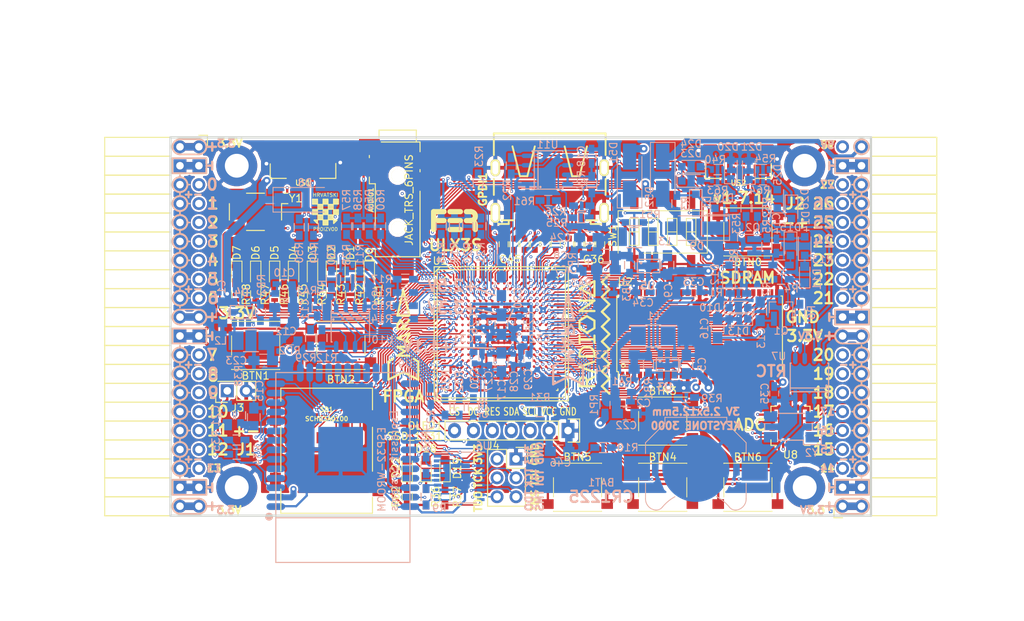
<source format=kicad_pcb>
(kicad_pcb (version 4) (host pcbnew 4.0.7+dfsg1-1)
  (layers (0 F.Cu signal) (1 In1.Cu signal) (2 In2.Cu signal) (31 B.Cu signal) (34 B.Paste user) (35 F.Paste user) (36 B.SilkS user) (37 F.SilkS user) (38 B.Mask user) (39 F.Mask user) (44 Edge.Cuts user))
  (net 0 "")
  (net 1 GND)
  (net 2 +5V)
  (net 3 /gpio/IN5V)
  (net 4 /gpio/OUT5V)
  (net 5 +3V3)
  (net 6 BTN_D)
  (net 7 BTN_F1)
  (net 8 BTN_F2)
  (net 9 BTN_L)
  (net 10 BTN_R)
  (net 11 BTN_U)
  (net 12 /power/FB1)
  (net 13 +2V5)
  (net 14 /power/PWREN)
  (net 15 /power/FB3)
  (net 16 /power/FB2)
  (net 17 "Net-(D9-Pad1)")
  (net 18 /power/VBAT)
  (net 19 JTAG_TDI)
  (net 20 JTAG_TCK)
  (net 21 JTAG_TMS)
  (net 22 JTAG_TDO)
  (net 23 /power/WAKEUPn)
  (net 24 /power/WKUP)
  (net 25 /power/SHUT)
  (net 26 /power/WAKE)
  (net 27 /power/HOLD)
  (net 28 /power/WKn)
  (net 29 /power/OSCI_32k)
  (net 30 /power/OSCO_32k)
  (net 31 "Net-(Q2-Pad3)")
  (net 32 SHUTDOWN)
  (net 33 /analog/AUDIO_L)
  (net 34 /analog/AUDIO_R)
  (net 35 GPDI_SDA)
  (net 36 GPDI_SCL)
  (net 37 /gpdi/VREF2)
  (net 38 SD_CMD)
  (net 39 SD_CLK)
  (net 40 SD_D0)
  (net 41 SD_D1)
  (net 42 USB5V)
  (net 43 GPDI_CEC)
  (net 44 nRESET)
  (net 45 FTDI_nDTR)
  (net 46 SDRAM_CKE)
  (net 47 SDRAM_A7)
  (net 48 SDRAM_D15)
  (net 49 SDRAM_BA1)
  (net 50 SDRAM_D7)
  (net 51 SDRAM_A6)
  (net 52 SDRAM_CLK)
  (net 53 SDRAM_D13)
  (net 54 SDRAM_BA0)
  (net 55 SDRAM_D6)
  (net 56 SDRAM_A5)
  (net 57 SDRAM_D14)
  (net 58 SDRAM_A11)
  (net 59 SDRAM_D12)
  (net 60 SDRAM_D5)
  (net 61 SDRAM_A4)
  (net 62 SDRAM_A10)
  (net 63 SDRAM_D11)
  (net 64 SDRAM_A3)
  (net 65 SDRAM_D4)
  (net 66 SDRAM_D10)
  (net 67 SDRAM_D9)
  (net 68 SDRAM_A9)
  (net 69 SDRAM_D3)
  (net 70 SDRAM_D8)
  (net 71 SDRAM_A8)
  (net 72 SDRAM_A2)
  (net 73 SDRAM_A1)
  (net 74 SDRAM_A0)
  (net 75 SDRAM_D2)
  (net 76 SDRAM_D1)
  (net 77 SDRAM_D0)
  (net 78 SDRAM_DQM0)
  (net 79 SDRAM_nCS)
  (net 80 SDRAM_nRAS)
  (net 81 SDRAM_DQM1)
  (net 82 SDRAM_nCAS)
  (net 83 SDRAM_nWE)
  (net 84 /flash/FLASH_nWP)
  (net 85 /flash/FLASH_nHOLD)
  (net 86 /flash/FLASH_MOSI)
  (net 87 /flash/FLASH_MISO)
  (net 88 /flash/FLASH_SCK)
  (net 89 /flash/FLASH_nCS)
  (net 90 /flash/FPGA_PROGRAMN)
  (net 91 /flash/FPGA_DONE)
  (net 92 /flash/FPGA_INITN)
  (net 93 OLED_RES)
  (net 94 OLED_DC)
  (net 95 OLED_CS)
  (net 96 WIFI_EN)
  (net 97 FTDI_nRTS)
  (net 98 FTDI_TXD)
  (net 99 FTDI_RXD)
  (net 100 WIFI_RXD)
  (net 101 WIFI_GPIO0)
  (net 102 WIFI_TXD)
  (net 103 USB_FTDI_D+)
  (net 104 USB_FTDI_D-)
  (net 105 SD_D3)
  (net 106 AUDIO_L3)
  (net 107 AUDIO_L2)
  (net 108 AUDIO_L1)
  (net 109 AUDIO_L0)
  (net 110 AUDIO_R3)
  (net 111 AUDIO_R2)
  (net 112 AUDIO_R1)
  (net 113 AUDIO_R0)
  (net 114 OLED_CLK)
  (net 115 OLED_MOSI)
  (net 116 LED0)
  (net 117 LED1)
  (net 118 LED2)
  (net 119 LED3)
  (net 120 LED4)
  (net 121 LED5)
  (net 122 LED6)
  (net 123 LED7)
  (net 124 BTN_PWRn)
  (net 125 FTDI_nTXLED)
  (net 126 FTDI_nSLEEP)
  (net 127 /blinkey/LED_PWREN)
  (net 128 /blinkey/LED_TXLED)
  (net 129 /sdcard/SD3V3)
  (net 130 SD_D2)
  (net 131 CLK_25MHz)
  (net 132 /blinkey/BTNPUL)
  (net 133 /blinkey/BTNPUR)
  (net 134 USB_FPGA_D+)
  (net 135 /power/FTDI_nSUSPEND)
  (net 136 /blinkey/ALED0)
  (net 137 /blinkey/ALED1)
  (net 138 /blinkey/ALED2)
  (net 139 /blinkey/ALED3)
  (net 140 /blinkey/ALED4)
  (net 141 /blinkey/ALED5)
  (net 142 /blinkey/ALED6)
  (net 143 /blinkey/ALED7)
  (net 144 /usb/FTD-)
  (net 145 /usb/FTD+)
  (net 146 ADC_MISO)
  (net 147 ADC_MOSI)
  (net 148 ADC_CSn)
  (net 149 ADC_SCLK)
  (net 150 SW3)
  (net 151 SW2)
  (net 152 SW1)
  (net 153 USB_FPGA_D-)
  (net 154 /usb/FPD+)
  (net 155 /usb/FPD-)
  (net 156 WIFI_GPIO16)
  (net 157 /usb/ANT_433MHz)
  (net 158 /power/PWRBTn)
  (net 159 PROG_DONE)
  (net 160 /power/P3V3)
  (net 161 /power/P2V5)
  (net 162 /power/L1)
  (net 163 /power/L3)
  (net 164 /power/L2)
  (net 165 FTDI_TXDEN)
  (net 166 SDRAM_A12)
  (net 167 /analog/AUDIO_V)
  (net 168 AUDIO_V3)
  (net 169 AUDIO_V2)
  (net 170 AUDIO_V1)
  (net 171 AUDIO_V0)
  (net 172 /blinkey/LED_WIFI)
  (net 173 /power/P1V1)
  (net 174 +1V1)
  (net 175 SW4)
  (net 176 /blinkey/SWPU)
  (net 177 /wifi/WIFIEN)
  (net 178 FT2V5)
  (net 179 GN0)
  (net 180 GP0)
  (net 181 GN1)
  (net 182 GP1)
  (net 183 GN2)
  (net 184 GP2)
  (net 185 GN3)
  (net 186 GP3)
  (net 187 GN4)
  (net 188 GP4)
  (net 189 GN5)
  (net 190 GP5)
  (net 191 GN6)
  (net 192 GP6)
  (net 193 GN14)
  (net 194 GP14)
  (net 195 GN15)
  (net 196 GP15)
  (net 197 GN16)
  (net 198 GP16)
  (net 199 GN17)
  (net 200 GP17)
  (net 201 GN18)
  (net 202 GP18)
  (net 203 GN19)
  (net 204 GP19)
  (net 205 GN20)
  (net 206 GP20)
  (net 207 GN21)
  (net 208 GP21)
  (net 209 GN22)
  (net 210 GP22)
  (net 211 GN23)
  (net 212 GP23)
  (net 213 GN24)
  (net 214 GP24)
  (net 215 GN25)
  (net 216 GP25)
  (net 217 GN26)
  (net 218 GP26)
  (net 219 GN27)
  (net 220 GP27)
  (net 221 GN7)
  (net 222 GP7)
  (net 223 GN8)
  (net 224 GP8)
  (net 225 GN9)
  (net 226 GP9)
  (net 227 GN10)
  (net 228 GP10)
  (net 229 GN11)
  (net 230 GP11)
  (net 231 GN12)
  (net 232 GP12)
  (net 233 GN13)
  (net 234 GP13)
  (net 235 WIFI_GPIO5)
  (net 236 WIFI_GPIO17)
  (net 237 USB_FPGA_PULL_D+)
  (net 238 USB_FPGA_PULL_D-)
  (net 239 "Net-(D23-Pad2)")
  (net 240 "Net-(D24-Pad1)")
  (net 241 "Net-(D25-Pad2)")
  (net 242 "Net-(D26-Pad1)")
  (net 243 /gpdi/GPDI_ETH+)
  (net 244 FPDI_ETH+)
  (net 245 /gpdi/GPDI_ETH-)
  (net 246 FPDI_ETH-)
  (net 247 /gpdi/GPDI_D2-)
  (net 248 FPDI_D2-)
  (net 249 /gpdi/GPDI_D1-)
  (net 250 FPDI_D1-)
  (net 251 /gpdi/GPDI_D0-)
  (net 252 FPDI_D0-)
  (net 253 /gpdi/GPDI_CLK-)
  (net 254 FPDI_CLK-)
  (net 255 /gpdi/GPDI_D2+)
  (net 256 FPDI_D2+)
  (net 257 /gpdi/GPDI_D1+)
  (net 258 FPDI_D1+)
  (net 259 /gpdi/GPDI_D0+)
  (net 260 FPDI_D0+)
  (net 261 /gpdi/GPDI_CLK+)
  (net 262 FPDI_CLK+)
  (net 263 FPDI_SDA)
  (net 264 FPDI_SCL)
  (net 265 /gpdi/FPDI_CEC)
  (module Socket_Strips:Socket_Strip_Angled_2x20 (layer F.Cu) (at 97.91 62.69 270)
    (fp_text reference J1 (at 40.64 -6.35 360) (layer F.SilkS) (effects (font (size 1.5 1.5) (thickness 0.3))))
    (fp_text value CONN_02X20 hide)
    (pad 1 thru_hole oval (at 0 0 270) (size 1.7272 1.7272) (drill 1.016) (layers *.Cu *.Mask) (net 5 +3V3))
    (pad 2 thru_hole oval (at 0 2.54 270) (size 1.7272 1.7272) (drill 1.016) (layers *.Cu *.Mask) (net 5 +3V3))
    (pad 3 thru_hole rect (at 2.54 0 270) (size 1.7272 1.7272) (drill 1.016) (layers *.Cu *.Mask) (net 1 GND))
    (pad 4 thru_hole rect (at 2.54 2.54 270) (size 1.7272 1.7272) (drill 1.016) (layers *.Cu *.Mask) (net 1 GND))
    (pad 5 thru_hole oval (at 5.08 0 270) (size 1.7272 1.7272) (drill 1.016) (layers *.Cu *.Mask) (net 179 GN0))
    (pad 6 thru_hole oval (at 5.08 2.54 270) (size 1.7272 1.7272) (drill 1.016) (layers *.Cu *.Mask) (net 180 GP0))
    (pad 7 thru_hole oval (at 7.62 0 270) (size 1.7272 1.7272) (drill 1.016) (layers *.Cu *.Mask) (net 181 GN1))
    (pad 8 thru_hole oval (at 7.62 2.54 270) (size 1.7272 1.7272) (drill 1.016) (layers *.Cu *.Mask) (net 182 GP1))
    (pad 9 thru_hole oval (at 10.16 0 270) (size 1.7272 1.7272) (drill 1.016) (layers *.Cu *.Mask) (net 183 GN2))
    (pad 10 thru_hole oval (at 10.16 2.54 270) (size 1.7272 1.7272) (drill 1.016) (layers *.Cu *.Mask) (net 184 GP2))
    (pad 11 thru_hole oval (at 12.7 0 270) (size 1.7272 1.7272) (drill 1.016) (layers *.Cu *.Mask) (net 185 GN3))
    (pad 12 thru_hole oval (at 12.7 2.54 270) (size 1.7272 1.7272) (drill 1.016) (layers *.Cu *.Mask) (net 186 GP3))
    (pad 13 thru_hole oval (at 15.24 0 270) (size 1.7272 1.7272) (drill 1.016) (layers *.Cu *.Mask) (net 187 GN4))
    (pad 14 thru_hole oval (at 15.24 2.54 270) (size 1.7272 1.7272) (drill 1.016) (layers *.Cu *.Mask) (net 188 GP4))
    (pad 15 thru_hole oval (at 17.78 0 270) (size 1.7272 1.7272) (drill 1.016) (layers *.Cu *.Mask) (net 189 GN5))
    (pad 16 thru_hole oval (at 17.78 2.54 270) (size 1.7272 1.7272) (drill 1.016) (layers *.Cu *.Mask) (net 190 GP5))
    (pad 17 thru_hole oval (at 20.32 0 270) (size 1.7272 1.7272) (drill 1.016) (layers *.Cu *.Mask) (net 191 GN6))
    (pad 18 thru_hole oval (at 20.32 2.54 270) (size 1.7272 1.7272) (drill 1.016) (layers *.Cu *.Mask) (net 192 GP6))
    (pad 19 thru_hole oval (at 22.86 0 270) (size 1.7272 1.7272) (drill 1.016) (layers *.Cu *.Mask) (net 5 +3V3))
    (pad 20 thru_hole oval (at 22.86 2.54 270) (size 1.7272 1.7272) (drill 1.016) (layers *.Cu *.Mask) (net 5 +3V3))
    (pad 21 thru_hole rect (at 25.4 0 270) (size 1.7272 1.7272) (drill 1.016) (layers *.Cu *.Mask) (net 1 GND))
    (pad 22 thru_hole rect (at 25.4 2.54 270) (size 1.7272 1.7272) (drill 1.016) (layers *.Cu *.Mask) (net 1 GND))
    (pad 23 thru_hole oval (at 27.94 0 270) (size 1.7272 1.7272) (drill 1.016) (layers *.Cu *.Mask) (net 221 GN7))
    (pad 24 thru_hole oval (at 27.94 2.54 270) (size 1.7272 1.7272) (drill 1.016) (layers *.Cu *.Mask) (net 222 GP7))
    (pad 25 thru_hole oval (at 30.48 0 270) (size 1.7272 1.7272) (drill 1.016) (layers *.Cu *.Mask) (net 223 GN8))
    (pad 26 thru_hole oval (at 30.48 2.54 270) (size 1.7272 1.7272) (drill 1.016) (layers *.Cu *.Mask) (net 224 GP8))
    (pad 27 thru_hole oval (at 33.02 0 270) (size 1.7272 1.7272) (drill 1.016) (layers *.Cu *.Mask) (net 225 GN9))
    (pad 28 thru_hole oval (at 33.02 2.54 270) (size 1.7272 1.7272) (drill 1.016) (layers *.Cu *.Mask) (net 226 GP9))
    (pad 29 thru_hole oval (at 35.56 0 270) (size 1.7272 1.7272) (drill 1.016) (layers *.Cu *.Mask) (net 227 GN10))
    (pad 30 thru_hole oval (at 35.56 2.54 270) (size 1.7272 1.7272) (drill 1.016) (layers *.Cu *.Mask) (net 228 GP10))
    (pad 31 thru_hole oval (at 38.1 0 270) (size 1.7272 1.7272) (drill 1.016) (layers *.Cu *.Mask) (net 229 GN11))
    (pad 32 thru_hole oval (at 38.1 2.54 270) (size 1.7272 1.7272) (drill 1.016) (layers *.Cu *.Mask) (net 230 GP11))
    (pad 33 thru_hole oval (at 40.64 0 270) (size 1.7272 1.7272) (drill 1.016) (layers *.Cu *.Mask) (net 231 GN12))
    (pad 34 thru_hole oval (at 40.64 2.54 270) (size 1.7272 1.7272) (drill 1.016) (layers *.Cu *.Mask) (net 232 GP12))
    (pad 35 thru_hole oval (at 43.18 0 270) (size 1.7272 1.7272) (drill 1.016) (layers *.Cu *.Mask) (net 233 GN13))
    (pad 36 thru_hole oval (at 43.18 2.54 270) (size 1.7272 1.7272) (drill 1.016) (layers *.Cu *.Mask) (net 234 GP13))
    (pad 37 thru_hole rect (at 45.72 0 270) (size 1.7272 1.7272) (drill 1.016) (layers *.Cu *.Mask) (net 1 GND))
    (pad 38 thru_hole rect (at 45.72 2.54 270) (size 1.7272 1.7272) (drill 1.016) (layers *.Cu *.Mask) (net 1 GND))
    (pad 39 thru_hole oval (at 48.26 0 270) (size 1.7272 1.7272) (drill 1.016) (layers *.Cu *.Mask) (net 5 +3V3))
    (pad 40 thru_hole oval (at 48.26 2.54 270) (size 1.7272 1.7272) (drill 1.016) (layers *.Cu *.Mask) (net 5 +3V3))
  )
  (module SMD_Packages:1Pin (layer F.Cu) (at 182.67515 111.637626)
    (fp_text reference AE1 hide)
    (fp_text value 433MHz hide)
    (pad 1 smd rect (at 0 0) (size 0.5 0.5) (layers B.Cu F.Paste F.Mask) (net 157 /usb/ANT_433MHz))
  )
  (module Resistors_SMD:R_0603_HandSoldering (layer B.Cu) (at 103.498 98.758 90)
    (fp_text reference R38 (at 5.334 -0.254 90) (layer B.SilkS) (effects (justify mirror)))
    (fp_text value 0.47)
    (pad 1 smd rect (at -1.1 0 90) (size 1.2 0.9) (layers B.Cu B.Paste B.Mask) (net 129 /sdcard/SD3V3))
    (pad 2 smd rect (at 1.1 0 90) (size 1.2 0.9) (layers B.Cu B.Paste B.Mask) (net 5 +3V3))
  )
  (module Diodes_SMD:D_SMA_Handsoldering (layer B.Cu) (at 155.695 66.5 90)
    (fp_text reference D51 (at 3.048 -2.159 90) (layer B.SilkS) (effects (justify mirror)))
    (fp_text value STPS2L30AF hide)
    (pad 1 smd rect (at -2.5 0 90) (size 3.5 1.8) (layers B.Cu B.Paste B.Mask) (net 2 +5V))
    (pad 2 smd rect (at 2.5 0 90) (size 3.5 1.8) (layers B.Cu B.Paste B.Mask) (net 3 /gpio/IN5V))
  )
  (module Resistors_SMD:R_0603_HandSoldering (layer B.Cu) (at 156.33 72.85 180)
    (fp_text reference R51 (at -2.0955 1.0795 180) (layer B.SilkS) (effects (justify mirror)))
    (fp_text value 150)
    (pad 1 smd rect (at -1.1 0 180) (size 1.2 0.9) (layers B.Cu B.Paste B.Mask) (net 5 +3V3))
    (pad 2 smd rect (at 1.1 0 180) (size 1.2 0.9) (layers B.Cu B.Paste B.Mask) (net 176 /blinkey/SWPU))
  )
  (module Resistors_SMD:R_1210_HandSoldering (layer B.Cu) (at 158.87 88.09 180)
    (fp_text reference L1 (at 0 2.7 180) (layer B.SilkS) (effects (justify mirror)))
    (fp_text value 2.2uH)
    (pad 1 smd rect (at -2 0 180) (size 2 2.5) (layers B.Cu B.Paste B.Mask) (net 162 /power/L1))
    (pad 2 smd rect (at 2 0 180) (size 2 2.5) (layers B.Cu B.Paste B.Mask) (net 173 /power/P1V1))
  )
  (module TSOT-25:TSOT-25 (layer B.Cu) (at 160.775 91.9)
    (fp_text reference U3 (at -0.381 3.048) (layer B.SilkS) (effects (font (thickness 0.2)) (justify mirror)))
    (fp_text value TLV62569DBV)
    (pad 1 smd rect (at -0.95 -1.3) (size 0.7 1.2) (layers B.Cu B.Paste B.Mask) (net 14 /power/PWREN))
    (pad 2 smd rect (at 0 -1.3) (size 0.7 1.2) (layers B.Cu B.Paste B.Mask) (net 1 GND))
    (pad 3 smd rect (at 0.95 -1.3) (size 0.7 1.2) (layers B.Cu B.Paste B.Mask) (net 162 /power/L1))
    (pad 4 smd rect (at 0.95 1.3) (size 0.7 1.2) (layers B.Cu B.Paste B.Mask) (net 2 +5V))
    (pad 5 smd rect (at -0.95 1.3) (size 0.7 1.2) (layers B.Cu B.Paste B.Mask) (net 12 /power/FB1))
  )
  (module Resistors_SMD:R_1210_HandSoldering (layer B.Cu) (at 104.895 88.725)
    (fp_text reference L2 (at -4.064 0) (layer B.SilkS) (effects (justify mirror)))
    (fp_text value 2.2uH)
    (pad 1 smd rect (at -2 0) (size 2 2.5) (layers B.Cu B.Paste B.Mask) (net 164 /power/L2))
    (pad 2 smd rect (at 2 0) (size 2 2.5) (layers B.Cu B.Paste B.Mask) (net 161 /power/P2V5))
  )
  (module TSOT-25:TSOT-25 (layer B.Cu) (at 103.625 84.915 180)
    (fp_text reference U4 (at 0 2.697 180) (layer B.SilkS) (effects (font (thickness 0.2)) (justify mirror)))
    (fp_text value TLV62569DBV)
    (pad 1 smd rect (at -0.95 -1.3 180) (size 0.7 1.2) (layers B.Cu B.Paste B.Mask) (net 14 /power/PWREN))
    (pad 2 smd rect (at 0 -1.3 180) (size 0.7 1.2) (layers B.Cu B.Paste B.Mask) (net 1 GND))
    (pad 3 smd rect (at 0.95 -1.3 180) (size 0.7 1.2) (layers B.Cu B.Paste B.Mask) (net 164 /power/L2))
    (pad 4 smd rect (at 0.95 1.3 180) (size 0.7 1.2) (layers B.Cu B.Paste B.Mask) (net 2 +5V))
    (pad 5 smd rect (at -0.95 1.3 180) (size 0.7 1.2) (layers B.Cu B.Paste B.Mask) (net 16 /power/FB2))
  )
  (module Resistors_SMD:R_1210_HandSoldering (layer B.Cu) (at 156.33 74.755 180)
    (fp_text reference L3 (at -4.064 -0.635 180) (layer B.SilkS) (effects (justify mirror)))
    (fp_text value 2.2uH)
    (pad 1 smd rect (at -2 0 180) (size 2 2.5) (layers B.Cu B.Paste B.Mask) (net 163 /power/L3))
    (pad 2 smd rect (at 2 0 180) (size 2 2.5) (layers B.Cu B.Paste B.Mask) (net 160 /power/P3V3))
  )
  (module TSOT-25:TSOT-25 (layer B.Cu) (at 158.235 78.692)
    (fp_text reference U5 (at -0.127 2.667) (layer B.SilkS) (effects (font (thickness 0.2)) (justify mirror)))
    (fp_text value TLV62569DBV)
    (pad 1 smd rect (at -0.95 -1.3) (size 0.7 1.2) (layers B.Cu B.Paste B.Mask) (net 14 /power/PWREN))
    (pad 2 smd rect (at 0 -1.3) (size 0.7 1.2) (layers B.Cu B.Paste B.Mask) (net 1 GND))
    (pad 3 smd rect (at 0.95 -1.3) (size 0.7 1.2) (layers B.Cu B.Paste B.Mask) (net 163 /power/L3))
    (pad 4 smd rect (at 0.95 1.3) (size 0.7 1.2) (layers B.Cu B.Paste B.Mask) (net 2 +5V))
    (pad 5 smd rect (at -0.95 1.3) (size 0.7 1.2) (layers B.Cu B.Paste B.Mask) (net 15 /power/FB3))
  )
  (module Capacitors_SMD:C_0805_HandSoldering (layer B.Cu) (at 101.085 84.915 270)
    (fp_text reference C1 (at -3.429 0.127 270) (layer B.SilkS) (effects (justify mirror)))
    (fp_text value 22uF)
    (pad 1 smd rect (at -1.25 0 270) (size 1.5 1.25) (layers B.Cu B.Paste B.Mask) (net 2 +5V))
    (pad 2 smd rect (at 1.25 0 270) (size 1.5 1.25) (layers B.Cu B.Paste B.Mask) (net 1 GND))
  )
  (module Capacitors_SMD:C_0805_HandSoldering (layer B.Cu) (at 155.06 90.63)
    (fp_text reference C3 (at -3.048 0) (layer B.SilkS) (effects (justify mirror)))
    (fp_text value 22uF)
    (pad 1 smd rect (at -1.25 0) (size 1.5 1.25) (layers B.Cu B.Paste B.Mask) (net 173 /power/P1V1))
    (pad 2 smd rect (at 1.25 0) (size 1.5 1.25) (layers B.Cu B.Paste B.Mask) (net 1 GND))
  )
  (module Capacitors_SMD:C_0805_HandSoldering (layer B.Cu) (at 155.06 92.535)
    (fp_text reference C4 (at -3.048 0.127) (layer B.SilkS) (effects (justify mirror)))
    (fp_text value 22uF)
    (pad 1 smd rect (at -1.25 0) (size 1.5 1.25) (layers B.Cu B.Paste B.Mask) (net 173 /power/P1V1))
    (pad 2 smd rect (at 1.25 0) (size 1.5 1.25) (layers B.Cu B.Paste B.Mask) (net 1 GND))
  )
  (module Capacitors_SMD:C_0805_HandSoldering (layer B.Cu) (at 163.315 91.9 90)
    (fp_text reference C5 (at 0 2.1 90) (layer B.SilkS) (effects (justify mirror)))
    (fp_text value 22uF)
    (pad 1 smd rect (at -1.25 0 90) (size 1.5 1.25) (layers B.Cu B.Paste B.Mask) (net 2 +5V))
    (pad 2 smd rect (at 1.25 0 90) (size 1.5 1.25) (layers B.Cu B.Paste B.Mask) (net 1 GND))
  )
  (module Capacitors_SMD:C_0805_HandSoldering (layer B.Cu) (at 152.52 79.2)
    (fp_text reference C7 (at -6.096 0) (layer B.SilkS) (effects (justify mirror)))
    (fp_text value 22uF)
    (pad 1 smd rect (at -1.25 0) (size 1.5 1.25) (layers B.Cu B.Paste B.Mask) (net 160 /power/P3V3))
    (pad 2 smd rect (at 1.25 0) (size 1.5 1.25) (layers B.Cu B.Paste B.Mask) (net 1 GND))
  )
  (module Capacitors_SMD:C_0805_HandSoldering (layer B.Cu) (at 152.52 77.295)
    (fp_text reference C8 (at -6.096 0) (layer B.SilkS) (effects (justify mirror)))
    (fp_text value 22uF)
    (pad 1 smd rect (at -1.25 0) (size 1.5 1.25) (layers B.Cu B.Paste B.Mask) (net 160 /power/P3V3))
    (pad 2 smd rect (at 1.25 0) (size 1.5 1.25) (layers B.Cu B.Paste B.Mask) (net 1 GND))
  )
  (module Capacitors_SMD:C_0805_HandSoldering (layer B.Cu) (at 160.775 78.565 90)
    (fp_text reference C9 (at -3.429 0.127 90) (layer B.SilkS) (effects (justify mirror)))
    (fp_text value 22uF)
    (pad 1 smd rect (at -1.25 0 90) (size 1.5 1.25) (layers B.Cu B.Paste B.Mask) (net 2 +5V))
    (pad 2 smd rect (at 1.25 0 90) (size 1.5 1.25) (layers B.Cu B.Paste B.Mask) (net 1 GND))
  )
  (module Capacitors_SMD:C_0805_HandSoldering (layer B.Cu) (at 109.34 84.28 180)
    (fp_text reference C11 (at -2.794 -0.254 270) (layer B.SilkS) (effects (justify mirror)))
    (fp_text value 22uF)
    (pad 1 smd rect (at -1.25 0 180) (size 1.5 1.25) (layers B.Cu B.Paste B.Mask) (net 161 /power/P2V5))
    (pad 2 smd rect (at 1.25 0 180) (size 1.5 1.25) (layers B.Cu B.Paste B.Mask) (net 1 GND))
  )
  (module Capacitors_SMD:C_0805_HandSoldering (layer B.Cu) (at 109.34 86.185 180)
    (fp_text reference C12 (at -0.254 -1.27 360) (layer B.SilkS) (effects (justify mirror)))
    (fp_text value 22uF)
    (pad 1 smd rect (at -1.25 0 180) (size 1.5 1.25) (layers B.Cu B.Paste B.Mask) (net 161 /power/P2V5))
    (pad 2 smd rect (at 1.25 0 180) (size 1.5 1.25) (layers B.Cu B.Paste B.Mask) (net 1 GND))
  )
  (module Capacitors_SMD:C_0805_HandSoldering (layer B.Cu) (at 173.221 84.788 90)
    (fp_text reference C13 (at -3.556 0.127 90) (layer B.SilkS) (effects (justify mirror)))
    (fp_text value 2.2uF)
    (pad 1 smd rect (at -1.25 0 90) (size 1.5 1.25) (layers B.Cu B.Paste B.Mask) (net 2 +5V))
    (pad 2 smd rect (at 1.25 0 90) (size 1.5 1.25) (layers B.Cu B.Paste B.Mask) (net 24 /power/WKUP))
  )
  (module TO_SOT_Packages_SMD:SOT-23_Handsoldering (layer B.Cu) (at 176.015 84.28 90)
    (fp_text reference Q1 (at -3.1115 0 180) (layer B.SilkS) (effects (justify mirror)))
    (fp_text value BC857)
    (pad 1 smd rect (at -1.5 0.95 90) (size 1.9 0.8) (layers B.Cu B.Paste B.Mask) (net 28 /power/WKn))
    (pad 2 smd rect (at -1.5 -0.95 90) (size 1.9 0.8) (layers B.Cu B.Paste B.Mask) (net 2 +5V))
    (pad 3 smd rect (at 1.5 0 90) (size 1.9 0.8) (layers B.Cu B.Paste B.Mask) (net 24 /power/WKUP))
  )
  (module TO_SOT_Packages_SMD:SOT-23_Handsoldering (layer B.Cu) (at 170.935 76.025 180)
    (fp_text reference Q2 (at -1.295 2.5 180) (layer B.SilkS) (effects (justify mirror)))
    (fp_text value 2N7002)
    (pad 1 smd rect (at -1.5 0.95 180) (size 1.9 0.8) (layers B.Cu B.Paste B.Mask) (net 25 /power/SHUT))
    (pad 2 smd rect (at -1.5 -0.95 180) (size 1.9 0.8) (layers B.Cu B.Paste B.Mask) (net 1 GND))
    (pad 3 smd rect (at 1.5 0 180) (size 1.9 0.8) (layers B.Cu B.Paste B.Mask) (net 31 "Net-(Q2-Pad3)"))
  )
  (module Capacitors_SMD:C_0603_HandSoldering (layer B.Cu) (at 154.86 96.91)
    (fp_text reference C2 (at 2.74 0.197) (layer B.SilkS) (effects (justify mirror)))
    (fp_text value 470pF)
    (pad 1 smd rect (at -0.95 0) (size 1.2 0.75) (layers B.Cu B.Paste B.Mask) (net 173 /power/P1V1))
    (pad 2 smd rect (at 0.95 0) (size 1.2 0.75) (layers B.Cu B.Paste B.Mask) (net 12 /power/FB1))
  )
  (module Capacitors_SMD:C_0603_HandSoldering (layer B.Cu) (at 152.52 82.375)
    (fp_text reference C6 (at -2.794 0.127) (layer B.SilkS) (effects (justify mirror)))
    (fp_text value 470pF)
    (pad 1 smd rect (at -0.95 0) (size 1.2 0.75) (layers B.Cu B.Paste B.Mask) (net 160 /power/P3V3))
    (pad 2 smd rect (at 0.95 0) (size 1.2 0.75) (layers B.Cu B.Paste B.Mask) (net 15 /power/FB3))
  )
  (module Capacitors_SMD:C_0603_HandSoldering (layer B.Cu) (at 109.34 81.105 180)
    (fp_text reference C10 (at -0.04 1.505 180) (layer B.SilkS) (effects (justify mirror)))
    (fp_text value 470pF)
    (pad 1 smd rect (at -0.95 0 180) (size 1.2 0.75) (layers B.Cu B.Paste B.Mask) (net 161 /power/P2V5))
    (pad 2 smd rect (at 0.95 0 180) (size 1.2 0.75) (layers B.Cu B.Paste B.Mask) (net 16 /power/FB2))
  )
  (module Capacitors_SMD:C_0603_HandSoldering (layer B.Cu) (at 175.38 76.025 270)
    (fp_text reference C14 (at -3.048 0 270) (layer B.SilkS) (effects (justify mirror)))
    (fp_text value 100nF)
    (pad 1 smd rect (at -0.95 0 270) (size 1.2 0.75) (layers B.Cu B.Paste B.Mask) (net 25 /power/SHUT))
    (pad 2 smd rect (at 0.95 0 270) (size 1.2 0.75) (layers B.Cu B.Paste B.Mask) (net 1 GND))
  )
  (module Resistors_SMD:R_0603_HandSoldering (layer B.Cu) (at 170.3 82.375)
    (fp_text reference R1 (at -3.048 -0.127) (layer B.SilkS) (effects (justify mirror)))
    (fp_text value 15k)
    (pad 1 smd rect (at -1.1 0) (size 1.2 0.9) (layers B.Cu B.Paste B.Mask) (net 26 /power/WAKE))
    (pad 2 smd rect (at 1.1 0) (size 1.2 0.9) (layers B.Cu B.Paste B.Mask) (net 14 /power/PWREN))
  )
  (module Resistors_SMD:R_0603_HandSoldering (layer B.Cu) (at 172.84 79.835 90)
    (fp_text reference R2 (at -1.905 1.27 90) (layer B.SilkS) (effects (justify mirror)))
    (fp_text value 47k)
    (pad 1 smd rect (at -1.1 0 90) (size 1.2 0.9) (layers B.Cu B.Paste B.Mask) (net 14 /power/PWREN))
    (pad 2 smd rect (at 1.1 0 90) (size 1.2 0.9) (layers B.Cu B.Paste B.Mask) (net 1 GND))
  )
  (module Resistors_SMD:R_0603_HandSoldering (layer B.Cu) (at 176.015 80.47 180)
    (fp_text reference R4 (at -1.397 -1.27 360) (layer B.SilkS) (effects (justify mirror)))
    (fp_text value 4.7k)
    (pad 1 smd rect (at -1.1 0 180) (size 1.2 0.9) (layers B.Cu B.Paste B.Mask) (net 27 /power/HOLD))
    (pad 2 smd rect (at 1.1 0 180) (size 1.2 0.9) (layers B.Cu B.Paste B.Mask) (net 14 /power/PWREN))
  )
  (module Resistors_SMD:R_0603_HandSoldering (layer B.Cu) (at 174.11 76.025 270)
    (fp_text reference R5 (at -2.667 0 270) (layer B.SilkS) (effects (justify mirror)))
    (fp_text value 4.7M)
    (pad 1 smd rect (at -1.1 0 270) (size 1.2 0.9) (layers B.Cu B.Paste B.Mask) (net 25 /power/SHUT))
    (pad 2 smd rect (at 1.1 0 270) (size 1.2 0.9) (layers B.Cu B.Paste B.Mask) (net 1 GND))
  )
  (module Resistors_SMD:R_0603_HandSoldering (layer B.Cu) (at 178.555 84.915 270)
    (fp_text reference R6 (at 0 -1.524 270) (layer B.SilkS) (effects (justify mirror)))
    (fp_text value 1k)
    (pad 1 smd rect (at -1.1 0 270) (size 1.2 0.9) (layers B.Cu B.Paste B.Mask) (net 28 /power/WKn))
    (pad 2 smd rect (at 1.1 0 270) (size 1.2 0.9) (layers B.Cu B.Paste B.Mask) (net 23 /power/WAKEUPn))
  )
  (module Resistors_SMD:R_0603_HandSoldering (layer B.Cu) (at 113.785 84.28 270)
    (fp_text reference R7 (at -2.794 -0.635 270) (layer B.SilkS) (effects (justify mirror)))
    (fp_text value 150)
    (pad 1 smd rect (at -1.1 0 270) (size 1.2 0.9) (layers B.Cu B.Paste B.Mask) (net 5 +3V3))
    (pad 2 smd rect (at 1.1 0 270) (size 1.2 0.9) (layers B.Cu B.Paste B.Mask) (net 132 /blinkey/BTNPUL))
  )
  (module Resistors_SMD:R_0603_HandSoldering (layer B.Cu) (at 170.935 79.835 90)
    (fp_text reference R8 (at 2.54 -1.27 90) (layer B.SilkS) (effects (justify mirror)))
    (fp_text value 1k)
    (pad 1 smd rect (at -1.1 0 90) (size 1.2 0.9) (layers B.Cu B.Paste B.Mask) (net 14 /power/PWREN))
    (pad 2 smd rect (at 1.1 0 90) (size 1.2 0.9) (layers B.Cu B.Paste B.Mask) (net 31 "Net-(Q2-Pad3)"))
  )
  (module Resistors_SMD:R_0603_HandSoldering (layer B.Cu) (at 128.39 109.68 270)
    (fp_text reference R9 (at 1.524 -1.778 360) (layer B.SilkS) (effects (justify mirror)))
    (fp_text value 15k)
    (pad 1 smd rect (at -1.1 0 270) (size 1.2 0.9) (layers B.Cu B.Paste B.Mask) (net 44 nRESET))
    (pad 2 smd rect (at 1.1 0 270) (size 1.2 0.9) (layers B.Cu B.Paste B.Mask) (net 178 FT2V5))
  )
  (module Resistors_SMD:R_0603_HandSoldering (layer B.Cu) (at 152.139 103.076 180)
    (fp_text reference R10 (at -3.302 0 180) (layer B.SilkS) (effects (justify mirror)))
    (fp_text value 150)
    (pad 1 smd rect (at -1.1 0 180) (size 1.2 0.9) (layers B.Cu B.Paste B.Mask) (net 135 /power/FTDI_nSUSPEND))
    (pad 2 smd rect (at 1.1 0 180) (size 1.2 0.9) (layers B.Cu B.Paste B.Mask) (net 126 FTDI_nSLEEP))
  )
  (module Resistors_SMD:R_0603_HandSoldering (layer B.Cu) (at 176.015 78.565 180)
    (fp_text reference R13 (at -5.588 0.762 180) (layer B.SilkS) (effects (justify mirror)))
    (fp_text value 15k)
    (pad 1 smd rect (at -1.1 0 180) (size 1.2 0.9) (layers B.Cu B.Paste B.Mask) (net 32 SHUTDOWN))
    (pad 2 smd rect (at 1.1 0 180) (size 1.2 0.9) (layers B.Cu B.Paste B.Mask) (net 1 GND))
  )
  (module Resistors_SMD:R_0603_HandSoldering (layer B.Cu) (at 154.86 95.64)
    (fp_text reference RA1 (at -0.181 -1.454) (layer B.SilkS) (effects (justify mirror)))
    (fp_text value 15k)
    (pad 1 smd rect (at -1.1 0) (size 1.2 0.9) (layers B.Cu B.Paste B.Mask) (net 173 /power/P1V1))
    (pad 2 smd rect (at 1.1 0) (size 1.2 0.9) (layers B.Cu B.Paste B.Mask) (net 12 /power/FB1))
  )
  (module Resistors_SMD:R_0603_HandSoldering (layer B.Cu) (at 109.34 82.375 180)
    (fp_text reference RA2 (at -3.048 0.381 360) (layer B.SilkS) (effects (justify mirror)))
    (fp_text value 15k)
    (pad 1 smd rect (at -1.1 0 180) (size 1.2 0.9) (layers B.Cu B.Paste B.Mask) (net 161 /power/P2V5))
    (pad 2 smd rect (at 1.1 0 180) (size 1.2 0.9) (layers B.Cu B.Paste B.Mask) (net 16 /power/FB2))
  )
  (module Resistors_SMD:R_0603_HandSoldering (layer B.Cu) (at 152.52 81.105)
    (fp_text reference RA3 (at -3.302 -0.127) (layer B.SilkS) (effects (justify mirror)))
    (fp_text value 15k)
    (pad 1 smd rect (at -1.1 0) (size 1.2 0.9) (layers B.Cu B.Paste B.Mask) (net 160 /power/P3V3))
    (pad 2 smd rect (at 1.1 0) (size 1.2 0.9) (layers B.Cu B.Paste B.Mask) (net 15 /power/FB3))
  )
  (module Resistors_SMD:R_0603_HandSoldering (layer B.Cu) (at 158.235 91.9 270)
    (fp_text reference RB1 (at 3.302 0 270) (layer B.SilkS) (effects (justify mirror)))
    (fp_text value 18k)
    (pad 1 smd rect (at -1.1 0 270) (size 1.2 0.9) (layers B.Cu B.Paste B.Mask) (net 1 GND))
    (pad 2 smd rect (at 1.1 0 270) (size 1.2 0.9) (layers B.Cu B.Paste B.Mask) (net 12 /power/FB1))
  )
  (module Resistors_SMD:R_0603_HandSoldering (layer B.Cu) (at 106.165 84.915 90)
    (fp_text reference RB2 (at 3.683 0.127 90) (layer B.SilkS) (effects (justify mirror)))
    (fp_text value 4.7k)
    (pad 1 smd rect (at -1.1 0 90) (size 1.2 0.9) (layers B.Cu B.Paste B.Mask) (net 1 GND))
    (pad 2 smd rect (at 1.1 0 90) (size 1.2 0.9) (layers B.Cu B.Paste B.Mask) (net 16 /power/FB2))
  )
  (module Resistors_SMD:R_0603_HandSoldering (layer B.Cu) (at 155.695 78.565 270)
    (fp_text reference RB3 (at 3.429 0.395 270) (layer B.SilkS) (effects (justify mirror)))
    (fp_text value 3.3k)
    (pad 1 smd rect (at -1.1 0 270) (size 1.2 0.9) (layers B.Cu B.Paste B.Mask) (net 1 GND))
    (pad 2 smd rect (at 1.1 0 270) (size 1.2 0.9) (layers B.Cu B.Paste B.Mask) (net 15 /power/FB3))
  )
  (module Resistors_SMD:R_0603_HandSoldering (layer B.Cu) (at 125.596 85.804 180)
    (fp_text reference R14 (at 3.175 0 180) (layer B.SilkS) (effects (justify mirror)))
    (fp_text value 1.2k)
    (pad 1 smd rect (at -1.1 0 180) (size 1.2 0.9) (layers B.Cu B.Paste B.Mask) (net 109 AUDIO_L0))
    (pad 2 smd rect (at 1.1 0 180) (size 1.2 0.9) (layers B.Cu B.Paste B.Mask) (net 33 /analog/AUDIO_L))
  )
  (module Resistors_SMD:R_0603_HandSoldering (layer B.Cu) (at 125.596 84.026 180)
    (fp_text reference R15 (at 3.175 -0.001 180) (layer B.SilkS) (effects (justify mirror)))
    (fp_text value 680)
    (pad 1 smd rect (at -1.1 0 180) (size 1.2 0.9) (layers B.Cu B.Paste B.Mask) (net 108 AUDIO_L1))
    (pad 2 smd rect (at 1.1 0 180) (size 1.2 0.9) (layers B.Cu B.Paste B.Mask) (net 33 /analog/AUDIO_L))
  )
  (module Resistors_SMD:R_0603_HandSoldering (layer B.Cu) (at 125.596 82.248 180)
    (fp_text reference R16 (at 3.175 0 180) (layer B.SilkS) (effects (justify mirror)))
    (fp_text value 330)
    (pad 1 smd rect (at -1.1 0 180) (size 1.2 0.9) (layers B.Cu B.Paste B.Mask) (net 107 AUDIO_L2))
    (pad 2 smd rect (at 1.1 0 180) (size 1.2 0.9) (layers B.Cu B.Paste B.Mask) (net 33 /analog/AUDIO_L))
  )
  (module Resistors_SMD:R_0603_HandSoldering (layer B.Cu) (at 125.596 80.47 180)
    (fp_text reference R17 (at 3.175 0 180) (layer B.SilkS) (effects (justify mirror)))
    (fp_text value 150)
    (pad 1 smd rect (at -1.1 0 180) (size 1.2 0.9) (layers B.Cu B.Paste B.Mask) (net 106 AUDIO_L3))
    (pad 2 smd rect (at 1.1 0 180) (size 1.2 0.9) (layers B.Cu B.Paste B.Mask) (net 33 /analog/AUDIO_L))
  )
  (module Resistors_SMD:R_0603_HandSoldering (layer B.Cu) (at 130.422 73.358 90)
    (fp_text reference R18 (at -3.556 0 90) (layer B.SilkS) (effects (justify mirror)))
    (fp_text value 1.2k)
    (pad 1 smd rect (at -1.1 0 90) (size 1.2 0.9) (layers B.Cu B.Paste B.Mask) (net 113 AUDIO_R0))
    (pad 2 smd rect (at 1.1 0 90) (size 1.2 0.9) (layers B.Cu B.Paste B.Mask) (net 34 /analog/AUDIO_R))
  )
  (module Resistors_SMD:R_0603_HandSoldering (layer B.Cu) (at 132.2 73.358 90)
    (fp_text reference R19 (at -3.556 0 90) (layer B.SilkS) (effects (justify mirror)))
    (fp_text value 680)
    (pad 1 smd rect (at -1.1 0 90) (size 1.2 0.9) (layers B.Cu B.Paste B.Mask) (net 112 AUDIO_R1))
    (pad 2 smd rect (at 1.1 0 90) (size 1.2 0.9) (layers B.Cu B.Paste B.Mask) (net 34 /analog/AUDIO_R))
  )
  (module Resistors_SMD:R_0603_HandSoldering (layer B.Cu) (at 133.978 73.358 90)
    (fp_text reference R20 (at -3.556 0 90) (layer B.SilkS) (effects (justify mirror)))
    (fp_text value 330)
    (pad 1 smd rect (at -1.1 0 90) (size 1.2 0.9) (layers B.Cu B.Paste B.Mask) (net 111 AUDIO_R2))
    (pad 2 smd rect (at 1.1 0 90) (size 1.2 0.9) (layers B.Cu B.Paste B.Mask) (net 34 /analog/AUDIO_R))
  )
  (module Resistors_SMD:R_0603_HandSoldering (layer B.Cu) (at 135.756 73.358 90)
    (fp_text reference R21 (at -3.556 0 90) (layer B.SilkS) (effects (justify mirror)))
    (fp_text value 150)
    (pad 1 smd rect (at -1.1 0 90) (size 1.2 0.9) (layers B.Cu B.Paste B.Mask) (net 110 AUDIO_R3))
    (pad 2 smd rect (at 1.1 0 90) (size 1.2 0.9) (layers B.Cu B.Paste B.Mask) (net 34 /analog/AUDIO_R))
  )
  (module Capacitors_SMD:C_0603_HandSoldering (layer B.Cu) (at 150.5896 63.96 90)
    (fp_text reference C18 (at 0 -1.3716 90) (layer B.SilkS) (effects (justify mirror)))
    (fp_text value 470pF)
    (pad 1 smd rect (at -0.95 0 90) (size 1.2 0.75) (layers B.Cu B.Paste B.Mask) (net 37 /gpdi/VREF2))
    (pad 2 smd rect (at 0.95 0 90) (size 1.2 0.75) (layers B.Cu B.Paste B.Mask) (net 1 GND))
  )
  (module Socket_Strips:Socket_Strip_Angled_2x20 (layer F.Cu) (at 184.27 110.95 90)
    (fp_text reference J2 (at 40.64 -6.35 180) (layer F.SilkS) (effects (font (size 1.5 1.5) (thickness 0.3))))
    (fp_text value CONN_02X20 hide)
    (pad 1 thru_hole oval (at 0 0 90) (size 1.7272 1.7272) (drill 1.016) (layers *.Cu *.Mask) (net 5 +3V3))
    (pad 2 thru_hole oval (at 0 2.54 90) (size 1.7272 1.7272) (drill 1.016) (layers *.Cu *.Mask) (net 5 +3V3))
    (pad 3 thru_hole rect (at 2.54 0 90) (size 1.7272 1.7272) (drill 1.016) (layers *.Cu *.Mask) (net 1 GND))
    (pad 4 thru_hole rect (at 2.54 2.54 90) (size 1.7272 1.7272) (drill 1.016) (layers *.Cu *.Mask) (net 1 GND))
    (pad 5 thru_hole oval (at 5.08 0 90) (size 1.7272 1.7272) (drill 1.016) (layers *.Cu *.Mask) (net 193 GN14))
    (pad 6 thru_hole oval (at 5.08 2.54 90) (size 1.7272 1.7272) (drill 1.016) (layers *.Cu *.Mask) (net 194 GP14))
    (pad 7 thru_hole oval (at 7.62 0 90) (size 1.7272 1.7272) (drill 1.016) (layers *.Cu *.Mask) (net 195 GN15))
    (pad 8 thru_hole oval (at 7.62 2.54 90) (size 1.7272 1.7272) (drill 1.016) (layers *.Cu *.Mask) (net 196 GP15))
    (pad 9 thru_hole oval (at 10.16 0 90) (size 1.7272 1.7272) (drill 1.016) (layers *.Cu *.Mask) (net 197 GN16))
    (pad 10 thru_hole oval (at 10.16 2.54 90) (size 1.7272 1.7272) (drill 1.016) (layers *.Cu *.Mask) (net 198 GP16))
    (pad 11 thru_hole oval (at 12.7 0 90) (size 1.7272 1.7272) (drill 1.016) (layers *.Cu *.Mask) (net 199 GN17))
    (pad 12 thru_hole oval (at 12.7 2.54 90) (size 1.7272 1.7272) (drill 1.016) (layers *.Cu *.Mask) (net 200 GP17))
    (pad 13 thru_hole oval (at 15.24 0 90) (size 1.7272 1.7272) (drill 1.016) (layers *.Cu *.Mask) (net 201 GN18))
    (pad 14 thru_hole oval (at 15.24 2.54 90) (size 1.7272 1.7272) (drill 1.016) (layers *.Cu *.Mask) (net 202 GP18))
    (pad 15 thru_hole oval (at 17.78 0 90) (size 1.7272 1.7272) (drill 1.016) (layers *.Cu *.Mask) (net 203 GN19))
    (pad 16 thru_hole oval (at 17.78 2.54 90) (size 1.7272 1.7272) (drill 1.016) (layers *.Cu *.Mask) (net 204 GP19))
    (pad 17 thru_hole oval (at 20.32 0 90) (size 1.7272 1.7272) (drill 1.016) (layers *.Cu *.Mask) (net 205 GN20))
    (pad 18 thru_hole oval (at 20.32 2.54 90) (size 1.7272 1.7272) (drill 1.016) (layers *.Cu *.Mask) (net 206 GP20))
    (pad 19 thru_hole oval (at 22.86 0 90) (size 1.7272 1.7272) (drill 1.016) (layers *.Cu *.Mask) (net 5 +3V3))
    (pad 20 thru_hole oval (at 22.86 2.54 90) (size 1.7272 1.7272) (drill 1.016) (layers *.Cu *.Mask) (net 5 +3V3))
    (pad 21 thru_hole rect (at 25.4 0 90) (size 1.7272 1.7272) (drill 1.016) (layers *.Cu *.Mask) (net 1 GND))
    (pad 22 thru_hole rect (at 25.4 2.54 90) (size 1.7272 1.7272) (drill 1.016) (layers *.Cu *.Mask) (net 1 GND))
    (pad 23 thru_hole oval (at 27.94 0 90) (size 1.7272 1.7272) (drill 1.016) (layers *.Cu *.Mask) (net 207 GN21))
    (pad 24 thru_hole oval (at 27.94 2.54 90) (size 1.7272 1.7272) (drill 1.016) (layers *.Cu *.Mask) (net 208 GP21))
    (pad 25 thru_hole oval (at 30.48 0 90) (size 1.7272 1.7272) (drill 1.016) (layers *.Cu *.Mask) (net 209 GN22))
    (pad 26 thru_hole oval (at 30.48 2.54 90) (size 1.7272 1.7272) (drill 1.016) (layers *.Cu *.Mask) (net 210 GP22))
    (pad 27 thru_hole oval (at 33.02 0 90) (size 1.7272 1.7272) (drill 1.016) (layers *.Cu *.Mask) (net 211 GN23))
    (pad 28 thru_hole oval (at 33.02 2.54 90) (size 1.7272 1.7272) (drill 1.016) (layers *.Cu *.Mask) (net 212 GP23))
    (pad 29 thru_hole oval (at 35.56 0 90) (size 1.7272 1.7272) (drill 1.016) (layers *.Cu *.Mask) (net 213 GN24))
    (pad 30 thru_hole oval (at 35.56 2.54 90) (size 1.7272 1.7272) (drill 1.016) (layers *.Cu *.Mask) (net 214 GP24))
    (pad 31 thru_hole oval (at 38.1 0 90) (size 1.7272 1.7272) (drill 1.016) (layers *.Cu *.Mask) (net 215 GN25))
    (pad 32 thru_hole oval (at 38.1 2.54 90) (size 1.7272 1.7272) (drill 1.016) (layers *.Cu *.Mask) (net 216 GP25))
    (pad 33 thru_hole oval (at 40.64 0 90) (size 1.7272 1.7272) (drill 1.016) (layers *.Cu *.Mask) (net 217 GN26))
    (pad 34 thru_hole oval (at 40.64 2.54 90) (size 1.7272 1.7272) (drill 1.016) (layers *.Cu *.Mask) (net 218 GP26))
    (pad 35 thru_hole oval (at 43.18 0 90) (size 1.7272 1.7272) (drill 1.016) (layers *.Cu *.Mask) (net 219 GN27))
    (pad 36 thru_hole oval (at 43.18 2.54 90) (size 1.7272 1.7272) (drill 1.016) (layers *.Cu *.Mask) (net 220 GP27))
    (pad 37 thru_hole rect (at 45.72 0 90) (size 1.7272 1.7272) (drill 1.016) (layers *.Cu *.Mask) (net 1 GND))
    (pad 38 thru_hole rect (at 45.72 2.54 90) (size 1.7272 1.7272) (drill 1.016) (layers *.Cu *.Mask) (net 1 GND))
    (pad 39 thru_hole oval (at 48.26 0 90) (size 1.7272 1.7272) (drill 1.016) (layers *.Cu *.Mask) (net 3 /gpio/IN5V))
    (pad 40 thru_hole oval (at 48.26 2.54 90) (size 1.7272 1.7272) (drill 1.016) (layers *.Cu *.Mask) (net 4 /gpio/OUT5V))
  )
  (module Mounting_Holes:MountingHole_3.2mm_M3_ISO14580_Pad (layer F.Cu) (at 102.99 108.41)
    (fp_text reference H1 hide)
    (fp_text value HOLE hide)
    (pad 1 thru_hole circle (at 0 0) (size 5.5 5.5) (drill 3.2) (layers *.Cu *.Mask) (net 1 GND))
  )
  (module Mounting_Holes:MountingHole_3.2mm_M3_ISO14580_Pad (layer F.Cu) (at 179.19 108.41)
    (fp_text reference H2 hide)
    (fp_text value HOLE hide)
    (pad 1 thru_hole circle (at 0 0) (size 5.5 5.5) (drill 3.2) (layers *.Cu *.Mask) (net 1 GND))
  )
  (module Mounting_Holes:MountingHole_3.2mm_M3_ISO14580_Pad (layer F.Cu) (at 179.19 65.23)
    (fp_text reference H3 hide)
    (fp_text value HOLE hide)
    (pad 1 thru_hole circle (at 0 0) (size 5.5 5.5) (drill 3.2) (layers *.Cu *.Mask) (net 1 GND))
  )
  (module Mounting_Holes:MountingHole_3.2mm_M3_ISO14580_Pad (layer F.Cu) (at 102.99 65.23)
    (fp_text reference H4 hide)
    (fp_text value HOLE hide)
    (pad 1 thru_hole circle (at 0 0) (size 5.5 5.5) (drill 3.2) (layers *.Cu *.Mask) (net 1 GND))
  )
  (module Resistors_SMD:R_0603_HandSoldering (layer B.Cu) (at 162.045 70.31 90)
    (fp_text reference R3 (at 0 1.143 90) (layer B.SilkS) (effects (justify mirror)))
    (fp_text value 4.7k)
    (pad 1 smd rect (at -1.1 0 90) (size 1.2 0.9) (layers B.Cu B.Paste B.Mask) (net 2 +5V))
    (pad 2 smd rect (at 1.1 0 90) (size 1.2 0.9) (layers B.Cu B.Paste B.Mask) (net 158 /power/PWRBTn))
  )
  (module Resistors_SMD:R_0603_HandSoldering (layer B.Cu) (at 139.82 65.23 90)
    (fp_text reference R22 (at -3.27 -0.54 90) (layer B.SilkS) (effects (justify mirror)))
    (fp_text value 2.2k)
    (pad 1 smd rect (at -1.1 0 90) (size 1.2 0.9) (layers B.Cu B.Paste B.Mask) (net 5 +3V3))
    (pad 2 smd rect (at 1.1 0 90) (size 1.2 0.9) (layers B.Cu B.Paste B.Mask) (net 263 FPDI_SDA))
  )
  (module Resistors_SMD:R_0603_HandSoldering (layer B.Cu) (at 135.375 67.432 90)
    (fp_text reference R23 (at 3.472 0.127 90) (layer B.SilkS) (effects (justify mirror)))
    (fp_text value 2.2k)
    (pad 1 smd rect (at -1.1 0 90) (size 1.2 0.9) (layers B.Cu B.Paste B.Mask) (net 5 +3V3))
    (pad 2 smd rect (at 1.1 0 90) (size 1.2 0.9) (layers B.Cu B.Paste B.Mask) (net 264 FPDI_SCL))
  )
  (module Resistors_SMD:R_0603_HandSoldering (layer B.Cu) (at 150.615 67.77 90)
    (fp_text reference R24 (at 0.508 -1.397 90) (layer B.SilkS) (effects (justify mirror)))
    (fp_text value 100k)
    (pad 1 smd rect (at -1.1 0 90) (size 1.2 0.9) (layers B.Cu B.Paste B.Mask) (net 2 +5V))
    (pad 2 smd rect (at 1.1 0 90) (size 1.2 0.9) (layers B.Cu B.Paste B.Mask) (net 37 /gpdi/VREF2))
  )
  (module Resistors_SMD:R_0603_HandSoldering (layer B.Cu) (at 149.175 72.215 180)
    (fp_text reference R25 (at 3.259 -0.685 180) (layer B.SilkS) (effects (justify mirror)))
    (fp_text value 4.7k)
    (pad 1 smd rect (at -1.1 0 180) (size 1.2 0.9) (layers B.Cu B.Paste B.Mask) (net 2 +5V))
    (pad 2 smd rect (at 1.1 0 180) (size 1.2 0.9) (layers B.Cu B.Paste B.Mask) (net 36 GPDI_SCL))
  )
  (module Resistors_SMD:R_0603_HandSoldering (layer B.Cu) (at 149.28 70.6 180)
    (fp_text reference R26 (at 3.5 -0.8 180) (layer B.SilkS) (effects (justify mirror)))
    (fp_text value 4.7k)
    (pad 1 smd rect (at -1.1 0 180) (size 1.2 0.9) (layers B.Cu B.Paste B.Mask) (net 2 +5V))
    (pad 2 smd rect (at 1.1 0 180) (size 1.2 0.9) (layers B.Cu B.Paste B.Mask) (net 35 GPDI_SDA))
  )
  (module Housings_SSOP:SSOP-20_4.4x6.5mm_Pitch0.65mm (layer B.Cu) (at 132.835 107.14 180)
    (fp_text reference U6 (at -3.175 4.318 180) (layer B.SilkS) (effects (justify mirror)))
    (fp_text value FT231XS)
    (pad 1 smd rect (at -2.9 2.925 180) (size 1 0.4) (layers B.Cu B.Paste B.Mask) (net 45 FTDI_nDTR))
    (pad 2 smd rect (at -2.9 2.275 180) (size 1 0.4) (layers B.Cu B.Paste B.Mask) (net 97 FTDI_nRTS))
    (pad 3 smd rect (at -2.9 1.625 180) (size 1 0.4) (layers B.Cu B.Paste B.Mask) (net 178 FT2V5))
    (pad 4 smd rect (at -2.9 0.975 180) (size 1 0.4) (layers B.Cu B.Paste B.Mask) (net 99 FTDI_RXD))
    (pad 5 smd rect (at -2.9 0.325 180) (size 1 0.4) (layers B.Cu B.Paste B.Mask) (net 19 JTAG_TDI))
    (pad 6 smd rect (at -2.9 -0.325 180) (size 1 0.4) (layers B.Cu B.Paste B.Mask) (net 1 GND))
    (pad 7 smd rect (at -2.9 -0.975 180) (size 1 0.4) (layers B.Cu B.Paste B.Mask) (net 20 JTAG_TCK))
    (pad 8 smd rect (at -2.9 -1.625 180) (size 1 0.4) (layers B.Cu B.Paste B.Mask) (net 21 JTAG_TMS))
    (pad 9 smd rect (at -2.9 -2.275 180) (size 1 0.4) (layers B.Cu B.Paste B.Mask) (net 22 JTAG_TDO))
    (pad 10 smd rect (at -2.9 -2.925 180) (size 1 0.4) (layers B.Cu B.Paste B.Mask) (net 125 FTDI_nTXLED))
    (pad 11 smd rect (at 2.9 -2.925 180) (size 1 0.4) (layers B.Cu B.Paste B.Mask) (net 103 USB_FTDI_D+))
    (pad 12 smd rect (at 2.9 -2.275 180) (size 1 0.4) (layers B.Cu B.Paste B.Mask) (net 104 USB_FTDI_D-))
    (pad 13 smd rect (at 2.9 -1.625 180) (size 1 0.4) (layers B.Cu B.Paste B.Mask) (net 178 FT2V5))
    (pad 14 smd rect (at 2.9 -0.975 180) (size 1 0.4) (layers B.Cu B.Paste B.Mask) (net 44 nRESET))
    (pad 15 smd rect (at 2.9 -0.325 180) (size 1 0.4) (layers B.Cu B.Paste B.Mask) (net 42 USB5V))
    (pad 16 smd rect (at 2.9 0.325 180) (size 1 0.4) (layers B.Cu B.Paste B.Mask) (net 1 GND))
    (pad 17 smd rect (at 2.9 0.975 180) (size 1 0.4) (layers B.Cu B.Paste B.Mask))
    (pad 18 smd rect (at 2.9 1.625 180) (size 1 0.4) (layers B.Cu B.Paste B.Mask) (net 165 FTDI_TXDEN))
    (pad 19 smd rect (at 2.9 2.275 180) (size 1 0.4) (layers B.Cu B.Paste B.Mask) (net 126 FTDI_nSLEEP))
    (pad 20 smd rect (at 2.9 2.925 180) (size 1 0.4) (layers B.Cu B.Paste B.Mask) (net 98 FTDI_TXD))
  )
  (module Resistors_SMD:R_0603_HandSoldering (layer B.Cu) (at 119.5 80.47 270)
    (fp_text reference R11 (at -3.302 0 270) (layer B.SilkS) (effects (justify mirror)))
    (fp_text value 10k)
    (pad 1 smd rect (at -1.1 0 270) (size 1.2 0.9) (layers B.Cu B.Paste B.Mask) (net 5 +3V3))
    (pad 2 smd rect (at 1.1 0 270) (size 1.2 0.9) (layers B.Cu B.Paste B.Mask) (net 84 /flash/FLASH_nWP))
  )
  (module Resistors_SMD:R_0603_HandSoldering (layer B.Cu) (at 114.42 88.344 90)
    (fp_text reference R12 (at -2.667 0.635 360) (layer B.SilkS) (effects (justify mirror)))
    (fp_text value 10k)
    (pad 1 smd rect (at -1.1 0 90) (size 1.2 0.9) (layers B.Cu B.Paste B.Mask) (net 5 +3V3))
    (pad 2 smd rect (at 1.1 0 90) (size 1.2 0.9) (layers B.Cu B.Paste B.Mask) (net 85 /flash/FLASH_nHOLD))
  )
  (module Resistors_SMD:R_0603_HandSoldering (layer B.Cu) (at 129.025 96.175 90)
    (fp_text reference R27 (at -3.218 0 90) (layer B.SilkS) (effects (justify mirror)))
    (fp_text value 10k)
    (pad 1 smd rect (at -1.1 0 90) (size 1.2 0.9) (layers B.Cu B.Paste B.Mask) (net 5 +3V3))
    (pad 2 smd rect (at 1.1 0 90) (size 1.2 0.9) (layers B.Cu B.Paste B.Mask) (net 86 /flash/FLASH_MOSI))
  )
  (module Resistors_SMD:R_0603_HandSoldering (layer B.Cu) (at 117.595 80.47 270)
    (fp_text reference R28 (at -3.302 -0.127 270) (layer B.SilkS) (effects (justify mirror)))
    (fp_text value 10k)
    (pad 1 smd rect (at -1.1 0 270) (size 1.2 0.9) (layers B.Cu B.Paste B.Mask) (net 5 +3V3))
    (pad 2 smd rect (at 1.1 0 270) (size 1.2 0.9) (layers B.Cu B.Paste B.Mask) (net 87 /flash/FLASH_MISO))
  )
  (module Resistors_SMD:R_0603_HandSoldering (layer B.Cu) (at 112.896 88.344 90)
    (fp_text reference R29 (at -2.667 -0.635 360) (layer B.SilkS) (effects (justify mirror)))
    (fp_text value 1k)
    (pad 1 smd rect (at -1.1 0 90) (size 1.2 0.9) (layers B.Cu B.Paste B.Mask) (net 5 +3V3))
    (pad 2 smd rect (at 1.1 0 90) (size 1.2 0.9) (layers B.Cu B.Paste B.Mask) (net 88 /flash/FLASH_SCK))
  )
  (module Resistors_SMD:R_0603_HandSoldering (layer B.Cu) (at 115.69 80.47 270)
    (fp_text reference R30 (at -3.302 0 270) (layer B.SilkS) (effects (justify mirror)))
    (fp_text value 4.7k)
    (pad 1 smd rect (at -1.1 0 270) (size 1.2 0.9) (layers B.Cu B.Paste B.Mask) (net 5 +3V3))
    (pad 2 smd rect (at 1.1 0 270) (size 1.2 0.9) (layers B.Cu B.Paste B.Mask) (net 89 /flash/FLASH_nCS))
  )
  (module Resistors_SMD:R_0603_HandSoldering (layer B.Cu) (at 143.63 98.25 180)
    (fp_text reference R31 (at 0 1.9 180) (layer B.SilkS) (effects (justify mirror)))
    (fp_text value 10k)
    (pad 1 smd rect (at -1.1 0 180) (size 1.2 0.9) (layers B.Cu B.Paste B.Mask) (net 5 +3V3))
    (pad 2 smd rect (at 1.1 0 180) (size 1.2 0.9) (layers B.Cu B.Paste B.Mask) (net 90 /flash/FPGA_PROGRAMN))
  )
  (module Resistors_SMD:R_0603_HandSoldering (layer B.Cu) (at 132.835 97.615 90)
    (fp_text reference R32 (at 3.429 0 90) (layer B.SilkS) (effects (justify mirror)))
    (fp_text value 10k)
    (pad 1 smd rect (at -1.1 0 90) (size 1.2 0.9) (layers B.Cu B.Paste B.Mask) (net 5 +3V3))
    (pad 2 smd rect (at 1.1 0 90) (size 1.2 0.9) (layers B.Cu B.Paste B.Mask) (net 91 /flash/FPGA_DONE))
  )
  (module Resistors_SMD:R_0603_HandSoldering (layer B.Cu) (at 130.93 97.615 90)
    (fp_text reference R33 (at 3.556 0.127 90) (layer B.SilkS) (effects (justify mirror)))
    (fp_text value 10k)
    (pad 1 smd rect (at -1.1 0 90) (size 1.2 0.9) (layers B.Cu B.Paste B.Mask) (net 5 +3V3))
    (pad 2 smd rect (at 1.1 0 90) (size 1.2 0.9) (layers B.Cu B.Paste B.Mask) (net 92 /flash/FPGA_INITN))
  )
  (module Resistors_SMD:R_0603_HandSoldering (layer B.Cu) (at 102.99 103.965)
    (fp_text reference R34 (at 2.794 0.127 90) (layer B.SilkS) (effects (justify mirror)))
    (fp_text value 15k)
    (pad 1 smd rect (at -1.1 0) (size 1.2 0.9) (layers B.Cu B.Paste B.Mask) (net 5 +3V3))
    (pad 2 smd rect (at 1.1 0) (size 1.2 0.9) (layers B.Cu B.Paste B.Mask) (net 96 WIFI_EN))
  )
  (module Socket_Strips:Socket_Strip_Straight_2x01 (layer F.Cu) (at 101.72 95.456 90)
    (fp_text reference J3 (at -2.286 1.397 180) (layer F.SilkS))
    (fp_text value WIFI_OFF)
    (pad 1 thru_hole rect (at 0 0 90) (size 1.7272 1.7272) (drill 1.016) (layers *.Cu *.Mask) (net 177 /wifi/WIFIEN))
    (pad 2 thru_hole oval (at 0 2.54 90) (size 1.7272 1.7272) (drill 1.016) (layers *.Cu *.Mask) (net 1 GND))
  )
  (module Resistors_SMD:R_0603_HandSoldering (layer B.Cu) (at 102.99 102.06 180)
    (fp_text reference R35 (at 2.794 -0.127 270) (layer B.SilkS) (effects (justify mirror)))
    (fp_text value 470)
    (pad 1 smd rect (at -1.1 0 180) (size 1.2 0.9) (layers B.Cu B.Paste B.Mask) (net 96 WIFI_EN))
    (pad 2 smd rect (at 1.1 0 180) (size 1.2 0.9) (layers B.Cu B.Paste B.Mask) (net 177 /wifi/WIFIEN))
  )
  (module Resistors_SMD:R_0603_HandSoldering (layer F.Cu) (at 128.39 109.68 270)
    (fp_text reference R36 (at 0 -1.27 270) (layer F.SilkS))
    (fp_text value 1k)
    (pad 1 smd rect (at -1.1 0 270) (size 1.2 0.9) (layers F.Cu F.Paste F.Mask) (net 127 /blinkey/LED_PWREN))
    (pad 2 smd rect (at 1.1 0 270) (size 1.2 0.9) (layers F.Cu F.Paste F.Mask) (net 1 GND))
  )
  (module Resistors_SMD:R_0603_HandSoldering (layer F.Cu) (at 130.93 109.68 90)
    (fp_text reference R37 (at 0 1.651 90) (layer F.SilkS))
    (fp_text value 1k)
    (pad 1 smd rect (at -1.1 0 90) (size 1.2 0.9) (layers F.Cu F.Paste F.Mask) (net 125 FTDI_nTXLED))
    (pad 2 smd rect (at 1.1 0 90) (size 1.2 0.9) (layers F.Cu F.Paste F.Mask) (net 128 /blinkey/LED_TXLED))
  )
  (module usb_otg:USB-MICRO-B-FCI-10118192-0001LF (layer F.Cu) (at 111.88 63.325 180)
    (fp_text reference US1 (at 0 -4.2 180) (layer F.SilkS) (effects (font (size 0.7 0.7))))
    (fp_text value MICRO_USB hide)
    (pad 6 smd rect (at -3.1 -2.55 180) (size 2.1 1.6) (layers F.Cu F.Paste F.Mask) (net 1 GND))
    (pad 6 smd rect (at 3.1 -2.55 180) (size 2.1 1.6) (layers F.Cu F.Paste F.Mask) (net 1 GND))
    (pad 6 smd rect (at -1.2 0 180) (size 1.9 1.9) (layers F.Cu F.Paste F.Mask) (net 1 GND))
    (pad 6 smd rect (at 1.2 0 180) (size 1.9 1.9) (layers F.Cu F.Paste F.Mask) (net 1 GND))
    (pad 1 smd rect (at -1.3 -2.675 180) (size 0.4 1.35) (layers F.Cu F.Paste F.Mask) (net 42 USB5V))
    (pad 2 smd rect (at -0.65 -2.675 180) (size 0.4 1.35) (layers F.Cu F.Paste F.Mask) (net 144 /usb/FTD-))
    (pad 3 smd rect (at 0 -2.675 180) (size 0.4 1.35) (layers F.Cu F.Paste F.Mask) (net 145 /usb/FTD+))
    (pad 4 smd rect (at 0.65 -2.675 180) (size 0.4 1.35) (layers F.Cu F.Paste F.Mask))
    (pad 5 smd rect (at 1.3 -2.675 180) (size 0.4 1.35) (layers F.Cu F.Paste F.Mask) (net 1 GND))
    (pad 6 smd rect (at -3.8 0 180) (size 1.8 1.9) (layers F.Cu F.Paste F.Mask) (net 1 GND))
    (pad 6 smd rect (at 3.8 0 180) (size 1.8 1.9) (layers F.Cu F.Paste F.Mask) (net 1 GND))
  )
  (module usb_otg:USB-MICRO-B-FCI-10118192-0001LF (layer F.Cu) (at 170.3 63.325 180)
    (fp_text reference US2 (at 0 -4.2 180) (layer F.SilkS) (effects (font (size 0.7 0.7))))
    (fp_text value MICRO_USB hide)
    (pad 6 smd rect (at -3.1 -2.55 180) (size 2.1 1.6) (layers F.Cu F.Paste F.Mask) (net 1 GND))
    (pad 6 smd rect (at 3.1 -2.55 180) (size 2.1 1.6) (layers F.Cu F.Paste F.Mask) (net 1 GND))
    (pad 6 smd rect (at -1.2 0 180) (size 1.9 1.9) (layers F.Cu F.Paste F.Mask) (net 1 GND))
    (pad 6 smd rect (at 1.2 0 180) (size 1.9 1.9) (layers F.Cu F.Paste F.Mask) (net 1 GND))
    (pad 1 smd rect (at -1.3 -2.675 180) (size 0.4 1.35) (layers F.Cu F.Paste F.Mask) (net 17 "Net-(D9-Pad1)"))
    (pad 2 smd rect (at -0.65 -2.675 180) (size 0.4 1.35) (layers F.Cu F.Paste F.Mask) (net 155 /usb/FPD-))
    (pad 3 smd rect (at 0 -2.675 180) (size 0.4 1.35) (layers F.Cu F.Paste F.Mask) (net 154 /usb/FPD+))
    (pad 4 smd rect (at 0.65 -2.675 180) (size 0.4 1.35) (layers F.Cu F.Paste F.Mask))
    (pad 5 smd rect (at 1.3 -2.675 180) (size 0.4 1.35) (layers F.Cu F.Paste F.Mask) (net 1 GND))
    (pad 6 smd rect (at -3.8 0 180) (size 1.8 1.9) (layers F.Cu F.Paste F.Mask) (net 1 GND))
    (pad 6 smd rect (at 3.8 0 180) (size 1.8 1.9) (layers F.Cu F.Paste F.Mask) (net 1 GND))
  )
  (module Capacitors_SMD:C_0805_HandSoldering (layer B.Cu) (at 167.506 87.074 90)
    (fp_text reference C16 (at 0 -1.778 90) (layer B.SilkS) (effects (justify mirror)))
    (fp_text value 2.2uF)
    (pad 1 smd rect (at -1.25 0 90) (size 1.5 1.25) (layers B.Cu B.Paste B.Mask) (net 5 +3V3))
    (pad 2 smd rect (at 1.25 0 90) (size 1.5 1.25) (layers B.Cu B.Paste B.Mask) (net 1 GND))
  )
  (module Resistors_SMD:R_0603_HandSoldering (layer B.Cu) (at 163.315 96.345 180)
    (fp_text reference R39 (at -3.429 -0.127 180) (layer B.SilkS) (effects (justify mirror)))
    (fp_text value 150)
    (pad 1 smd rect (at -1.1 0 180) (size 1.2 0.9) (layers B.Cu B.Paste B.Mask) (net 5 +3V3))
    (pad 2 smd rect (at 1.1 0 180) (size 1.2 0.9) (layers B.Cu B.Paste B.Mask) (net 133 /blinkey/BTNPUR))
  )
  (module Socket_Strips:Socket_Strip_Straight_2x03 (layer F.Cu) (at 140.455 104.6 270)
    (fp_text reference J4 (at -1.778 3.048 360) (layer F.SilkS))
    (fp_text value CONN_02X03 hide)
    (pad 1 thru_hole rect (at 0 0 270) (size 1.7272 1.7272) (drill 1.016) (layers *.Cu *.Mask) (net 1 GND))
    (pad 2 thru_hole oval (at 0 2.54 270) (size 1.7272 1.7272) (drill 1.016) (layers *.Cu *.Mask) (net 5 +3V3))
    (pad 3 thru_hole oval (at 2.54 0 270) (size 1.7272 1.7272) (drill 1.016) (layers *.Cu *.Mask) (net 19 JTAG_TDI))
    (pad 4 thru_hole oval (at 2.54 2.54 270) (size 1.7272 1.7272) (drill 1.016) (layers *.Cu *.Mask) (net 20 JTAG_TCK))
    (pad 5 thru_hole oval (at 5.08 0 270) (size 1.7272 1.7272) (drill 1.016) (layers *.Cu *.Mask) (net 21 JTAG_TMS))
    (pad 6 thru_hole oval (at 5.08 2.54 270) (size 1.7272 1.7272) (drill 1.016) (layers *.Cu *.Mask) (net 22 JTAG_TDO))
  )
  (module Capacitors_SMD:C_0805_HandSoldering (layer B.Cu) (at 138.5 91.62 270)
    (fp_text reference C17 (at 3.709 -0.05 270) (layer B.SilkS) (effects (justify mirror)))
    (fp_text value 2.2uF)
    (pad 1 smd rect (at -1.25 0 270) (size 1.5 1.25) (layers B.Cu B.Paste B.Mask) (net 174 +1V1))
    (pad 2 smd rect (at 1.25 0 270) (size 1.5 1.25) (layers B.Cu B.Paste B.Mask) (net 1 GND))
  )
  (module Capacitors_SMD:C_0805_HandSoldering (layer B.Cu) (at 138.5 81.42 90)
    (fp_text reference C19 hide)
    (fp_text value 2.2uF)
    (pad 1 smd rect (at -1.25 0 90) (size 1.5 1.25) (layers B.Cu B.Paste B.Mask) (net 13 +2V5))
    (pad 2 smd rect (at 1.25 0 90) (size 1.5 1.25) (layers B.Cu B.Paste B.Mask) (net 1 GND))
  )
  (module Capacitors_SMD:C_0805_HandSoldering (layer B.Cu) (at 138.5 86.62 270)
    (fp_text reference C20 (at -3.61 -2.209 270) (layer B.SilkS) (effects (justify mirror)))
    (fp_text value 2.2uF)
    (pad 1 smd rect (at -1.25 0 270) (size 1.5 1.25) (layers B.Cu B.Paste B.Mask) (net 5 +3V3))
    (pad 2 smd rect (at 1.25 0 270) (size 1.5 1.25) (layers B.Cu B.Paste B.Mask) (net 1 GND))
  )
  (module Capacitors_SMD:C_0805_HandSoldering (layer B.Cu) (at 101.72 98.758 270)
    (fp_text reference C21 (at 0.0635 1.5875 270) (layer B.SilkS) (effects (justify mirror)))
    (fp_text value 22uF)
    (pad 1 smd rect (at -1.25 0 270) (size 1.5 1.25) (layers B.Cu B.Paste B.Mask) (net 5 +3V3))
    (pad 2 smd rect (at 1.25 0 270) (size 1.5 1.25) (layers B.Cu B.Paste B.Mask) (net 1 GND))
  )
  (module Resistors_SMD:R_0603_HandSoldering (layer B.Cu) (at 113.277 73.485 90)
    (fp_text reference R49 (at -3.429 0.127 90) (layer B.SilkS) (effects (justify mirror)))
    (fp_text value 27)
    (pad 1 smd rect (at -1.1 0 90) (size 1.2 0.9) (layers B.Cu B.Paste B.Mask) (net 104 USB_FTDI_D-))
    (pad 2 smd rect (at 1.1 0 90) (size 1.2 0.9) (layers B.Cu B.Paste B.Mask) (net 144 /usb/FTD-))
  )
  (module Resistors_SMD:R_0603_HandSoldering (layer B.Cu) (at 111.372 73.485 90)
    (fp_text reference R50 (at -3.429 0 90) (layer B.SilkS) (effects (justify mirror)))
    (fp_text value 27)
    (pad 1 smd rect (at -1.1 0 90) (size 1.2 0.9) (layers B.Cu B.Paste B.Mask) (net 103 USB_FTDI_D+))
    (pad 2 smd rect (at 1.1 0 90) (size 1.2 0.9) (layers B.Cu B.Paste B.Mask) (net 145 /usb/FTD+))
  )
  (module Housings_DFN_QFN:QFN-28-1EP_5x5mm_Pitch0.5mm (layer F.Cu) (at 177.285 100.155 180)
    (fp_text reference U8 (at 0 -3.875 180) (layer F.SilkS))
    (fp_text value MAX11125)
    (pad 1 smd oval (at -2.45 -1.5 180) (size 0.85 0.3) (layers F.Cu F.Paste F.Mask) (net 196 GP15))
    (pad 2 smd oval (at -2.45 -1 180) (size 0.85 0.3) (layers F.Cu F.Paste F.Mask) (net 197 GN16))
    (pad 3 smd oval (at -2.45 -0.5 180) (size 0.85 0.3) (layers F.Cu F.Paste F.Mask) (net 198 GP16))
    (pad 4 smd oval (at -2.45 0 180) (size 0.85 0.3) (layers F.Cu F.Paste F.Mask) (net 199 GN17))
    (pad 5 smd oval (at -2.45 0.5 180) (size 0.85 0.3) (layers F.Cu F.Paste F.Mask) (net 200 GP17))
    (pad 6 smd oval (at -2.45 1 180) (size 0.85 0.3) (layers F.Cu F.Paste F.Mask) (net 1 GND))
    (pad 7 smd oval (at -2.45 1.5 180) (size 0.85 0.3) (layers F.Cu F.Paste F.Mask) (net 1 GND))
    (pad 8 smd oval (at -1.5 2.45 270) (size 0.85 0.3) (layers F.Cu F.Paste F.Mask) (net 1 GND))
    (pad 9 smd oval (at -1 2.45 270) (size 0.85 0.3) (layers F.Cu F.Paste F.Mask) (net 1 GND))
    (pad 10 smd oval (at -0.5 2.45 270) (size 0.85 0.3) (layers F.Cu F.Paste F.Mask) (net 1 GND))
    (pad 11 smd oval (at 0 2.45 270) (size 0.85 0.3) (layers F.Cu F.Paste F.Mask) (net 1 GND))
    (pad 12 smd oval (at 0.5 2.45 270) (size 0.85 0.3) (layers F.Cu F.Paste F.Mask))
    (pad 13 smd oval (at 1 2.45 270) (size 0.85 0.3) (layers F.Cu F.Paste F.Mask) (net 1 GND))
    (pad 14 smd oval (at 1.5 2.45 270) (size 0.85 0.3) (layers F.Cu F.Paste F.Mask) (net 1 GND))
    (pad 15 smd oval (at 2.45 1.5 180) (size 0.85 0.3) (layers F.Cu F.Paste F.Mask) (net 5 +3V3))
    (pad 16 smd oval (at 2.45 1 180) (size 0.85 0.3) (layers F.Cu F.Paste F.Mask) (net 1 GND))
    (pad 17 smd oval (at 2.45 0.5 180) (size 0.85 0.3) (layers F.Cu F.Paste F.Mask) (net 5 +3V3))
    (pad 18 smd oval (at 2.45 0 180) (size 0.85 0.3) (layers F.Cu F.Paste F.Mask) (net 5 +3V3))
    (pad 19 smd oval (at 2.45 -0.5 180) (size 0.85 0.3) (layers F.Cu F.Paste F.Mask) (net 149 ADC_SCLK))
    (pad 20 smd oval (at 2.45 -1 180) (size 0.85 0.3) (layers F.Cu F.Paste F.Mask) (net 148 ADC_CSn))
    (pad 21 smd oval (at 2.45 -1.5 180) (size 0.85 0.3) (layers F.Cu F.Paste F.Mask) (net 147 ADC_MOSI))
    (pad 22 smd oval (at 1.5 -2.45 270) (size 0.85 0.3) (layers F.Cu F.Paste F.Mask) (net 1 GND))
    (pad 23 smd oval (at 1 -2.45 270) (size 0.85 0.3) (layers F.Cu F.Paste F.Mask) (net 5 +3V3))
    (pad 24 smd oval (at 0.5 -2.45 270) (size 0.85 0.3) (layers F.Cu F.Paste F.Mask) (net 146 ADC_MISO))
    (pad 25 smd oval (at 0 -2.45 270) (size 0.85 0.3) (layers F.Cu F.Paste F.Mask))
    (pad 26 smd oval (at -0.5 -2.45 270) (size 0.85 0.3) (layers F.Cu F.Paste F.Mask) (net 193 GN14))
    (pad 27 smd oval (at -1 -2.45 270) (size 0.85 0.3) (layers F.Cu F.Paste F.Mask) (net 194 GP14))
    (pad 28 smd oval (at -1.5 -2.45 270) (size 0.85 0.3) (layers F.Cu F.Paste F.Mask) (net 195 GN15))
    (pad 29 smd rect (at 0.8375 0.8375 180) (size 1.675 1.675) (layers F.Cu F.Paste F.Mask) (net 1 GND))
    (pad 29 smd rect (at 0.8375 -0.8375 180) (size 1.675 1.675) (layers F.Cu F.Paste F.Mask) (net 1 GND))
    (pad 29 smd rect (at -0.8375 0.8375 180) (size 1.675 1.675) (layers F.Cu F.Paste F.Mask) (net 1 GND))
    (pad 29 smd rect (at -0.8375 -0.8375 180) (size 1.675 1.675) (layers F.Cu F.Paste F.Mask) (net 1 GND))
  )
  (module Resistors_SMD:R_0603_HandSoldering (layer B.Cu) (at 172.84 70.945 90)
    (fp_text reference R52 (at 0.127 1.27 270) (layer B.SilkS) (effects (justify mirror)))
    (fp_text value 27)
    (pad 1 smd rect (at -1.1 0 90) (size 1.2 0.9) (layers B.Cu B.Paste B.Mask) (net 153 USB_FPGA_D-))
    (pad 2 smd rect (at 1.1 0 90) (size 1.2 0.9) (layers B.Cu B.Paste B.Mask) (net 155 /usb/FPD-))
  )
  (module Resistors_SMD:R_0603_HandSoldering (layer B.Cu) (at 171.316 70.945 90)
    (fp_text reference R53 (at -2.032 -1.27 270) (layer B.SilkS) (effects (justify mirror)))
    (fp_text value 27)
    (pad 1 smd rect (at -1.1 0 90) (size 1.2 0.9) (layers B.Cu B.Paste B.Mask) (net 134 USB_FPGA_D+))
    (pad 2 smd rect (at 1.1 0 90) (size 1.2 0.9) (layers B.Cu B.Paste B.Mask) (net 154 /usb/FPD+))
  )
  (module oled:oled_13xx (layer F.Cu) (at 139.82 100.79 180)
    (fp_text reference OLED1 (at 11.557 0.635 180) (layer F.SilkS))
    (fp_text value SSD_1331 (at 12.954 -0.762 180) (layer F.SilkS))
    (fp_text user CS (at 7.62 2.54 180) (layer F.SilkS) (effects (font (size 1 0.75))))
    (fp_text user DC (at 5.08 2.54 180) (layer F.SilkS) (effects (font (size 1 0.75))))
    (fp_text user RES (at 2.54 2.54 180) (layer F.SilkS) (effects (font (size 1 0.75))))
    (fp_text user SDA (at 0 2.54 180) (layer F.SilkS) (effects (font (size 1 0.75))))
    (fp_text user SCL (at -2.54 2.54 180) (layer F.SilkS) (effects (font (size 1 0.75))))
    (fp_text user VCC (at -5.08 2.54 180) (layer F.SilkS) (effects (font (size 1 0.75))))
    (fp_text user GND (at -7.62 2.54 180) (layer F.SilkS) (effects (font (size 1 0.75))))
    (pad 1 thru_hole rect (at -7.62 0 180) (size 1.7272 2.032) (drill 1.016) (layers *.Cu *.Mask) (net 1 GND))
    (pad 2 thru_hole oval (at -5.08 0 180) (size 1.7272 2.032) (drill 1.016) (layers *.Cu *.Mask) (net 5 +3V3))
    (pad 3 thru_hole oval (at -2.54 0 180) (size 1.7272 2.032) (drill 1.016) (layers *.Cu *.Mask) (net 114 OLED_CLK))
    (pad 4 thru_hole oval (at 0 0 180) (size 1.7272 2.032) (drill 1.016) (layers *.Cu *.Mask) (net 115 OLED_MOSI))
    (pad 5 thru_hole oval (at 2.54 0 180) (size 1.7272 2.032) (drill 1.016) (layers *.Cu *.Mask) (net 93 OLED_RES))
    (pad 6 thru_hole oval (at 5.08 0 180) (size 1.7272 2.032) (drill 1.016) (layers *.Cu *.Mask) (net 94 OLED_DC))
    (pad 7 thru_hole oval (at 7.62 0 180) (size 1.7272 2.032) (drill 1.016) (layers *.Cu *.Mask) (net 95 OLED_CS))
  )
  (module Buttons_Switches_SMD:SW_SPST_PTS645 (layer F.Cu) (at 171.57 74.12 180)
    (fp_text reference BTN0 (at 0 -4.05 180) (layer F.SilkS))
    (fp_text value PTS645)
    (pad 2 smd rect (at -3.98 2.25 180) (size 1.55 1.3) (layers F.Cu F.Paste F.Mask) (net 1 GND))
    (pad 1 smd rect (at -3.98 -2.25 180) (size 1.55 1.3) (layers F.Cu F.Paste F.Mask) (net 158 /power/PWRBTn))
    (pad 1 smd rect (at 3.98 -2.25 180) (size 1.55 1.3) (layers F.Cu F.Paste F.Mask) (net 158 /power/PWRBTn))
    (pad 2 smd rect (at 3.98 2.25 180) (size 1.55 1.3) (layers F.Cu F.Paste F.Mask) (net 1 GND))
  )
  (module Buttons_Switches_SMD:SW_SPST_PTS645 (layer F.Cu) (at 105.53 89.36)
    (fp_text reference BTN1 (at 0 4.064) (layer F.SilkS))
    (fp_text value PTS645)
    (pad 2 smd rect (at -3.98 2.25) (size 1.55 1.3) (layers F.Cu F.Paste F.Mask) (net 7 BTN_F1))
    (pad 1 smd rect (at -3.98 -2.25) (size 1.55 1.3) (layers F.Cu F.Paste F.Mask) (net 132 /blinkey/BTNPUL))
    (pad 1 smd rect (at 3.98 -2.25) (size 1.55 1.3) (layers F.Cu F.Paste F.Mask) (net 132 /blinkey/BTNPUL))
    (pad 2 smd rect (at 3.98 2.25) (size 1.55 1.3) (layers F.Cu F.Paste F.Mask) (net 7 BTN_F1))
  )
  (module Buttons_Switches_SMD:SW_SPST_PTS645 (layer F.Cu) (at 116.96 89.36)
    (fp_text reference BTN2 (at 0 4.572) (layer F.SilkS))
    (fp_text value PTS645)
    (pad 2 smd rect (at -3.98 2.25) (size 1.55 1.3) (layers F.Cu F.Paste F.Mask) (net 8 BTN_F2))
    (pad 1 smd rect (at -3.98 -2.25) (size 1.55 1.3) (layers F.Cu F.Paste F.Mask) (net 132 /blinkey/BTNPUL))
    (pad 1 smd rect (at 3.98 -2.25) (size 1.55 1.3) (layers F.Cu F.Paste F.Mask) (net 132 /blinkey/BTNPUL))
    (pad 2 smd rect (at 3.98 2.25) (size 1.55 1.3) (layers F.Cu F.Paste F.Mask) (net 8 BTN_F2))
  )
  (module Buttons_Switches_SMD:SW_SPST_PTS645 (layer F.Cu) (at 160.14 99.52)
    (fp_text reference BTN3 (at 0 -4.05) (layer F.SilkS))
    (fp_text value PTS645)
    (pad 2 smd rect (at -3.98 2.25) (size 1.55 1.3) (layers F.Cu F.Paste F.Mask) (net 11 BTN_U))
    (pad 1 smd rect (at -3.98 -2.25) (size 1.55 1.3) (layers F.Cu F.Paste F.Mask) (net 133 /blinkey/BTNPUR))
    (pad 1 smd rect (at 3.98 -2.25) (size 1.55 1.3) (layers F.Cu F.Paste F.Mask) (net 133 /blinkey/BTNPUR))
    (pad 2 smd rect (at 3.98 2.25) (size 1.55 1.3) (layers F.Cu F.Paste F.Mask) (net 11 BTN_U))
  )
  (module Buttons_Switches_SMD:SW_SPST_PTS645 (layer F.Cu) (at 160.14 108.41 180)
    (fp_text reference BTN4 (at 0 4.064 180) (layer F.SilkS))
    (fp_text value PTS645)
    (pad 2 smd rect (at -3.98 2.25 180) (size 1.55 1.3) (layers F.Cu F.Paste F.Mask) (net 6 BTN_D))
    (pad 1 smd rect (at -3.98 -2.25 180) (size 1.55 1.3) (layers F.Cu F.Paste F.Mask) (net 133 /blinkey/BTNPUR))
    (pad 1 smd rect (at 3.98 -2.25 180) (size 1.55 1.3) (layers F.Cu F.Paste F.Mask) (net 133 /blinkey/BTNPUR))
    (pad 2 smd rect (at 3.98 2.25 180) (size 1.55 1.3) (layers F.Cu F.Paste F.Mask) (net 6 BTN_D))
  )
  (module Buttons_Switches_SMD:SW_SPST_PTS645 (layer F.Cu) (at 148.71 108.41 180)
    (fp_text reference BTN5 (at 0 4.064 180) (layer F.SilkS))
    (fp_text value PTS645)
    (pad 2 smd rect (at -3.98 2.25 180) (size 1.55 1.3) (layers F.Cu F.Paste F.Mask) (net 9 BTN_L))
    (pad 1 smd rect (at -3.98 -2.25 180) (size 1.55 1.3) (layers F.Cu F.Paste F.Mask) (net 133 /blinkey/BTNPUR))
    (pad 1 smd rect (at 3.98 -2.25 180) (size 1.55 1.3) (layers F.Cu F.Paste F.Mask) (net 133 /blinkey/BTNPUR))
    (pad 2 smd rect (at 3.98 2.25 180) (size 1.55 1.3) (layers F.Cu F.Paste F.Mask) (net 9 BTN_L))
  )
  (module Buttons_Switches_SMD:SW_SPST_PTS645 (layer F.Cu) (at 171.57 108.41 180)
    (fp_text reference BTN6 (at 0 4.064 180) (layer F.SilkS))
    (fp_text value PTS645)
    (pad 2 smd rect (at -3.98 2.25 180) (size 1.55 1.3) (layers F.Cu F.Paste F.Mask) (net 10 BTN_R))
    (pad 1 smd rect (at -3.98 -2.25 180) (size 1.55 1.3) (layers F.Cu F.Paste F.Mask) (net 133 /blinkey/BTNPUR))
    (pad 1 smd rect (at 3.98 -2.25 180) (size 1.55 1.3) (layers F.Cu F.Paste F.Mask) (net 133 /blinkey/BTNPUR))
    (pad 2 smd rect (at 3.98 2.25 180) (size 1.55 1.3) (layers F.Cu F.Paste F.Mask) (net 10 BTN_R))
  )
  (module Buttons_Switches_SMD:SW_DIP_x4_W8.61mm_Slide_LowProfile (layer F.Cu) (at 160.14 74.12 90)
    (fp_text reference SW1 (at -0.508 -6.731 270) (layer F.SilkS))
    (fp_text value DIPSW)
    (pad 1 smd rect (at -4.305 -3.81 90) (size 2.44 1.12) (layers F.Cu F.Mask) (net 176 /blinkey/SWPU))
    (pad 5 smd rect (at 4.305 3.81 90) (size 2.44 1.12) (layers F.Cu F.Mask) (net 175 SW4))
    (pad 2 smd rect (at -4.305 -1.27 90) (size 2.44 1.12) (layers F.Cu F.Mask) (net 176 /blinkey/SWPU))
    (pad 6 smd rect (at 4.305 1.27 90) (size 2.44 1.12) (layers F.Cu F.Mask) (net 150 SW3))
    (pad 3 smd rect (at -4.305 1.27 90) (size 2.44 1.12) (layers F.Cu F.Mask) (net 176 /blinkey/SWPU))
    (pad 7 smd rect (at 4.305 -1.27 90) (size 2.44 1.12) (layers F.Cu F.Mask) (net 151 SW2))
    (pad 4 smd rect (at -4.305 3.81 90) (size 2.44 1.12) (layers F.Cu F.Mask) (net 176 /blinkey/SWPU))
    (pad 8 smd rect (at 4.305 -3.81 90) (size 2.44 1.12) (layers F.Cu F.Mask) (net 152 SW1))
  )
  (module Capacitors_SMD:C_0805_HandSoldering (layer B.Cu) (at 105.276 99.012 90)
    (fp_text reference C15 (at 3.556 0.762 90) (layer B.SilkS) (effects (justify mirror)))
    (fp_text value 22uF)
    (pad 1 smd rect (at -1.25 0 90) (size 1.5 1.25) (layers B.Cu B.Paste B.Mask) (net 129 /sdcard/SD3V3))
    (pad 2 smd rect (at 1.25 0 90) (size 1.5 1.25) (layers B.Cu B.Paste B.Mask) (net 1 GND))
  )
  (module Diodes_SMD:D_SMA_Handsoldering (layer B.Cu) (at 112.261 69.802)
    (fp_text reference D8 (at -0.127 -2.286) (layer B.SilkS) (effects (justify mirror)))
    (fp_text value STPS2L30AF)
    (pad 1 smd rect (at -2.5 0) (size 3.5 1.8) (layers B.Cu B.Paste B.Mask) (net 2 +5V))
    (pad 2 smd rect (at 2.5 0) (size 3.5 1.8) (layers B.Cu B.Paste B.Mask) (net 42 USB5V))
  )
  (module Diodes_SMD:D_SMA_Handsoldering (layer B.Cu) (at 164.712 73.612 180)
    (fp_text reference D9 (at 0 -2.413 180) (layer B.SilkS) (effects (justify mirror)))
    (fp_text value STPS2L30AF hide)
    (pad 1 smd rect (at -2.5 0 180) (size 3.5 1.8) (layers B.Cu B.Paste B.Mask) (net 17 "Net-(D9-Pad1)"))
    (pad 2 smd rect (at 2.5 0 180) (size 3.5 1.8) (layers B.Cu B.Paste B.Mask) (net 2 +5V))
  )
  (module Diodes_SMD:D_SMA_Handsoldering (layer B.Cu) (at 160.14 66.5 270)
    (fp_text reference D52 (at 2.921 1.778 270) (layer B.SilkS) (effects (justify mirror)))
    (fp_text value STPS2L30AF hide)
    (pad 1 smd rect (at -2.5 0 270) (size 3.5 1.8) (layers B.Cu B.Paste B.Mask) (net 4 /gpio/OUT5V))
    (pad 2 smd rect (at 2.5 0 270) (size 3.5 1.8) (layers B.Cu B.Paste B.Mask) (net 2 +5V))
  )
  (module lfe5bg381:BGA-381_pitch0.8mm_dia0.4mm (layer F.Cu) (at 138.48 87.8)
    (fp_text reference U1 (at -8.2 -9.8) (layer F.SilkS))
    (fp_text value LFE5U-45F-6BG381C)
    (pad A2 smd circle (at -6.8 -7.6) (size 0.35 0.35) (layers F.Cu F.Paste F.Mask) (net 226 GP9))
    (pad A3 smd circle (at -6 -7.6) (size 0.35 0.35) (layers F.Cu F.Paste F.Mask) (net 113 AUDIO_R0))
    (pad A4 smd circle (at -5.2 -7.6) (size 0.35 0.35) (layers F.Cu F.Paste F.Mask) (net 224 GP8))
    (pad A5 smd circle (at -4.4 -7.6) (size 0.35 0.35) (layers F.Cu F.Paste F.Mask) (net 223 GN8))
    (pad A6 smd circle (at -3.6 -7.6) (size 0.35 0.35) (layers F.Cu F.Paste F.Mask) (net 222 GP7))
    (pad A7 smd circle (at -2.8 -7.6) (size 0.35 0.35) (layers F.Cu F.Paste F.Mask) (net 188 GP4))
    (pad A8 smd circle (at -2 -7.6) (size 0.35 0.35) (layers F.Cu F.Paste F.Mask) (net 187 GN4))
    (pad A9 smd circle (at -1.2 -7.6) (size 0.35 0.35) (layers F.Cu F.Paste F.Mask) (net 184 GP2))
    (pad A10 smd circle (at -0.4 -7.6) (size 0.35 0.35) (layers F.Cu F.Paste F.Mask) (net 182 GP1))
    (pad A11 smd circle (at 0.4 -7.6) (size 0.35 0.35) (layers F.Cu F.Paste F.Mask) (net 181 GN1))
    (pad A12 smd circle (at 1.2 -7.6) (size 0.35 0.35) (layers F.Cu F.Paste F.Mask) (net 256 FPDI_D2+))
    (pad A13 smd circle (at 2 -7.6) (size 0.35 0.35) (layers F.Cu F.Paste F.Mask) (net 248 FPDI_D2-))
    (pad A14 smd circle (at 2.8 -7.6) (size 0.35 0.35) (layers F.Cu F.Paste F.Mask) (net 258 FPDI_D1+))
    (pad A15 smd circle (at 3.6 -7.6) (size 0.35 0.35) (layers F.Cu F.Paste F.Mask))
    (pad A16 smd circle (at 4.4 -7.6) (size 0.35 0.35) (layers F.Cu F.Paste F.Mask) (net 260 FPDI_D0+))
    (pad A17 smd circle (at 5.2 -7.6) (size 0.35 0.35) (layers F.Cu F.Paste F.Mask) (net 262 FPDI_CLK+))
    (pad A18 smd circle (at 6 -7.6) (size 0.35 0.35) (layers F.Cu F.Paste F.Mask) (net 265 /gpdi/FPDI_CEC))
    (pad A19 smd circle (at 6.8 -7.6) (size 0.35 0.35) (layers F.Cu F.Paste F.Mask) (net 244 FPDI_ETH+))
    (pad B1 smd circle (at -7.6 -6.8) (size 0.35 0.35) (layers F.Cu F.Paste F.Mask) (net 225 GN9))
    (pad B2 smd circle (at -6.8 -6.8) (size 0.35 0.35) (layers F.Cu F.Paste F.Mask) (net 116 LED0))
    (pad B3 smd circle (at -6 -6.8) (size 0.35 0.35) (layers F.Cu F.Paste F.Mask) (net 106 AUDIO_L3))
    (pad B4 smd circle (at -5.2 -6.8) (size 0.35 0.35) (layers F.Cu F.Paste F.Mask) (net 227 GN10))
    (pad B5 smd circle (at -4.4 -6.8) (size 0.35 0.35) (layers F.Cu F.Paste F.Mask) (net 112 AUDIO_R1))
    (pad B6 smd circle (at -3.6 -6.8) (size 0.35 0.35) (layers F.Cu F.Paste F.Mask) (net 221 GN7))
    (pad B7 smd circle (at -2.8 -6.8) (size 0.35 0.35) (layers F.Cu F.Paste F.Mask) (net 1 GND))
    (pad B8 smd circle (at -2 -6.8) (size 0.35 0.35) (layers F.Cu F.Paste F.Mask) (net 189 GN5))
    (pad B9 smd circle (at -1.2 -6.8) (size 0.35 0.35) (layers F.Cu F.Paste F.Mask) (net 186 GP3))
    (pad B10 smd circle (at -0.4 -6.8) (size 0.35 0.35) (layers F.Cu F.Paste F.Mask) (net 183 GN2))
    (pad B11 smd circle (at 0.4 -6.8) (size 0.35 0.35) (layers F.Cu F.Paste F.Mask) (net 180 GP0))
    (pad B12 smd circle (at 1.2 -6.8) (size 0.35 0.35) (layers F.Cu F.Paste F.Mask))
    (pad B13 smd circle (at 2 -6.8) (size 0.35 0.35) (layers F.Cu F.Paste F.Mask) (net 218 GP26))
    (pad B14 smd circle (at 2.8 -6.8) (size 0.35 0.35) (layers F.Cu F.Paste F.Mask) (net 1 GND))
    (pad B15 smd circle (at 3.6 -6.8) (size 0.35 0.35) (layers F.Cu F.Paste F.Mask) (net 210 GP22))
    (pad B16 smd circle (at 4.4 -6.8) (size 0.35 0.35) (layers F.Cu F.Paste F.Mask) (net 252 FPDI_D0-))
    (pad B17 smd circle (at 5.2 -6.8) (size 0.35 0.35) (layers F.Cu F.Paste F.Mask) (net 212 GP23))
    (pad B18 smd circle (at 6 -6.8) (size 0.35 0.35) (layers F.Cu F.Paste F.Mask) (net 254 FPDI_CLK-))
    (pad B19 smd circle (at 6.8 -6.8) (size 0.35 0.35) (layers F.Cu F.Paste F.Mask) (net 263 FPDI_SDA))
    (pad B20 smd circle (at 7.6 -6.8) (size 0.35 0.35) (layers F.Cu F.Paste F.Mask) (net 246 FPDI_ETH-))
    (pad C1 smd circle (at -7.6 -6) (size 0.35 0.35) (layers F.Cu F.Paste F.Mask) (net 118 LED2))
    (pad C2 smd circle (at -6.8 -6) (size 0.35 0.35) (layers F.Cu F.Paste F.Mask) (net 117 LED1))
    (pad C3 smd circle (at -6 -6) (size 0.35 0.35) (layers F.Cu F.Paste F.Mask) (net 107 AUDIO_L2))
    (pad C4 smd circle (at -5.2 -6) (size 0.35 0.35) (layers F.Cu F.Paste F.Mask) (net 228 GP10))
    (pad C5 smd circle (at -4.4 -6) (size 0.35 0.35) (layers F.Cu F.Paste F.Mask) (net 110 AUDIO_R3))
    (pad C6 smd circle (at -3.6 -6) (size 0.35 0.35) (layers F.Cu F.Paste F.Mask) (net 192 GP6))
    (pad C7 smd circle (at -2.8 -6) (size 0.35 0.35) (layers F.Cu F.Paste F.Mask) (net 191 GN6))
    (pad C8 smd circle (at -2 -6) (size 0.35 0.35) (layers F.Cu F.Paste F.Mask) (net 190 GP5))
    (pad C9 smd circle (at -1.2 -6) (size 0.35 0.35) (layers F.Cu F.Paste F.Mask))
    (pad C10 smd circle (at -0.4 -6) (size 0.35 0.35) (layers F.Cu F.Paste F.Mask) (net 185 GN3))
    (pad C11 smd circle (at 0.4 -6) (size 0.35 0.35) (layers F.Cu F.Paste F.Mask) (net 179 GN0))
    (pad C12 smd circle (at 1.2 -6) (size 0.35 0.35) (layers F.Cu F.Paste F.Mask) (net 264 FPDI_SCL))
    (pad C13 smd circle (at 2 -6) (size 0.35 0.35) (layers F.Cu F.Paste F.Mask) (net 217 GN26))
    (pad C14 smd circle (at 2.8 -6) (size 0.35 0.35) (layers F.Cu F.Paste F.Mask) (net 250 FPDI_D1-))
    (pad C15 smd circle (at 3.6 -6) (size 0.35 0.35) (layers F.Cu F.Paste F.Mask) (net 209 GN22))
    (pad C16 smd circle (at 4.4 -6) (size 0.35 0.35) (layers F.Cu F.Paste F.Mask) (net 214 GP24))
    (pad C17 smd circle (at 5.2 -6) (size 0.35 0.35) (layers F.Cu F.Paste F.Mask) (net 211 GN23))
    (pad C18 smd circle (at 6 -6) (size 0.35 0.35) (layers F.Cu F.Paste F.Mask) (net 208 GP21))
    (pad C19 smd circle (at 6.8 -6) (size 0.35 0.35) (layers F.Cu F.Paste F.Mask) (net 1 GND))
    (pad C20 smd circle (at 7.6 -6) (size 0.35 0.35) (layers F.Cu F.Paste F.Mask) (net 63 SDRAM_D11))
    (pad D1 smd circle (at -7.6 -5.2) (size 0.35 0.35) (layers F.Cu F.Paste F.Mask) (net 120 LED4))
    (pad D2 smd circle (at -6.8 -5.2) (size 0.35 0.35) (layers F.Cu F.Paste F.Mask) (net 119 LED3))
    (pad D3 smd circle (at -6 -5.2) (size 0.35 0.35) (layers F.Cu F.Paste F.Mask) (net 108 AUDIO_L1))
    (pad D4 smd circle (at -5.2 -5.2) (size 0.35 0.35) (layers F.Cu F.Paste F.Mask) (net 1 GND))
    (pad D5 smd circle (at -4.4 -5.2) (size 0.35 0.35) (layers F.Cu F.Paste F.Mask) (net 111 AUDIO_R2))
    (pad D6 smd circle (at -3.6 -5.2) (size 0.35 0.35) (layers F.Cu F.Paste F.Mask) (net 124 BTN_PWRn))
    (pad D7 smd circle (at -2.8 -5.2) (size 0.35 0.35) (layers F.Cu F.Paste F.Mask) (net 150 SW3))
    (pad D8 smd circle (at -2 -5.2) (size 0.35 0.35) (layers F.Cu F.Paste F.Mask) (net 151 SW2))
    (pad D9 smd circle (at -1.2 -5.2) (size 0.35 0.35) (layers F.Cu F.Paste F.Mask) (net 237 USB_FPGA_PULL_D+))
    (pad D10 smd circle (at -0.4 -5.2) (size 0.35 0.35) (layers F.Cu F.Paste F.Mask))
    (pad D11 smd circle (at 0.4 -5.2) (size 0.35 0.35) (layers F.Cu F.Paste F.Mask))
    (pad D12 smd circle (at 1.2 -5.2) (size 0.35 0.35) (layers F.Cu F.Paste F.Mask))
    (pad D13 smd circle (at 2 -5.2) (size 0.35 0.35) (layers F.Cu F.Paste F.Mask) (net 220 GP27))
    (pad D14 smd circle (at 2.8 -5.2) (size 0.35 0.35) (layers F.Cu F.Paste F.Mask) (net 216 GP25))
    (pad D15 smd circle (at 3.6 -5.2) (size 0.35 0.35) (layers F.Cu F.Paste F.Mask) (net 134 USB_FPGA_D+))
    (pad D16 smd circle (at 4.4 -5.2) (size 0.35 0.35) (layers F.Cu F.Paste F.Mask) (net 213 GN24))
    (pad D17 smd circle (at 5.2 -5.2) (size 0.35 0.35) (layers F.Cu F.Paste F.Mask) (net 207 GN21))
    (pad D18 smd circle (at 6 -5.2) (size 0.35 0.35) (layers F.Cu F.Paste F.Mask) (net 206 GP20))
    (pad D19 smd circle (at 6.8 -5.2) (size 0.35 0.35) (layers F.Cu F.Paste F.Mask) (net 66 SDRAM_D10))
    (pad D20 smd circle (at 7.6 -5.2) (size 0.35 0.35) (layers F.Cu F.Paste F.Mask) (net 67 SDRAM_D9))
    (pad E1 smd circle (at -7.6 -4.4) (size 0.35 0.35) (layers F.Cu F.Paste F.Mask) (net 122 LED6))
    (pad E2 smd circle (at -6.8 -4.4) (size 0.35 0.35) (layers F.Cu F.Paste F.Mask) (net 121 LED5))
    (pad E3 smd circle (at -6 -4.4) (size 0.35 0.35) (layers F.Cu F.Paste F.Mask) (net 229 GN11))
    (pad E4 smd circle (at -5.2 -4.4) (size 0.35 0.35) (layers F.Cu F.Paste F.Mask) (net 109 AUDIO_L0))
    (pad E5 smd circle (at -4.4 -4.4) (size 0.35 0.35) (layers F.Cu F.Paste F.Mask) (net 168 AUDIO_V3))
    (pad E6 smd circle (at -3.6 -4.4) (size 0.35 0.35) (layers F.Cu F.Paste F.Mask))
    (pad E7 smd circle (at -2.8 -4.4) (size 0.35 0.35) (layers F.Cu F.Paste F.Mask) (net 175 SW4))
    (pad E8 smd circle (at -2 -4.4) (size 0.35 0.35) (layers F.Cu F.Paste F.Mask) (net 152 SW1))
    (pad E9 smd circle (at -1.2 -4.4) (size 0.35 0.35) (layers F.Cu F.Paste F.Mask) (net 238 USB_FPGA_PULL_D-))
    (pad E10 smd circle (at -0.4 -4.4) (size 0.35 0.35) (layers F.Cu F.Paste F.Mask))
    (pad E11 smd circle (at 0.4 -4.4) (size 0.35 0.35) (layers F.Cu F.Paste F.Mask))
    (pad E12 smd circle (at 1.2 -4.4) (size 0.35 0.35) (layers F.Cu F.Paste F.Mask))
    (pad E13 smd circle (at 2 -4.4) (size 0.35 0.35) (layers F.Cu F.Paste F.Mask) (net 219 GN27))
    (pad E14 smd circle (at 2.8 -4.4) (size 0.35 0.35) (layers F.Cu F.Paste F.Mask) (net 215 GN25))
    (pad E15 smd circle (at 3.6 -4.4) (size 0.35 0.35) (layers F.Cu F.Paste F.Mask) (net 153 USB_FPGA_D-))
    (pad E16 smd circle (at 4.4 -4.4) (size 0.35 0.35) (layers F.Cu F.Paste F.Mask) (net 134 USB_FPGA_D+))
    (pad E17 smd circle (at 5.2 -4.4) (size 0.35 0.35) (layers F.Cu F.Paste F.Mask) (net 205 GN20))
    (pad E18 smd circle (at 6 -4.4) (size 0.35 0.35) (layers F.Cu F.Paste F.Mask) (net 59 SDRAM_D12))
    (pad E19 smd circle (at 6.8 -4.4) (size 0.35 0.35) (layers F.Cu F.Paste F.Mask) (net 70 SDRAM_D8))
    (pad E20 smd circle (at 7.6 -4.4) (size 0.35 0.35) (layers F.Cu F.Paste F.Mask) (net 81 SDRAM_DQM1))
    (pad F1 smd circle (at -7.6 -3.6) (size 0.35 0.35) (layers F.Cu F.Paste F.Mask) (net 96 WIFI_EN))
    (pad F2 smd circle (at -6.8 -3.6) (size 0.35 0.35) (layers F.Cu F.Paste F.Mask) (net 170 AUDIO_V1))
    (pad F3 smd circle (at -6 -3.6) (size 0.35 0.35) (layers F.Cu F.Paste F.Mask) (net 231 GN12))
    (pad F4 smd circle (at -5.2 -3.6) (size 0.35 0.35) (layers F.Cu F.Paste F.Mask) (net 230 GP11))
    (pad F5 smd circle (at -4.4 -3.6) (size 0.35 0.35) (layers F.Cu F.Paste F.Mask) (net 169 AUDIO_V2))
    (pad F6 smd circle (at -3.6 -3.6) (size 0.35 0.35) (layers F.Cu F.Paste F.Mask) (net 13 +2V5))
    (pad F7 smd circle (at -2.8 -3.6) (size 0.35 0.35) (layers F.Cu F.Paste F.Mask) (net 1 GND))
    (pad F8 smd circle (at -2 -3.6) (size 0.35 0.35) (layers F.Cu F.Paste F.Mask) (net 1 GND))
    (pad F9 smd circle (at -1.2 -3.6) (size 0.35 0.35) (layers F.Cu F.Paste F.Mask) (net 5 +3V3))
    (pad F10 smd circle (at -0.4 -3.6) (size 0.35 0.35) (layers F.Cu F.Paste F.Mask) (net 5 +3V3))
    (pad F11 smd circle (at 0.4 -3.6) (size 0.35 0.35) (layers F.Cu F.Paste F.Mask) (net 5 +3V3))
    (pad F12 smd circle (at 1.2 -3.6) (size 0.35 0.35) (layers F.Cu F.Paste F.Mask) (net 5 +3V3))
    (pad F13 smd circle (at 2 -3.6) (size 0.35 0.35) (layers F.Cu F.Paste F.Mask) (net 1 GND))
    (pad F14 smd circle (at 2.8 -3.6) (size 0.35 0.35) (layers F.Cu F.Paste F.Mask) (net 1 GND))
    (pad F15 smd circle (at 3.6 -3.6) (size 0.35 0.35) (layers F.Cu F.Paste F.Mask) (net 13 +2V5))
    (pad F16 smd circle (at 4.4 -3.6) (size 0.35 0.35) (layers F.Cu F.Paste F.Mask) (net 153 USB_FPGA_D-))
    (pad F17 smd circle (at 5.2 -3.6) (size 0.35 0.35) (layers F.Cu F.Paste F.Mask) (net 204 GP19))
    (pad F18 smd circle (at 6 -3.6) (size 0.35 0.35) (layers F.Cu F.Paste F.Mask) (net 53 SDRAM_D13))
    (pad F19 smd circle (at 6.8 -3.6) (size 0.35 0.35) (layers F.Cu F.Paste F.Mask) (net 52 SDRAM_CLK))
    (pad F20 smd circle (at 7.6 -3.6) (size 0.35 0.35) (layers F.Cu F.Paste F.Mask) (net 46 SDRAM_CKE))
    (pad G1 smd circle (at -7.6 -2.8) (size 0.35 0.35) (layers F.Cu F.Paste F.Mask) (net 157 /usb/ANT_433MHz))
    (pad G2 smd circle (at -6.8 -2.8) (size 0.35 0.35) (layers F.Cu F.Paste F.Mask) (net 131 CLK_25MHz))
    (pad G3 smd circle (at -6 -2.8) (size 0.35 0.35) (layers F.Cu F.Paste F.Mask) (net 232 GP12))
    (pad G4 smd circle (at -5.2 -2.8) (size 0.35 0.35) (layers F.Cu F.Paste F.Mask) (net 1 GND))
    (pad G5 smd circle (at -4.4 -2.8) (size 0.35 0.35) (layers F.Cu F.Paste F.Mask) (net 233 GN13))
    (pad G6 smd circle (at -3.6 -2.8) (size 0.35 0.35) (layers F.Cu F.Paste F.Mask) (net 1 GND))
    (pad G7 smd circle (at -2.8 -2.8) (size 0.35 0.35) (layers F.Cu F.Paste F.Mask) (net 1 GND))
    (pad G8 smd circle (at -2 -2.8) (size 0.35 0.35) (layers F.Cu F.Paste F.Mask) (net 1 GND))
    (pad G9 smd circle (at -1.2 -2.8) (size 0.35 0.35) (layers F.Cu F.Paste F.Mask) (net 1 GND))
    (pad G10 smd circle (at -0.4 -2.8) (size 0.35 0.35) (layers F.Cu F.Paste F.Mask) (net 1 GND))
    (pad G11 smd circle (at 0.4 -2.8) (size 0.35 0.35) (layers F.Cu F.Paste F.Mask) (net 1 GND))
    (pad G12 smd circle (at 1.2 -2.8) (size 0.35 0.35) (layers F.Cu F.Paste F.Mask) (net 1 GND))
    (pad G13 smd circle (at 2 -2.8) (size 0.35 0.35) (layers F.Cu F.Paste F.Mask) (net 1 GND))
    (pad G14 smd circle (at 2.8 -2.8) (size 0.35 0.35) (layers F.Cu F.Paste F.Mask) (net 1 GND))
    (pad G15 smd circle (at 3.6 -2.8) (size 0.35 0.35) (layers F.Cu F.Paste F.Mask) (net 1 GND))
    (pad G16 smd circle (at 4.4 -2.8) (size 0.35 0.35) (layers F.Cu F.Paste F.Mask) (net 32 SHUTDOWN))
    (pad G17 smd circle (at 5.2 -2.8) (size 0.35 0.35) (layers F.Cu F.Paste F.Mask) (net 1 GND))
    (pad G18 smd circle (at 6 -2.8) (size 0.35 0.35) (layers F.Cu F.Paste F.Mask) (net 203 GN19))
    (pad G19 smd circle (at 6.8 -2.8) (size 0.35 0.35) (layers F.Cu F.Paste F.Mask) (net 166 SDRAM_A12))
    (pad G20 smd circle (at 7.6 -2.8) (size 0.35 0.35) (layers F.Cu F.Paste F.Mask) (net 58 SDRAM_A11))
    (pad H1 smd circle (at -7.6 -2) (size 0.35 0.35) (layers F.Cu F.Paste F.Mask) (net 105 SD_D3))
    (pad H2 smd circle (at -6.8 -2) (size 0.35 0.35) (layers F.Cu F.Paste F.Mask) (net 39 SD_CLK))
    (pad H3 smd circle (at -6 -2) (size 0.35 0.35) (layers F.Cu F.Paste F.Mask) (net 123 LED7))
    (pad H4 smd circle (at -5.2 -2) (size 0.35 0.35) (layers F.Cu F.Paste F.Mask) (net 234 GP13))
    (pad H5 smd circle (at -4.4 -2) (size 0.35 0.35) (layers F.Cu F.Paste F.Mask) (net 171 AUDIO_V0))
    (pad H6 smd circle (at -3.6 -2) (size 0.35 0.35) (layers F.Cu F.Paste F.Mask) (net 5 +3V3))
    (pad H7 smd circle (at -2.8 -2) (size 0.35 0.35) (layers F.Cu F.Paste F.Mask) (net 5 +3V3))
    (pad H8 smd circle (at -2 -2) (size 0.35 0.35) (layers F.Cu F.Paste F.Mask) (net 174 +1V1))
    (pad H9 smd circle (at -1.2 -2) (size 0.35 0.35) (layers F.Cu F.Paste F.Mask) (net 174 +1V1))
    (pad H10 smd circle (at -0.4 -2) (size 0.35 0.35) (layers F.Cu F.Paste F.Mask) (net 174 +1V1))
    (pad H11 smd circle (at 0.4 -2) (size 0.35 0.35) (layers F.Cu F.Paste F.Mask) (net 174 +1V1))
    (pad H12 smd circle (at 1.2 -2) (size 0.35 0.35) (layers F.Cu F.Paste F.Mask) (net 174 +1V1))
    (pad H13 smd circle (at 2 -2) (size 0.35 0.35) (layers F.Cu F.Paste F.Mask) (net 174 +1V1))
    (pad H14 smd circle (at 2.8 -2) (size 0.35 0.35) (layers F.Cu F.Paste F.Mask) (net 5 +3V3))
    (pad H15 smd circle (at 3.6 -2) (size 0.35 0.35) (layers F.Cu F.Paste F.Mask) (net 5 +3V3))
    (pad H16 smd circle (at 4.4 -2) (size 0.35 0.35) (layers F.Cu F.Paste F.Mask) (net 10 BTN_R))
    (pad H17 smd circle (at 5.2 -2) (size 0.35 0.35) (layers F.Cu F.Paste F.Mask) (net 201 GN18))
    (pad H18 smd circle (at 6 -2) (size 0.35 0.35) (layers F.Cu F.Paste F.Mask) (net 202 GP18))
    (pad H19 smd circle (at 6.8 -2) (size 0.35 0.35) (layers F.Cu F.Paste F.Mask) (net 1 GND))
    (pad H20 smd circle (at 7.6 -2) (size 0.35 0.35) (layers F.Cu F.Paste F.Mask) (net 68 SDRAM_A9))
    (pad J1 smd circle (at -7.6 -1.2) (size 0.35 0.35) (layers F.Cu F.Paste F.Mask) (net 130 SD_D2))
    (pad J2 smd circle (at -6.8 -1.2) (size 0.35 0.35) (layers F.Cu F.Paste F.Mask) (net 1 GND))
    (pad J3 smd circle (at -6 -1.2) (size 0.35 0.35) (layers F.Cu F.Paste F.Mask) (net 38 SD_CMD))
    (pad J4 smd circle (at -5.2 -1.2) (size 0.35 0.35) (layers F.Cu F.Paste F.Mask))
    (pad J5 smd circle (at -4.4 -1.2) (size 0.35 0.35) (layers F.Cu F.Paste F.Mask))
    (pad J6 smd circle (at -3.6 -1.2) (size 0.35 0.35) (layers F.Cu F.Paste F.Mask) (net 5 +3V3))
    (pad J7 smd circle (at -2.8 -1.2) (size 0.35 0.35) (layers F.Cu F.Paste F.Mask) (net 1 GND))
    (pad J8 smd circle (at -2 -1.2) (size 0.35 0.35) (layers F.Cu F.Paste F.Mask) (net 174 +1V1))
    (pad J9 smd circle (at -1.2 -1.2) (size 0.35 0.35) (layers F.Cu F.Paste F.Mask) (net 1 GND))
    (pad J10 smd circle (at -0.4 -1.2) (size 0.35 0.35) (layers F.Cu F.Paste F.Mask) (net 1 GND))
    (pad J11 smd circle (at 0.4 -1.2) (size 0.35 0.35) (layers F.Cu F.Paste F.Mask) (net 1 GND))
    (pad J12 smd circle (at 1.2 -1.2) (size 0.35 0.35) (layers F.Cu F.Paste F.Mask) (net 1 GND))
    (pad J13 smd circle (at 2 -1.2) (size 0.35 0.35) (layers F.Cu F.Paste F.Mask) (net 174 +1V1))
    (pad J14 smd circle (at 2.8 -1.2) (size 0.35 0.35) (layers F.Cu F.Paste F.Mask) (net 1 GND))
    (pad J15 smd circle (at 3.6 -1.2) (size 0.35 0.35) (layers F.Cu F.Paste F.Mask) (net 5 +3V3))
    (pad J16 smd circle (at 4.4 -1.2) (size 0.35 0.35) (layers F.Cu F.Paste F.Mask) (net 77 SDRAM_D0))
    (pad J17 smd circle (at 5.2 -1.2) (size 0.35 0.35) (layers F.Cu F.Paste F.Mask) (net 48 SDRAM_D15))
    (pad J18 smd circle (at 6 -1.2) (size 0.35 0.35) (layers F.Cu F.Paste F.Mask) (net 57 SDRAM_D14))
    (pad J19 smd circle (at 6.8 -1.2) (size 0.35 0.35) (layers F.Cu F.Paste F.Mask) (net 71 SDRAM_A8))
    (pad J20 smd circle (at 7.6 -1.2) (size 0.35 0.35) (layers F.Cu F.Paste F.Mask) (net 47 SDRAM_A7))
    (pad K1 smd circle (at -7.6 -0.4) (size 0.35 0.35) (layers F.Cu F.Paste F.Mask) (net 41 SD_D1))
    (pad K2 smd circle (at -6.8 -0.4) (size 0.35 0.35) (layers F.Cu F.Paste F.Mask) (net 40 SD_D0))
    (pad K3 smd circle (at -6 -0.4) (size 0.35 0.35) (layers F.Cu F.Paste F.Mask) (net 100 WIFI_RXD))
    (pad K4 smd circle (at -5.2 -0.4) (size 0.35 0.35) (layers F.Cu F.Paste F.Mask) (net 102 WIFI_TXD))
    (pad K5 smd circle (at -4.4 -0.4) (size 0.35 0.35) (layers F.Cu F.Paste F.Mask))
    (pad K6 smd circle (at -3.6 -0.4) (size 0.35 0.35) (layers F.Cu F.Paste F.Mask) (net 1 GND))
    (pad K7 smd circle (at -2.8 -0.4) (size 0.35 0.35) (layers F.Cu F.Paste F.Mask) (net 1 GND))
    (pad K8 smd circle (at -2 -0.4) (size 0.35 0.35) (layers F.Cu F.Paste F.Mask) (net 174 +1V1))
    (pad K9 smd circle (at -1.2 -0.4) (size 0.35 0.35) (layers F.Cu F.Paste F.Mask) (net 1 GND))
    (pad K10 smd circle (at -0.4 -0.4) (size 0.35 0.35) (layers F.Cu F.Paste F.Mask) (net 1 GND))
    (pad K11 smd circle (at 0.4 -0.4) (size 0.35 0.35) (layers F.Cu F.Paste F.Mask) (net 1 GND))
    (pad K12 smd circle (at 1.2 -0.4) (size 0.35 0.35) (layers F.Cu F.Paste F.Mask) (net 1 GND))
    (pad K13 smd circle (at 2 -0.4) (size 0.35 0.35) (layers F.Cu F.Paste F.Mask) (net 174 +1V1))
    (pad K14 smd circle (at 2.8 -0.4) (size 0.35 0.35) (layers F.Cu F.Paste F.Mask) (net 1 GND))
    (pad K15 smd circle (at 3.6 -0.4) (size 0.35 0.35) (layers F.Cu F.Paste F.Mask) (net 1 GND))
    (pad K16 smd circle (at 4.4 -0.4) (size 0.35 0.35) (layers F.Cu F.Paste F.Mask))
    (pad K17 smd circle (at 5.2 -0.4) (size 0.35 0.35) (layers F.Cu F.Paste F.Mask))
    (pad K18 smd circle (at 6 -0.4) (size 0.35 0.35) (layers F.Cu F.Paste F.Mask) (net 51 SDRAM_A6))
    (pad K19 smd circle (at 6.8 -0.4) (size 0.35 0.35) (layers F.Cu F.Paste F.Mask) (net 56 SDRAM_A5))
    (pad K20 smd circle (at 7.6 -0.4) (size 0.35 0.35) (layers F.Cu F.Paste F.Mask) (net 61 SDRAM_A4))
    (pad L1 smd circle (at -7.6 0.4) (size 0.35 0.35) (layers F.Cu F.Paste F.Mask) (net 156 WIFI_GPIO16))
    (pad L2 smd circle (at -6.8 0.4) (size 0.35 0.35) (layers F.Cu F.Paste F.Mask) (net 101 WIFI_GPIO0))
    (pad L3 smd circle (at -6 0.4) (size 0.35 0.35) (layers F.Cu F.Paste F.Mask) (net 165 FTDI_TXDEN))
    (pad L4 smd circle (at -5.2 0.4) (size 0.35 0.35) (layers F.Cu F.Paste F.Mask) (net 99 FTDI_RXD))
    (pad L5 smd circle (at -4.4 0.4) (size 0.35 0.35) (layers F.Cu F.Paste F.Mask))
    (pad L6 smd circle (at -3.6 0.4) (size 0.35 0.35) (layers F.Cu F.Paste F.Mask) (net 5 +3V3))
    (pad L7 smd circle (at -2.8 0.4) (size 0.35 0.35) (layers F.Cu F.Paste F.Mask) (net 5 +3V3))
    (pad L8 smd circle (at -2 0.4) (size 0.35 0.35) (layers F.Cu F.Paste F.Mask) (net 174 +1V1))
    (pad L9 smd circle (at -1.2 0.4) (size 0.35 0.35) (layers F.Cu F.Paste F.Mask) (net 1 GND))
    (pad L10 smd circle (at -0.4 0.4) (size 0.35 0.35) (layers F.Cu F.Paste F.Mask) (net 1 GND))
    (pad L11 smd circle (at 0.4 0.4) (size 0.35 0.35) (layers F.Cu F.Paste F.Mask) (net 1 GND))
    (pad L12 smd circle (at 1.2 0.4) (size 0.35 0.35) (layers F.Cu F.Paste F.Mask) (net 1 GND))
    (pad L13 smd circle (at 2 0.4) (size 0.35 0.35) (layers F.Cu F.Paste F.Mask) (net 174 +1V1))
    (pad L14 smd circle (at 2.8 0.4) (size 0.35 0.35) (layers F.Cu F.Paste F.Mask) (net 5 +3V3))
    (pad L15 smd circle (at 3.6 0.4) (size 0.35 0.35) (layers F.Cu F.Paste F.Mask) (net 5 +3V3))
    (pad L16 smd circle (at 4.4 0.4) (size 0.35 0.35) (layers F.Cu F.Paste F.Mask) (net 200 GP17))
    (pad L17 smd circle (at 5.2 0.4) (size 0.35 0.35) (layers F.Cu F.Paste F.Mask) (net 199 GN17))
    (pad L18 smd circle (at 6 0.4) (size 0.35 0.35) (layers F.Cu F.Paste F.Mask) (net 76 SDRAM_D1))
    (pad L19 smd circle (at 6.8 0.4) (size 0.35 0.35) (layers F.Cu F.Paste F.Mask) (net 64 SDRAM_A3))
    (pad L20 smd circle (at 7.6 0.4) (size 0.35 0.35) (layers F.Cu F.Paste F.Mask) (net 72 SDRAM_A2))
    (pad M1 smd circle (at -7.6 1.2) (size 0.35 0.35) (layers F.Cu F.Paste F.Mask) (net 98 FTDI_TXD))
    (pad M2 smd circle (at -6.8 1.2) (size 0.35 0.35) (layers F.Cu F.Paste F.Mask) (net 1 GND))
    (pad M3 smd circle (at -6 1.2) (size 0.35 0.35) (layers F.Cu F.Paste F.Mask) (net 97 FTDI_nRTS))
    (pad M4 smd circle (at -5.2 1.2) (size 0.35 0.35) (layers F.Cu F.Paste F.Mask))
    (pad M5 smd circle (at -4.4 1.2) (size 0.35 0.35) (layers F.Cu F.Paste F.Mask))
    (pad M6 smd circle (at -3.6 1.2) (size 0.35 0.35) (layers F.Cu F.Paste F.Mask) (net 5 +3V3))
    (pad M7 smd circle (at -2.8 1.2) (size 0.35 0.35) (layers F.Cu F.Paste F.Mask) (net 1 GND))
    (pad M8 smd circle (at -2 1.2) (size 0.35 0.35) (layers F.Cu F.Paste F.Mask) (net 174 +1V1))
    (pad M9 smd circle (at -1.2 1.2) (size 0.35 0.35) (layers F.Cu F.Paste F.Mask) (net 1 GND))
    (pad M10 smd circle (at -0.4 1.2) (size 0.35 0.35) (layers F.Cu F.Paste F.Mask) (net 1 GND))
    (pad M11 smd circle (at 0.4 1.2) (size 0.35 0.35) (layers F.Cu F.Paste F.Mask) (net 1 GND))
    (pad M12 smd circle (at 1.2 1.2) (size 0.35 0.35) (layers F.Cu F.Paste F.Mask) (net 1 GND))
    (pad M13 smd circle (at 2 1.2) (size 0.35 0.35) (layers F.Cu F.Paste F.Mask) (net 174 +1V1))
    (pad M14 smd circle (at 2.8 1.2) (size 0.35 0.35) (layers F.Cu F.Paste F.Mask) (net 1 GND))
    (pad M15 smd circle (at 3.6 1.2) (size 0.35 0.35) (layers F.Cu F.Paste F.Mask) (net 5 +3V3))
    (pad M16 smd circle (at 4.4 1.2) (size 0.35 0.35) (layers F.Cu F.Paste F.Mask) (net 1 GND))
    (pad M17 smd circle (at 5.2 1.2) (size 0.35 0.35) (layers F.Cu F.Paste F.Mask) (net 197 GN16))
    (pad M18 smd circle (at 6 1.2) (size 0.35 0.35) (layers F.Cu F.Paste F.Mask) (net 75 SDRAM_D2))
    (pad M19 smd circle (at 6.8 1.2) (size 0.35 0.35) (layers F.Cu F.Paste F.Mask) (net 73 SDRAM_A1))
    (pad M20 smd circle (at 7.6 1.2) (size 0.35 0.35) (layers F.Cu F.Paste F.Mask) (net 74 SDRAM_A0))
    (pad N1 smd circle (at -7.6 2) (size 0.35 0.35) (layers F.Cu F.Paste F.Mask) (net 45 FTDI_nDTR))
    (pad N2 smd circle (at -6.8 2) (size 0.35 0.35) (layers F.Cu F.Paste F.Mask) (net 95 OLED_CS))
    (pad N3 smd circle (at -6 2) (size 0.35 0.35) (layers F.Cu F.Paste F.Mask) (net 236 WIFI_GPIO17))
    (pad N4 smd circle (at -5.2 2) (size 0.35 0.35) (layers F.Cu F.Paste F.Mask) (net 235 WIFI_GPIO5))
    (pad N5 smd circle (at -4.4 2) (size 0.35 0.35) (layers F.Cu F.Paste F.Mask))
    (pad N6 smd circle (at -3.6 2) (size 0.35 0.35) (layers F.Cu F.Paste F.Mask) (net 1 GND))
    (pad N7 smd circle (at -2.8 2) (size 0.35 0.35) (layers F.Cu F.Paste F.Mask) (net 1 GND))
    (pad N8 smd circle (at -2 2) (size 0.35 0.35) (layers F.Cu F.Paste F.Mask) (net 174 +1V1))
    (pad N9 smd circle (at -1.2 2) (size 0.35 0.35) (layers F.Cu F.Paste F.Mask) (net 174 +1V1))
    (pad N10 smd circle (at -0.4 2) (size 0.35 0.35) (layers F.Cu F.Paste F.Mask) (net 174 +1V1))
    (pad N11 smd circle (at 0.4 2) (size 0.35 0.35) (layers F.Cu F.Paste F.Mask) (net 174 +1V1))
    (pad N12 smd circle (at 1.2 2) (size 0.35 0.35) (layers F.Cu F.Paste F.Mask) (net 174 +1V1))
    (pad N13 smd circle (at 2 2) (size 0.35 0.35) (layers F.Cu F.Paste F.Mask) (net 174 +1V1))
    (pad N14 smd circle (at 2.8 2) (size 0.35 0.35) (layers F.Cu F.Paste F.Mask) (net 1 GND))
    (pad N15 smd circle (at 3.6 2) (size 0.35 0.35) (layers F.Cu F.Paste F.Mask) (net 1 GND))
    (pad N16 smd circle (at 4.4 2) (size 0.35 0.35) (layers F.Cu F.Paste F.Mask) (net 198 GP16))
    (pad N17 smd circle (at 5.2 2) (size 0.35 0.35) (layers F.Cu F.Paste F.Mask) (net 196 GP15))
    (pad N18 smd circle (at 6 2) (size 0.35 0.35) (layers F.Cu F.Paste F.Mask) (net 69 SDRAM_D3))
    (pad N19 smd circle (at 6.8 2) (size 0.35 0.35) (layers F.Cu F.Paste F.Mask) (net 62 SDRAM_A10))
    (pad N20 smd circle (at 7.6 2) (size 0.35 0.35) (layers F.Cu F.Paste F.Mask) (net 49 SDRAM_BA1))
    (pad P1 smd circle (at -7.6 2.8) (size 0.35 0.35) (layers F.Cu F.Paste F.Mask) (net 94 OLED_DC))
    (pad P2 smd circle (at -6.8 2.8) (size 0.35 0.35) (layers F.Cu F.Paste F.Mask) (net 93 OLED_RES))
    (pad P3 smd circle (at -6 2.8) (size 0.35 0.35) (layers F.Cu F.Paste F.Mask) (net 115 OLED_MOSI))
    (pad P4 smd circle (at -5.2 2.8) (size 0.35 0.35) (layers F.Cu F.Paste F.Mask) (net 114 OLED_CLK))
    (pad P5 smd circle (at -4.4 2.8) (size 0.35 0.35) (layers F.Cu F.Paste F.Mask))
    (pad P6 smd circle (at -3.6 2.8) (size 0.35 0.35) (layers F.Cu F.Paste F.Mask) (net 13 +2V5))
    (pad P7 smd circle (at -2.8 2.8) (size 0.35 0.35) (layers F.Cu F.Paste F.Mask) (net 1 GND))
    (pad P8 smd circle (at -2 2.8) (size 0.35 0.35) (layers F.Cu F.Paste F.Mask) (net 1 GND))
    (pad P9 smd circle (at -1.2 2.8) (size 0.35 0.35) (layers F.Cu F.Paste F.Mask) (net 5 +3V3))
    (pad P10 smd circle (at -0.4 2.8) (size 0.35 0.35) (layers F.Cu F.Paste F.Mask) (net 5 +3V3))
    (pad P11 smd circle (at 0.4 2.8) (size 0.35 0.35) (layers F.Cu F.Paste F.Mask) (net 1 GND))
    (pad P12 smd circle (at 1.2 2.8) (size 0.35 0.35) (layers F.Cu F.Paste F.Mask) (net 1 GND))
    (pad P13 smd circle (at 2 2.8) (size 0.35 0.35) (layers F.Cu F.Paste F.Mask) (net 1 GND))
    (pad P14 smd circle (at 2.8 2.8) (size 0.35 0.35) (layers F.Cu F.Paste F.Mask) (net 1 GND))
    (pad P15 smd circle (at 3.6 2.8) (size 0.35 0.35) (layers F.Cu F.Paste F.Mask) (net 13 +2V5))
    (pad P16 smd circle (at 4.4 2.8) (size 0.35 0.35) (layers F.Cu F.Paste F.Mask) (net 195 GN15))
    (pad P17 smd circle (at 5.2 2.8) (size 0.35 0.35) (layers F.Cu F.Paste F.Mask) (net 149 ADC_SCLK))
    (pad P18 smd circle (at 6 2.8) (size 0.35 0.35) (layers F.Cu F.Paste F.Mask) (net 65 SDRAM_D4))
    (pad P19 smd circle (at 6.8 2.8) (size 0.35 0.35) (layers F.Cu F.Paste F.Mask) (net 54 SDRAM_BA0))
    (pad P20 smd circle (at 7.6 2.8) (size 0.35 0.35) (layers F.Cu F.Paste F.Mask) (net 79 SDRAM_nCS))
    (pad R1 smd circle (at -7.6 3.6) (size 0.35 0.35) (layers F.Cu F.Paste F.Mask) (net 7 BTN_F1))
    (pad R2 smd circle (at -6.8 3.6) (size 0.35 0.35) (layers F.Cu F.Paste F.Mask) (net 89 /flash/FLASH_nCS))
    (pad R3 smd circle (at -6 3.6) (size 0.35 0.35) (layers F.Cu F.Paste F.Mask))
    (pad R4 smd circle (at -5.2 3.6) (size 0.35 0.35) (layers F.Cu F.Paste F.Mask) (net 1 GND))
    (pad R5 smd circle (at -4.4 3.6) (size 0.35 0.35) (layers F.Cu F.Paste F.Mask) (net 19 JTAG_TDI))
    (pad R16 smd circle (at 4.4 3.6) (size 0.35 0.35) (layers F.Cu F.Paste F.Mask) (net 147 ADC_MOSI))
    (pad R17 smd circle (at 5.2 3.6) (size 0.35 0.35) (layers F.Cu F.Paste F.Mask) (net 148 ADC_CSn))
    (pad R18 smd circle (at 6 3.6) (size 0.35 0.35) (layers F.Cu F.Paste F.Mask) (net 11 BTN_U))
    (pad R19 smd circle (at 6.8 3.6) (size 0.35 0.35) (layers F.Cu F.Paste F.Mask) (net 1 GND))
    (pad R20 smd circle (at 7.6 3.6) (size 0.35 0.35) (layers F.Cu F.Paste F.Mask) (net 80 SDRAM_nRAS))
    (pad T1 smd circle (at -7.6 4.4) (size 0.35 0.35) (layers F.Cu F.Paste F.Mask) (net 8 BTN_F2))
    (pad T2 smd circle (at -6.8 4.4) (size 0.35 0.35) (layers F.Cu F.Paste F.Mask) (net 5 +3V3))
    (pad T3 smd circle (at -6 4.4) (size 0.35 0.35) (layers F.Cu F.Paste F.Mask) (net 5 +3V3))
    (pad T4 smd circle (at -5.2 4.4) (size 0.35 0.35) (layers F.Cu F.Paste F.Mask) (net 5 +3V3))
    (pad T5 smd circle (at -4.4 4.4) (size 0.35 0.35) (layers F.Cu F.Paste F.Mask) (net 20 JTAG_TCK))
    (pad T6 smd circle (at -3.6 4.4) (size 0.35 0.35) (layers F.Cu F.Paste F.Mask) (net 1 GND))
    (pad T7 smd circle (at -2.8 4.4) (size 0.35 0.35) (layers F.Cu F.Paste F.Mask) (net 1 GND))
    (pad T8 smd circle (at -2 4.4) (size 0.35 0.35) (layers F.Cu F.Paste F.Mask) (net 1 GND))
    (pad T9 smd circle (at -1.2 4.4) (size 0.35 0.35) (layers F.Cu F.Paste F.Mask) (net 1 GND))
    (pad T10 smd circle (at -0.4 4.4) (size 0.35 0.35) (layers F.Cu F.Paste F.Mask) (net 1 GND))
    (pad T11 smd circle (at 0.4 4.4) (size 0.35 0.35) (layers F.Cu F.Paste F.Mask) (net 1 GND))
    (pad T12 smd circle (at 1.2 4.4) (size 0.35 0.35) (layers F.Cu F.Paste F.Mask) (net 1 GND))
    (pad T13 smd circle (at 2 4.4) (size 0.35 0.35) (layers F.Cu F.Paste F.Mask) (net 1 GND))
    (pad T14 smd circle (at 2.8 4.4) (size 0.35 0.35) (layers F.Cu F.Paste F.Mask) (net 1 GND))
    (pad T15 smd circle (at 3.6 4.4) (size 0.35 0.35) (layers F.Cu F.Paste F.Mask) (net 1 GND))
    (pad T16 smd circle (at 4.4 4.4) (size 0.35 0.35) (layers F.Cu F.Paste F.Mask))
    (pad T17 smd circle (at 5.2 4.4) (size 0.35 0.35) (layers F.Cu F.Paste F.Mask) (net 55 SDRAM_D6))
    (pad T18 smd circle (at 6 4.4) (size 0.35 0.35) (layers F.Cu F.Paste F.Mask) (net 60 SDRAM_D5))
    (pad T19 smd circle (at 6.8 4.4) (size 0.35 0.35) (layers F.Cu F.Paste F.Mask) (net 82 SDRAM_nCAS))
    (pad T20 smd circle (at 7.6 4.4) (size 0.35 0.35) (layers F.Cu F.Paste F.Mask) (net 83 SDRAM_nWE))
    (pad U1 smd circle (at -7.6 5.2) (size 0.35 0.35) (layers F.Cu F.Paste F.Mask) (net 9 BTN_L))
    (pad U2 smd circle (at -6.8 5.2) (size 0.35 0.35) (layers F.Cu F.Paste F.Mask) (net 5 +3V3))
    (pad U3 smd circle (at -6 5.2) (size 0.35 0.35) (layers F.Cu F.Paste F.Mask) (net 88 /flash/FLASH_SCK))
    (pad U4 smd circle (at -5.2 5.2) (size 0.35 0.35) (layers F.Cu F.Paste F.Mask) (net 1 GND))
    (pad U5 smd circle (at -4.4 5.2) (size 0.35 0.35) (layers F.Cu F.Paste F.Mask) (net 21 JTAG_TMS))
    (pad U6 smd circle (at -3.6 5.2) (size 0.35 0.35) (layers F.Cu F.Paste F.Mask) (net 1 GND))
    (pad U7 smd circle (at -2.8 5.2) (size 0.35 0.35) (layers F.Cu F.Paste F.Mask) (net 1 GND))
    (pad U8 smd circle (at -2 5.2) (size 0.35 0.35) (layers F.Cu F.Paste F.Mask) (net 1 GND))
    (pad U9 smd circle (at -1.2 5.2) (size 0.35 0.35) (layers F.Cu F.Paste F.Mask) (net 1 GND))
    (pad U10 smd circle (at -0.4 5.2) (size 0.35 0.35) (layers F.Cu F.Paste F.Mask) (net 1 GND))
    (pad U11 smd circle (at 0.4 5.2) (size 0.35 0.35) (layers F.Cu F.Paste F.Mask) (net 1 GND))
    (pad U12 smd circle (at 1.2 5.2) (size 0.35 0.35) (layers F.Cu F.Paste F.Mask) (net 1 GND))
    (pad U13 smd circle (at 2 5.2) (size 0.35 0.35) (layers F.Cu F.Paste F.Mask) (net 1 GND))
    (pad U14 smd circle (at 2.8 5.2) (size 0.35 0.35) (layers F.Cu F.Paste F.Mask) (net 1 GND))
    (pad U15 smd circle (at 3.6 5.2) (size 0.35 0.35) (layers F.Cu F.Paste F.Mask) (net 1 GND))
    (pad U16 smd circle (at 4.4 5.2) (size 0.35 0.35) (layers F.Cu F.Paste F.Mask) (net 146 ADC_MISO))
    (pad U17 smd circle (at 5.2 5.2) (size 0.35 0.35) (layers F.Cu F.Paste F.Mask) (net 193 GN14))
    (pad U18 smd circle (at 6 5.2) (size 0.35 0.35) (layers F.Cu F.Paste F.Mask) (net 194 GP14))
    (pad U19 smd circle (at 6.8 5.2) (size 0.35 0.35) (layers F.Cu F.Paste F.Mask) (net 78 SDRAM_DQM0))
    (pad U20 smd circle (at 7.6 5.2) (size 0.35 0.35) (layers F.Cu F.Paste F.Mask) (net 50 SDRAM_D7))
    (pad V1 smd circle (at -7.6 6) (size 0.35 0.35) (layers F.Cu F.Paste F.Mask) (net 6 BTN_D))
    (pad V2 smd circle (at -6.8 6) (size 0.35 0.35) (layers F.Cu F.Paste F.Mask) (net 87 /flash/FLASH_MISO))
    (pad V3 smd circle (at -6 6) (size 0.35 0.35) (layers F.Cu F.Paste F.Mask) (net 92 /flash/FPGA_INITN))
    (pad V4 smd circle (at -5.2 6) (size 0.35 0.35) (layers F.Cu F.Paste F.Mask) (net 22 JTAG_TDO))
    (pad V5 smd circle (at -4.4 6) (size 0.35 0.35) (layers F.Cu F.Paste F.Mask) (net 1 GND))
    (pad V6 smd circle (at -3.6 6) (size 0.35 0.35) (layers F.Cu F.Paste F.Mask) (net 1 GND))
    (pad V7 smd circle (at -2.8 6) (size 0.35 0.35) (layers F.Cu F.Paste F.Mask) (net 1 GND))
    (pad V8 smd circle (at -2 6) (size 0.35 0.35) (layers F.Cu F.Paste F.Mask) (net 1 GND))
    (pad V9 smd circle (at -1.2 6) (size 0.35 0.35) (layers F.Cu F.Paste F.Mask) (net 1 GND))
    (pad V10 smd circle (at -0.4 6) (size 0.35 0.35) (layers F.Cu F.Paste F.Mask) (net 1 GND))
    (pad V11 smd circle (at 0.4 6) (size 0.35 0.35) (layers F.Cu F.Paste F.Mask) (net 1 GND))
    (pad V12 smd circle (at 1.2 6) (size 0.35 0.35) (layers F.Cu F.Paste F.Mask) (net 1 GND))
    (pad V13 smd circle (at 2 6) (size 0.35 0.35) (layers F.Cu F.Paste F.Mask) (net 1 GND))
    (pad V14 smd circle (at 2.8 6) (size 0.35 0.35) (layers F.Cu F.Paste F.Mask) (net 1 GND))
    (pad V15 smd circle (at 3.6 6) (size 0.35 0.35) (layers F.Cu F.Paste F.Mask) (net 1 GND))
    (pad V16 smd circle (at 4.4 6) (size 0.35 0.35) (layers F.Cu F.Paste F.Mask) (net 1 GND))
    (pad V17 smd circle (at 5.2 6) (size 0.35 0.35) (layers F.Cu F.Paste F.Mask) (net 1 GND))
    (pad V18 smd circle (at 6 6) (size 0.35 0.35) (layers F.Cu F.Paste F.Mask) (net 1 GND))
    (pad V19 smd circle (at 6.8 6) (size 0.35 0.35) (layers F.Cu F.Paste F.Mask) (net 1 GND))
    (pad V20 smd circle (at 7.6 6) (size 0.35 0.35) (layers F.Cu F.Paste F.Mask) (net 1 GND))
    (pad W1 smd circle (at -7.6 6.8) (size 0.35 0.35) (layers F.Cu F.Paste F.Mask) (net 85 /flash/FLASH_nHOLD))
    (pad W2 smd circle (at -6.8 6.8) (size 0.35 0.35) (layers F.Cu F.Paste F.Mask) (net 86 /flash/FLASH_MOSI))
    (pad W3 smd circle (at -6 6.8) (size 0.35 0.35) (layers F.Cu F.Paste F.Mask) (net 90 /flash/FPGA_PROGRAMN))
    (pad W4 smd circle (at -5.2 6.8) (size 0.35 0.35) (layers F.Cu F.Paste F.Mask))
    (pad W5 smd circle (at -4.4 6.8) (size 0.35 0.35) (layers F.Cu F.Paste F.Mask))
    (pad W6 smd circle (at -3.6 6.8) (size 0.35 0.35) (layers F.Cu F.Paste F.Mask) (net 1 GND))
    (pad W7 smd circle (at -2.8 6.8) (size 0.35 0.35) (layers F.Cu F.Paste F.Mask) (net 1 GND))
    (pad W8 smd circle (at -2 6.8) (size 0.35 0.35) (layers F.Cu F.Paste F.Mask))
    (pad W9 smd circle (at -1.2 6.8) (size 0.35 0.35) (layers F.Cu F.Paste F.Mask))
    (pad W10 smd circle (at -0.4 6.8) (size 0.35 0.35) (layers F.Cu F.Paste F.Mask))
    (pad W11 smd circle (at 0.4 6.8) (size 0.35 0.35) (layers F.Cu F.Paste F.Mask))
    (pad W12 smd circle (at 1.2 6.8) (size 0.35 0.35) (layers F.Cu F.Paste F.Mask) (net 1 GND))
    (pad W13 smd circle (at 2 6.8) (size 0.35 0.35) (layers F.Cu F.Paste F.Mask))
    (pad W14 smd circle (at 2.8 6.8) (size 0.35 0.35) (layers F.Cu F.Paste F.Mask))
    (pad W15 smd circle (at 3.6 6.8) (size 0.35 0.35) (layers F.Cu F.Paste F.Mask) (net 1 GND))
    (pad W16 smd circle (at 4.4 6.8) (size 0.35 0.35) (layers F.Cu F.Paste F.Mask) (net 1 GND))
    (pad W17 smd circle (at 5.2 6.8) (size 0.35 0.35) (layers F.Cu F.Paste F.Mask))
    (pad W18 smd circle (at 6 6.8) (size 0.35 0.35) (layers F.Cu F.Paste F.Mask))
    (pad W19 smd circle (at 6.8 6.8) (size 0.35 0.35) (layers F.Cu F.Paste F.Mask) (net 1 GND))
    (pad W20 smd circle (at 7.6 6.8) (size 0.35 0.35) (layers F.Cu F.Paste F.Mask) (net 1 GND))
    (pad Y2 smd circle (at -6.8 7.6) (size 0.35 0.35) (layers F.Cu F.Paste F.Mask) (net 84 /flash/FLASH_nWP))
    (pad Y3 smd circle (at -6 7.6) (size 0.35 0.35) (layers F.Cu F.Paste F.Mask) (net 91 /flash/FPGA_DONE))
    (pad Y5 smd circle (at -4.4 7.6) (size 0.35 0.35) (layers F.Cu F.Paste F.Mask) (net 1 GND))
    (pad Y6 smd circle (at -3.6 7.6) (size 0.35 0.35) (layers F.Cu F.Paste F.Mask) (net 1 GND))
    (pad Y7 smd circle (at -2.8 7.6) (size 0.35 0.35) (layers F.Cu F.Paste F.Mask) (net 1 GND))
    (pad Y8 smd circle (at -2 7.6) (size 0.35 0.35) (layers F.Cu F.Paste F.Mask) (net 1 GND))
    (pad Y11 smd circle (at 0.4 7.6) (size 0.35 0.35) (layers F.Cu F.Paste F.Mask) (net 1 GND))
    (pad Y12 smd circle (at 1.2 7.6) (size 0.35 0.35) (layers F.Cu F.Paste F.Mask) (net 1 GND))
    (pad Y14 smd circle (at 2.8 7.6) (size 0.35 0.35) (layers F.Cu F.Paste F.Mask) (net 1 GND))
    (pad Y15 smd circle (at 3.6 7.6) (size 0.35 0.35) (layers F.Cu F.Paste F.Mask) (net 1 GND))
    (pad Y16 smd circle (at 4.4 7.6) (size 0.35 0.35) (layers F.Cu F.Paste F.Mask) (net 1 GND))
    (pad Y17 smd circle (at 5.2 7.6) (size 0.35 0.35) (layers F.Cu F.Paste F.Mask) (net 1 GND))
    (pad Y19 smd circle (at 6.8 7.6) (size 0.35 0.35) (layers F.Cu F.Paste F.Mask) (net 1 GND))
  )
  (module Capacitors_SMD:C_0805_HandSoldering (layer B.Cu) (at 155.314 98.504)
    (fp_text reference C22 (at -0.0635 1.5875) (layer B.SilkS) (effects (justify mirror)))
    (fp_text value 2.2uF)
    (pad 1 smd rect (at -1.25 0) (size 1.5 1.25) (layers B.Cu B.Paste B.Mask) (net 173 /power/P1V1))
    (pad 2 smd rect (at 1.25 0) (size 1.5 1.25) (layers B.Cu B.Paste B.Mask) (net 1 GND))
  )
  (module Capacitors_SMD:C_0805_HandSoldering (layer B.Cu) (at 106.546 91.392 180)
    (fp_text reference C23 (at 3.6195 0 180) (layer B.SilkS) (effects (justify mirror)))
    (fp_text value 2.2uF)
    (pad 1 smd rect (at -1.25 0 180) (size 1.5 1.25) (layers B.Cu B.Paste B.Mask) (net 161 /power/P2V5))
    (pad 2 smd rect (at 1.25 0 180) (size 1.5 1.25) (layers B.Cu B.Paste B.Mask) (net 1 GND))
  )
  (module Capacitors_SMD:C_0805_HandSoldering (layer B.Cu) (at 150.234 74.882 180)
    (fp_text reference C24 (at 3.81 0 180) (layer B.SilkS) (effects (justify mirror)))
    (fp_text value 2.2uF)
    (pad 1 smd rect (at -1.25 0 180) (size 1.5 1.25) (layers B.Cu B.Paste B.Mask) (net 160 /power/P3V3))
    (pad 2 smd rect (at 1.25 0 180) (size 1.5 1.25) (layers B.Cu B.Paste B.Mask) (net 1 GND))
  )
  (module Resistors_SMD:R_0603_HandSoldering (layer B.Cu) (at 134.74 97.615 270)
    (fp_text reference R55 (at 0.127 -1.397 270) (layer B.SilkS) (effects (justify mirror)))
    (fp_text value 15k)
    (pad 1 smd rect (at -1.1 0 270) (size 1.2 0.9) (layers B.Cu B.Paste B.Mask) (net 91 /flash/FPGA_DONE))
    (pad 2 smd rect (at 1.1 0 270) (size 1.2 0.9) (layers B.Cu B.Paste B.Mask) (net 159 PROG_DONE))
  )
  (module radiona:radiona (layer F.Cu) (at 149.98 87.836 90)
    (fp_text reference radiona hide)
    (fp_text value radiona hide)
  )
  (module fer:fer (layer F.Cu) (at 132.2 72.596)
    (fp_text reference fer hide)
    (fp_text value fer hide)
  )
  (module Keystone_3000_1x12mm-CoinCell:Keystone_3000_1x12mm-CoinCell (layer B.Cu) (at 164.585 105.87 180)
    (fp_text reference BAT1 (at 12.7 -1.905 180) (layer B.SilkS) (effects (justify mirror)))
    (fp_text value CR1225)
    (pad 1 smd rect (at -7.9 0 180) (size 3.5 3.3) (layers B.Cu B.Paste B.Mask) (net 18 /power/VBAT))
    (pad 1 smd rect (at 7.9 0 180) (size 3.5 3.3) (layers B.Cu B.Paste B.Mask) (net 18 /power/VBAT))
    (pad 2 smd circle (at 0 0 180) (size 9 9) (layers B.Cu B.Mask) (net 1 GND))
  )
  (module Diodes_SMD:D_SOD-323_HandSoldering (layer B.Cu) (at 169.284 65.738 90)
    (fp_text reference D20 (at 3.048 -0.381 180) (layer B.SilkS) (effects (justify mirror)))
    (fp_text value 3.6V)
    (pad 1 smd rect (at -1.25 0 90) (size 1 1) (layers B.Cu B.Paste B.Mask) (net 154 /usb/FPD+))
    (pad 2 smd rect (at 1.25 0 90) (size 1 1) (layers B.Cu B.Paste B.Mask) (net 1 GND))
  )
  (module Diodes_SMD:D_SOD-323_HandSoldering (layer B.Cu) (at 171.697 65.831 90)
    (fp_text reference D21 (at 3.141 0.381 180) (layer B.SilkS) (effects (justify mirror)))
    (fp_text value 3.6V)
    (pad 1 smd rect (at -1.25 0 90) (size 1 1) (layers B.Cu B.Paste B.Mask) (net 155 /usb/FPD-))
    (pad 2 smd rect (at 1.25 0 90) (size 1 1) (layers B.Cu B.Paste B.Mask) (net 1 GND))
  )
  (module Diodes_SMD:D_SOD-323_HandSoldering (layer B.Cu) (at 170.3 84.28)
    (fp_text reference D10 (at -3.81 0) (layer B.SilkS) (effects (justify mirror)))
    (fp_text value 1N4148)
    (pad 1 smd rect (at -1.25 0) (size 1 1) (layers B.Cu B.Paste B.Mask) (net 26 /power/WAKE))
    (pad 2 smd rect (at 1.25 0) (size 1 1) (layers B.Cu B.Paste B.Mask) (net 24 /power/WKUP))
  )
  (module Diodes_SMD:D_SOD-323_HandSoldering (layer B.Cu) (at 169.03 79.835 90)
    (fp_text reference D12 (at 0 -1.905 90) (layer B.SilkS) (effects (justify mirror)))
    (fp_text value BAT54W)
    (pad 1 smd rect (at -1.25 0 90) (size 1 1) (layers B.Cu B.Paste B.Mask) (net 14 /power/PWREN))
    (pad 2 smd rect (at 1.25 0 90) (size 1 1) (layers B.Cu B.Paste B.Mask) (net 135 /power/FTDI_nSUSPEND))
  )
  (module Diodes_SMD:D_SOD-323_HandSoldering (layer B.Cu) (at 170.3 85.804 180)
    (fp_text reference D13 (at 0 -1.651 180) (layer B.SilkS) (effects (justify mirror)))
    (fp_text value 1N4148)
    (pad 1 smd rect (at -1.25 0 180) (size 1 1) (layers B.Cu B.Paste B.Mask) (net 24 /power/WKUP))
    (pad 2 smd rect (at 1.25 0 180) (size 1 1) (layers B.Cu B.Paste B.Mask) (net 1 GND))
  )
  (module Diodes_SMD:D_SOD-323_HandSoldering (layer B.Cu) (at 179.19 76.025 90)
    (fp_text reference D14 (at 3.302 0.127 90) (layer B.SilkS) (effects (justify mirror)))
    (fp_text value 1N4148)
    (pad 1 smd rect (at -1.25 0 90) (size 1 1) (layers B.Cu B.Paste B.Mask) (net 5 +3V3))
    (pad 2 smd rect (at 1.25 0 90) (size 1 1) (layers B.Cu B.Paste B.Mask) (net 25 /power/SHUT))
  )
  (module Diodes_SMD:D_SOD-323_HandSoldering (layer B.Cu) (at 177.285 76.025 270)
    (fp_text reference D15 (at -2.54 0 360) (layer B.SilkS) (effects (justify mirror)))
    (fp_text value BAT54W)
    (pad 1 smd rect (at -1.25 0 270) (size 1 1) (layers B.Cu B.Paste B.Mask) (net 25 /power/SHUT))
    (pad 2 smd rect (at 1.25 0 270) (size 1 1) (layers B.Cu B.Paste B.Mask) (net 32 SHUTDOWN))
  )
  (module Diodes_SMD:D_SOD-323_HandSoldering (layer B.Cu) (at 168.395 70.945)
    (fp_text reference D16 (at -0.127 -1.397) (layer B.SilkS) (effects (justify mirror)))
    (fp_text value 1N4148)
    (pad 1 smd rect (at -1.25 0) (size 1 1) (layers B.Cu B.Paste B.Mask) (net 158 /power/PWRBTn))
    (pad 2 smd rect (at 1.25 0) (size 1 1) (layers B.Cu B.Paste B.Mask) (net 23 /power/WAKEUPn))
  )
  (module Diodes_SMD:D_SOD-323_HandSoldering (layer B.Cu) (at 164.585 70.31 270)
    (fp_text reference D17 (at 0.381 -1.524 270) (layer B.SilkS) (effects (justify mirror)))
    (fp_text value 1N4148)
    (pad 1 smd rect (at -1.25 0 270) (size 1 1) (layers B.Cu B.Paste B.Mask) (net 158 /power/PWRBTn))
    (pad 2 smd rect (at 1.25 0 270) (size 1 1) (layers B.Cu B.Paste B.Mask) (net 124 BTN_PWRn))
  )
  (module Resistors_SMD:R_0603_HandSoldering (layer B.Cu) (at 128.39 105.446 90)
    (fp_text reference R56 (at 3.259 0 90) (layer B.SilkS) (effects (justify mirror)))
    (fp_text value 0)
    (pad 1 smd rect (at -1.1 0 90) (size 1.2 0.9) (layers B.Cu B.Paste B.Mask) (net 1 GND))
    (pad 2 smd rect (at 1.1 0 90) (size 1.2 0.9) (layers B.Cu B.Paste B.Mask) (net 165 FTDI_TXDEN))
  )
  (module Resistors_SMD:R_0603_HandSoldering (layer B.Cu) (at 117.722 73.358 90)
    (fp_text reference R57 (at 3.556 0 90) (layer B.SilkS) (effects (justify mirror)))
    (fp_text value 1.2k)
    (pad 1 smd rect (at -1.1 0 90) (size 1.2 0.9) (layers B.Cu B.Paste B.Mask) (net 171 AUDIO_V0))
    (pad 2 smd rect (at 1.1 0 90) (size 1.2 0.9) (layers B.Cu B.Paste B.Mask) (net 167 /analog/AUDIO_V))
  )
  (module Resistors_SMD:R_0603_HandSoldering (layer B.Cu) (at 119.246 73.358 90)
    (fp_text reference R58 (at 3.556 0 90) (layer B.SilkS) (effects (justify mirror)))
    (fp_text value 680)
    (pad 1 smd rect (at -1.1 0 90) (size 1.2 0.9) (layers B.Cu B.Paste B.Mask) (net 170 AUDIO_V1))
    (pad 2 smd rect (at 1.1 0 90) (size 1.2 0.9) (layers B.Cu B.Paste B.Mask) (net 167 /analog/AUDIO_V))
  )
  (module Resistors_SMD:R_0603_HandSoldering (layer B.Cu) (at 120.77 73.358 90)
    (fp_text reference R59 (at 3.556 0 90) (layer B.SilkS) (effects (justify mirror)))
    (fp_text value 330)
    (pad 1 smd rect (at -1.1 0 90) (size 1.2 0.9) (layers B.Cu B.Paste B.Mask) (net 169 AUDIO_V2))
    (pad 2 smd rect (at 1.1 0 90) (size 1.2 0.9) (layers B.Cu B.Paste B.Mask) (net 167 /analog/AUDIO_V))
  )
  (module Resistors_SMD:R_0603_HandSoldering (layer B.Cu) (at 122.294 73.358 90)
    (fp_text reference R60 (at 3.556 0 90) (layer B.SilkS) (effects (justify mirror)))
    (fp_text value 150)
    (pad 1 smd rect (at -1.1 0 90) (size 1.2 0.9) (layers B.Cu B.Paste B.Mask) (net 168 AUDIO_V3))
    (pad 2 smd rect (at 1.1 0 90) (size 1.2 0.9) (layers B.Cu B.Paste B.Mask) (net 167 /analog/AUDIO_V))
  )
  (module Resistors_SMD:R_0603_HandSoldering (layer B.Cu) (at 144.78 69.9 180)
    (fp_text reference R61 (at 3.2 -0.1 180) (layer B.SilkS) (effects (justify mirror)))
    (fp_text value 470)
    (pad 1 smd rect (at -1.1 0 180) (size 1.2 0.9) (layers B.Cu B.Paste B.Mask) (net 43 GPDI_CEC))
    (pad 2 smd rect (at 1.1 0 180) (size 1.2 0.9) (layers B.Cu B.Paste B.Mask) (net 265 /gpdi/FPDI_CEC))
  )
  (module LEDs:LED_0805 (layer F.Cu) (at 125.85 105.87 90)
    (fp_text reference D22 (at 0.127 -1.524 90) (layer F.SilkS))
    (fp_text value BLUE)
    (pad 2 smd rect (at 1.1 0 270) (size 1.2 1.2) (layers F.Cu F.Paste F.Mask) (net 235 WIFI_GPIO5))
    (pad 1 smd rect (at -1.1 0 270) (size 1.2 1.2) (layers F.Cu F.Paste F.Mask) (net 172 /blinkey/LED_WIFI))
  )
  (module Resistors_SMD:R_0603_HandSoldering (layer F.Cu) (at 125.85 109.68 270)
    (fp_text reference R62 (at 0 1.524 270) (layer F.SilkS))
    (fp_text value 1k)
    (pad 1 smd rect (at -1.1 0 270) (size 1.2 0.9) (layers F.Cu F.Paste F.Mask) (net 172 /blinkey/LED_WIFI))
    (pad 2 smd rect (at 1.1 0 270) (size 1.2 0.9) (layers F.Cu F.Paste F.Mask) (net 1 GND))
  )
  (module LEDs:LED_0805 (layer F.Cu) (at 128.39 105.87 90)
    (fp_text reference D18 (at 2.667 0 180) (layer F.SilkS))
    (fp_text value GREEN)
    (pad 2 smd rect (at 1.1 0 270) (size 1.2 1.2) (layers F.Cu F.Paste F.Mask) (net 126 FTDI_nSLEEP))
    (pad 1 smd rect (at -1.1 0 270) (size 1.2 1.2) (layers F.Cu F.Paste F.Mask) (net 127 /blinkey/LED_PWREN))
  )
  (module LEDs:LED_0805 (layer F.Cu) (at 120.77 79.835 270)
    (fp_text reference D0 (at -2.667 0 270) (layer F.SilkS))
    (fp_text value RED)
    (pad 2 smd rect (at 1.1 0 90) (size 1.2 1.2) (layers F.Cu F.Paste F.Mask) (net 136 /blinkey/ALED0))
    (pad 1 smd rect (at -1.1 0 90) (size 1.2 1.2) (layers F.Cu F.Paste F.Mask) (net 1 GND))
  )
  (module LEDs:LED_0805 (layer F.Cu) (at 118.23 79.835 270)
    (fp_text reference D1 (at -2.921 0 270) (layer F.SilkS))
    (fp_text value ORANGE)
    (pad 2 smd rect (at 1.1 0 90) (size 1.2 1.2) (layers F.Cu F.Paste F.Mask) (net 137 /blinkey/ALED1))
    (pad 1 smd rect (at -1.1 0 90) (size 1.2 1.2) (layers F.Cu F.Paste F.Mask) (net 1 GND))
  )
  (module LEDs:LED_0805 (layer F.Cu) (at 115.69 79.835 270)
    (fp_text reference D2 (at -2.921 0 270) (layer F.SilkS))
    (fp_text value GREEN)
    (pad 2 smd rect (at 1.1 0 90) (size 1.2 1.2) (layers F.Cu F.Paste F.Mask) (net 138 /blinkey/ALED2))
    (pad 1 smd rect (at -1.1 0 90) (size 1.2 1.2) (layers F.Cu F.Paste F.Mask) (net 1 GND))
  )
  (module LEDs:LED_0805 (layer F.Cu) (at 113.15 79.835 270)
    (fp_text reference D3 (at -2.921 0 270) (layer F.SilkS))
    (fp_text value BLUE)
    (pad 2 smd rect (at 1.1 0 90) (size 1.2 1.2) (layers F.Cu F.Paste F.Mask) (net 139 /blinkey/ALED3))
    (pad 1 smd rect (at -1.1 0 90) (size 1.2 1.2) (layers F.Cu F.Paste F.Mask) (net 1 GND))
  )
  (module LEDs:LED_0805 (layer F.Cu) (at 110.61 79.835 270)
    (fp_text reference D4 (at -2.921 0 270) (layer F.SilkS))
    (fp_text value RED)
    (pad 2 smd rect (at 1.1 0 90) (size 1.2 1.2) (layers F.Cu F.Paste F.Mask) (net 140 /blinkey/ALED4))
    (pad 1 smd rect (at -1.1 0 90) (size 1.2 1.2) (layers F.Cu F.Paste F.Mask) (net 1 GND))
  )
  (module LEDs:LED_0805 (layer F.Cu) (at 108.07 79.835 270)
    (fp_text reference D5 (at -2.921 0 270) (layer F.SilkS))
    (fp_text value ORANGE)
    (pad 2 smd rect (at 1.1 0 90) (size 1.2 1.2) (layers F.Cu F.Paste F.Mask) (net 141 /blinkey/ALED5))
    (pad 1 smd rect (at -1.1 0 90) (size 1.2 1.2) (layers F.Cu F.Paste F.Mask) (net 1 GND))
  )
  (module LEDs:LED_0805 (layer F.Cu) (at 105.53 79.835 270)
    (fp_text reference D6 (at -2.921 0 270) (layer F.SilkS))
    (fp_text value GREEN)
    (pad 2 smd rect (at 1.1 0 90) (size 1.2 1.2) (layers F.Cu F.Paste F.Mask) (net 142 /blinkey/ALED6))
    (pad 1 smd rect (at -1.1 0 90) (size 1.2 1.2) (layers F.Cu F.Paste F.Mask) (net 1 GND))
  )
  (module LEDs:LED_0805 (layer F.Cu) (at 102.99 79.835 270)
    (fp_text reference D7 (at -2.921 0 270) (layer F.SilkS))
    (fp_text value BLUE)
    (pad 2 smd rect (at 1.1 0 90) (size 1.2 1.2) (layers F.Cu F.Paste F.Mask) (net 143 /blinkey/ALED7))
    (pad 1 smd rect (at -1.1 0 90) (size 1.2 1.2) (layers F.Cu F.Paste F.Mask) (net 1 GND))
  )
  (module LEDs:LED_0805 (layer F.Cu) (at 130.93 105.87 90)
    (fp_text reference D19 (at 0 1.651 90) (layer F.SilkS))
    (fp_text value RED)
    (pad 2 smd rect (at 1.1 0 270) (size 1.2 1.2) (layers F.Cu F.Paste F.Mask) (net 178 FT2V5))
    (pad 1 smd rect (at -1.1 0 270) (size 1.2 1.2) (layers F.Cu F.Paste F.Mask) (net 128 /blinkey/LED_TXLED))
  )
  (module audio-jack:CUI_SJ-43516-SMT (layer F.Cu) (at 124.58 69.548)
    (fp_text reference AUDIO1 (at -3.560502 0.28335 270) (layer F.SilkS) (effects (font (size 0.6096 0.6096) (thickness 0.1524))))
    (fp_text value JACK_TRS_6PINS (at 1.519498 0.28335 270) (layer F.SilkS))
    (pad 1 smd rect (at -3.8 -6.9 270) (size 2 2.8) (layers F.Cu F.Paste F.Mask) (net 1 GND))
    (pad 4 smd rect (at -3.8 -4.1 270) (size 2.2 2.8) (layers F.Cu F.Paste F.Mask) (net 167 /analog/AUDIO_V))
    (pad 2 smd rect (at -3.8 5.3 270) (size 2.8 2.8) (layers F.Cu F.Paste F.Mask) (net 33 /analog/AUDIO_L))
    (pad 5 smd rect (at 0.75 9.4 270) (size 2.8 2.8) (layers F.Cu F.Paste F.Mask))
    (pad 3 smd rect (at 3.8 -2.2 270) (size 2.2 2.8) (layers F.Cu F.Paste F.Mask) (net 34 /analog/AUDIO_R))
    (pad 6 smd rect (at 3.8 -5 270) (size 2 2.8) (layers F.Cu F.Paste F.Mask))
    (pad "" np_thru_hole circle (at 0 -3 270) (size 1.7 1.7) (drill 1.7) (layers *.Cu *.Mask F.SilkS) (clearance 0.4))
    (pad "" np_thru_hole circle (at 0 4 270) (size 1.7 1.7) (drill 1.7) (layers *.Cu *.Mask F.SilkS) (clearance 0.4))
  )
  (module hdmi-swm-19:hdmi-swm-19 (layer F.Cu) (at 144.98 66.95 90)
    (fp_text reference GPDI1 (at -1.455 -8.97 90) (layer F.SilkS) (effects (font (size 1.016 1.016) (thickness 0.254))))
    (fp_text value GPDI-D)
    (pad 0 thru_hole oval (at -4.6 7.3) (size 1.3 2.7) (drill oval 0.8 2.2) (layers *.Cu *.Mask F.SilkS) (net 1 GND))
    (pad 0 thru_hole oval (at -4.6 -7.3) (size 1.3 2.7) (drill oval 0.8 2.2) (layers *.Cu *.Mask F.SilkS) (net 1 GND))
    (pad 0 thru_hole oval (at 1.45 -7.3) (size 1.3 2.3) (drill oval 0.8 1.8) (layers *.Cu *.Mask F.SilkS) (net 1 GND))
    (pad 1 smd rect (at -5.55 -4.5 90) (size 1.6 0.25) (layers F.Cu F.Paste F.Mask) (net 255 /gpdi/GPDI_D2+))
    (pad 2 smd rect (at -5.55 -4 90) (size 1.6 0.25) (layers F.Cu F.Paste F.Mask) (net 1 GND))
    (pad 3 smd rect (at -5.55 -3.5 90) (size 1.6 0.25) (layers F.Cu F.Paste F.Mask) (net 247 /gpdi/GPDI_D2-))
    (pad 4 smd rect (at -5.55 -3 90) (size 1.6 0.25) (layers F.Cu F.Paste F.Mask) (net 257 /gpdi/GPDI_D1+))
    (pad 5 smd rect (at -5.55 -2.5 90) (size 1.6 0.25) (layers F.Cu F.Paste F.Mask) (net 1 GND))
    (pad 6 smd rect (at -5.55 -2 90) (size 1.6 0.25) (layers F.Cu F.Paste F.Mask) (net 249 /gpdi/GPDI_D1-))
    (pad 7 smd rect (at -5.55 -1.5 90) (size 1.6 0.25) (layers F.Cu F.Paste F.Mask) (net 259 /gpdi/GPDI_D0+))
    (pad 8 smd rect (at -5.55 -1 90) (size 1.6 0.25) (layers F.Cu F.Paste F.Mask) (net 1 GND))
    (pad 9 smd rect (at -5.55 -0.5 90) (size 1.6 0.25) (layers F.Cu F.Paste F.Mask) (net 251 /gpdi/GPDI_D0-))
    (pad 10 smd rect (at -5.55 0 90) (size 1.6 0.25) (layers F.Cu F.Paste F.Mask) (net 261 /gpdi/GPDI_CLK+))
    (pad 11 smd rect (at -5.55 0.5 90) (size 1.6 0.25) (layers F.Cu F.Paste F.Mask) (net 1 GND))
    (pad 12 smd rect (at -5.55 1 90) (size 1.6 0.25) (layers F.Cu F.Paste F.Mask) (net 253 /gpdi/GPDI_CLK-))
    (pad 13 smd rect (at -5.55 1.5 90) (size 1.6 0.25) (layers F.Cu F.Paste F.Mask) (net 43 GPDI_CEC))
    (pad 14 smd rect (at -5.55 2 90) (size 1.6 0.25) (layers F.Cu F.Paste F.Mask) (net 243 /gpdi/GPDI_ETH+))
    (pad 15 smd rect (at -5.55 2.5 90) (size 1.6 0.25) (layers F.Cu F.Paste F.Mask) (net 36 GPDI_SCL))
    (pad 16 smd rect (at -5.55 3 90) (size 1.6 0.25) (layers F.Cu F.Paste F.Mask) (net 35 GPDI_SDA))
    (pad 17 smd rect (at -5.55 3.5 90) (size 1.6 0.25) (layers F.Cu F.Paste F.Mask) (net 1 GND))
    (pad 18 smd rect (at -5.55 4 90) (size 1.6 0.25) (layers F.Cu F.Paste F.Mask) (net 2 +5V))
    (pad 19 smd rect (at -5.55 4.5 90) (size 1.6 0.25) (layers F.Cu F.Paste F.Mask) (net 245 /gpdi/GPDI_ETH-))
    (pad 0 thru_hole oval (at 1.45 7.3) (size 1.3 2.3) (drill oval 0.8 1.8) (layers *.Cu *.Mask F.SilkS) (net 1 GND))
  )
  (module SOT96-1:SOT96-1 (layer B.Cu) (at 179.825 93.805 90)
    (fp_text reference U7 (at 2.985 -4.125 180) (layer B.SilkS) (effects (justify mirror)))
    (fp_text value PCF8523)
    (pad 1 smd rect (at -2.7 1.905 90) (size 1.55 0.6) (layers B.Cu B.Paste B.Mask) (net 29 /power/OSCI_32k))
    (pad 2 smd oval (at -2.7 0.635 90) (size 1.55 0.6) (layers B.Cu B.Paste B.Mask) (net 30 /power/OSCO_32k))
    (pad 3 smd oval (at -2.7 -0.635 90) (size 1.55 0.6) (layers B.Cu B.Paste B.Mask) (net 18 /power/VBAT))
    (pad 4 smd oval (at -2.7 -1.905 90) (size 1.55 0.6) (layers B.Cu B.Paste B.Mask) (net 1 GND))
    (pad 5 smd oval (at 2.7 -1.905 90) (size 1.55 0.6) (layers B.Cu B.Paste B.Mask) (net 263 FPDI_SDA))
    (pad 6 smd oval (at 2.7 -0.635 90) (size 1.55 0.6) (layers B.Cu B.Paste B.Mask) (net 264 FPDI_SCL))
    (pad 7 smd oval (at 2.7 0.635 90) (size 1.55 0.6) (layers B.Cu B.Paste B.Mask) (net 23 /power/WAKEUPn))
    (pad 8 smd oval (at 2.7 1.905 90) (size 1.55 0.6) (layers B.Cu B.Paste B.Mask) (net 5 +3V3))
  )
  (module SM8:SM8 (layer B.Cu) (at 144.68 65.8015 90)
    (fp_text reference U11 (at 3.4015 0 180) (layer B.SilkS) (effects (justify mirror)))
    (fp_text value PCA9306D)
    (pad 1 smd rect (at -1.905 -2.7) (size 1.55 0.6) (layers B.Cu B.Paste B.Mask) (net 1 GND))
    (pad 2 smd oval (at -0.635 -2.7) (size 1.55 0.6) (layers B.Cu B.Paste B.Mask) (net 5 +3V3))
    (pad 3 smd oval (at 0.635 -2.7) (size 1.55 0.6) (layers B.Cu B.Paste B.Mask) (net 264 FPDI_SCL))
    (pad 4 smd oval (at 1.905 -2.7) (size 1.55 0.6) (layers B.Cu B.Paste B.Mask) (net 263 FPDI_SDA))
    (pad 5 smd oval (at 1.905 2.7) (size 1.55 0.6) (layers B.Cu B.Paste B.Mask) (net 35 GPDI_SDA))
    (pad 6 smd oval (at 0.635 2.7) (size 1.55 0.6) (layers B.Cu B.Paste B.Mask) (net 36 GPDI_SCL))
    (pad 7 smd oval (at -0.635 2.7) (size 1.55 0.6) (layers B.Cu B.Paste B.Mask) (net 37 /gpdi/VREF2))
    (pad 8 smd oval (at -1.905 2.7) (size 1.55 0.6) (layers B.Cu B.Paste B.Mask) (net 37 /gpdi/VREF2))
  )
  (module SOA008-150mil:SOA008-150mil (layer B.Cu) (at 118.23 86.82 270)
    (fp_text reference U10 (at 1.778 -4.318 360) (layer B.SilkS) (effects (justify mirror)))
    (fp_text value IS25LP032D-JNLE-TR)
    (pad 1 smd rect (at -2.7 1.905 270) (size 1.55 0.6) (layers B.Cu B.Paste B.Mask) (net 89 /flash/FLASH_nCS))
    (pad 2 smd oval (at -2.7 0.635 270) (size 1.55 0.6) (layers B.Cu B.Paste B.Mask) (net 87 /flash/FLASH_MISO))
    (pad 3 smd oval (at -2.7 -0.635 270) (size 1.55 0.6) (layers B.Cu B.Paste B.Mask) (net 84 /flash/FLASH_nWP))
    (pad 4 smd oval (at -2.7 -1.905 270) (size 1.55 0.6) (layers B.Cu B.Paste B.Mask) (net 1 GND))
    (pad 5 smd oval (at 2.7 -1.905 270) (size 1.55 0.6) (layers B.Cu B.Paste B.Mask) (net 86 /flash/FLASH_MOSI))
    (pad 6 smd oval (at 2.7 -0.635 270) (size 1.55 0.6) (layers B.Cu B.Paste B.Mask) (net 88 /flash/FLASH_SCK))
    (pad 7 smd oval (at 2.7 0.635 270) (size 1.55 0.6) (layers B.Cu B.Paste B.Mask) (net 85 /flash/FLASH_nHOLD))
    (pad 8 smd oval (at 2.7 1.905 270) (size 1.55 0.6) (layers B.Cu B.Paste B.Mask) (net 5 +3V3))
  )
  (module ESP32:ESP32-WROOM (layer B.Cu) (at 117.23 105.75 180)
    (fp_text reference U9 (at -8.366 13.85 180) (layer B.SilkS) (effects (justify mirror)))
    (fp_text value ESP-WROOM-32)
    (fp_text user "Espressif Systems" (at -6.858 0.889 450) (layer B.SilkS) (effects (justify mirror)))
    (fp_text user ESP32-WROOM (at -5.207 -0.254 450) (layer B.SilkS) (effects (justify mirror)))
    (pad 38 smd oval (at -9 -5.25 180) (size 2.5 0.9) (layers B.Cu B.Paste B.Mask) (net 1 GND))
    (pad 37 smd oval (at -9 -3.98 180) (size 2.5 0.9) (layers B.Cu B.Paste B.Mask) (net 19 JTAG_TDI))
    (pad 36 smd oval (at -9 -2.71 180) (size 2.5 0.9) (layers B.Cu B.Paste B.Mask) (net 159 PROG_DONE))
    (pad 35 smd oval (at -9 -1.44 180) (size 2.5 0.9) (layers B.Cu B.Paste B.Mask) (net 102 WIFI_TXD))
    (pad 34 smd oval (at -9 -0.17 180) (size 2.5 0.9) (layers B.Cu B.Paste B.Mask) (net 100 WIFI_RXD))
    (pad 33 smd oval (at -9 1.1 180) (size 2.5 0.9) (layers B.Cu B.Paste B.Mask) (net 21 JTAG_TMS))
    (pad 32 smd oval (at -9 2.37 180) (size 2.5 0.9) (layers B.Cu B.Paste B.Mask))
    (pad 31 smd oval (at -9 3.64 180) (size 2.5 0.9) (layers B.Cu B.Paste B.Mask) (net 22 JTAG_TDO))
    (pad 30 smd oval (at -9 4.91 180) (size 2.5 0.9) (layers B.Cu B.Paste B.Mask) (net 20 JTAG_TCK))
    (pad 29 smd oval (at -9 6.18 180) (size 2.5 0.9) (layers B.Cu B.Paste B.Mask) (net 235 WIFI_GPIO5))
    (pad 28 smd oval (at -9 7.45 180) (size 2.5 0.9) (layers B.Cu B.Paste B.Mask) (net 236 WIFI_GPIO17))
    (pad 27 smd oval (at -9 8.72 180) (size 2.5 0.9) (layers B.Cu B.Paste B.Mask) (net 156 WIFI_GPIO16))
    (pad 26 smd oval (at -9 9.99 180) (size 2.5 0.9) (layers B.Cu B.Paste B.Mask) (net 41 SD_D1))
    (pad 25 smd oval (at -9 11.26 180) (size 2.5 0.9) (layers B.Cu B.Paste B.Mask) (net 101 WIFI_GPIO0))
    (pad 24 smd oval (at -5.715 12.75 180) (size 0.9 2.5) (layers B.Cu B.Paste B.Mask) (net 40 SD_D0))
    (pad 23 smd oval (at -4.445 12.75 180) (size 0.9 2.5) (layers B.Cu B.Paste B.Mask) (net 38 SD_CMD))
    (pad 22 smd oval (at -3.175 12.75 180) (size 0.9 2.5) (layers B.Cu B.Paste B.Mask))
    (pad 21 smd oval (at -1.905 12.75 180) (size 0.9 2.5) (layers B.Cu B.Paste B.Mask))
    (pad 20 smd oval (at -0.635 12.75 180) (size 0.9 2.5) (layers B.Cu B.Paste B.Mask))
    (pad 19 smd oval (at 0.635 12.75 180) (size 0.9 2.5) (layers B.Cu B.Paste B.Mask))
    (pad 18 smd oval (at 1.905 12.75 180) (size 0.9 2.5) (layers B.Cu B.Paste B.Mask))
    (pad 17 smd oval (at 3.175 12.75 180) (size 0.9 2.5) (layers B.Cu B.Paste B.Mask))
    (pad 16 smd oval (at 4.445 12.75 180) (size 0.9 2.5) (layers B.Cu B.Paste B.Mask) (net 105 SD_D3))
    (pad 15 smd oval (at 5.715 12.75 180) (size 0.9 2.5) (layers B.Cu B.Paste B.Mask) (net 1 GND))
    (pad 14 smd oval (at 9 11.26 180) (size 2.5 0.9) (layers B.Cu B.Paste B.Mask) (net 130 SD_D2))
    (pad 13 smd oval (at 9 9.99 180) (size 2.5 0.9) (layers B.Cu B.Paste B.Mask) (net 39 SD_CLK))
    (pad 12 smd oval (at 9 8.72 180) (size 2.5 0.9) (layers B.Cu B.Paste B.Mask))
    (pad 11 smd oval (at 9 7.45 180) (size 2.5 0.9) (layers B.Cu B.Paste B.Mask) (net 229 GN11))
    (pad 10 smd oval (at 9 6.18 180) (size 2.5 0.9) (layers B.Cu B.Paste B.Mask) (net 230 GP11))
    (pad 9 smd oval (at 9 4.91 180) (size 2.5 0.9) (layers B.Cu B.Paste B.Mask) (net 231 GN12))
    (pad 8 smd oval (at 9 3.64 180) (size 2.5 0.9) (layers B.Cu B.Paste B.Mask) (net 232 GP12))
    (pad 7 smd oval (at 9 2.37 180) (size 2.5 0.9) (layers B.Cu B.Paste B.Mask) (net 233 GN13))
    (pad 6 smd oval (at 9 1.1 180) (size 2.5 0.9) (layers B.Cu B.Paste B.Mask) (net 234 GP13))
    (pad 5 smd oval (at 9 -0.17 180) (size 2.5 0.9) (layers B.Cu B.Paste B.Mask))
    (pad 4 smd oval (at 9 -1.44 180) (size 2.5 0.9) (layers B.Cu B.Paste B.Mask))
    (pad 3 smd oval (at 9 -2.71 180) (size 2.5 0.9) (layers B.Cu B.Paste B.Mask) (net 177 /wifi/WIFIEN))
    (pad 2 smd oval (at 9 -3.98 180) (size 2.5 0.9) (layers B.Cu B.Paste B.Mask) (net 5 +3V3))
    (pad 1 smd oval (at 9 -5.25 180) (size 2.5 0.9) (layers B.Cu B.Paste B.Mask) (net 1 GND))
    (pad 39 smd rect (at 0.3 2.45 180) (size 6 6) (layers B.Cu B.Paste B.Mask) (net 1 GND))
  )
  (module abs25:Crystal_SMD_ABS25 (layer B.Cu) (at 177.412 100.282 180)
    (fp_text reference Y2 (at -2.7 -3.5 180) (layer B.SilkS) (effects (justify mirror)))
    (fp_text value 32768Hz)
    (pad 4 smd rect (at -2.8 1.4 180) (size 1.8 1.4) (layers B.Cu B.Paste B.Mask) (net 30 /power/OSCO_32k))
    (pad 3 smd rect (at 2.8 1.4 180) (size 1.8 1.4) (layers B.Cu B.Paste B.Mask))
    (pad 2 smd rect (at 2.8 -1.4 180) (size 1.8 1.4) (layers B.Cu B.Paste B.Mask))
    (pad 1 smd rect (at -2.8 -1.4 180) (size 1.8 1.4) (layers B.Cu B.Paste B.Mask) (net 29 /power/OSCI_32k))
  )
  (module micro-sd-schd3a0100:SCHD3A100 (layer F.Cu) (at 115.05 103.5 90)
    (fp_text reference SD1 (at 5.55 0 180) (layer F.SilkS) (effects (font (size 0.59944 0.59944) (thickness 0.12446))))
    (fp_text value SCHD3A0100 (at 4.28 0 180) (layer F.SilkS) (effects (font (size 0.59944 0.59944) (thickness 0.12446))))
    (pad 1 smd rect (at 1.75 -3.2 180) (size 0.7 1.5) (layers F.Cu F.Paste F.Mask) (net 130 SD_D2))
    (pad 2 smd rect (at 1.75 -2.1 180) (size 0.7 1.5) (layers F.Cu F.Paste F.Mask) (net 105 SD_D3))
    (pad 3 smd rect (at 1.75 -1 180) (size 0.7 1.5) (layers F.Cu F.Paste F.Mask) (net 38 SD_CMD))
    (pad 4 smd rect (at 1.75 0.1 180) (size 0.7 1.5) (layers F.Cu F.Paste F.Mask) (net 129 /sdcard/SD3V3))
    (pad 5 smd rect (at 1.75 1.2 180) (size 0.7 1.5) (layers F.Cu F.Paste F.Mask) (net 39 SD_CLK))
    (pad 6 smd rect (at 1.75 2.3 180) (size 0.7 1.5) (layers F.Cu F.Paste F.Mask) (net 1 GND))
    (pad 7 smd rect (at 1.75 3.4 180) (size 0.7 1.5) (layers F.Cu F.Paste F.Mask) (net 40 SD_D0))
    (pad 8 smd rect (at 1.75 4.5 180) (size 0.7 1.5) (layers F.Cu F.Paste F.Mask) (net 41 SD_D1))
    (pad 10 smd rect (at 6.05 -6.875 180) (size 1.45 0.9) (layers F.Cu F.Paste F.Mask) (net 1 GND))
    (pad 11 smd rect (at -5.65 6.875 270) (size 0.9 1.45) (layers F.Cu F.Paste F.Mask) (net 1 GND))
    (pad 9 smd rect (at 4.35 6.875 180) (size 1.45 2) (layers F.Cu F.Paste F.Mask) (net 1 GND))
    (pad 9 smd rect (at 4.35 -6.875 180) (size 1.45 2) (layers F.Cu F.Paste F.Mask) (net 1 GND))
    (pad 9 smd rect (at -3.95 -6.875 180) (size 1.45 2) (layers F.Cu F.Paste F.Mask) (net 1 GND))
    (pad 9 smd rect (at -3.95 6.875 180) (size 1.45 2) (layers F.Cu F.Paste F.Mask) (net 1 GND))
  )
  (module oscxo:Crystal_SMD_7050_4Pads (layer F.Cu) (at 105.5 71.42 180)
    (fp_text reference Y1 (at -5.4 1.8 180) (layer F.SilkS))
    (fp_text value FNETHE025 hide)
    (pad 1 smd rect (at -2.54 2.2 180) (size 2.2 1.8) (layers F.Cu F.Paste F.Mask) (net 5 +3V3))
    (pad 2 smd rect (at 2.54 2.2 180) (size 2.2 1.8) (layers F.Cu F.Paste F.Mask) (net 1 GND))
    (pad 3 smd rect (at 2.54 -2.2 180) (size 2.2 1.8) (layers F.Cu F.Paste F.Mask) (net 131 CLK_25MHz))
    (pad 4 smd rect (at -2.54 -2.2 180) (size 2.2 1.8) (layers F.Cu F.Paste F.Mask) (net 5 +3V3))
  )
  (module emard:emard12mm (layer B.Cu) (at 147.44 88.979 90)
    (fp_text reference REF** hide)
    (fp_text value emard12mm hide)
  )
  (module LEDs:LED_0805 (layer B.Cu) (at 179.19 79.835 90)
    (fp_text reference D11 (at -0.635 1.651 90) (layer B.SilkS) (effects (justify mirror)))
    (fp_text value RED)
    (pad 2 smd rect (at 1.1 0 270) (size 1.2 1.2) (layers B.Cu B.Paste B.Mask) (net 5 +3V3))
    (pad 1 smd rect (at -1.1 0 270) (size 1.2 1.2) (layers B.Cu B.Paste B.Mask) (net 27 /power/HOLD))
  )
  (module TSOP54:TSOP54 (layer F.Cu) (at 165.093 87.8 90)
    (fp_text reference U2 (at 6.98 -9.993 180) (layer F.SilkS))
    (fp_text value MT48LC16M16A2TG)
    (pad 28 smd rect (at 5.53 10.4 90) (size 0.9 0.56) (layers F.Cu F.Paste F.Mask) (net 1 GND))
    (pad 1 smd rect (at -5.53 -10.4 90) (size 0.9 0.56) (layers F.Cu F.Paste F.Mask) (net 5 +3V3))
    (pad 2 smd rect (at -5.53 -9.6 90) (size 0.9 0.56) (layers F.Cu F.Paste F.Mask) (net 77 SDRAM_D0))
    (pad 3 smd rect (at -5.53 -8.8 90) (size 0.9 0.56) (layers F.Cu F.Paste F.Mask) (net 5 +3V3))
    (pad 4 smd rect (at -5.53 -8 90) (size 0.9 0.56) (layers F.Cu F.Paste F.Mask) (net 76 SDRAM_D1))
    (pad 5 smd rect (at -5.53 -7.2 90) (size 0.9 0.56) (layers F.Cu F.Paste F.Mask) (net 75 SDRAM_D2))
    (pad 6 smd rect (at -5.53 -6.4 90) (size 0.9 0.56) (layers F.Cu F.Paste F.Mask) (net 1 GND))
    (pad 7 smd rect (at -5.53 -5.6 90) (size 0.9 0.56) (layers F.Cu F.Paste F.Mask) (net 69 SDRAM_D3))
    (pad 8 smd rect (at -5.53 -4.8 90) (size 0.9 0.56) (layers F.Cu F.Paste F.Mask) (net 65 SDRAM_D4))
    (pad 9 smd rect (at -5.53 -4 90) (size 0.9 0.56) (layers F.Cu F.Paste F.Mask) (net 5 +3V3))
    (pad 10 smd rect (at -5.53 -3.2 90) (size 0.9 0.56) (layers F.Cu F.Paste F.Mask) (net 60 SDRAM_D5))
    (pad 11 smd rect (at -5.53 -2.4 90) (size 0.9 0.56) (layers F.Cu F.Paste F.Mask) (net 55 SDRAM_D6))
    (pad 12 smd rect (at -5.53 -1.6 90) (size 0.9 0.56) (layers F.Cu F.Paste F.Mask) (net 1 GND))
    (pad 13 smd rect (at -5.53 -0.8 90) (size 0.9 0.56) (layers F.Cu F.Paste F.Mask) (net 50 SDRAM_D7))
    (pad 14 smd rect (at -5.53 0 90) (size 0.9 0.56) (layers F.Cu F.Paste F.Mask) (net 5 +3V3))
    (pad 15 smd rect (at -5.53 0.8 90) (size 0.9 0.56) (layers F.Cu F.Paste F.Mask) (net 78 SDRAM_DQM0))
    (pad 16 smd rect (at -5.53 1.6 90) (size 0.9 0.56) (layers F.Cu F.Paste F.Mask) (net 83 SDRAM_nWE))
    (pad 17 smd rect (at -5.53 2.4 90) (size 0.9 0.56) (layers F.Cu F.Paste F.Mask) (net 82 SDRAM_nCAS))
    (pad 18 smd rect (at -5.53 3.2 90) (size 0.9 0.56) (layers F.Cu F.Paste F.Mask) (net 80 SDRAM_nRAS))
    (pad 19 smd rect (at -5.53 4 90) (size 0.9 0.56) (layers F.Cu F.Paste F.Mask) (net 79 SDRAM_nCS))
    (pad 20 smd rect (at -5.53 4.8 90) (size 0.9 0.56) (layers F.Cu F.Paste F.Mask) (net 54 SDRAM_BA0))
    (pad 21 smd rect (at -5.53 5.6 90) (size 0.9 0.56) (layers F.Cu F.Paste F.Mask) (net 49 SDRAM_BA1))
    (pad 22 smd rect (at -5.53 6.4 90) (size 0.9 0.56) (layers F.Cu F.Paste F.Mask) (net 62 SDRAM_A10))
    (pad 23 smd rect (at -5.53 7.2 90) (size 0.9 0.56) (layers F.Cu F.Paste F.Mask) (net 74 SDRAM_A0))
    (pad 24 smd rect (at -5.53 8 90) (size 0.9 0.56) (layers F.Cu F.Paste F.Mask) (net 73 SDRAM_A1))
    (pad 25 smd rect (at -5.53 8.8 90) (size 0.9 0.56) (layers F.Cu F.Paste F.Mask) (net 72 SDRAM_A2))
    (pad 26 smd rect (at -5.53 9.6 90) (size 0.9 0.56) (layers F.Cu F.Paste F.Mask) (net 64 SDRAM_A3))
    (pad 27 smd rect (at -5.53 10.4 90) (size 0.9 0.56) (layers F.Cu F.Paste F.Mask) (net 5 +3V3))
    (pad 29 smd rect (at 5.53 9.6 90) (size 0.9 0.56) (layers F.Cu F.Paste F.Mask) (net 61 SDRAM_A4))
    (pad 30 smd rect (at 5.53 8.8 90) (size 0.9 0.56) (layers F.Cu F.Paste F.Mask) (net 56 SDRAM_A5))
    (pad 31 smd rect (at 5.53 8 90) (size 0.9 0.56) (layers F.Cu F.Paste F.Mask) (net 51 SDRAM_A6))
    (pad 32 smd rect (at 5.53 7.2 90) (size 0.9 0.56) (layers F.Cu F.Paste F.Mask) (net 47 SDRAM_A7))
    (pad 33 smd rect (at 5.53 6.4 90) (size 0.9 0.56) (layers F.Cu F.Paste F.Mask) (net 71 SDRAM_A8))
    (pad 34 smd rect (at 5.53 5.6 90) (size 0.9 0.56) (layers F.Cu F.Paste F.Mask) (net 68 SDRAM_A9))
    (pad 35 smd rect (at 5.53 4.8 90) (size 0.9 0.56) (layers F.Cu F.Paste F.Mask) (net 58 SDRAM_A11))
    (pad 36 smd rect (at 5.53 4 90) (size 0.9 0.56) (layers F.Cu F.Paste F.Mask) (net 166 SDRAM_A12))
    (pad 37 smd rect (at 5.53 3.2 90) (size 0.9 0.56) (layers F.Cu F.Paste F.Mask) (net 46 SDRAM_CKE))
    (pad 38 smd rect (at 5.53 2.4 90) (size 0.9 0.56) (layers F.Cu F.Paste F.Mask) (net 52 SDRAM_CLK))
    (pad 39 smd rect (at 5.53 1.6 90) (size 0.9 0.56) (layers F.Cu F.Paste F.Mask) (net 81 SDRAM_DQM1))
    (pad 40 smd rect (at 5.53 0.8 90) (size 0.9 0.56) (layers F.Cu F.Paste F.Mask))
    (pad 41 smd rect (at 5.53 0 90) (size 0.9 0.56) (layers F.Cu F.Paste F.Mask) (net 1 GND))
    (pad 42 smd rect (at 5.53 -0.8 90) (size 0.9 0.56) (layers F.Cu F.Paste F.Mask) (net 70 SDRAM_D8))
    (pad 43 smd rect (at 5.53 -1.6 90) (size 0.9 0.56) (layers F.Cu F.Paste F.Mask) (net 5 +3V3))
    (pad 44 smd rect (at 5.53 -2.4 90) (size 0.9 0.56) (layers F.Cu F.Paste F.Mask) (net 67 SDRAM_D9))
    (pad 45 smd rect (at 5.53 -3.2 90) (size 0.9 0.56) (layers F.Cu F.Paste F.Mask) (net 66 SDRAM_D10))
    (pad 46 smd rect (at 5.53 -4 90) (size 0.9 0.56) (layers F.Cu F.Paste F.Mask) (net 1 GND))
    (pad 47 smd rect (at 5.53 -4.8 90) (size 0.9 0.56) (layers F.Cu F.Paste F.Mask) (net 63 SDRAM_D11))
    (pad 48 smd rect (at 5.53 -5.6 90) (size 0.9 0.56) (layers F.Cu F.Paste F.Mask) (net 59 SDRAM_D12))
    (pad 49 smd rect (at 5.53 -6.4 90) (size 0.9 0.56) (layers F.Cu F.Paste F.Mask) (net 5 +3V3))
    (pad 50 smd rect (at 5.53 -7.2 90) (size 0.9 0.56) (layers F.Cu F.Paste F.Mask) (net 53 SDRAM_D13))
    (pad 51 smd rect (at 5.53 -8 90) (size 0.9 0.56) (layers F.Cu F.Paste F.Mask) (net 57 SDRAM_D14))
    (pad 52 smd rect (at 5.53 -8.8 90) (size 0.9 0.56) (layers F.Cu F.Paste F.Mask) (net 1 GND))
    (pad 53 smd rect (at 5.53 -9.6 90) (size 0.9 0.56) (layers F.Cu F.Paste F.Mask) (net 48 SDRAM_D15))
    (pad 54 smd rect (at 5.53 -10.4 90) (size 0.9 0.56) (layers F.Cu F.Paste F.Mask) (net 1 GND))
  )
  (module emard:emard12mm (layer F.Cu) (at 125.342 88.344 90)
    (fp_text reference REF** hide)
    (fp_text value emard12mm hide)
  )
  (module Resistors_SMD:R_0603 (layer F.Cu) (at 120.77 82.502 90)
    (fp_text reference R41 (at 0 1.27 90) (layer F.SilkS))
    (fp_text value 1k)
    (pad 1 smd rect (at -0.75 0 90) (size 0.5 0.9) (layers F.Cu F.Paste F.Mask) (net 116 LED0))
    (pad 2 smd rect (at 0.75 0 90) (size 0.5 0.9) (layers F.Cu F.Paste F.Mask) (net 136 /blinkey/ALED0))
  )
  (module Resistors_SMD:R_0603 (layer F.Cu) (at 118.23 82.502 90)
    (fp_text reference R42 (at 0 1.27 90) (layer F.SilkS))
    (fp_text value 1k)
    (pad 1 smd rect (at -0.75 0 90) (size 0.5 0.9) (layers F.Cu F.Paste F.Mask) (net 117 LED1))
    (pad 2 smd rect (at 0.75 0 90) (size 0.5 0.9) (layers F.Cu F.Paste F.Mask) (net 137 /blinkey/ALED1))
  )
  (module Resistors_SMD:R_0603 (layer F.Cu) (at 115.69 82.502 90)
    (fp_text reference R43 (at 0 1.27 90) (layer F.SilkS))
    (fp_text value 1k)
    (pad 1 smd rect (at -0.75 0 90) (size 0.5 0.9) (layers F.Cu F.Paste F.Mask) (net 118 LED2))
    (pad 2 smd rect (at 0.75 0 90) (size 0.5 0.9) (layers F.Cu F.Paste F.Mask) (net 138 /blinkey/ALED2))
  )
  (module Resistors_SMD:R_0603 (layer F.Cu) (at 113.15 82.502 90)
    (fp_text reference R44 (at 0 1.27 90) (layer F.SilkS))
    (fp_text value 1k)
    (pad 1 smd rect (at -0.75 0 90) (size 0.5 0.9) (layers F.Cu F.Paste F.Mask) (net 119 LED3))
    (pad 2 smd rect (at 0.75 0 90) (size 0.5 0.9) (layers F.Cu F.Paste F.Mask) (net 139 /blinkey/ALED3))
  )
  (module Resistors_SMD:R_0603 (layer F.Cu) (at 110.61 82.502 90)
    (fp_text reference R45 (at 0 1.27 90) (layer F.SilkS))
    (fp_text value 1k)
    (pad 1 smd rect (at -0.75 0 90) (size 0.5 0.9) (layers F.Cu F.Paste F.Mask) (net 120 LED4))
    (pad 2 smd rect (at 0.75 0 90) (size 0.5 0.9) (layers F.Cu F.Paste F.Mask) (net 140 /blinkey/ALED4))
  )
  (module Resistors_SMD:R_0603 (layer F.Cu) (at 108.07 82.502 90)
    (fp_text reference R46 (at 0 1.27 90) (layer F.SilkS))
    (fp_text value 1k)
    (pad 1 smd rect (at -0.75 0 90) (size 0.5 0.9) (layers F.Cu F.Paste F.Mask) (net 121 LED5))
    (pad 2 smd rect (at 0.75 0 90) (size 0.5 0.9) (layers F.Cu F.Paste F.Mask) (net 141 /blinkey/ALED5))
  )
  (module Resistors_SMD:R_0603 (layer F.Cu) (at 105.53 82.502 90)
    (fp_text reference R47 (at 0 1.27 90) (layer F.SilkS))
    (fp_text value 1k)
    (pad 1 smd rect (at -0.75 0 90) (size 0.5 0.9) (layers F.Cu F.Paste F.Mask) (net 122 LED6))
    (pad 2 smd rect (at 0.75 0 90) (size 0.5 0.9) (layers F.Cu F.Paste F.Mask) (net 142 /blinkey/ALED6))
  )
  (module Resistors_SMD:R_0603 (layer F.Cu) (at 102.99 82.502 90)
    (fp_text reference R48 (at 0 1.27 90) (layer F.SilkS))
    (fp_text value 1k)
    (pad 1 smd rect (at -0.75 0 90) (size 0.5 0.9) (layers F.Cu F.Paste F.Mask) (net 123 LED7))
    (pad 2 smd rect (at 0.75 0 90) (size 0.5 0.9) (layers F.Cu F.Paste F.Mask) (net 143 /blinkey/ALED7))
  )
  (module Capacitors_SMD:C_0603 (layer B.Cu) (at 140.9 86.22 270)
    (fp_text reference C25 (at -0.035 -1.46 270) (layer B.SilkS) (effects (justify mirror)))
    (fp_text value 22nF)
    (pad 2 smd rect (at 0.75 0 270) (size 0.8 0.75) (layers B.Cu B.Paste B.Mask) (net 1 GND))
    (pad 1 smd rect (at -0.75 0 270) (size 0.8 0.75) (layers B.Cu B.Paste B.Mask) (net 5 +3V3))
  )
  (module Capacitors_SMD:C_0603 (layer B.Cu) (at 136.1 86.22 270)
    (fp_text reference C26 (at 0.219 1.36 450) (layer B.SilkS) (effects (justify mirror)))
    (fp_text value 22nF)
    (pad 2 smd rect (at 0.75 0 270) (size 0.8 0.75) (layers B.Cu B.Paste B.Mask) (net 1 GND))
    (pad 1 smd rect (at -0.75 0 270) (size 0.8 0.75) (layers B.Cu B.Paste B.Mask) (net 5 +3V3))
  )
  (module Capacitors_SMD:C_0603 (layer B.Cu) (at 136.9 91.22 270)
    (fp_text reference C27 (at 2.966 0.128 270) (layer B.SilkS) (effects (justify mirror)))
    (fp_text value 22nF)
    (pad 2 smd rect (at 0.75 0 270) (size 0.8 0.75) (layers B.Cu B.Paste B.Mask) (net 1 GND))
    (pad 1 smd rect (at -0.75 0 270) (size 0.8 0.75) (layers B.Cu B.Paste B.Mask) (net 174 +1V1))
  )
  (module Capacitors_SMD:C_0603 (layer B.Cu) (at 140.1 91.22 270)
    (fp_text reference C28 (at 2.966 -0.101 270) (layer B.SilkS) (effects (justify mirror)))
    (fp_text value 22nF)
    (pad 2 smd rect (at 0.75 0 270) (size 0.8 0.75) (layers B.Cu B.Paste B.Mask) (net 1 GND))
    (pad 1 smd rect (at -0.75 0 270) (size 0.8 0.75) (layers B.Cu B.Paste B.Mask) (net 174 +1V1))
  )
  (module Capacitors_SMD:C_0603 (layer B.Cu) (at 142.1 91.22 270)
    (fp_text reference C29 (at 2.712 -0.006 270) (layer B.SilkS) (effects (justify mirror)))
    (fp_text value 22nF)
    (pad 2 smd rect (at 0.75 0 270) (size 0.8 0.75) (layers B.Cu B.Paste B.Mask) (net 1 GND))
    (pad 1 smd rect (at -0.75 0 270) (size 0.8 0.75) (layers B.Cu B.Paste B.Mask) (net 13 +2V5))
  )
  (module Capacitors_SMD:C_0603 (layer B.Cu) (at 134.9 91.02 270)
    (fp_text reference C30 (at 2.785 0.033 270) (layer B.SilkS) (effects (justify mirror)))
    (fp_text value 22nF)
    (pad 2 smd rect (at 0.75 0 270) (size 0.8 0.75) (layers B.Cu B.Paste B.Mask) (net 1 GND))
    (pad 1 smd rect (at -0.75 0 270) (size 0.8 0.75) (layers B.Cu B.Paste B.Mask) (net 13 +2V5))
  )
  (module Capacitors_SMD:C_0603 (layer B.Cu) (at 136.1 88.42)
    (fp_text reference C31 (at -2.757 0.051) (layer B.SilkS) (effects (justify mirror)))
    (fp_text value 22nF)
    (pad 2 smd rect (at 0.75 0) (size 0.8 0.75) (layers B.Cu B.Paste B.Mask) (net 1 GND))
    (pad 1 smd rect (at -0.75 0) (size 0.8 0.75) (layers B.Cu B.Paste B.Mask) (net 5 +3V3))
  )
  (module Capacitors_SMD:C_0603 (layer B.Cu) (at 140.9 88.42 180)
    (fp_text reference C32 (at -2.73 -0.051 180) (layer B.SilkS) (effects (justify mirror)))
    (fp_text value 22nF)
    (pad 2 smd rect (at 0.75 0 180) (size 0.8 0.75) (layers B.Cu B.Paste B.Mask) (net 1 GND))
    (pad 1 smd rect (at -0.75 0 180) (size 0.8 0.75) (layers B.Cu B.Paste B.Mask) (net 5 +3V3))
  )
  (module Capacitors_SMD:C_0603_HandSoldering (layer B.Cu) (at 164.3 82.22)
    (fp_text reference C33 (at 0 -1.4) (layer B.SilkS) (effects (justify mirror)))
    (fp_text value 22nF)
    (pad 1 smd rect (at -0.95 0) (size 1.2 0.75) (layers B.Cu B.Paste B.Mask) (net 5 +3V3))
    (pad 2 smd rect (at 0.95 0) (size 1.2 0.75) (layers B.Cu B.Paste B.Mask) (net 1 GND))
  )
  (module Capacitors_SMD:C_0603_HandSoldering (layer B.Cu) (at 157.5 82.22 180)
    (fp_text reference C34 (at 0 -1.4 180) (layer B.SilkS) (effects (justify mirror)))
    (fp_text value 22nF)
    (pad 1 smd rect (at -0.95 0 180) (size 1.2 0.75) (layers B.Cu B.Paste B.Mask) (net 5 +3V3))
    (pad 2 smd rect (at 0.95 0 180) (size 1.2 0.75) (layers B.Cu B.Paste B.Mask) (net 1 GND))
  )
  (module Capacitors_SMD:C_0603_HandSoldering (layer B.Cu) (at 175.1 95.82 270)
    (fp_text reference C35 (at 0 1.25 270) (layer B.SilkS) (effects (justify mirror)))
    (fp_text value 22nF)
    (pad 1 smd rect (at -0.95 0 270) (size 1.2 0.75) (layers B.Cu B.Paste B.Mask) (net 5 +3V3))
    (pad 2 smd rect (at 0.95 0 270) (size 1.2 0.75) (layers B.Cu B.Paste B.Mask) (net 1 GND))
  )
  (module hrvatski_proizvod_veci:hrvatski (layer F.Cu) (at 114.9 71.453)
    (fp_text reference HR hide)
    (fp_text value HR hide)
    (fp_text user PROIZVOD (at 0 2.3) (layer F.SilkS) (effects (font (size 0.45 0.45) (thickness 0.075))))
    (fp_text user HRVATSKI (at 0 -2.3) (layer F.SilkS) (effects (font (size 0.5 0.5) (thickness 0.075))))
  )
  (module Resistors_SMD:R_0603 (layer B.Cu) (at 167.506 67.135)
    (fp_text reference R63 (at 0 1.397) (layer B.SilkS) (effects (justify mirror)))
    (fp_text value 15k)
    (pad 1 smd rect (at -0.75 0) (size 0.5 0.9) (layers B.Cu B.Paste B.Mask) (net 239 "Net-(D23-Pad2)"))
    (pad 2 smd rect (at 0.75 0) (size 0.5 0.9) (layers B.Cu B.Paste B.Mask) (net 154 /usb/FPD+))
  )
  (module Resistors_SMD:R_0603 (layer B.Cu) (at 173.6 67.12 180)
    (fp_text reference R64 (at 0.4425 -1.412 180) (layer B.SilkS) (effects (justify mirror)))
    (fp_text value 15k)
    (pad 1 smd rect (at -0.75 0 180) (size 0.5 0.9) (layers B.Cu B.Paste B.Mask) (net 241 "Net-(D25-Pad2)"))
    (pad 2 smd rect (at 0.75 0 180) (size 0.5 0.9) (layers B.Cu B.Paste B.Mask) (net 155 /usb/FPD-))
  )
  (module Diodes_SMD:D_SOD-323_HandSoldering (layer B.Cu) (at 163.95 67.262)
    (fp_text reference D23 (at 0 -3.683) (layer B.SilkS) (effects (justify mirror)))
    (fp_text value BAT54W)
    (pad 1 smd rect (at -1.25 0) (size 1 1) (layers B.Cu B.Paste B.Mask) (net 237 USB_FPGA_PULL_D+))
    (pad 2 smd rect (at 1.25 0) (size 1 1) (layers B.Cu B.Paste B.Mask) (net 239 "Net-(D23-Pad2)"))
  )
  (module Diodes_SMD:D_SOD-323_HandSoldering (layer B.Cu) (at 163.95 65.357 180)
    (fp_text reference D24 (at 0 3.048 180) (layer B.SilkS) (effects (justify mirror)))
    (fp_text value BAT54W)
    (pad 1 smd rect (at -1.25 0 180) (size 1 1) (layers B.Cu B.Paste B.Mask) (net 240 "Net-(D24-Pad1)"))
    (pad 2 smd rect (at 1.25 0 180) (size 1 1) (layers B.Cu B.Paste B.Mask) (net 237 USB_FPGA_PULL_D+))
  )
  (module Diodes_SMD:D_SOD-323_HandSoldering (layer B.Cu) (at 175.507 69.675 90)
    (fp_text reference D25 (at 3.2385 0.0635 90) (layer B.SilkS) (effects (justify mirror)))
    (fp_text value BAT54W)
    (pad 1 smd rect (at -1.25 0 90) (size 1 1) (layers B.Cu B.Paste B.Mask) (net 238 USB_FPGA_PULL_D-))
    (pad 2 smd rect (at 1.25 0 90) (size 1 1) (layers B.Cu B.Paste B.Mask) (net 241 "Net-(D25-Pad2)"))
  )
  (module Diodes_SMD:D_SOD-323_HandSoldering (layer B.Cu) (at 177.412 71.072 270)
    (fp_text reference D26 (at -1.397 -1.778 270) (layer B.SilkS) (effects (justify mirror)))
    (fp_text value BAT54W)
    (pad 1 smd rect (at -1.25 0 270) (size 1 1) (layers B.Cu B.Paste B.Mask) (net 242 "Net-(D26-Pad1)"))
    (pad 2 smd rect (at 1.25 0 270) (size 1 1) (layers B.Cu B.Paste B.Mask) (net 238 USB_FPGA_PULL_D-))
  )
  (module Resistors_SMD:R_0603 (layer B.Cu) (at 167.506 65.738)
    (fp_text reference R40 (at -0.3175 -1.3335) (layer B.SilkS) (effects (justify mirror)))
    (fp_text value 1.5k)
    (pad 1 smd rect (at -0.75 0) (size 0.5 0.9) (layers B.Cu B.Paste B.Mask) (net 240 "Net-(D24-Pad1)"))
    (pad 2 smd rect (at 0.75 0) (size 0.5 0.9) (layers B.Cu B.Paste B.Mask) (net 154 /usb/FPD+))
  )
  (module Resistors_SMD:R_0603 (layer B.Cu) (at 173.602 65.738)
    (fp_text reference R54 (at 0.3175 -1.4605) (layer B.SilkS) (effects (justify mirror)))
    (fp_text value 1.5k)
    (pad 1 smd rect (at -0.75 0) (size 0.5 0.9) (layers B.Cu B.Paste B.Mask) (net 155 /usb/FPD-))
    (pad 2 smd rect (at 0.75 0) (size 0.5 0.9) (layers B.Cu B.Paste B.Mask) (net 242 "Net-(D26-Pad1)"))
  )
  (module Resistors_SMD:R_0603_HandSoldering (layer B.Cu) (at 152.393 97.361 270)
    (fp_text reference RP1 (at 0 1.45 270) (layer B.SilkS) (effects (justify mirror)))
    (fp_text value 0)
    (pad 1 smd rect (at -1.1 0 270) (size 1.2 0.9) (layers B.Cu B.Paste B.Mask) (net 173 /power/P1V1))
    (pad 2 smd rect (at 1.1 0 270) (size 1.2 0.9) (layers B.Cu B.Paste B.Mask) (net 174 +1V1))
  )
  (module Resistors_SMD:R_0603_HandSoldering (layer B.Cu) (at 110.102 88.598)
    (fp_text reference RP2 (at 0 1.45) (layer B.SilkS) (effects (justify mirror)))
    (fp_text value 0)
    (pad 1 smd rect (at -1.1 0) (size 1.2 0.9) (layers B.Cu B.Paste B.Mask) (net 161 /power/P2V5))
    (pad 2 smd rect (at 1.1 0) (size 1.2 0.9) (layers B.Cu B.Paste B.Mask) (net 13 +2V5))
  )
  (module Resistors_SMD:R_0603_HandSoldering (layer B.Cu) (at 149.472 78.311 270)
    (fp_text reference RP3 (at 0 1.45 270) (layer B.SilkS) (effects (justify mirror)))
    (fp_text value 0)
    (pad 1 smd rect (at -1.1 0 270) (size 1.2 0.9) (layers B.Cu B.Paste B.Mask) (net 160 /power/P3V3))
    (pad 2 smd rect (at 1.1 0 270) (size 1.2 0.9) (layers B.Cu B.Paste B.Mask) (net 5 +3V3))
  )
  (module Capacitors_SMD:C_0603 (layer F.Cu) (at 150.361 75.771 90)
    (fp_text reference C36 (at -2.032 0.508 180) (layer F.SilkS))
    (fp_text value 100nF)
    (pad 2 smd rect (at 0.75 0 90) (size 0.8 0.75) (layers F.Cu F.Paste F.Mask) (net 243 /gpdi/GPDI_ETH+))
    (pad 1 smd rect (at -0.75 0 90) (size 0.8 0.75) (layers F.Cu F.Paste F.Mask) (net 244 FPDI_ETH+))
  )
  (module Capacitors_SMD:C_0603 (layer F.Cu) (at 151.758 75.771 90)
    (fp_text reference C37 hide)
    (fp_text value 100nF)
    (pad 2 smd rect (at 0.75 0 90) (size 0.8 0.75) (layers F.Cu F.Paste F.Mask) (net 245 /gpdi/GPDI_ETH-))
    (pad 1 smd rect (at -0.75 0 90) (size 0.8 0.75) (layers F.Cu F.Paste F.Mask) (net 246 FPDI_ETH-))
  )
  (module Capacitors_SMD:C_0603 (layer F.Cu) (at 140.201 75.771 90)
    (fp_text reference C38 hide)
    (fp_text value 100nF)
    (pad 2 smd rect (at 0.75 0 90) (size 0.8 0.75) (layers F.Cu F.Paste F.Mask) (net 247 /gpdi/GPDI_D2-))
    (pad 1 smd rect (at -0.75 0 90) (size 0.8 0.75) (layers F.Cu F.Paste F.Mask) (net 248 FPDI_D2-))
  )
  (module Capacitors_SMD:C_0603 (layer F.Cu) (at 142.995 75.771 90)
    (fp_text reference C39 hide)
    (fp_text value 100nF)
    (pad 2 smd rect (at 0.75 0 90) (size 0.8 0.75) (layers F.Cu F.Paste F.Mask) (net 249 /gpdi/GPDI_D1-))
    (pad 1 smd rect (at -0.75 0 90) (size 0.8 0.75) (layers F.Cu F.Paste F.Mask) (net 250 FPDI_D1-))
  )
  (module Capacitors_SMD:C_0603 (layer F.Cu) (at 145.789 75.771 90)
    (fp_text reference C40 hide)
    (fp_text value 100nF)
    (pad 2 smd rect (at 0.75 0 90) (size 0.8 0.75) (layers F.Cu F.Paste F.Mask) (net 251 /gpdi/GPDI_D0-))
    (pad 1 smd rect (at -0.75 0 90) (size 0.8 0.75) (layers F.Cu F.Paste F.Mask) (net 252 FPDI_D0-))
  )
  (module Capacitors_SMD:C_0603 (layer F.Cu) (at 148.964 75.771 90)
    (fp_text reference C41 hide)
    (fp_text value 100nF)
    (pad 2 smd rect (at 0.75 0 90) (size 0.8 0.75) (layers F.Cu F.Paste F.Mask) (net 253 /gpdi/GPDI_CLK-))
    (pad 1 smd rect (at -0.75 0 90) (size 0.8 0.75) (layers F.Cu F.Paste F.Mask) (net 254 FPDI_CLK-))
  )
  (module Capacitors_SMD:C_0603 (layer F.Cu) (at 138.804 75.771 90)
    (fp_text reference C42 hide)
    (fp_text value 100nF)
    (pad 2 smd rect (at 0.75 0 90) (size 0.8 0.75) (layers F.Cu F.Paste F.Mask) (net 255 /gpdi/GPDI_D2+))
    (pad 1 smd rect (at -0.75 0 90) (size 0.8 0.75) (layers F.Cu F.Paste F.Mask) (net 256 FPDI_D2+))
  )
  (module Capacitors_SMD:C_0603 (layer F.Cu) (at 141.598 75.771 90)
    (fp_text reference C43 hide)
    (fp_text value 100nF)
    (pad 2 smd rect (at 0.75 0 90) (size 0.8 0.75) (layers F.Cu F.Paste F.Mask) (net 257 /gpdi/GPDI_D1+))
    (pad 1 smd rect (at -0.75 0 90) (size 0.8 0.75) (layers F.Cu F.Paste F.Mask) (net 258 FPDI_D1+))
  )
  (module Capacitors_SMD:C_0603 (layer F.Cu) (at 144.392 75.771 90)
    (fp_text reference C44 hide)
    (fp_text value 100nF)
    (pad 2 smd rect (at 0.75 0 90) (size 0.8 0.75) (layers F.Cu F.Paste F.Mask) (net 259 /gpdi/GPDI_D0+))
    (pad 1 smd rect (at -0.75 0 90) (size 0.8 0.75) (layers F.Cu F.Paste F.Mask) (net 260 FPDI_D0+))
  )
  (module Capacitors_SMD:C_0603 (layer F.Cu) (at 147.567 75.759 90)
    (fp_text reference C45 (at -2.044 -7.874 360) (layer F.SilkS))
    (fp_text value 100nF)
    (pad 2 smd rect (at 0.75 0 90) (size 0.8 0.75) (layers F.Cu F.Paste F.Mask) (net 261 /gpdi/GPDI_CLK+))
    (pad 1 smd rect (at -0.75 0 90) (size 0.8 0.75) (layers F.Cu F.Paste F.Mask) (net 262 FPDI_CLK+))
  )
  (module Capacitors_SMD:C_0805_HandSoldering (layer B.Cu) (at 146.297 103.584)
    (fp_text reference C46 (at 0.127 1.524) (layer B.SilkS) (effects (justify mirror)))
    (fp_text value 2.2uF)
    (pad 1 smd rect (at -1.25 0) (size 1.5 1.25) (layers B.Cu B.Paste B.Mask) (net 5 +3V3))
    (pad 2 smd rect (at 1.25 0) (size 1.5 1.25) (layers B.Cu B.Paste B.Mask) (net 1 GND))
  )
  (gr_text +- (at 104.26 100.79) (layer F.SilkS) (effects (font (size 1.5 1.5) (thickness 0.3))))
  (gr_text v1.7.14 (at 171.062 69.548) (layer F.SilkS) (effects (font (size 1.5 1.5) (thickness 0.3))))
  (gr_line (start 139.439 85.931) (end 140.074 84.534) (layer B.SilkS) (width 0.2))
  (gr_line (start 135.248 81.74) (end 137.661 82.629) (layer B.SilkS) (width 0.2))
  (gr_line (start 135.375 84.534) (end 137.661 85.042) (layer B.SilkS) (width 0.2))
  (gr_line (start 132.073 89.614) (end 137.661 89.741) (layer B.SilkS) (width 0.2))
  (gr_text "3V 2.5x12.5mm" (at 164.585 98.25) (layer B.SilkS) (effects (font (size 1 1) (thickness 0.25)) (justify mirror)))
  (gr_line (start 182.492 87.582) (end 182.492 88.598) (layer F.SilkS) (width 0.3))
  (gr_line (start 181.984 88.09) (end 183.254 88.09) (layer F.SilkS) (width 0.3))
  (gr_line (start 182.492 87.582) (end 182.492 88.598) (layer B.SilkS) (width 0.3))
  (gr_line (start 183.254 88.09) (end 181.984 88.09) (layer B.SilkS) (width 0.3))
  (gr_line (start 182.492 110.442) (end 182.492 111.458) (layer B.SilkS) (width 0.3))
  (gr_line (start 183.254 110.95) (end 181.984 110.95) (layer B.SilkS) (width 0.3))
  (gr_line (start 182.492 110.442) (end 182.492 111.458) (layer F.SilkS) (width 0.3))
  (gr_line (start 183.254 110.95) (end 181.984 110.95) (layer F.SilkS) (width 0.3))
  (gr_line (start 99.688 110.442) (end 99.688 111.458) (layer F.SilkS) (width 0.3))
  (gr_line (start 98.926 110.95) (end 100.196 110.95) (layer F.SilkS) (width 0.3))
  (gr_line (start 99.688 62.182) (end 99.688 63.198) (layer B.SilkS) (width 0.3))
  (gr_line (start 98.926 62.69) (end 100.196 62.69) (layer B.SilkS) (width 0.3))
  (gr_line (start 99.688 110.442) (end 99.688 111.458) (layer B.SilkS) (width 0.3))
  (gr_line (start 98.926 110.95) (end 100.196 110.95) (layer B.SilkS) (width 0.3))
  (gr_line (start 99.688 85.042) (end 99.688 86.058) (layer B.SilkS) (width 0.3))
  (gr_line (start 98.926 85.55) (end 100.196 85.55) (layer B.SilkS) (width 0.3))
  (gr_line (start 99.688 62.182) (end 99.688 63.198) (layer F.SilkS) (width 0.3))
  (gr_line (start 98.926 62.69) (end 100.196 62.69) (layer F.SilkS) (width 0.3))
  (gr_line (start 99.688 85.042) (end 99.688 86.058) (layer F.SilkS) (width 0.3))
  (gr_line (start 98.926 85.55) (end 100.196 85.55) (layer F.SilkS) (width 0.3))
  (gr_arc (start 97.91 62.69) (end 97.91 61.674) (angle 180) (layer F.SilkS) (width 0.2))
  (gr_circle (center 186.81 62.69) (end 186.81 63.706) (layer B.SilkS) (width 0.2))
  (gr_line (start 184.27 87.074) (end 186.81 87.074) (layer B.SilkS) (width 0.2))
  (gr_line (start 184.27 89.106) (end 186.81 89.106) (layer B.SilkS) (width 0.2))
  (gr_arc (start 184.27 88.09) (end 184.27 89.106) (angle 180) (layer B.SilkS) (width 0.2))
  (gr_arc (start 186.81 88.09) (end 186.81 87.074) (angle 180) (layer B.SilkS) (width 0.2))
  (gr_arc (start 184.27 110.95) (end 184.27 111.966) (angle 180) (layer F.SilkS) (width 0.2))
  (gr_line (start 184.27 111.966) (end 186.81 111.966) (layer B.SilkS) (width 0.2))
  (gr_line (start 184.27 109.934) (end 186.81 109.934) (layer B.SilkS) (width 0.2))
  (gr_arc (start 184.27 110.95) (end 184.27 111.966) (angle 180) (layer B.SilkS) (width 0.2))
  (gr_arc (start 186.81 110.95) (end 186.81 109.934) (angle 180) (layer B.SilkS) (width 0.2))
  (gr_arc (start 97.91 62.69) (end 97.91 61.674) (angle 180) (layer B.SilkS) (width 0.2))
  (gr_line (start 95.37 61.674) (end 97.91 61.674) (layer B.SilkS) (width 0.2))
  (gr_line (start 95.37 63.706) (end 97.91 63.706) (layer B.SilkS) (width 0.2))
  (gr_arc (start 95.37 62.69) (end 95.37 63.706) (angle 180) (layer B.SilkS) (width 0.2))
  (gr_line (start 95.37 86.566) (end 97.91 86.566) (layer B.SilkS) (width 0.2))
  (gr_line (start 95.37 84.534) (end 97.91 84.534) (layer B.SilkS) (width 0.2))
  (gr_arc (start 95.37 85.55) (end 95.37 86.566) (angle 180) (layer B.SilkS) (width 0.2))
  (gr_arc (start 97.91 85.55) (end 97.91 84.534) (angle 180) (layer B.SilkS) (width 0.2))
  (gr_line (start 95.37 111.966) (end 97.91 111.966) (layer B.SilkS) (width 0.2))
  (gr_line (start 95.37 109.934) (end 97.91 109.934) (layer B.SilkS) (width 0.2))
  (gr_arc (start 95.37 110.95) (end 95.37 111.966) (angle 180) (layer B.SilkS) (width 0.2))
  (gr_arc (start 97.91 110.95) (end 97.91 109.934) (angle 180) (layer B.SilkS) (width 0.2))
  (gr_line (start 95.37 111.966) (end 97.91 111.966) (layer F.SilkS) (width 0.2))
  (gr_line (start 95.37 109.934) (end 97.91 109.934) (layer F.SilkS) (width 0.2))
  (gr_arc (start 97.91 110.95) (end 97.91 109.934) (angle 180) (layer F.SilkS) (width 0.2))
  (gr_arc (start 95.37 110.95) (end 95.37 111.966) (angle 180) (layer F.SilkS) (width 0.2))
  (gr_line (start 95.37 61.674) (end 97.91 61.674) (layer F.SilkS) (width 0.2))
  (gr_line (start 95.37 63.706) (end 97.91 63.706) (layer F.SilkS) (width 0.2))
  (gr_arc (start 95.37 62.69) (end 95.37 63.706) (angle 180) (layer F.SilkS) (width 0.2))
  (gr_line (start 95.37 84.534) (end 97.91 84.534) (layer F.SilkS) (width 0.2))
  (gr_line (start 95.37 86.566) (end 97.91 86.566) (layer F.SilkS) (width 0.2))
  (gr_arc (start 95.37 85.55) (end 95.37 86.566) (angle 180) (layer F.SilkS) (width 0.2))
  (gr_arc (start 97.91 85.55) (end 97.91 84.534) (angle 180) (layer F.SilkS) (width 0.2))
  (gr_circle (center 186.81 62.69) (end 187.826 62.69) (layer F.SilkS) (width 0.2))
  (gr_line (start 184.27 89.106) (end 186.81 89.106) (layer F.SilkS) (width 0.2))
  (gr_line (start 184.27 87.074) (end 186.81 87.074) (layer F.SilkS) (width 0.2))
  (gr_arc (start 184.27 88.09) (end 184.27 89.106) (angle 180) (layer F.SilkS) (width 0.2))
  (gr_arc (start 186.81 88.09) (end 186.81 87.074) (angle 180) (layer F.SilkS) (width 0.2))
  (gr_line (start 186.81 111.966) (end 184.27 111.966) (layer F.SilkS) (width 0.2))
  (gr_line (start 186.81 109.934) (end 184.27 109.934) (layer F.SilkS) (width 0.2))
  (gr_arc (start 186.81 110.95) (end 186.81 109.934) (angle 180) (layer F.SilkS) (width 0.2))
  (gr_line (start 98.926 107.394) (end 94.354 107.394) (layer B.SilkS) (width 0.2))
  (gr_line (start 98.926 109.426) (end 98.926 107.394) (layer B.SilkS) (width 0.2))
  (gr_line (start 94.354 109.426) (end 98.926 109.426) (layer B.SilkS) (width 0.2))
  (gr_line (start 94.354 107.394) (end 94.354 109.426) (layer B.SilkS) (width 0.2))
  (gr_line (start 187.826 107.394) (end 183.254 107.394) (layer B.SilkS) (width 0.2))
  (gr_line (start 187.826 109.426) (end 187.826 107.394) (layer B.SilkS) (width 0.2))
  (gr_line (start 183.254 109.426) (end 187.826 109.426) (layer B.SilkS) (width 0.2))
  (gr_line (start 183.254 107.394) (end 183.254 109.426) (layer B.SilkS) (width 0.2))
  (gr_line (start 187.826 84.534) (end 183.254 84.534) (layer B.SilkS) (width 0.2))
  (gr_line (start 187.826 86.566) (end 187.826 84.534) (layer B.SilkS) (width 0.2))
  (gr_line (start 183.254 86.566) (end 187.826 86.566) (layer B.SilkS) (width 0.2))
  (gr_line (start 183.254 84.534) (end 183.254 86.566) (layer B.SilkS) (width 0.2))
  (gr_line (start 187.826 64.214) (end 183.254 64.214) (layer B.SilkS) (width 0.2))
  (gr_line (start 187.826 66.246) (end 187.826 64.214) (layer B.SilkS) (width 0.2))
  (gr_line (start 183.254 66.246) (end 187.826 66.246) (layer B.SilkS) (width 0.2))
  (gr_line (start 183.254 64.214) (end 183.254 66.246) (layer B.SilkS) (width 0.2))
  (gr_line (start 98.926 64.214) (end 94.354 64.214) (layer B.SilkS) (width 0.2))
  (gr_line (start 98.926 66.246) (end 98.926 64.214) (layer B.SilkS) (width 0.2))
  (gr_line (start 94.354 66.246) (end 98.926 66.246) (layer B.SilkS) (width 0.2))
  (gr_line (start 94.354 64.214) (end 94.354 66.246) (layer B.SilkS) (width 0.2))
  (gr_line (start 98.926 87.074) (end 94.354 87.074) (layer B.SilkS) (width 0.2))
  (gr_line (start 98.926 89.106) (end 98.926 87.074) (layer B.SilkS) (width 0.2))
  (gr_line (start 94.354 89.106) (end 98.926 89.106) (layer B.SilkS) (width 0.2))
  (gr_line (start 94.354 87.074) (end 94.354 89.106) (layer B.SilkS) (width 0.2))
  (gr_line (start 94.354 66.246) (end 94.354 64.214) (layer F.SilkS) (width 0.2))
  (gr_line (start 98.926 66.246) (end 94.354 66.246) (layer F.SilkS) (width 0.2))
  (gr_line (start 98.926 64.214) (end 98.926 66.246) (layer F.SilkS) (width 0.2))
  (gr_line (start 94.354 64.214) (end 98.926 64.214) (layer F.SilkS) (width 0.2))
  (gr_line (start 94.354 87.074) (end 98.926 87.074) (layer F.SilkS) (width 0.2))
  (gr_line (start 94.354 89.106) (end 94.354 87.074) (layer F.SilkS) (width 0.2))
  (gr_line (start 98.926 89.106) (end 94.354 89.106) (layer F.SilkS) (width 0.2))
  (gr_line (start 98.926 87.074) (end 98.926 89.106) (layer F.SilkS) (width 0.2))
  (gr_line (start 94.354 109.426) (end 98.926 109.426) (layer F.SilkS) (width 0.2))
  (gr_line (start 94.354 107.394) (end 94.354 109.426) (layer F.SilkS) (width 0.2))
  (gr_line (start 98.926 107.394) (end 94.354 107.394) (layer F.SilkS) (width 0.2))
  (gr_line (start 98.926 109.426) (end 98.926 107.394) (layer F.SilkS) (width 0.2))
  (gr_line (start 183.254 109.426) (end 187.826 109.426) (layer F.SilkS) (width 0.2))
  (gr_line (start 183.254 107.394) (end 183.254 109.426) (layer F.SilkS) (width 0.2))
  (gr_line (start 187.826 107.394) (end 187.826 109.426) (layer F.SilkS) (width 0.2))
  (gr_line (start 183.254 107.394) (end 187.826 107.394) (layer F.SilkS) (width 0.2))
  (gr_line (start 183.254 66.246) (end 187.826 66.246) (layer F.SilkS) (width 0.2))
  (gr_line (start 183.254 64.214) (end 183.254 66.246) (layer F.SilkS) (width 0.2))
  (gr_line (start 187.826 64.214) (end 183.254 64.214) (layer F.SilkS) (width 0.2))
  (gr_line (start 187.826 66.246) (end 187.826 64.214) (layer F.SilkS) (width 0.2))
  (gr_line (start 183.254 84.534) (end 187.826 84.534) (layer F.SilkS) (width 0.2))
  (gr_line (start 183.254 86.566) (end 183.254 84.534) (layer F.SilkS) (width 0.2))
  (gr_line (start 187.826 86.566) (end 183.254 86.566) (layer F.SilkS) (width 0.2))
  (gr_line (start 187.826 84.534) (end 187.826 86.566) (layer F.SilkS) (width 0.2))
  (gr_text 24 (at 181.73 75.39) (layer B.SilkS) (effects (font (size 1.5 1.5) (thickness 0.3)) (justify mirror)))
  (gr_text 25 (at 181.73 72.85) (layer B.SilkS) (effects (font (size 1.5 1.5) (thickness 0.3)) (justify mirror)))
  (gr_text +- (at 185.032 91.9) (layer B.SilkS) (effects (font (size 1 1) (thickness 0.25)) (justify mirror)))
  (gr_text +- (at 185.032 69.04) (layer B.SilkS) (effects (font (size 1 1) (thickness 0.25)) (justify mirror)))
  (gr_text +- (at 185.032 81.74) (layer B.SilkS) (effects (font (size 1 1) (thickness 0.25)) (justify mirror)))
  (gr_text +- (at 185.032 104.6) (layer B.SilkS) (effects (font (size 1 1) (thickness 0.25)) (justify mirror)))
  (gr_text -+ (at 97.148 104.6) (layer B.SilkS) (effects (font (size 1 1) (thickness 0.25)) (justify mirror)))
  (gr_text -+ (at 97.148 91.9) (layer B.SilkS) (effects (font (size 1 1) (thickness 0.25)) (justify mirror)))
  (gr_text -+ (at 97.148 81.74) (layer B.SilkS) (effects (font (size 1 1) (thickness 0.25)) (justify mirror)))
  (gr_text -+ (at 97.148 69.04) (layer B.SilkS) (effects (font (size 1 1) (thickness 0.25)) (justify mirror)))
  (gr_text +- (at 97.148 69.04) (layer F.SilkS) (effects (font (size 1 1) (thickness 0.25))))
  (gr_text +- (at 97.148 81.74) (layer F.SilkS) (effects (font (size 1 1) (thickness 0.25))))
  (gr_text +- (at 97.148 91.9) (layer F.SilkS) (effects (font (size 1 1) (thickness 0.25))))
  (gr_text +- (at 97.148 104.6) (layer F.SilkS) (effects (font (size 1 1) (thickness 0.25))))
  (gr_text -+ (at 185.032 104.6) (layer F.SilkS) (effects (font (size 1 1) (thickness 0.25))))
  (gr_text -+ (at 185.032 91.9) (layer F.SilkS) (effects (font (size 1 1) (thickness 0.25))))
  (gr_text -+ (at 185.032 81.74) (layer F.SilkS) (effects (font (size 1 1) (thickness 0.25))))
  (gr_text -+ (at 185.032 69.04) (layer F.SilkS) (effects (font (size 1 1) (thickness 0.25))))
  (gr_line (start 182.492 107.902) (end 182.492 108.918) (layer B.SilkS) (width 0.3))
  (gr_line (start 183.254 108.41) (end 182.492 108.41) (layer B.SilkS) (width 0.3))
  (gr_line (start 95.37 96.726) (end 95.37 97.234) (layer B.SilkS) (width 0.2))
  (gr_line (start 96.386 95.71) (end 96.64 95.71) (layer B.SilkS) (width 0.2))
  (gr_line (start 94.354 95.71) (end 94.1 95.71) (layer B.SilkS) (width 0.2))
  (gr_line (start 187.826 98.25) (end 188.08 98.25) (layer B.SilkS) (width 0.2))
  (gr_line (start 187.826 83.01) (end 188.08 83.01) (layer B.SilkS) (width 0.2))
  (gr_text -+ (at 177.92 72.85) (layer F.SilkS) (effects (font (size 1.5 1.5) (thickness 0.3))))
  (gr_line (start 95.37 107.14) (end 95.37 106.886) (layer B.SilkS) (width 0.2))
  (gr_line (start 96.386 105.87) (end 96.64 105.87) (layer B.SilkS) (width 0.2))
  (gr_line (start 94.354 105.87) (end 94.1 105.87) (layer B.SilkS) (width 0.2))
  (gr_line (start 94.354 103.33) (end 94.1 103.33) (layer B.SilkS) (width 0.2))
  (gr_line (start 95.37 104.346) (end 95.37 104.854) (layer B.SilkS) (width 0.2))
  (gr_line (start 96.386 103.33) (end 96.64 103.33) (layer B.SilkS) (width 0.2))
  (gr_line (start 94.354 100.79) (end 94.1 100.79) (layer B.SilkS) (width 0.2))
  (gr_line (start 95.37 102.314) (end 95.37 101.806) (layer B.SilkS) (width 0.2))
  (gr_line (start 96.386 100.79) (end 96.64 100.79) (layer B.SilkS) (width 0.2))
  (gr_line (start 95.37 99.266) (end 95.37 99.774) (layer B.SilkS) (width 0.2))
  (gr_line (start 94.354 98.25) (end 94.1 98.25) (layer B.SilkS) (width 0.2))
  (gr_line (start 96.386 98.25) (end 96.64 98.25) (layer B.SilkS) (width 0.2))
  (gr_line (start 95.37 94.186) (end 95.37 94.694) (layer B.SilkS) (width 0.2))
  (gr_line (start 96.386 93.17) (end 96.64 93.17) (layer B.SilkS) (width 0.2))
  (gr_line (start 94.354 93.17) (end 94.1 93.17) (layer B.SilkS) (width 0.2))
  (gr_line (start 94.354 90.63) (end 94.1 90.63) (layer B.SilkS) (width 0.2))
  (gr_line (start 95.37 91.646) (end 95.37 92.154) (layer B.SilkS) (width 0.2))
  (gr_line (start 96.64 90.63) (end 96.386 90.63) (layer B.SilkS) (width 0.2))
  (gr_line (start 95.37 89.36) (end 95.37 89.614) (layer B.SilkS) (width 0.2))
  (gr_line (start 94.354 83.01) (end 94.1 83.01) (layer B.SilkS) (width 0.2))
  (gr_line (start 95.37 84.28) (end 95.37 84.026) (layer B.SilkS) (width 0.2))
  (gr_line (start 96.386 83.01) (end 96.64 83.01) (layer B.SilkS) (width 0.2))
  (gr_line (start 95.37 81.486) (end 95.37 81.994) (layer B.SilkS) (width 0.2))
  (gr_line (start 94.354 80.47) (end 94.1 80.47) (layer B.SilkS) (width 0.2))
  (gr_line (start 96.64 80.47) (end 96.386 80.47) (layer B.SilkS) (width 0.2))
  (gr_line (start 95.37 78.946) (end 95.37 79.454) (layer B.SilkS) (width 0.2))
  (gr_line (start 96.386 77.93) (end 96.64 77.93) (layer B.SilkS) (width 0.2))
  (gr_line (start 94.354 77.93) (end 94.1 77.93) (layer B.SilkS) (width 0.2))
  (gr_line (start 95.37 76.406) (end 95.37 76.914) (layer B.SilkS) (width 0.2))
  (gr_line (start 94.354 75.39) (end 94.1 75.39) (layer B.SilkS) (width 0.2))
  (gr_line (start 96.386 75.39) (end 96.64 75.39) (layer B.SilkS) (width 0.2))
  (gr_line (start 95.37 73.866) (end 95.37 74.374) (layer B.SilkS) (width 0.2))
  (gr_line (start 96.386 72.85) (end 96.64 72.85) (layer B.SilkS) (width 0.2))
  (gr_line (start 94.1 72.85) (end 94.354 72.85) (layer B.SilkS) (width 0.2))
  (gr_line (start 94.354 70.31) (end 94.1 70.31) (layer B.SilkS) (width 0.2))
  (gr_line (start 96.64 70.31) (end 96.386 70.31) (layer B.SilkS) (width 0.2))
  (gr_line (start 95.37 71.326) (end 95.37 71.834) (layer B.SilkS) (width 0.2))
  (gr_line (start 95.37 68.786) (end 95.37 69.294) (layer B.SilkS) (width 0.2))
  (gr_line (start 96.386 67.77) (end 96.64 67.77) (layer B.SilkS) (width 0.2))
  (gr_line (start 94.354 67.77) (end 94.1 67.77) (layer B.SilkS) (width 0.2))
  (gr_line (start 95.37 66.5) (end 95.37 66.754) (layer B.SilkS) (width 0.2))
  (gr_line (start 187.826 105.87) (end 188.08 105.87) (layer B.SilkS) (width 0.2))
  (gr_line (start 186.81 107.14) (end 186.81 106.886) (layer B.SilkS) (width 0.2))
  (gr_line (start 185.54 105.87) (end 185.794 105.87) (layer B.SilkS) (width 0.2))
  (gr_line (start 186.81 104.346) (end 186.81 104.854) (layer B.SilkS) (width 0.2))
  (gr_line (start 187.826 103.33) (end 188.08 103.33) (layer B.SilkS) (width 0.2))
  (gr_line (start 185.54 103.33) (end 185.794 103.33) (layer B.SilkS) (width 0.2))
  (gr_line (start 186.81 101.806) (end 186.81 102.314) (layer B.SilkS) (width 0.2))
  (gr_line (start 187.826 100.79) (end 188.08 100.79) (layer B.SilkS) (width 0.2))
  (gr_line (start 185.54 100.79) (end 185.794 100.79) (layer B.SilkS) (width 0.2))
  (gr_line (start 186.81 99.266) (end 186.81 99.774) (layer B.SilkS) (width 0.2))
  (gr_line (start 185.54 98.25) (end 185.794 98.25) (layer B.SilkS) (width 0.2))
  (gr_line (start 186.81 97.234) (end 186.81 96.726) (layer B.SilkS) (width 0.2))
  (gr_line (start 187.826 95.71) (end 188.08 95.71) (layer B.SilkS) (width 0.2))
  (gr_line (start 185.54 95.71) (end 185.794 95.71) (layer B.SilkS) (width 0.2))
  (gr_line (start 186.81 94.694) (end 186.81 94.186) (layer B.SilkS) (width 0.2))
  (gr_line (start 187.826 93.17) (end 188.08 93.17) (layer B.SilkS) (width 0.2))
  (gr_line (start 185.54 93.17) (end 185.794 93.17) (layer B.SilkS) (width 0.2))
  (gr_line (start 186.81 92.154) (end 186.81 91.646) (layer B.SilkS) (width 0.2))
  (gr_line (start 187.826 90.63) (end 188.08 90.63) (layer B.SilkS) (width 0.2))
  (gr_line (start 185.54 90.63) (end 185.794 90.63) (layer B.SilkS) (width 0.2))
  (gr_line (start 186.81 89.36) (end 186.81 89.614) (layer B.SilkS) (width 0.2))
  (gr_line (start 186.81 84.28) (end 186.81 84.026) (layer B.SilkS) (width 0.2))
  (gr_line (start 185.54 83.01) (end 185.794 83.01) (layer B.SilkS) (width 0.2))
  (gr_line (start 186.81 81.994) (end 186.81 81.486) (layer B.SilkS) (width 0.2))
  (gr_line (start 185.794 80.47) (end 185.54 80.47) (layer B.SilkS) (width 0.2))
  (gr_line (start 187.826 80.47) (end 188.08 80.47) (layer B.SilkS) (width 0.2))
  (gr_line (start 186.81 78.946) (end 186.81 79.454) (layer B.SilkS) (width 0.2))
  (gr_line (start 185.794 77.93) (end 185.54 77.93) (layer B.SilkS) (width 0.2))
  (gr_line (start 187.826 77.93) (end 188.08 77.93) (layer B.SilkS) (width 0.2))
  (gr_line (start 186.81 76.406) (end 186.81 76.914) (layer B.SilkS) (width 0.2))
  (gr_line (start 186.81 73.866) (end 186.81 74.374) (layer B.SilkS) (width 0.2))
  (gr_line (start 185.794 75.39) (end 185.54 75.39) (layer B.SilkS) (width 0.2))
  (gr_line (start 187.826 75.39) (end 188.08 75.39) (layer B.SilkS) (width 0.2))
  (gr_line (start 187.826 72.85) (end 188.08 72.85) (layer B.SilkS) (width 0.2))
  (gr_line (start 185.54 72.85) (end 185.794 72.85) (layer B.SilkS) (width 0.2))
  (gr_line (start 186.81 71.834) (end 186.81 71.326) (layer B.SilkS) (width 0.2))
  (gr_line (start 187.826 70.31) (end 188.08 70.31) (layer B.SilkS) (width 0.2))
  (gr_line (start 185.54 70.31) (end 185.794 70.31) (layer B.SilkS) (width 0.2))
  (gr_line (start 187.826 67.77) (end 188.08 67.77) (layer B.SilkS) (width 0.2))
  (gr_line (start 186.81 68.786) (end 186.81 69.294) (layer B.SilkS) (width 0.2))
  (gr_line (start 185.54 67.77) (end 185.794 67.77) (layer B.SilkS) (width 0.2))
  (gr_line (start 186.81 66.5) (end 186.81 66.754) (layer B.SilkS) (width 0.2))
  (gr_circle (center 186.81 67.77) (end 187.826 67.77) (layer B.SilkS) (width 0.2))
  (gr_circle (center 186.81 70.31) (end 187.826 70.31) (layer B.SilkS) (width 0.2))
  (gr_circle (center 186.81 72.85) (end 187.826 72.85) (layer B.SilkS) (width 0.2))
  (gr_circle (center 186.81 75.39) (end 187.826 75.39) (layer B.SilkS) (width 0.2))
  (gr_circle (center 186.81 77.93) (end 187.826 77.93) (layer B.SilkS) (width 0.2))
  (gr_circle (center 186.81 80.47) (end 187.826 80.47) (layer B.SilkS) (width 0.2))
  (gr_circle (center 186.81 83.01) (end 187.826 83.01) (layer B.SilkS) (width 0.2))
  (gr_circle (center 186.81 90.63) (end 187.826 90.63) (layer B.SilkS) (width 0.2))
  (gr_circle (center 186.81 93.17) (end 187.826 93.17) (layer B.SilkS) (width 0.2))
  (gr_circle (center 186.81 95.71) (end 187.826 95.71) (layer B.SilkS) (width 0.2))
  (gr_circle (center 186.81 98.25) (end 187.826 98.25) (layer B.SilkS) (width 0.2))
  (gr_circle (center 186.81 100.79) (end 187.826 100.79) (layer B.SilkS) (width 0.2))
  (gr_circle (center 186.81 103.33) (end 187.826 103.33) (layer B.SilkS) (width 0.2))
  (gr_circle (center 186.81 105.87) (end 187.826 105.87) (layer B.SilkS) (width 0.2))
  (gr_circle (center 186.81 67.77) (end 187.826 67.77) (layer F.SilkS) (width 0.2))
  (gr_circle (center 186.81 70.31) (end 187.826 70.31) (layer F.SilkS) (width 0.2))
  (gr_circle (center 186.81 72.85) (end 187.826 72.85) (layer F.SilkS) (width 0.2))
  (gr_circle (center 186.81 75.39) (end 187.826 75.39) (layer F.SilkS) (width 0.2))
  (gr_circle (center 186.81 77.93) (end 187.826 77.93) (layer F.SilkS) (width 0.2))
  (gr_circle (center 186.81 80.47) (end 187.826 80.47) (layer F.SilkS) (width 0.2))
  (gr_circle (center 186.81 83.01) (end 187.826 83.01) (layer F.SilkS) (width 0.2))
  (gr_circle (center 186.81 90.63) (end 187.826 90.63) (layer F.SilkS) (width 0.2))
  (gr_circle (center 186.81 93.17) (end 187.826 93.17) (layer F.SilkS) (width 0.2))
  (gr_circle (center 186.81 95.71) (end 187.826 95.71) (layer F.SilkS) (width 0.2))
  (gr_circle (center 186.81 98.25) (end 187.826 98.25) (layer F.SilkS) (width 0.2))
  (gr_circle (center 186.81 100.79) (end 187.826 100.79) (layer F.SilkS) (width 0.2))
  (gr_circle (center 186.81 103.33) (end 187.826 103.33) (layer F.SilkS) (width 0.2))
  (gr_circle (center 186.81 105.87) (end 187.826 105.87) (layer F.SilkS) (width 0.2))
  (gr_circle (center 95.37 105.87) (end 96.386 105.87) (layer F.SilkS) (width 0.2))
  (gr_circle (center 95.37 103.33) (end 96.386 103.33) (layer F.SilkS) (width 0.2))
  (gr_circle (center 95.37 100.79) (end 96.386 100.79) (layer F.SilkS) (width 0.2))
  (gr_circle (center 95.37 98.25) (end 96.386 98.25) (layer F.SilkS) (width 0.2))
  (gr_circle (center 95.37 95.71) (end 96.386 95.71) (layer F.SilkS) (width 0.2))
  (gr_circle (center 95.37 93.17) (end 96.386 93.17) (layer F.SilkS) (width 0.2))
  (gr_circle (center 95.37 90.63) (end 96.386 90.63) (layer F.SilkS) (width 0.2))
  (gr_circle (center 95.37 83.01) (end 96.386 83.01) (layer F.SilkS) (width 0.2))
  (gr_circle (center 95.37 80.47) (end 96.386 80.47) (layer F.SilkS) (width 0.2))
  (gr_circle (center 95.37 77.93) (end 96.386 77.93) (layer F.SilkS) (width 0.2))
  (gr_circle (center 95.37 75.39) (end 96.386 75.39) (layer F.SilkS) (width 0.2))
  (gr_circle (center 95.37 72.85) (end 96.386 72.85) (layer F.SilkS) (width 0.2))
  (gr_circle (center 95.37 70.31) (end 96.386 70.31) (layer F.SilkS) (width 0.2))
  (gr_circle (center 95.37 67.77) (end 96.386 67.77) (layer F.SilkS) (width 0.2))
  (gr_circle (center 95.37 105.87) (end 96.386 105.87) (layer B.SilkS) (width 0.2))
  (gr_circle (center 95.37 103.33) (end 96.386 103.33) (layer B.SilkS) (width 0.2))
  (gr_circle (center 95.37 100.79) (end 96.386 100.79) (layer B.SilkS) (width 0.2))
  (gr_circle (center 95.37 98.25) (end 96.386 98.25) (layer B.SilkS) (width 0.2))
  (gr_circle (center 95.37 95.71) (end 96.386 95.71) (layer B.SilkS) (width 0.2))
  (gr_circle (center 95.37 93.17) (end 96.386 93.17) (layer B.SilkS) (width 0.2))
  (gr_circle (center 95.37 90.63) (end 96.386 90.63) (layer B.SilkS) (width 0.2))
  (gr_circle (center 95.37 83.01) (end 96.386 83.01) (layer B.SilkS) (width 0.2))
  (gr_circle (center 95.37 80.47) (end 96.386 80.47) (layer B.SilkS) (width 0.2))
  (gr_circle (center 95.37 77.93) (end 96.386 77.93) (layer B.SilkS) (width 0.2))
  (gr_circle (center 95.37 75.39) (end 96.386 75.39) (layer B.SilkS) (width 0.2))
  (gr_circle (center 95.37 72.85) (end 96.386 72.85) (layer B.SilkS) (width 0.2))
  (gr_circle (center 95.37 70.31) (end 96.386 70.31) (layer B.SilkS) (width 0.2))
  (gr_circle (center 95.37 67.77) (end 96.386 67.77) (layer B.SilkS) (width 0.2))
  (gr_text 5V (at 182.238 62.436) (layer B.SilkS) (effects (font (size 1 1) (thickness 0.25)) (justify mirror)))
  (gr_line (start 182.492 64.722) (end 182.492 65.738) (layer B.SilkS) (width 0.3))
  (gr_line (start 183.254 65.23) (end 182.492 65.23) (layer B.SilkS) (width 0.3))
  (gr_text 27 (at 182.238 67.77) (layer B.SilkS) (effects (font (size 1 1) (thickness 0.25)) (justify mirror)))
  (gr_text 26 (at 181.73 70.31) (layer B.SilkS) (effects (font (size 1.5 1.5) (thickness 0.3)) (justify mirror)))
  (gr_line (start 182.492 85.042) (end 182.492 86.058) (layer B.SilkS) (width 0.3))
  (gr_line (start 183.254 85.55) (end 182.492 85.55) (layer B.SilkS) (width 0.3))
  (gr_text 3.3V (at 179.952 88.09) (layer B.SilkS) (effects (font (size 1 1) (thickness 0.25)) (justify mirror)))
  (gr_text 17 (at 182.238 98.25) (layer B.SilkS) (effects (font (size 1 1) (thickness 0.25)) (justify mirror)))
  (gr_text 16 (at 182.238 100.79) (layer B.SilkS) (effects (font (size 1 1) (thickness 0.25)) (justify mirror)))
  (gr_text 15 (at 182.238 103.33) (layer B.SilkS) (effects (font (size 1 1) (thickness 0.25)) (justify mirror)))
  (gr_text 14 (at 182.238 105.87) (layer B.SilkS) (effects (font (size 1 1) (thickness 0.25)) (justify mirror)))
  (gr_text 3.3V (at 180.206 111.458) (layer B.SilkS) (effects (font (size 1 1) (thickness 0.25)) (justify mirror)))
  (gr_line (start 99.688 108.918) (end 99.688 107.902) (layer B.SilkS) (width 0.3))
  (gr_line (start 98.926 108.41) (end 99.688 108.41) (layer B.SilkS) (width 0.3))
  (gr_line (start 99.688 88.598) (end 99.688 87.582) (layer B.SilkS) (width 0.3))
  (gr_line (start 98.926 88.09) (end 99.688 88.09) (layer B.SilkS) (width 0.3))
  (gr_line (start 99.688 64.722) (end 99.688 65.738) (layer B.SilkS) (width 0.3))
  (gr_line (start 98.926 65.23) (end 99.688 65.23) (layer B.SilkS) (width 0.3))
  (gr_text 3.3 (at 101.466 111.458) (layer B.SilkS) (effects (font (size 1 1) (thickness 0.25)) (justify mirror)))
  (gr_text 13 (at 99.942 105.87) (layer B.SilkS) (effects (font (size 1 1) (thickness 0.25)) (justify mirror)))
  (gr_text 9 (at 99.815 95.71) (layer B.SilkS) (effects (font (size 1.5 1.5) (thickness 0.3)) (justify mirror)))
  (gr_text 8 (at 99.815 93.17) (layer B.SilkS) (effects (font (size 1.5 1.5) (thickness 0.3)) (justify mirror)))
  (gr_text 7 (at 99.688 90.63) (layer B.SilkS) (effects (font (size 1.5 1.5) (thickness 0.3)) (justify mirror)))
  (gr_text 6 (at 99.815 83.01) (layer B.SilkS) (effects (font (size 1.5 1.5) (thickness 0.3)) (justify mirror)))
  (gr_text 5 (at 99.688 80.47) (layer B.SilkS) (effects (font (size 1.5 1.5) (thickness 0.3)) (justify mirror)))
  (gr_text 4 (at 99.688 77.93) (layer B.SilkS) (effects (font (size 1.5 1.5) (thickness 0.25)) (justify mirror)))
  (gr_text 3 (at 99.688 75.39) (layer B.SilkS) (effects (font (size 1.5 1.5) (thickness 0.25)) (justify mirror)))
  (gr_text 2 (at 99.688 72.85) (layer B.SilkS) (effects (font (size 1.5 1.5) (thickness 0.3)) (justify mirror)))
  (gr_text 1 (at 99.688 70.31) (layer B.SilkS) (effects (font (size 1.5 1.5) (thickness 0.3)) (justify mirror)))
  (gr_text 0 (at 99.688 67.77) (layer B.SilkS) (effects (font (size 1.5 1.5) (thickness 0.3)) (justify mirror)))
  (gr_text 3.3 (at 101.5295 62.2455) (layer B.SilkS) (effects (font (size 1 1) (thickness 0.25)) (justify mirror)))
  (gr_text GND (at 178.936 85.55) (layer F.SilkS) (effects (font (size 1.5 1.5) (thickness 0.3))))
  (gr_line (start 182.492 86.058) (end 182.492 85.042) (layer F.SilkS) (width 0.3))
  (gr_line (start 183.254 85.55) (end 182.492 85.55) (layer F.SilkS) (width 0.3))
  (gr_line (start 182.492 107.902) (end 182.492 108.918) (layer F.SilkS) (width 0.3))
  (gr_line (start 182.492 108.41) (end 183.254 108.41) (layer F.SilkS) (width 0.3))
  (gr_text 14 (at 182.238 105.87) (layer F.SilkS) (effects (font (size 1 1) (thickness 0.25))))
  (gr_text 27 (at 182.238 67.77) (layer F.SilkS) (effects (font (size 1 1) (thickness 0.25))))
  (gr_line (start 182.492 64.722) (end 182.492 65.738) (layer F.SilkS) (width 0.3))
  (gr_line (start 182.492 65.23) (end 183.254 65.23) (layer F.SilkS) (width 0.3))
  (gr_line (start 99.688 107.902) (end 99.688 108.918) (layer F.SilkS) (width 0.3))
  (gr_line (start 98.926 108.41) (end 99.688 108.41) (layer F.SilkS) (width 0.3))
  (gr_text 3 (at 99.815 75.39) (layer F.SilkS) (effects (font (size 1.5 1.5) (thickness 0.3))))
  (gr_text 4 (at 99.815 77.93) (layer F.SilkS) (effects (font (size 1.5 1.5) (thickness 0.3))))
  (gr_text 5 (at 99.815 80.47) (layer F.SilkS) (effects (font (size 1.5 1.5) (thickness 0.3))))
  (gr_text 13 (at 99.942 105.87) (layer F.SilkS) (effects (font (size 1 1) (thickness 0.25))))
  (gr_text 7 (at 99.688 90.63) (layer F.SilkS) (effects (font (size 1.5 1.5) (thickness 0.3))))
  (gr_line (start 99.688 87.582) (end 99.688 88.598) (layer F.SilkS) (width 0.3))
  (gr_line (start 98.926 88.09) (end 99.688 88.09) (layer F.SilkS) (width 0.3))
  (gr_line (start 99.688 64.722) (end 99.688 65.738) (layer F.SilkS) (width 0.3))
  (gr_line (start 98.926 65.23) (end 99.688 65.23) (layer F.SilkS) (width 0.3))
  (gr_text 3.3V (at 102.101 62.2455) (layer F.SilkS) (effects (font (size 1 1) (thickness 0.25))))
  (gr_text 3.3 (at 180.714 111.458) (layer F.SilkS) (effects (font (size 1 1) (thickness 0.25))))
  (gr_text 3.3V (at 102.99 85.042) (layer F.SilkS) (effects (font (size 1.5 1.5) (thickness 0.3))))
  (gr_text 3.3V (at 101.974 111.458) (layer F.SilkS) (effects (font (size 1 1) (thickness 0.25))))
  (gr_text 5V (at 182.238 62.436) (layer F.SilkS) (effects (font (size 1 1) (thickness 0.25))))
  (gr_text 26 (at 181.73 70.31) (layer F.SilkS) (effects (font (size 1.5 1.5) (thickness 0.3))))
  (gr_text 25 (at 181.73 72.85) (layer F.SilkS) (effects (font (size 1.5 1.5) (thickness 0.3))))
  (gr_text 24 (at 181.73 75.39) (layer F.SilkS) (effects (font (size 1.5 1.5) (thickness 0.3))))
  (gr_text 23 (at 181.73 77.93) (layer F.SilkS) (effects (font (size 1.5 1.5) (thickness 0.3))))
  (gr_text 22 (at 181.73 80.47) (layer F.SilkS) (effects (font (size 1.5 1.5) (thickness 0.3))))
  (gr_text 21 (at 181.73 83.01) (layer F.SilkS) (effects (font (size 1.5 1.5) (thickness 0.3))))
  (gr_text 3.3V (at 179.19 88.09) (layer F.SilkS) (effects (font (size 1.5 1.5) (thickness 0.3))))
  (gr_text 20 (at 181.73 90.63) (layer F.SilkS) (effects (font (size 1.5 1.5) (thickness 0.3))))
  (gr_text 19 (at 181.73 93.17) (layer F.SilkS) (effects (font (size 1.5 1.5) (thickness 0.3))))
  (gr_text 18 (at 181.73 95.71) (layer F.SilkS) (effects (font (size 1.5 1.5) (thickness 0.3))))
  (gr_text 17 (at 181.73 98.25) (layer F.SilkS) (effects (font (size 1.5 1.5) (thickness 0.3))))
  (gr_text 16 (at 181.73 100.79) (layer F.SilkS) (effects (font (size 1.5 1.5) (thickness 0.3))))
  (gr_text 15 (at 181.73 103.33) (layer F.SilkS) (effects (font (size 1.5 1.5) (thickness 0.3))))
  (gr_line (start 186.81 66.5) (end 186.81 66.754) (layer F.SilkS) (width 0.2))
  (gr_line (start 187.826 67.77) (end 188.08 67.77) (layer F.SilkS) (width 0.2))
  (gr_line (start 185.54 67.77) (end 185.794 67.77) (layer F.SilkS) (width 0.2))
  (gr_line (start 186.81 69.294) (end 186.81 68.786) (layer F.SilkS) (width 0.2))
  (gr_line (start 187.826 70.31) (end 188.08 70.31) (layer F.SilkS) (width 0.2))
  (gr_line (start 185.54 70.31) (end 185.794 70.31) (layer F.SilkS) (width 0.2))
  (gr_line (start 186.81 71.326) (end 186.81 71.834) (layer F.SilkS) (width 0.2))
  (gr_line (start 187.826 72.85) (end 188.08 72.85) (layer F.SilkS) (width 0.2))
  (gr_line (start 185.54 72.85) (end 185.794 72.85) (layer F.SilkS) (width 0.2))
  (gr_line (start 186.81 73.866) (end 186.81 74.374) (layer F.SilkS) (width 0.2))
  (gr_line (start 187.826 75.39) (end 188.08 75.39) (layer F.SilkS) (width 0.2))
  (gr_line (start 185.54 75.39) (end 185.794 75.39) (layer F.SilkS) (width 0.2))
  (gr_line (start 186.81 76.406) (end 186.81 76.914) (layer F.SilkS) (width 0.2))
  (gr_line (start 187.826 77.93) (end 188.08 77.93) (layer F.SilkS) (width 0.2))
  (gr_line (start 185.54 77.93) (end 185.794 77.93) (layer F.SilkS) (width 0.2))
  (gr_line (start 186.81 79.454) (end 186.81 78.946) (layer F.SilkS) (width 0.2))
  (gr_line (start 187.826 80.47) (end 188.08 80.47) (layer F.SilkS) (width 0.2))
  (gr_line (start 185.54 80.47) (end 185.794 80.47) (layer F.SilkS) (width 0.2))
  (gr_line (start 186.81 81.994) (end 186.81 81.486) (layer F.SilkS) (width 0.2))
  (gr_line (start 187.826 83.01) (end 188.08 83.01) (layer F.SilkS) (width 0.2))
  (gr_line (start 185.54 83.01) (end 185.794 83.01) (layer F.SilkS) (width 0.2))
  (gr_line (start 186.81 84.026) (end 186.81 84.28) (layer F.SilkS) (width 0.2))
  (gr_line (start 186.81 89.36) (end 186.81 89.614) (layer F.SilkS) (width 0.2))
  (gr_line (start 187.826 90.63) (end 188.08 90.63) (layer F.SilkS) (width 0.2))
  (gr_line (start 185.54 90.63) (end 185.794 90.63) (layer F.SilkS) (width 0.2))
  (gr_line (start 186.81 91.646) (end 186.81 92.154) (layer F.SilkS) (width 0.2))
  (gr_line (start 187.826 93.17) (end 188.08 93.17) (layer F.SilkS) (width 0.2))
  (gr_line (start 185.54 93.17) (end 185.794 93.17) (layer F.SilkS) (width 0.2))
  (gr_line (start 186.81 94.186) (end 186.81 94.694) (layer F.SilkS) (width 0.2))
  (gr_line (start 187.826 95.71) (end 188.08 95.71) (layer F.SilkS) (width 0.2))
  (gr_line (start 185.54 95.71) (end 185.794 95.71) (layer F.SilkS) (width 0.2))
  (gr_line (start 186.81 97.234) (end 186.81 96.726) (layer F.SilkS) (width 0.2))
  (gr_line (start 187.826 98.25) (end 188.08 98.25) (layer F.SilkS) (width 0.2))
  (gr_line (start 185.54 98.25) (end 185.794 98.25) (layer F.SilkS) (width 0.2))
  (gr_line (start 187.826 100.79) (end 188.08 100.79) (layer F.SilkS) (width 0.2))
  (gr_line (start 185.54 100.79) (end 185.794 100.79) (layer F.SilkS) (width 0.2))
  (gr_line (start 186.81 99.266) (end 186.81 99.774) (layer F.SilkS) (width 0.2))
  (gr_line (start 186.81 102.314) (end 186.81 101.806) (layer F.SilkS) (width 0.2))
  (gr_line (start 187.826 103.33) (end 188.08 103.33) (layer F.SilkS) (width 0.2))
  (gr_line (start 185.54 103.33) (end 185.794 103.33) (layer F.SilkS) (width 0.2))
  (gr_line (start 186.81 104.346) (end 186.81 104.854) (layer F.SilkS) (width 0.2))
  (gr_line (start 185.54 105.87) (end 185.794 105.87) (layer F.SilkS) (width 0.2))
  (gr_line (start 187.826 105.87) (end 188.08 105.87) (layer F.SilkS) (width 0.2))
  (gr_line (start 186.81 106.886) (end 186.81 107.14) (layer F.SilkS) (width 0.2))
  (gr_line (start 95.37 66.754) (end 95.37 66.5) (layer F.SilkS) (width 0.2))
  (gr_line (start 96.386 67.77) (end 96.64 67.77) (layer F.SilkS) (width 0.2))
  (gr_line (start 94.1 67.77) (end 94.354 67.77) (layer F.SilkS) (width 0.2))
  (gr_line (start 95.37 68.786) (end 95.37 69.294) (layer F.SilkS) (width 0.2))
  (gr_line (start 96.386 70.31) (end 96.64 70.31) (layer F.SilkS) (width 0.2))
  (gr_line (start 94.1 70.31) (end 94.354 70.31) (layer F.SilkS) (width 0.2))
  (gr_line (start 95.37 71.326) (end 95.37 71.834) (layer F.SilkS) (width 0.2))
  (gr_line (start 96.386 72.85) (end 96.64 72.85) (layer F.SilkS) (width 0.2))
  (gr_line (start 94.1 72.85) (end 94.354 72.85) (layer F.SilkS) (width 0.2))
  (gr_line (start 95.37 73.866) (end 95.37 74.374) (layer F.SilkS) (width 0.2))
  (gr_line (start 96.386 75.39) (end 96.64 75.39) (layer F.SilkS) (width 0.2))
  (gr_line (start 95.37 76.406) (end 95.37 76.914) (layer F.SilkS) (width 0.2))
  (gr_line (start 96.386 77.93) (end 96.64 77.93) (layer F.SilkS) (width 0.2))
  (gr_line (start 94.1 77.93) (end 94.354 77.93) (layer F.SilkS) (width 0.2))
  (gr_line (start 95.37 79.454) (end 95.37 78.946) (layer F.SilkS) (width 0.2))
  (gr_line (start 96.386 80.47) (end 96.64 80.47) (layer F.SilkS) (width 0.2))
  (gr_line (start 94.1 80.47) (end 94.354 80.47) (layer F.SilkS) (width 0.2))
  (gr_line (start 95.37 81.486) (end 95.37 81.994) (layer F.SilkS) (width 0.2))
  (gr_line (start 96.386 83.01) (end 96.64 83.01) (layer F.SilkS) (width 0.2))
  (gr_line (start 95.37 84.026) (end 95.37 84.28) (layer F.SilkS) (width 0.2))
  (gr_line (start 94.1 83.01) (end 94.354 83.01) (layer F.SilkS) (width 0.2))
  (gr_line (start 95.37 106.886) (end 95.37 107.14) (layer F.SilkS) (width 0.2))
  (gr_line (start 95.37 89.36) (end 95.37 89.614) (layer F.SilkS) (width 0.2))
  (gr_line (start 96.386 93.17) (end 96.64 93.17) (layer F.SilkS) (width 0.2))
  (gr_line (start 94.1 93.17) (end 94.354 93.17) (layer F.SilkS) (width 0.2))
  (gr_line (start 95.37 94.186) (end 95.37 94.694) (layer F.SilkS) (width 0.2))
  (gr_line (start 94.1 90.63) (end 94.354 90.63) (layer F.SilkS) (width 0.2))
  (gr_line (start 96.386 90.63) (end 96.64 90.63) (layer F.SilkS) (width 0.2))
  (gr_line (start 95.37 92.154) (end 95.37 91.646) (layer F.SilkS) (width 0.2))
  (gr_line (start 96.386 95.71) (end 96.64 95.71) (layer F.SilkS) (width 0.2))
  (gr_line (start 94.1 95.71) (end 94.354 95.71) (layer F.SilkS) (width 0.2))
  (gr_line (start 96.386 98.25) (end 96.64 98.25) (layer F.SilkS) (width 0.2))
  (gr_line (start 94.354 98.25) (end 94.1 98.25) (layer F.SilkS) (width 0.2))
  (gr_line (start 95.37 96.726) (end 95.37 97.234) (layer F.SilkS) (width 0.2))
  (gr_line (start 95.37 99.266) (end 95.37 99.774) (layer F.SilkS) (width 0.2))
  (gr_line (start 94.1 100.79) (end 94.354 100.79) (layer F.SilkS) (width 0.2))
  (gr_line (start 96.386 100.79) (end 96.64 100.79) (layer F.SilkS) (width 0.2))
  (gr_line (start 94.1 103.33) (end 94.354 103.33) (layer F.SilkS) (width 0.2))
  (gr_line (start 96.386 103.33) (end 96.64 103.33) (layer F.SilkS) (width 0.2))
  (gr_line (start 95.37 101.806) (end 95.37 102.314) (layer F.SilkS) (width 0.2))
  (gr_line (start 95.37 104.346) (end 95.37 104.854) (layer F.SilkS) (width 0.2))
  (gr_line (start 96.386 105.87) (end 96.64 105.87) (layer F.SilkS) (width 0.2))
  (gr_line (start 94.1 105.87) (end 94.354 105.87) (layer F.SilkS) (width 0.2))
  (gr_text 12 (at 100.45 103.33) (layer F.SilkS) (effects (font (size 1.5 1.5) (thickness 0.3))))
  (gr_text 11 (at 100.45 100.79) (layer F.SilkS) (effects (font (size 1.5 1.5) (thickness 0.3))))
  (gr_text 10 (at 100.45 98.25) (layer F.SilkS) (effects (font (size 1.5 1.5) (thickness 0.3))))
  (gr_text 9 (at 99.815 95.71) (layer F.SilkS) (effects (font (size 1.5 1.5) (thickness 0.3))))
  (gr_text 8 (at 99.815 93.424) (layer F.SilkS) (effects (font (size 1.5 1.5) (thickness 0.3))))
  (gr_text 6 (at 99.815 83.01) (layer F.SilkS) (effects (font (size 1.5 1.5) (thickness 0.3))))
  (gr_text 2 (at 99.815 72.85) (layer F.SilkS) (effects (font (size 1.5 1.5) (thickness 0.3))))
  (gr_text 1 (at 99.815 70.31) (layer F.SilkS) (effects (font (size 1.5 1.5) (thickness 0.3))))
  (gr_text 0 (at 99.688 67.77) (layer F.SilkS) (effects (font (size 1.5 1.5) (thickness 0.3))))
  (gr_text "KEYSTONE 3000" (at 164.585 100.155) (layer B.SilkS) (effects (font (size 1 1) (thickness 0.25)) (justify mirror)))
  (gr_text CR1225 (at 151.885 109.68) (layer B.SilkS) (effects (font (size 1.5 1.5) (thickness 0.3)) (justify mirror)))
  (gr_text +2.5V (at 131.946 81.359) (layer B.SilkS) (effects (font (size 1.5 1.5) (thickness 0.3)) (justify mirror)))
  (gr_text +3.3V (at 131.946 84.28) (layer B.SilkS) (effects (font (size 1.5 1.5) (thickness 0.3)) (justify mirror)))
  (gr_text +1.1V (at 128.644 89.487) (layer B.SilkS) (effects (font (size 1.5 1.5) (thickness 0.3)) (justify mirror)))
  (gr_text TCK (at 142.233 107.14 90) (layer B.SilkS) (effects (font (size 1 1) (thickness 0.25)) (justify mirror)))
  (gr_text 3V3 (at 142.233 103.965 90) (layer B.SilkS) (effects (font (size 1 1) (thickness 0.25)) (justify mirror)))
  (gr_text TDO (at 142.233 110.188 90) (layer B.SilkS) (effects (font (size 1 1) (thickness 0.25)) (justify mirror)))
  (gr_text GND (at 143.63 103.838 90) (layer B.SilkS) (effects (font (size 1 1) (thickness 0.25)) (justify mirror)))
  (gr_text TDI (at 143.63 107.14 90) (layer B.SilkS) (effects (font (size 1 1) (thickness 0.25)) (justify mirror)))
  (gr_text TMS (at 143.63 110.188 90) (layer B.SilkS) (effects (font (size 1 1) (thickness 0.25)) (justify mirror)))
  (gr_text RTC (at 174.7 92.82) (layer B.SilkS) (effects (font (size 1.5 1.5) (thickness 0.3)) (justify mirror)))
  (gr_text ULX3S (at 132.327 75.898) (layer F.SilkS) (effects (font (size 1.5 1.5) (thickness 0.3))))
  (gr_text FPGA (at 125.342 96.218) (layer F.SilkS) (effects (font (size 1.5 1.5) (thickness 0.3))))
  (gr_text SDRAM (at 171.5065 80.2795) (layer F.SilkS) (effects (font (size 1.5 1.5) (thickness 0.3))))
  (gr_text ADC (at 171.824 100.028) (layer F.SilkS) (effects (font (size 1.5 1.5) (thickness 0.3))))
  (gr_text TMS (at 142.995 110.188 90) (layer F.SilkS) (effects (font (size 1 1) (thickness 0.25))))
  (gr_text TDI (at 142.995 107.14 90) (layer F.SilkS) (effects (font (size 1 1) (thickness 0.25))))
  (gr_text GND (at 142.995 103.965 90) (layer F.SilkS) (effects (font (size 1 1) (thickness 0.25))))
  (gr_text TDO (at 135.375 110.315 90) (layer F.SilkS) (effects (font (size 1 1) (thickness 0.25))))
  (gr_text TCK (at 135.375 107.14 90) (layer F.SilkS) (effects (font (size 1 1) (thickness 0.25))))
  (gr_text 3V3 (at 135.375 103.965 90) (layer F.SilkS) (effects (font (size 1 1) (thickness 0.25))))
  (gr_line (start 94.1 61.42) (end 94.1 112.22) (layer Edge.Cuts) (width 0.3))
  (gr_line (start 188.08 61.42) (end 94.1 61.42) (layer Edge.Cuts) (width 0.3))
  (gr_line (start 188.08 112.22) (end 188.08 61.42) (layer Edge.Cuts) (width 0.3))
  (gr_line (start 94.1 112.22) (end 188.08 112.22) (layer Edge.Cuts) (width 0.3))
  (segment (start 154.68 81.486121) (end 154.657528 81.463649) (width 0.3) (layer F.Cu) (net 0))
  (segment (start 119.425148 91.21) (end 119.484873 91.269725) (width 0.19) (layer F.Cu) (net 0))
  (segment (start 167.336 63.706) (end 167.252 63.622) (width 0.3) (layer B.Cu) (net 0))
  (segment (start 138.5 87.87) (end 137.137029 87.87) (width 0.3) (layer B.Cu) (net 1))
  (segment (start 137.137029 87.87) (end 136.979988 88.027041) (width 0.3) (layer B.Cu) (net 1))
  (segment (start 136.979988 88.027041) (end 136.85 88.027041) (width 0.3) (layer B.Cu) (net 1))
  (segment (start 140.15 88.42) (end 140.15 87.836) (width 0.3) (layer B.Cu) (net 1))
  (segment (start 140.15 87.836) (end 140.15 87.618935) (width 0.3) (layer B.Cu) (net 1))
  (segment (start 138.5 87.87) (end 140.116 87.87) (width 0.3) (layer B.Cu) (net 1))
  (segment (start 140.116 87.87) (end 140.15 87.836) (width 0.3) (layer B.Cu) (net 1))
  (segment (start 139.28 88.6) (end 139.23 88.6) (width 0.3) (layer B.Cu) (net 1))
  (segment (start 139.23 88.6) (end 138.5 87.87) (width 0.3) (layer B.Cu) (net 1))
  (segment (start 137.68 88.6) (end 137.77 88.6) (width 0.3) (layer B.Cu) (net 1))
  (segment (start 137.77 88.6) (end 138.5 87.87) (width 0.3) (layer B.Cu) (net 1))
  (segment (start 147.547 103.584) (end 147.547 100.897) (width 1) (layer B.Cu) (net 1))
  (segment (start 147.547 100.897) (end 147.44 100.79) (width 0.3) (layer B.Cu) (net 1))
  (segment (start 138.63 76.684175) (end 138.102251 77.211924) (width 0.3) (layer B.Cu) (net 1))
  (segment (start 138.102251 77.211924) (end 138.102251 78.722251) (width 0.3) (layer B.Cu) (net 1))
  (segment (start 137.68 72.25) (end 138.63 73.2) (width 0.3) (layer B.Cu) (net 1))
  (segment (start 138.63 73.2) (end 138.63 76.684175) (width 0.3) (layer B.Cu) (net 1))
  (segment (start 138.102251 78.722251) (end 138.5 79.12) (width 0.3) (layer B.Cu) (net 1))
  (segment (start 138.5 79.12) (end 138.5 80.17) (width 0.3) (layer B.Cu) (net 1))
  (segment (start 137.68 71.55) (end 137.68 72.25) (width 0.3) (layer B.Cu) (net 1))
  (segment (start 174.055999 71.738989) (end 173.856 71.53899) (width 0.3) (layer F.Cu) (net 1))
  (segment (start 174.18701 71.87) (end 174.055999 71.738989) (width 0.3) (layer F.Cu) (net 1))
  (via (at 173.856 71.53899) (size 0.4) (drill 0.2) (layers F.Cu B.Cu) (net 1))
  (segment (start 175.55 71.87) (end 174.18701 71.87) (width 0.3) (layer F.Cu) (net 1))
  (segment (start 165.447007 63.694068) (end 164.947008 63.194069) (width 1) (layer F.Cu) (net 1))
  (segment (start 165.712939 63.96) (end 165.447007 63.694068) (width 1) (layer F.Cu) (net 1))
  (segment (start 166.5 63.96) (end 165.712939 63.96) (width 1) (layer F.Cu) (net 1))
  (segment (start 175.494572 64.322557) (end 166.075496 64.322557) (width 0.3) (layer B.Cu) (net 1))
  (segment (start 166.075496 64.322557) (end 165.447007 63.694068) (width 0.3) (layer B.Cu) (net 1))
  (segment (start 165.447007 63.694068) (end 164.947008 63.194069) (width 0.3) (layer B.Cu) (net 1))
  (via (at 164.947008 63.194069) (size 1) (drill 0.5) (layers F.Cu B.Cu) (net 1))
  (segment (start 174.787466 64.322557) (end 175.494572 64.322557) (width 1) (layer F.Cu) (net 1))
  (segment (start 174.462557 64.322557) (end 174.787466 64.322557) (width 1) (layer F.Cu) (net 1))
  (segment (start 174.1 63.96) (end 174.462557 64.322557) (width 1) (layer F.Cu) (net 1))
  (via (at 175.494572 64.322557) (size 1) (drill 0.5) (layers F.Cu B.Cu) (net 1))
  (segment (start 164.882869 80.938986) (end 164.882869 81.852869) (width 0.3) (layer B.Cu) (net 1))
  (segment (start 164.882869 81.852869) (end 165.25 82.22) (width 0.3) (layer B.Cu) (net 1))
  (segment (start 156.55 82.22) (end 156.55 82.895) (width 0.3) (layer B.Cu) (net 1))
  (segment (start 156.55 82.895) (end 155.822 83.623) (width 0.3) (layer B.Cu) (net 1))
  (segment (start 155.822 83.623) (end 155.822 83.645) (width 0.3) (layer B.Cu) (net 1))
  (segment (start 156.262773 81.349374) (end 156.262773 81.932773) (width 0.3) (layer B.Cu) (net 1))
  (segment (start 156.262773 81.932773) (end 156.55 82.22) (width 0.3) (layer B.Cu) (net 1))
  (segment (start 139.264636 91.615205) (end 139.745205 91.615205) (width 0.3) (layer B.Cu) (net 1))
  (segment (start 139.745205 91.615205) (end 140.1 91.97) (width 0.3) (layer B.Cu) (net 1))
  (segment (start 140.15 88.42) (end 140.15 87.606614) (width 0.5) (layer B.Cu) (net 1))
  (segment (start 140.15 87.606614) (end 139.543386 87) (width 0.5) (layer B.Cu) (net 1))
  (segment (start 139.543386 87) (end 139.28 87) (width 0.3) (layer B.Cu) (net 1))
  (segment (start 140.15 87.618935) (end 140.773938 86.994997) (width 0.5) (layer B.Cu) (net 1))
  (segment (start 140.773938 86.994997) (end 141.042859 86.994997) (width 0.3) (layer B.Cu) (net 1))
  (segment (start 137.68 87) (end 137.68 87.05) (width 0.3) (layer B.Cu) (net 1))
  (segment (start 137.68 87.05) (end 138.5 87.87) (width 0.3) (layer B.Cu) (net 1))
  (segment (start 139.28 87) (end 139.28 87.09) (width 0.3) (layer B.Cu) (net 1))
  (segment (start 139.28 87.09) (end 138.5 87.87) (width 0.3) (layer B.Cu) (net 1))
  (segment (start 140.15 88.42) (end 141.15 89.42) (width 0.3) (layer B.Cu) (net 1))
  (segment (start 140.15 88.42) (end 139.46 88.42) (width 0.3) (layer B.Cu) (net 1))
  (segment (start 139.46 88.42) (end 139.28 88.6) (width 0.3) (layer B.Cu) (net 1))
  (segment (start 137.68 87) (end 137.68 87.298789) (width 0.3) (layer B.Cu) (net 1))
  (segment (start 137.68 87.298789) (end 136.85 88.128789) (width 0.5) (layer B.Cu) (net 1))
  (segment (start 136.85 88.128789) (end 136.85 88.42) (width 0.3) (layer B.Cu) (net 1))
  (segment (start 136.11099 86.995403) (end 136.11099 87.288031) (width 0.3) (layer B.Cu) (net 1))
  (segment (start 136.85 88.027041) (end 136.85 88.42) (width 0.3) (layer B.Cu) (net 1))
  (segment (start 136.11099 87.288031) (end 136.85 88.027041) (width 0.5) (layer B.Cu) (net 1))
  (segment (start 136.11099 86.995403) (end 137.675403 86.995403) (width 0.3) (layer B.Cu) (net 1))
  (segment (start 137.675403 86.995403) (end 137.68 87) (width 0.3) (layer B.Cu) (net 1))
  (segment (start 135.85 90.22) (end 135.85 89.545) (width 0.3) (layer B.Cu) (net 1))
  (segment (start 135.85 89.545) (end 136.795 88.6) (width 0.3) (layer B.Cu) (net 1))
  (segment (start 136.795 88.6) (end 137.397158 88.6) (width 0.3) (layer B.Cu) (net 1))
  (segment (start 137.397158 88.6) (end 137.68 88.6) (width 0.3) (layer B.Cu) (net 1))
  (segment (start 135.66163 89.38163) (end 135.625606 89.38163) (width 0.3) (layer F.Cu) (net 1))
  (segment (start 135.625606 89.38163) (end 135.342764 89.38163) (width 0.3) (layer F.Cu) (net 1))
  (segment (start 135.68 89.4) (end 135.66163 89.38163) (width 0.3) (layer F.Cu) (net 1))
  (via (at 135.342764 89.38163) (size 0.4) (drill 0.2) (layers F.Cu B.Cu) (net 1))
  (segment (start 139.505001 90.774999) (end 139.68 90.6) (width 0.3) (layer F.Cu) (net 1))
  (segment (start 139.054999 90.774999) (end 139.505001 90.774999) (width 0.3) (layer F.Cu) (net 1))
  (segment (start 138.88 90.6) (end 139.054999 90.774999) (width 0.3) (layer F.Cu) (net 1))
  (segment (start 105.53 78.735) (end 102.99 78.735) (width 0.3) (layer F.Cu) (net 1))
  (segment (start 108.07 78.735) (end 105.53 78.735) (width 0.3) (layer F.Cu) (net 1))
  (segment (start 110.61 78.735) (end 108.07 78.735) (width 0.3) (layer F.Cu) (net 1))
  (segment (start 113.15 78.735) (end 110.61 78.735) (width 0.3) (layer F.Cu) (net 1))
  (segment (start 115.69 78.735) (end 113.15 78.735) (width 0.3) (layer F.Cu) (net 1))
  (segment (start 118.23 78.735) (end 115.69 78.735) (width 0.3) (layer F.Cu) (net 1))
  (segment (start 120.77 78.735) (end 118.23 78.735) (width 0.3) (layer F.Cu) (net 1))
  (segment (start 152.525938 81.46387) (end 152.982068 81.92) (width 0.3) (layer F.Cu) (net 1))
  (segment (start 152.982068 81.92) (end 154.589 81.92) (width 0.3) (layer F.Cu) (net 1))
  (segment (start 154.589 81.92) (end 154.589 82.564717) (width 0.3) (layer F.Cu) (net 1))
  (segment (start 154.589 82.564717) (end 154.935999 82.911716) (width 0.3) (layer F.Cu) (net 1))
  (segment (start 154.935999 82.911716) (end 154.935999 82.941601) (width 0.3) (layer F.Cu) (net 1))
  (segment (start 154.935999 82.941601) (end 154.991399 82.997001) (width 0.3) (layer F.Cu) (net 1))
  (segment (start 156.050001 82.941601) (end 156.050001 82.69604) (width 0.3) (layer F.Cu) (net 1))
  (segment (start 154.991399 82.997001) (end 155.994601 82.997001) (width 0.3) (layer F.Cu) (net 1))
  (segment (start 155.994601 82.997001) (end 156.050001 82.941601) (width 0.3) (layer F.Cu) (net 1))
  (segment (start 156.050001 82.69604) (end 156.205 82.541041) (width 0.3) (layer F.Cu) (net 1))
  (segment (start 156.205 82.541041) (end 156.205 81.92) (width 0.3) (layer F.Cu) (net 1))
  (segment (start 144.0196 84.6604) (end 144.103496 84.6604) (width 0.3) (layer F.Cu) (net 1))
  (segment (start 143.68 85) (end 144.0196 84.6604) (width 0.3) (layer F.Cu) (net 1))
  (via (at 144.103496 84.6604) (size 0.4) (drill 0.2) (layers F.Cu B.Cu) (net 1))
  (segment (start 177.252609 82.281349) (end 177.658444 82.281349) (width 0.3) (layer F.Cu) (net 1))
  (segment (start 177.24126 82.27) (end 177.252609 82.281349) (width 0.3) (layer F.Cu) (net 1))
  (via (at 177.658444 82.281349) (size 1) (drill 0.5) (layers F.Cu B.Cu) (net 1))
  (via (at 145.68 81.405125) (size 0.4) (drill 0.2) (layers F.Cu B.Cu) (net 1))
  (segment (start 145.28 81.8) (end 145.674875 81.405125) (width 0.3) (layer F.Cu) (net 1))
  (segment (start 145.674875 81.405125) (end 145.68 81.405125) (width 0.3) (layer F.Cu) (net 1))
  (segment (start 145.691238 93.811238) (end 145.691238 93.88391) (width 0.3) (layer F.Cu) (net 1))
  (segment (start 145.68 93.8) (end 145.691238 93.811238) (width 0.3) (layer F.Cu) (net 1))
  (segment (start 145.691238 93.88391) (end 145.691238 94.166752) (width 0.3) (layer F.Cu) (net 1))
  (via (at 145.691238 94.166752) (size 0.4) (drill 0.2) (layers F.Cu B.Cu) (net 1))
  (segment (start 145.28 91.4) (end 145.669824 91.010176) (width 0.3) (layer F.Cu) (net 1))
  (via (at 145.759873 91.010176) (size 0.4) (drill 0.2) (layers F.Cu B.Cu) (net 1))
  (segment (start 145.669824 91.010176) (end 145.759873 91.010176) (width 0.3) (layer F.Cu) (net 1))
  (segment (start 121.925 107.45) (end 121.925 109.15) (width 0.3) (layer F.Cu) (net 1))
  (segment (start 153.039876 83.645) (end 155.822 83.645) (width 0.3) (layer B.Cu) (net 1))
  (segment (start 152.525938 83.131062) (end 153.039876 83.645) (width 0.3) (layer B.Cu) (net 1))
  (segment (start 152.525938 81.46387) (end 152.525938 83.131062) (width 0.3) (layer B.Cu) (net 1))
  (via (at 152.525938 81.46387) (size 0.6) (drill 0.3) (layers F.Cu B.Cu) (net 1))
  (segment (start 163.456097 94.578489) (end 162.956098 95.078488) (width 0.3) (layer F.Cu) (net 1))
  (segment (start 163.48 94.554586) (end 163.456097 94.578489) (width 0.3) (layer F.Cu) (net 1))
  (segment (start 163.48 93.33) (end 163.48 94.554586) (width 0.3) (layer F.Cu) (net 1))
  (via (at 162.956098 95.078488) (size 1) (drill 0.5) (layers F.Cu B.Cu) (net 1))
  (segment (start 158.539988 93.470012) (end 158.539988 94.161666) (width 0.3) (layer F.Cu) (net 1))
  (segment (start 158.68 93.33) (end 158.539988 93.470012) (width 0.3) (layer F.Cu) (net 1))
  (segment (start 158.539988 94.161666) (end 158.539988 94.868772) (width 0.3) (layer F.Cu) (net 1))
  (via (at 158.539988 94.868772) (size 1) (drill 0.5) (layers F.Cu B.Cu) (net 1))
  (segment (start 161.075765 81.416286) (end 161.075765 80.992022) (width 0.3) (layer F.Cu) (net 1))
  (segment (start 161.075765 82.265765) (end 161.075765 81.416286) (width 0.3) (layer F.Cu) (net 1))
  (segment (start 161.08 82.27) (end 161.075765 82.265765) (width 0.3) (layer F.Cu) (net 1))
  (via (at 161.075765 80.992022) (size 0.6) (drill 0.3) (layers F.Cu B.Cu) (net 1))
  (segment (start 164.882869 82.072869) (end 164.882869 81.36325) (width 0.3) (layer F.Cu) (net 1))
  (via (at 164.882869 80.938986) (size 0.6) (drill 0.3) (layers F.Cu B.Cu) (net 1))
  (segment (start 165.08 82.27) (end 164.882869 82.072869) (width 0.3) (layer F.Cu) (net 1))
  (segment (start 164.882869 81.36325) (end 164.882869 80.938986) (width 0.3) (layer F.Cu) (net 1))
  (via (at 156.262773 81.349374) (size 0.6) (drill 0.3) (layers F.Cu B.Cu) (net 1))
  (segment (start 156.28 82.27) (end 156.28 81.366601) (width 0.3) (layer F.Cu) (net 1))
  (segment (start 156.28 81.366601) (end 156.262773 81.349374) (width 0.3) (layer F.Cu) (net 1))
  (segment (start 175.48 82.27) (end 177.24126 82.27) (width 0.5) (layer F.Cu) (net 1))
  (segment (start 148.48 71.2) (end 149.23 70.45) (width 0.3) (layer F.Cu) (net 1))
  (segment (start 148.48 72.5) (end 148.48 71.2) (width 0.3) (layer F.Cu) (net 1))
  (segment (start 145.48 72.5) (end 145.48 71.2) (width 0.3) (layer F.Cu) (net 1))
  (segment (start 143.98 72.5) (end 143.98 71.2) (width 0.3) (layer F.Cu) (net 1))
  (segment (start 142.48 72.5) (end 142.48 71.45) (width 0.3) (layer F.Cu) (net 1))
  (segment (start 142.48 71.2) (end 142.48 71.45) (width 0.3) (layer F.Cu) (net 1))
  (segment (start 140.98 72.5) (end 140.98 71.2) (width 0.3) (layer F.Cu) (net 1))
  (segment (start 138.029 66.332) (end 138.115 66.246) (width 0.19) (layer B.Cu) (net 1))
  (segment (start 134.455822 94.267172) (end 134.455822 94.224178) (width 0.3) (layer F.Cu) (net 1))
  (segment (start 134.455822 94.224178) (end 134.88 93.8) (width 0.3) (layer F.Cu) (net 1))
  (segment (start 133.415999 107.664999) (end 133.216 107.465) (width 0.3) (layer B.Cu) (net 1))
  (segment (start 133.612013 107.861013) (end 133.415999 107.664999) (width 0.3) (layer B.Cu) (net 1))
  (segment (start 131.991648 111.780338) (end 133.612013 110.159973) (width 0.3) (layer B.Cu) (net 1))
  (segment (start 127.810434 111.780338) (end 131.991648 111.780338) (width 0.3) (layer B.Cu) (net 1))
  (segment (start 133.612013 110.159973) (end 133.612013 107.861013) (width 0.3) (layer B.Cu) (net 1))
  (segment (start 127.060434 111.030338) (end 127.810434 111.780338) (width 0.3) (layer B.Cu) (net 1))
  (segment (start 126.260434 111.030338) (end 127.060434 111.030338) (width 0.3) (layer B.Cu) (net 1))
  (segment (start 123.437 108.972) (end 125.245 110.78) (width 0.3) (layer F.Cu) (net 1))
  (segment (start 125.245 110.78) (end 125.85 110.78) (width 0.3) (layer F.Cu) (net 1))
  (segment (start 125.85 110.78) (end 125.889531 110.819531) (width 0.3) (layer F.Cu) (net 1))
  (segment (start 125.889531 110.819531) (end 126.234488 110.819531) (width 0.3) (layer F.Cu) (net 1))
  (segment (start 126.234488 110.819531) (end 126.274019 110.78) (width 0.3) (layer F.Cu) (net 1))
  (segment (start 126.274019 110.78) (end 127.64 110.78) (width 0.3) (layer F.Cu) (net 1))
  (segment (start 127.64 110.78) (end 128.39 110.78) (width 0.3) (layer F.Cu) (net 1))
  (segment (start 121.93 107.465) (end 123.437 108.972) (width 0.3) (layer F.Cu) (net 1))
  (via (at 123.437 108.972) (size 0.6) (drill 0.3) (layers F.Cu B.Cu) (net 1))
  (segment (start 184.27 108.41) (end 186.81 108.41) (width 1) (layer B.Cu) (net 1))
  (segment (start 184.27 85.55) (end 186.81 85.55) (width 1) (layer B.Cu) (net 1))
  (segment (start 184.27 65.23) (end 186.81 65.23) (width 1) (layer B.Cu) (net 1))
  (segment (start 95.37 65.23) (end 97.91 65.23) (width 1) (layer B.Cu) (net 1))
  (segment (start 95.37 88.09) (end 97.91 88.09) (width 1) (layer B.Cu) (net 1))
  (segment (start 95.37 108.41) (end 97.91 108.41) (width 1) (layer B.Cu) (net 1))
  (segment (start 184.27 65.23) (end 186.81 65.23) (width 1) (layer F.Cu) (net 1))
  (segment (start 184.27 85.55) (end 186.81 85.55) (width 1) (layer F.Cu) (net 1))
  (segment (start 184.27 108.41) (end 186.81 108.41) (width 1) (layer F.Cu) (net 1))
  (segment (start 95.37 108.41) (end 97.91 108.41) (width 1) (layer F.Cu) (net 1))
  (segment (start 97.91 88.09) (end 98.956608 87.043392) (width 0.5) (layer F.Cu) (net 1))
  (segment (start 98.956608 87.043392) (end 98.974574 87.043392) (width 0.3) (layer F.Cu) (net 1))
  (segment (start 97.91 88.09) (end 99.01359 89.19359) (width 0.5) (layer F.Cu) (net 1))
  (segment (start 99.01359 89.19359) (end 99.060056 89.19359) (width 0.3) (layer F.Cu) (net 1))
  (segment (start 95.37 88.09) (end 97.91 88.09) (width 1) (layer F.Cu) (net 1))
  (segment (start 95.37 65.23) (end 97.91 65.23) (width 1) (layer F.Cu) (net 1))
  (segment (start 139.264636 90.984636) (end 139.295364 90.984636) (width 0.3) (layer F.Cu) (net 1))
  (segment (start 139.295364 90.984636) (end 139.68 90.6) (width 0.3) (layer F.Cu) (net 1))
  (segment (start 132.87177 84.59177) (end 132.87177 84.533979) (width 0.3) (layer F.Cu) (net 1))
  (segment (start 133.28 85) (end 132.87177 84.59177) (width 0.3) (layer F.Cu) (net 1))
  (via (at 132.87177 84.533979) (size 0.4) (drill 0.2) (layers F.Cu B.Cu) (net 1))
  (segment (start 133.28 82.6) (end 132.862998 82.182998) (width 0.3) (layer F.Cu) (net 1))
  (segment (start 132.862998 82.182998) (end 132.862998 82.124544) (width 0.3) (layer F.Cu) (net 1))
  (via (at 132.862998 82.124544) (size 0.4) (drill 0.2) (layers F.Cu B.Cu) (net 1))
  (segment (start 131.293101 86.213101) (end 131.278306 86.213101) (width 0.3) (layer F.Cu) (net 1))
  (segment (start 131.68 86.6) (end 131.293101 86.213101) (width 0.3) (layer F.Cu) (net 1))
  (via (at 131.278306 86.213101) (size 0.4) (drill 0.2) (layers F.Cu B.Cu) (net 1))
  (segment (start 140.48 90.6) (end 140.48 92.2) (width 0.3) (layer F.Cu) (net 1))
  (segment (start 135.281276 80.601276) (end 135.281276 80.583119) (width 0.3) (layer F.Cu) (net 1))
  (segment (start 135.68 81) (end 135.281276 80.601276) (width 0.3) (layer F.Cu) (net 1))
  (via (at 135.281276 80.583119) (size 0.4) (drill 0.2) (layers F.Cu B.Cu) (net 1))
  (segment (start 131.279502 89.400498) (end 131.279502 89.407325) (width 0.3) (layer F.Cu) (net 1))
  (via (at 131.279502 89.407325) (size 0.4) (drill 0.2) (layers F.Cu B.Cu) (net 1))
  (segment (start 131.68 89) (end 131.279502 89.400498) (width 0.3) (layer F.Cu) (net 1))
  (segment (start 108.260434 111.030338) (end 109.060434 111.030338) (width 0.3) (layer B.Cu) (net 1))
  (segment (start 109.060434 111.030338) (end 109.140772 110.95) (width 0.3) (layer B.Cu) (net 1))
  (segment (start 110.957617 110.95) (end 112.38 109.527617) (width 0.3) (layer B.Cu) (net 1))
  (segment (start 109.140772 110.95) (end 110.957617 110.95) (width 0.3) (layer B.Cu) (net 1))
  (segment (start 112.38 109.527617) (end 112.38 107.854384) (width 0.3) (layer B.Cu) (net 1))
  (segment (start 112.38 107.854384) (end 116.904046 103.330338) (width 0.3) (layer B.Cu) (net 1))
  (segment (start 116.904046 103.330338) (end 116.960434 103.330338) (width 0.3) (layer B.Cu) (net 1))
  (segment (start 167.506 85.824) (end 169.927068 85.824) (width 0.3) (layer B.Cu) (net 1))
  (segment (start 169.927068 85.824) (end 170.10954 85.641528) (width 0.3) (layer B.Cu) (net 1))
  (segment (start 170.10954 85.641528) (end 170.309539 85.441529) (width 0.3) (layer B.Cu) (net 1))
  (via (at 170.309539 85.441529) (size 0.4) (drill 0.2) (layers F.Cu B.Cu) (net 1))
  (segment (start 145.672808 85.407192) (end 145.672808 85.396062) (width 0.3) (layer F.Cu) (net 1))
  (segment (start 145.28 85.8) (end 145.672808 85.407192) (width 0.3) (layer F.Cu) (net 1))
  (via (at 145.672808 85.396062) (size 0.4) (drill 0.2) (layers F.Cu B.Cu) (net 1))
  (segment (start 104.26 95.456) (end 105.276 96.472) (width 0.3) (layer B.Cu) (net 1))
  (segment (start 105.276 96.472) (end 105.276 97.762) (width 0.3) (layer B.Cu) (net 1))
  (segment (start 133.216 107.465) (end 132.214478 107.465) (width 0.3) (layer B.Cu) (net 1))
  (segment (start 135.735 107.465) (end 133.216 107.465) (width 0.3) (layer B.Cu) (net 1))
  (via (at 133.216 107.465) (size 0.4) (drill 0.2) (layers F.Cu B.Cu) (net 1))
  (segment (start 132.214478 107.465) (end 131.572496 106.823018) (width 0.3) (layer B.Cu) (net 1))
  (segment (start 131.572496 106.823018) (end 129.919874 106.823018) (width 0.3) (layer B.Cu) (net 1))
  (segment (start 126.260434 111.030338) (end 124.660659 111.030338) (width 0.3) (layer B.Cu) (net 1))
  (segment (start 124.660659 111.030338) (end 116.960659 103.330338) (width 0.3) (layer B.Cu) (net 1))
  (segment (start 116.960659 103.330338) (end 116.960434 103.330338) (width 0.3) (layer B.Cu) (net 1))
  (via (at 137.68 88.6) (size 0.4) (drill 0.2) (layers F.Cu B.Cu) (net 1))
  (segment (start 137.28 89) (end 137.68 88.6) (width 0.3) (layer F.Cu) (net 1))
  (via (at 142.48 95) (size 0.4) (drill 0.2) (layers F.Cu B.Cu) (net 1))
  (segment (start 142.48 94.6) (end 142.88 94.6) (width 0.3) (layer F.Cu) (net 1))
  (segment (start 142.08 94.6) (end 142.48 94.6) (width 0.3) (layer F.Cu) (net 1))
  (segment (start 142.48 94.6) (end 142.48 95) (width 0.3) (layer F.Cu) (net 1))
  (via (at 141.68 92.6) (size 0.4) (drill 0.2) (layers F.Cu B.Cu) (net 1))
  (segment (start 141.68 92.2) (end 142.08 92.2) (width 0.3) (layer F.Cu) (net 1))
  (segment (start 141.28 92.2) (end 141.68 92.2) (width 0.3) (layer F.Cu) (net 1))
  (segment (start 141.68 92.2) (end 141.68 92.6) (width 0.3) (layer F.Cu) (net 1))
  (segment (start 141.28 84.2) (end 141.17 84.2) (width 0.3) (layer F.Cu) (net 1))
  (segment (start 141.17 84.2) (end 140.836 84.534) (width 0.3) (layer F.Cu) (net 1))
  (via (at 140.836 84.534) (size 0.4) (drill 0.2) (layers F.Cu B.Cu) (net 1))
  (segment (start 135.284627 95.395373) (end 135.284627 95.268139) (width 0.3) (layer F.Cu) (net 1))
  (segment (start 135.28 95.4) (end 135.284627 95.395373) (width 0.3) (layer F.Cu) (net 1))
  (segment (start 135.284627 95.268139) (end 135.284627 94.985297) (width 0.3) (layer F.Cu) (net 1))
  (via (at 135.284627 94.985297) (size 0.4) (drill 0.2) (layers F.Cu B.Cu) (net 1))
  (segment (start 135.288625 93.942777) (end 135.288625 94.225619) (width 0.3) (layer F.Cu) (net 1))
  (segment (start 135.288625 93.808625) (end 135.288625 93.942777) (width 0.3) (layer F.Cu) (net 1))
  (segment (start 135.28 93.8) (end 135.288625 93.808625) (width 0.3) (layer F.Cu) (net 1))
  (via (at 135.288625 94.225619) (size 0.4) (drill 0.2) (layers F.Cu B.Cu) (net 1))
  (segment (start 134.455822 94.175822) (end 134.455822 94.267172) (width 0.3) (layer F.Cu) (net 1))
  (segment (start 134.08 93.8) (end 134.455822 94.175822) (width 0.3) (layer F.Cu) (net 1))
  (via (at 134.455822 94.267172) (size 0.4) (drill 0.2) (layers F.Cu B.Cu) (net 1))
  (segment (start 145.28 94.6) (end 145.28 95.4) (width 0.3) (layer F.Cu) (net 1))
  (segment (start 143.498655 93.891906) (end 143.590561 93.8) (width 0.3) (layer F.Cu) (net 1))
  (segment (start 143.040733 93.891906) (end 143.498655 93.891906) (width 0.3) (layer F.Cu) (net 1))
  (segment (start 142.88 93.8) (end 142.948827 93.8) (width 0.3) (layer F.Cu) (net 1))
  (segment (start 142.948827 93.8) (end 143.040733 93.891906) (width 0.3) (layer F.Cu) (net 1))
  (segment (start 143.590561 93.8) (end 143.68 93.8) (width 0.3) (layer F.Cu) (net 1))
  (segment (start 145.28 93.8) (end 144.48 93.8) (width 0.3) (layer F.Cu) (net 1))
  (segment (start 146.08 94.6) (end 146.08 93.8) (width 0.3) (layer F.Cu) (net 1))
  (segment (start 145.28 94.6) (end 146.08 94.6) (width 0.3) (layer F.Cu) (net 1))
  (segment (start 142.08 95.4) (end 142.08 94.6) (width 0.3) (layer F.Cu) (net 1))
  (segment (start 142.88 95.4) (end 142.88 94.6) (width 0.3) (layer F.Cu) (net 1))
  (segment (start 142.88 95.4) (end 143.68 95.4) (width 0.3) (layer F.Cu) (net 1))
  (segment (start 142.08 95.4) (end 142.88 95.4) (width 0.3) (layer F.Cu) (net 1))
  (segment (start 141.28 95.4) (end 142.08 95.4) (width 0.3) (layer F.Cu) (net 1))
  (segment (start 142.08 93) (end 142.08 93.8) (width 0.3) (layer F.Cu) (net 1))
  (segment (start 138.88 92.2) (end 138.88 93) (width 0.3) (layer F.Cu) (net 1))
  (segment (start 139.68 92.2) (end 139.68 93) (width 0.3) (layer F.Cu) (net 1))
  (segment (start 140.48 93) (end 140.48 92.2) (width 0.3) (layer F.Cu) (net 1))
  (segment (start 141.28 93) (end 141.28 92.2) (width 0.3) (layer F.Cu) (net 1))
  (segment (start 142.08 93) (end 141.28 93) (width 0.3) (layer F.Cu) (net 1))
  (segment (start 142.08 92.2) (end 142.08 93) (width 0.3) (layer F.Cu) (net 1))
  (segment (start 140.48 92.2) (end 141.28 92.2) (width 0.3) (layer F.Cu) (net 1))
  (segment (start 139.68 92.2) (end 140.48 92.2) (width 0.3) (layer F.Cu) (net 1))
  (segment (start 138.88 92.2) (end 139.68 92.2) (width 0.3) (layer F.Cu) (net 1))
  (segment (start 138.08 92.2) (end 138.88 92.2) (width 0.3) (layer F.Cu) (net 1))
  (segment (start 129.935 106.815) (end 128.659 106.815) (width 0.3) (layer B.Cu) (net 1))
  (segment (start 128.659 106.815) (end 128.39 106.546) (width 0.3) (layer B.Cu) (net 1))
  (segment (start 128.39 106.546) (end 128.558 106.546) (width 0.3) (layer B.Cu) (net 1))
  (segment (start 136.126306 93.4) (end 136.095958 93.369652) (width 0.3) (layer B.Cu) (net 1))
  (segment (start 136.095958 93.08681) (end 136.095958 93.369652) (width 0.3) (layer F.Cu) (net 1))
  (segment (start 136.08 93) (end 136.095958 93.015958) (width 0.3) (layer F.Cu) (net 1))
  (segment (start 136.88 92.6) (end 136.110348 93.369652) (width 0.3) (layer B.Cu) (net 1))
  (segment (start 136.095958 93.015958) (end 136.095958 93.08681) (width 0.3) (layer F.Cu) (net 1))
  (segment (start 136.049652 93.369652) (end 136.095958 93.369652) (width 0.3) (layer B.Cu) (net 1))
  (segment (start 137.68 93.4) (end 136.126306 93.4) (width 0.3) (layer B.Cu) (net 1))
  (segment (start 135.28 92.6) (end 136.049652 93.369652) (width 0.3) (layer B.Cu) (net 1))
  (segment (start 136.110348 93.369652) (end 136.095958 93.369652) (width 0.3) (layer B.Cu) (net 1))
  (via (at 136.095958 93.369652) (size 0.4) (drill 0.2) (layers F.Cu B.Cu) (net 1))
  (segment (start 139.264636 91.294179) (end 139.264636 91.615205) (width 0.3) (layer F.Cu) (net 1))
  (segment (start 139.264636 90.984636) (end 139.264636 91.294179) (width 0.3) (layer F.Cu) (net 1))
  (segment (start 138.88 90.6) (end 139.264636 90.984636) (width 0.3) (layer F.Cu) (net 1))
  (segment (start 139.264636 92.054364) (end 139.264636 91.936231) (width 0.3) (layer B.Cu) (net 1))
  (segment (start 139.264636 91.936231) (end 139.264636 91.615205) (width 0.3) (layer B.Cu) (net 1))
  (segment (start 138.55 92.769) (end 139.264636 92.054364) (width 0.3) (layer B.Cu) (net 1))
  (via (at 139.264636 91.615205) (size 0.454) (drill 0.254) (layers F.Cu B.Cu) (net 1))
  (segment (start 136.88 92.6) (end 137.68 93.4) (width 0.3) (layer B.Cu) (net 1))
  (segment (start 136.88 92.6) (end 138.381 92.6) (width 0.3) (layer B.Cu) (net 1))
  (segment (start 138.381 92.6) (end 138.55 92.769) (width 0.3) (layer B.Cu) (net 1))
  (segment (start 135.28 92.6) (end 136.88 92.6) (width 0.3) (layer B.Cu) (net 1))
  (segment (start 138.55 92.769) (end 138.649 92.769) (width 0.3) (layer B.Cu) (net 1))
  (segment (start 138.649 92.769) (end 139.28 93.4) (width 0.3) (layer B.Cu) (net 1))
  (segment (start 138.55 92.769) (end 138.311 92.769) (width 0.3) (layer B.Cu) (net 1))
  (segment (start 138.311 92.769) (end 137.68 93.4) (width 0.3) (layer B.Cu) (net 1))
  (segment (start 116.880503 65.510046) (end 116.880503 64.80294) (width 1) (layer F.Cu) (net 1))
  (segment (start 116.265561 66.124988) (end 116.880503 65.510046) (width 1) (layer F.Cu) (net 1))
  (segment (start 115.68 65.91) (end 115.894988 66.124988) (width 1) (layer F.Cu) (net 1))
  (segment (start 115.68 63.96) (end 115.68 65.91) (width 1) (layer F.Cu) (net 1))
  (via (at 116.880503 64.80294) (size 1) (drill 0.5) (layers F.Cu B.Cu) (net 1))
  (segment (start 115.894988 66.124988) (end 116.265561 66.124988) (width 1) (layer F.Cu) (net 1))
  (segment (start 107.474808 64.453975) (end 106.974809 64.953974) (width 1) (layer F.Cu) (net 1))
  (segment (start 107.968783 63.96) (end 107.474808 64.453975) (width 1) (layer F.Cu) (net 1))
  (segment (start 108.08 63.96) (end 107.968783 63.96) (width 1) (layer F.Cu) (net 1))
  (via (at 106.974809 64.953974) (size 1) (drill 0.5) (layers F.Cu B.Cu) (net 1))
  (segment (start 175.495631 72.230631) (end 175.495631 71.740274) (width 0.3) (layer F.Cu) (net 1))
  (segment (start 175.535 72.27) (end 175.495631 72.230631) (width 0.3) (layer F.Cu) (net 1))
  (segment (start 108.78 66.51) (end 110.455 66.51) (width 0.6) (layer F.Cu) (net 1))
  (segment (start 110.455 66.51) (end 110.58 66.635) (width 0.3) (layer F.Cu) (net 1))
  (segment (start 108.08 63.96) (end 108.08 65.81) (width 1) (layer F.Cu) (net 1))
  (segment (start 108.08 65.81) (end 108.78 66.51) (width 1) (layer F.Cu) (net 1))
  (segment (start 115.68 63.96) (end 115.68 65.81) (width 1) (layer F.Cu) (net 1))
  (segment (start 115.68 65.81) (end 114.98 66.51) (width 0.3) (layer F.Cu) (net 1))
  (segment (start 113.08 63.96) (end 115.68 63.96) (width 1) (layer F.Cu) (net 1))
  (segment (start 110.68 63.96) (end 113.08 63.96) (width 1) (layer F.Cu) (net 1))
  (segment (start 108.08 63.96) (end 110.68 63.96) (width 1) (layer F.Cu) (net 1))
  (segment (start 167.2 66.51) (end 168.875 66.51) (width 0.6) (layer F.Cu) (net 1))
  (segment (start 168.875 66.51) (end 169 66.635) (width 0.3) (layer F.Cu) (net 1))
  (segment (start 174.1 63.96) (end 174.1 65.81) (width 1) (layer F.Cu) (net 1))
  (segment (start 174.1 65.81) (end 173.4 66.51) (width 1) (layer F.Cu) (net 1))
  (segment (start 166.5 63.96) (end 166.5 65.81) (width 1) (layer F.Cu) (net 1))
  (segment (start 166.5 65.81) (end 167.2 66.51) (width 1) (layer F.Cu) (net 1))
  (segment (start 171.5 63.96) (end 174.1 63.96) (width 1) (layer F.Cu) (net 1))
  (segment (start 169.1 63.96) (end 171.5 63.96) (width 1) (layer F.Cu) (net 1))
  (segment (start 166.5 63.96) (end 169.1 63.96) (width 1) (layer F.Cu) (net 1))
  (segment (start 178.785 97.705) (end 178.785 98.655) (width 0.3) (layer F.Cu) (net 1))
  (segment (start 178.785 98.655) (end 178.1225 99.3175) (width 0.3) (layer F.Cu) (net 1))
  (segment (start 176.285 97.705) (end 175.785 97.705) (width 0.3) (layer F.Cu) (net 1))
  (segment (start 175.785 102.605) (end 175.785 101.655) (width 0.3) (layer F.Cu) (net 1))
  (segment (start 175.785 101.655) (end 176.4475 100.9925) (width 0.3) (layer F.Cu) (net 1))
  (segment (start 178.1225 99.3175) (end 178.1225 100.9925) (width 0.3) (layer F.Cu) (net 1))
  (segment (start 176.4475 99.3175) (end 178.1225 99.3175) (width 0.3) (layer F.Cu) (net 1))
  (segment (start 176.4475 100.9925) (end 178.1225 100.9925) (width 0.3) (layer F.Cu) (net 1))
  (segment (start 177.285 95.71) (end 177.285 95.964) (width 0.3) (layer B.Cu) (net 1))
  (segment (start 177.285 95.964) (end 177.92 96.599) (width 0.3) (layer B.Cu) (net 1))
  (segment (start 177.285 97.705) (end 177.285 95.71) (width 0.3) (layer F.Cu) (net 1))
  (via (at 177.285 95.71) (size 0.4) (drill 0.2) (layers F.Cu B.Cu) (net 1))
  (segment (start 178.1225 99.3175) (end 178.285 99.155) (width 0.3) (layer F.Cu) (net 1))
  (segment (start 178.285 99.155) (end 179.735 99.155) (width 0.3) (layer F.Cu) (net 1))
  (segment (start 179.735 98.655) (end 179.735 99.155) (width 0.3) (layer F.Cu) (net 1))
  (segment (start 177.785 97.705) (end 177.92 97.705) (width 0.3) (layer F.Cu) (net 1))
  (segment (start 177.92 97.705) (end 178.285 97.705) (width 0.3) (layer F.Cu) (net 1))
  (segment (start 178.285 97.705) (end 178.785 97.705) (width 0.3) (layer F.Cu) (net 1))
  (segment (start 177.285 97.705) (end 177.785 97.705) (width 0.3) (layer F.Cu) (net 1))
  (segment (start 175.785 97.705) (end 175.785 98.655) (width 0.3) (layer F.Cu) (net 1))
  (segment (start 175.785 98.655) (end 176.4475 99.3175) (width 0.3) (layer F.Cu) (net 1))
  (segment (start 174.835 99.155) (end 176.285 99.155) (width 0.3) (layer F.Cu) (net 1))
  (segment (start 176.285 99.155) (end 176.4475 99.3175) (width 0.3) (layer F.Cu) (net 1))
  (segment (start 141.28 81) (end 140.88 81.4) (width 0.3) (layer F.Cu) (net 1))
  (via (at 140.88 81.4) (size 0.4) (drill 0.2) (layers F.Cu B.Cu) (net 1))
  (segment (start 135.054999 84.825001) (end 137.08 84.825001) (width 0.3) (layer F.Cu) (net 1))
  (segment (start 137.28 85) (end 137.105001 84.825001) (width 0.3) (layer F.Cu) (net 1))
  (segment (start 137.105001 84.825001) (end 137.08 84.825001) (width 0.3) (layer F.Cu) (net 1))
  (segment (start 138.28 85.088351) (end 137.368351 85.088351) (width 0.3) (layer F.Cu) (net 1))
  (segment (start 137.368351 85.088351) (end 137.28 85) (width 0.3) (layer F.Cu) (net 1))
  (segment (start 139.68 86.6) (end 139.28 87) (width 0.3) (layer F.Cu) (net 1))
  (segment (start 139.68 88.2) (end 139.68 89) (width 0.3) (layer F.Cu) (net 1))
  (segment (start 139.68 87.4) (end 139.68 88.2) (width 0.3) (layer F.Cu) (net 1))
  (segment (start 139.68 86.6) (end 139.68 87.4) (width 0.3) (layer F.Cu) (net 1))
  (segment (start 137.28 88.2) (end 137.28 89) (width 0.3) (layer F.Cu) (net 1))
  (segment (start 137.28 87.4) (end 137.28 88.2) (width 0.3) (layer F.Cu) (net 1))
  (segment (start 137.28 86.6) (end 137.28 87.4) (width 0.3) (layer F.Cu) (net 1))
  (segment (start 138.88 87.4) (end 138.88 88.2) (width 0.3) (layer F.Cu) (net 1))
  (segment (start 138.88 86.6) (end 138.88 87.4) (width 0.3) (layer F.Cu) (net 1))
  (segment (start 138.08 87.4) (end 138.08 86.6) (width 0.3) (layer F.Cu) (net 1))
  (segment (start 138.08 88.2) (end 138.08 87.4) (width 0.3) (layer F.Cu) (net 1))
  (segment (start 138.08 89) (end 138.08 88.2) (width 0.3) (layer F.Cu) (net 1))
  (segment (start 138.08 88.2) (end 138.88 88.2) (width 0.3) (layer F.Cu) (net 1))
  (segment (start 138.08 87.4) (end 138.88 87.4) (width 0.3) (layer F.Cu) (net 1))
  (segment (start 137.28 87.4) (end 138.08 87.4) (width 0.3) (layer F.Cu) (net 1))
  (segment (start 141.48 89.8) (end 141.48 89.2) (width 0.3) (layer F.Cu) (net 1))
  (segment (start 141.48 89.2) (end 141.28 89) (width 0.3) (layer F.Cu) (net 1))
  (segment (start 141.28 89.8) (end 141.48 89.8) (width 0.3) (layer F.Cu) (net 1))
  (segment (start 141.48 89.8) (end 142.08 89.8) (width 0.3) (layer F.Cu) (net 1))
  (segment (start 141.454999 90.425001) (end 141.454999 89.825001) (width 0.3) (layer F.Cu) (net 1))
  (segment (start 141.454999 89.825001) (end 141.48 89.8) (width 0.3) (layer F.Cu) (net 1))
  (segment (start 102.21 84.915) (end 103.625 84.915) (width 0.3) (layer B.Cu) (net 1))
  (segment (start 103.625 84.915) (end 105.215 84.915) (width 0.3) (layer B.Cu) (net 1))
  (segment (start 103.625 86.215) (end 103.625 84.915) (width 0.3) (layer B.Cu) (net 1))
  (segment (start 105.215 84.915) (end 106.165 85.865) (width 0.3) (layer B.Cu) (net 1))
  (segment (start 106.165 85.865) (end 106.165 86.015) (width 0.3) (layer B.Cu) (net 1))
  (segment (start 101.085 86.165) (end 101.085 86.04) (width 0.3) (layer B.Cu) (net 1))
  (segment (start 101.085 86.04) (end 102.21 84.915) (width 0.3) (layer B.Cu) (net 1))
  (segment (start 106.165 86.015) (end 107.92 86.015) (width 0.3) (layer B.Cu) (net 1))
  (segment (start 107.92 86.015) (end 108.09 86.185) (width 0.3) (layer B.Cu) (net 1))
  (segment (start 140.874194 90.605806) (end 140.874194 91.150511) (width 0.3) (layer F.Cu) (net 1))
  (segment (start 140.88 90.6) (end 140.874194 90.605806) (width 0.3) (layer F.Cu) (net 1))
  (segment (start 140.874194 91.150511) (end 140.874194 91.433353) (width 0.3) (layer F.Cu) (net 1))
  (via (at 140.874194 91.433353) (size 0.4) (drill 0.2) (layers F.Cu B.Cu) (net 1))
  (segment (start 140.48 90.6) (end 140.88 90.6) (width 0.3) (layer F.Cu) (net 1))
  (segment (start 140.88 90.6) (end 141.28 90.6) (width 0.3) (layer F.Cu) (net 1))
  (segment (start 139.68 90.6) (end 140.48 90.6) (width 0.3) (layer F.Cu) (net 1))
  (segment (start 153.77 77.295) (end 155.525 77.295) (width 1) (layer B.Cu) (net 1))
  (segment (start 155.525 77.295) (end 155.695 77.465) (width 0.3) (layer B.Cu) (net 1))
  (segment (start 153.77 79.2) (end 153.77 77.295) (width 1) (layer B.Cu) (net 1))
  (segment (start 174.11 77.125) (end 174.745 77.125) (width 0.3) (layer B.Cu) (net 1))
  (segment (start 174.745 77.125) (end 175.23 77.125) (width 0.3) (layer B.Cu) (net 1))
  (segment (start 174.915 78.565) (end 174.915 77.295) (width 0.3) (layer B.Cu) (net 1))
  (segment (start 174.915 77.295) (end 174.745 77.125) (width 0.3) (layer B.Cu) (net 1))
  (segment (start 172.84 78.735) (end 172.84 77.38) (width 0.3) (layer B.Cu) (net 1))
  (segment (start 172.84 77.38) (end 172.435 76.975) (width 0.3) (layer B.Cu) (net 1))
  (segment (start 175.23 77.125) (end 175.38 76.975) (width 0.3) (layer B.Cu) (net 1))
  (segment (start 172.435 76.975) (end 173.96 76.975) (width 0.3) (layer B.Cu) (net 1))
  (segment (start 173.96 76.975) (end 174.11 77.125) (width 0.3) (layer B.Cu) (net 1))
  (segment (start 141.28 85) (end 141.28 84.8) (width 0.3) (layer F.Cu) (net 1))
  (segment (start 141.28 84.2) (end 141.28 85) (width 0.3) (layer F.Cu) (net 1))
  (segment (start 140.48 84.2) (end 141.28 84.2) (width 0.3) (layer F.Cu) (net 1))
  (segment (start 141.28 84.8) (end 141.28 84.2) (width 0.3) (layer F.Cu) (net 1))
  (segment (start 141.905001 84.825001) (end 141.305001 84.825001) (width 0.3) (layer F.Cu) (net 1))
  (segment (start 141.305001 84.825001) (end 141.28 84.8) (width 0.3) (layer F.Cu) (net 1))
  (segment (start 140.48 85) (end 140.48 84.2) (width 0.3) (layer F.Cu) (net 1))
  (segment (start 139.68 85) (end 139.68 84.898347) (width 0.3) (layer F.Cu) (net 1))
  (segment (start 139.68 84.898347) (end 139.753346 84.825001) (width 0.3) (layer F.Cu) (net 1))
  (segment (start 138.28 85.088351) (end 138.68 85.088351) (width 0.3) (layer F.Cu) (net 1))
  (segment (start 138.28 85.088351) (end 139.489996 85.088351) (width 0.3) (layer F.Cu) (net 1))
  (segment (start 138.08 85) (end 138.191649 85) (width 0.3) (layer F.Cu) (net 1))
  (segment (start 138.191649 85) (end 138.28 85.088351) (width 0.3) (layer F.Cu) (net 1))
  (segment (start 138.88 85) (end 138.768351 85) (width 0.3) (layer F.Cu) (net 1))
  (segment (start 138.768351 85) (end 138.68 85.088351) (width 0.3) (layer F.Cu) (net 1))
  (segment (start 135.68 84.2) (end 135.68 84.8) (width 0.3) (layer F.Cu) (net 1))
  (segment (start 135.68 84.8) (end 135.68 85) (width 0.3) (layer F.Cu) (net 1))
  (segment (start 135.054999 84.825001) (end 135.654999 84.825001) (width 0.3) (layer F.Cu) (net 1))
  (segment (start 135.654999 84.825001) (end 135.68 84.8) (width 0.3) (layer F.Cu) (net 1))
  (segment (start 136.48 85) (end 136.48 84.2) (width 0.3) (layer F.Cu) (net 1))
  (segment (start 134.88 85) (end 135.054999 84.825001) (width 0.3) (layer F.Cu) (net 1))
  (segment (start 138.88 87.4) (end 139.68 87.4) (width 0.3) (layer F.Cu) (net 1))
  (segment (start 138.88 88.2) (end 138.88 89) (width 0.3) (layer F.Cu) (net 1))
  (segment (start 138.88 88.2) (end 139.68 88.2) (width 0.3) (layer F.Cu) (net 1))
  (segment (start 137.28 88.2) (end 138.08 88.2) (width 0.3) (layer F.Cu) (net 1))
  (segment (start 141.28 90.6) (end 141.454999 90.425001) (width 0.3) (layer F.Cu) (net 1))
  (segment (start 142.08 89.8) (end 142.88 89) (width 0.3) (layer F.Cu) (net 1))
  (segment (start 145.68 93.8) (end 145.28 93.8) (width 0.3) (layer F.Cu) (net 1))
  (segment (start 146.08 93.8) (end 145.68 93.8) (width 0.3) (layer F.Cu) (net 1))
  (segment (start 135.68 89.4) (end 135.68 89.8) (width 0.3) (layer F.Cu) (net 1))
  (segment (start 135.68 89) (end 135.68 89.4) (width 0.3) (layer F.Cu) (net 1))
  (segment (start 135.28 95.4) (end 135.68 95.4) (width 0.3) (layer F.Cu) (net 1))
  (segment (start 134.88 95.4) (end 135.28 95.4) (width 0.3) (layer F.Cu) (net 1))
  (segment (start 135.28 93.8) (end 135.68 93.8) (width 0.3) (layer F.Cu) (net 1))
  (segment (start 134.88 93.8) (end 135.28 93.8) (width 0.3) (layer F.Cu) (net 1))
  (via (at 142.48 94.2) (size 0.4) (drill 0.2) (layers F.Cu B.Cu) (net 1))
  (segment (start 142.48 93.8) (end 142.08 93.8) (width 0.3) (layer F.Cu) (net 1))
  (segment (start 142.88 93.8) (end 142.48 93.8) (width 0.3) (layer F.Cu) (net 1))
  (segment (start 142.48 93.8) (end 142.48 94.2) (width 0.3) (layer F.Cu) (net 1))
  (via (at 140.88 93.4) (size 0.4) (drill 0.2) (layers F.Cu B.Cu) (net 1))
  (segment (start 140.88 93) (end 141.28 93) (width 0.3) (layer F.Cu) (net 1))
  (segment (start 140.48 93) (end 140.88 93) (width 0.3) (layer F.Cu) (net 1))
  (segment (start 140.88 93) (end 140.88 93.4) (width 0.3) (layer F.Cu) (net 1))
  (via (at 139.28 93.4) (size 0.4) (drill 0.2) (layers F.Cu B.Cu) (net 1))
  (segment (start 139.28 93) (end 138.88 93) (width 0.3) (layer F.Cu) (net 1))
  (segment (start 139.68 93) (end 139.28 93) (width 0.3) (layer F.Cu) (net 1))
  (segment (start 139.28 93) (end 139.28 93.4) (width 0.3) (layer F.Cu) (net 1))
  (via (at 137.68 93.4) (size 0.4) (drill 0.2) (layers F.Cu B.Cu) (net 1))
  (segment (start 137.68 93) (end 137.28 93) (width 0.3) (layer F.Cu) (net 1))
  (segment (start 137.68 93) (end 137.68 93.4) (width 0.3) (layer F.Cu) (net 1))
  (segment (start 138.08 93) (end 137.68 93) (width 0.3) (layer F.Cu) (net 1))
  (segment (start 136.08 93) (end 135.68 93) (width 0.3) (layer F.Cu) (net 1))
  (segment (start 136.48 93) (end 136.08 93) (width 0.3) (layer F.Cu) (net 1))
  (via (at 136.88 92.6) (size 0.4) (drill 0.2) (layers F.Cu B.Cu) (net 1))
  (segment (start 136.88 93) (end 136.48 93) (width 0.3) (layer F.Cu) (net 1))
  (segment (start 137.28 93) (end 136.88 93) (width 0.3) (layer F.Cu) (net 1))
  (segment (start 136.88 93) (end 136.88 92.6) (width 0.3) (layer F.Cu) (net 1))
  (via (at 135.28 92.6) (size 0.4) (drill 0.2) (layers F.Cu B.Cu) (net 1))
  (segment (start 135.28 93) (end 135.68 93) (width 0.3) (layer F.Cu) (net 1))
  (segment (start 134.88 93) (end 135.28 93) (width 0.3) (layer F.Cu) (net 1))
  (segment (start 135.28 93) (end 135.28 92.6) (width 0.3) (layer F.Cu) (net 1))
  (segment (start 133.28 91.4) (end 132.88 91.8) (width 0.3) (layer F.Cu) (net 1))
  (via (at 132.88 91.8) (size 0.4) (drill 0.2) (layers F.Cu B.Cu) (net 1))
  (via (at 132.88 93.4) (size 0.4) (drill 0.2) (layers F.Cu B.Cu) (net 1))
  (segment (start 133.28 93) (end 132.88 93.4) (width 0.3) (layer F.Cu) (net 1))
  (segment (start 139.753346 84.825001) (end 141.905001 84.825001) (width 0.3) (layer F.Cu) (net 1))
  (segment (start 139.489996 85.088351) (end 139.753346 84.825001) (width 0.3) (layer F.Cu) (net 1))
  (segment (start 141.905001 84.825001) (end 142.08 85) (width 0.3) (layer F.Cu) (net 1))
  (segment (start 159.85 78.365) (end 158.235 78.365) (width 0.3) (layer B.Cu) (net 1))
  (segment (start 158.235 78.365) (end 156.445 78.365) (width 0.3) (layer B.Cu) (net 1))
  (segment (start 158.235 77.235) (end 158.235 78.365) (width 0.3) (layer B.Cu) (net 1))
  (segment (start 160.775 77.315) (end 160.775 77.44) (width 0.3) (layer B.Cu) (net 1))
  (segment (start 160.775 77.44) (end 159.85 78.365) (width 0.3) (layer B.Cu) (net 1))
  (segment (start 156.445 78.365) (end 155.695 77.615) (width 0.3) (layer B.Cu) (net 1))
  (segment (start 155.695 77.615) (end 155.695 77.465) (width 0.3) (layer B.Cu) (net 1))
  (segment (start 156.31 90.63) (end 156.31 92.535) (width 1) (layer B.Cu) (net 1))
  (segment (start 158.235 90.8) (end 156.48 90.8) (width 1) (layer B.Cu) (net 1))
  (segment (start 156.48 90.8) (end 156.31 90.63) (width 0.3) (layer B.Cu) (net 1))
  (segment (start 163.315 90.65) (end 163.315 90.834602) (width 0.3) (layer B.Cu) (net 1))
  (segment (start 163.315 90.834602) (end 162.249602 91.9) (width 0.3) (layer B.Cu) (net 1))
  (segment (start 162.249602 91.9) (end 160.775 91.9) (width 0.3) (layer B.Cu) (net 1))
  (segment (start 101.085 86.165) (end 101.085 85.929893) (width 0.3) (layer B.Cu) (net 1))
  (segment (start 106.165 85.944374) (end 106.165 86.015) (width 0.3) (layer B.Cu) (net 1))
  (segment (start 159.185 91.9) (end 160.775 91.9) (width 0.3) (layer B.Cu) (net 1))
  (segment (start 160.775 90.6) (end 160.775 91.9) (width 0.3) (layer B.Cu) (net 1))
  (segment (start 158.235 90.8) (end 158.235 90.95) (width 0.3) (layer B.Cu) (net 1))
  (segment (start 158.235 90.95) (end 159.185 91.9) (width 0.3) (layer B.Cu) (net 1))
  (segment (start 108.09 84.28) (end 108.09 86.185) (width 0.3) (layer B.Cu) (net 1))
  (segment (start 107.625 84.745) (end 108.09 84.28) (width 0.3) (layer B.Cu) (net 1))
  (segment (start 108.07 84.26) (end 108.09 84.28) (width 0.3) (layer B.Cu) (net 1))
  (segment (start 141.037856 87) (end 141.042859 86.994997) (width 0.3) (layer B.Cu) (net 1))
  (segment (start 139.28 87) (end 141.037856 87) (width 0.3) (layer B.Cu) (net 1))
  (segment (start 141.042859 86.837141) (end 141.042859 86.994997) (width 0.3) (layer F.Cu) (net 1))
  (segment (start 141.28 86.6) (end 141.042859 86.837141) (width 0.3) (layer F.Cu) (net 1))
  (via (at 141.042859 86.994997) (size 0.454) (drill 0.254) (layers F.Cu B.Cu) (net 1))
  (via (at 139.28 87) (size 0.454) (drill 0.254) (layers F.Cu B.Cu) (net 1))
  (segment (start 135.684597 86.995403) (end 135.789964 86.995403) (width 0.3) (layer F.Cu) (net 1))
  (segment (start 135.68 87) (end 135.684597 86.995403) (width 0.3) (layer F.Cu) (net 1))
  (via (at 136.11099 86.995403) (size 0.454) (drill 0.254) (layers F.Cu B.Cu) (net 1))
  (segment (start 135.789964 86.995403) (end 136.11099 86.995403) (width 0.3) (layer F.Cu) (net 1))
  (segment (start 135.68 87) (end 135.68 86.6) (width 0.3) (layer F.Cu) (net 1))
  (segment (start 135.68 87.4) (end 135.68 87) (width 0.3) (layer F.Cu) (net 1))
  (segment (start 136.48 90.6) (end 136.48 92.2) (width 0.3) (layer F.Cu) (net 1))
  (segment (start 139.68 89) (end 139.28 88.6) (width 0.3) (layer F.Cu) (net 1))
  (via (at 137.68 87) (size 0.454) (drill 0.254) (layers F.Cu B.Cu) (net 1))
  (segment (start 137.28 86.6) (end 137.68 87) (width 0.3) (layer F.Cu) (net 1))
  (segment (start 136.48 84.2) (end 136.08 84.6) (width 0.3) (layer F.Cu) (net 1))
  (via (at 136.08 84.6) (size 0.454) (drill 0.254) (layers F.Cu B.Cu) (net 1))
  (segment (start 141.28 86.6) (end 141.28 87.4) (width 0.3) (layer F.Cu) (net 1))
  (segment (start 142.08 87.4) (end 141.28 87.4) (width 0.3) (layer F.Cu) (net 1))
  (segment (start 135.68 84.2) (end 136.48 84.2) (width 0.3) (layer F.Cu) (net 1))
  (segment (start 134.88 87.4) (end 135.68 87.4) (width 0.3) (layer F.Cu) (net 1))
  (segment (start 138.88 86.6) (end 139.68 86.6) (width 0.3) (layer F.Cu) (net 1))
  (segment (start 138.08 86.6) (end 138.88 86.6) (width 0.3) (layer F.Cu) (net 1))
  (segment (start 137.28 86.6) (end 138.08 86.6) (width 0.3) (layer F.Cu) (net 1))
  (segment (start 138.88 89) (end 139.68 89) (width 0.3) (layer F.Cu) (net 1))
  (segment (start 138.08 89) (end 138.88 89) (width 0.3) (layer F.Cu) (net 1))
  (segment (start 137.28 89) (end 138.08 89) (width 0.3) (layer F.Cu) (net 1))
  (segment (start 135.68 89.8) (end 134.88 89.8) (width 0.3) (layer F.Cu) (net 1))
  (segment (start 135.68 90.6) (end 135.68 89.8) (width 0.3) (layer F.Cu) (net 1))
  (segment (start 135.68 90.6) (end 136.48 90.6) (width 0.3) (layer F.Cu) (net 1))
  (segment (start 140.48 93) (end 139.68 93) (width 0.3) (layer F.Cu) (net 1))
  (segment (start 139.68 93.8) (end 140.48 93.8) (width 0.3) (layer F.Cu) (net 1))
  (segment (start 139.68 93.8) (end 139.68 94.6) (width 0.3) (layer F.Cu) (net 1))
  (segment (start 139.68 95.4) (end 139.68 94.6) (width 0.3) (layer F.Cu) (net 1))
  (segment (start 138.88 95.4) (end 139.68 95.4) (width 0.3) (layer F.Cu) (net 1))
  (segment (start 135.68 95.4) (end 136.48 95.4) (width 0.3) (layer F.Cu) (net 1))
  (segment (start 135.68 95.4) (end 135.68 94.6) (width 0.3) (layer F.Cu) (net 1))
  (segment (start 134.88 95.4) (end 134.08 95.4) (width 0.3) (layer F.Cu) (net 1))
  (segment (start 134.88 94.6) (end 134.88 95.4) (width 0.3) (layer F.Cu) (net 1))
  (segment (start 134.08 93.8) (end 134.88 93.8) (width 0.3) (layer F.Cu) (net 1))
  (segment (start 134.88 94.6) (end 134.88 93.8) (width 0.3) (layer F.Cu) (net 1))
  (segment (start 135.68 94.6) (end 134.88 94.6) (width 0.3) (layer F.Cu) (net 1))
  (segment (start 135.68 93.8) (end 135.68 94.6) (width 0.3) (layer F.Cu) (net 1))
  (segment (start 134.88 93) (end 134.88 93.8) (width 0.3) (layer F.Cu) (net 1))
  (segment (start 134.88 92.2) (end 134.88 93) (width 0.3) (layer F.Cu) (net 1))
  (segment (start 135.68 92.2) (end 134.88 92.2) (width 0.3) (layer F.Cu) (net 1))
  (segment (start 135.68 93.8) (end 136.48 93.8) (width 0.3) (layer F.Cu) (net 1))
  (segment (start 135.68 93) (end 135.68 93.8) (width 0.3) (layer F.Cu) (net 1))
  (segment (start 135.68 92.2) (end 135.68 93) (width 0.3) (layer F.Cu) (net 1))
  (segment (start 135.68 92.2) (end 136.48 92.2) (width 0.3) (layer F.Cu) (net 1))
  (segment (start 136.48 92.2) (end 137.28 92.2) (width 0.3) (layer F.Cu) (net 1))
  (segment (start 137.28 93.8) (end 137.28 93) (width 0.3) (layer F.Cu) (net 1))
  (segment (start 136.48 93.8) (end 137.28 93.8) (width 0.3) (layer F.Cu) (net 1))
  (segment (start 136.48 93) (end 136.48 93.8) (width 0.3) (layer F.Cu) (net 1))
  (segment (start 136.48 92.2) (end 136.48 93) (width 0.3) (layer F.Cu) (net 1))
  (segment (start 137.28 92.2) (end 138.08 92.2) (width 0.3) (layer F.Cu) (net 1))
  (segment (start 137.28 93.8) (end 138.08 93.8) (width 0.3) (layer F.Cu) (net 1))
  (segment (start 137.28 92.2) (end 137.28 93) (width 0.3) (layer F.Cu) (net 1))
  (segment (start 138.08 92.2) (end 138.08 93) (width 0.3) (layer F.Cu) (net 1))
  (segment (start 138.08 93) (end 138.88 93) (width 0.3) (layer F.Cu) (net 1))
  (segment (start 138.08 93.8) (end 138.08 93) (width 0.3) (layer F.Cu) (net 1))
  (segment (start 138.88 93.8) (end 138.08 93.8) (width 0.3) (layer F.Cu) (net 1))
  (segment (start 138.88 93) (end 138.88 93.8) (width 0.3) (layer F.Cu) (net 1))
  (segment (start 139.68 93.8) (end 139.68 93) (width 0.3) (layer F.Cu) (net 1))
  (segment (start 138.88 93.8) (end 139.68 93.8) (width 0.3) (layer F.Cu) (net 1))
  (segment (start 140.48 93) (end 140.48 93.8) (width 0.3) (layer F.Cu) (net 1))
  (segment (start 141.28 93) (end 141.28 93.8) (width 0.3) (layer F.Cu) (net 1))
  (segment (start 141.28 93.8) (end 142.08 93.8) (width 0.3) (layer F.Cu) (net 1))
  (segment (start 140.48 93.8) (end 141.28 93.8) (width 0.3) (layer F.Cu) (net 1))
  (segment (start 142.08 93.8) (end 142.08 94.6) (width 0.3) (layer F.Cu) (net 1))
  (segment (start 142.88 94.6) (end 142.88 93.8) (width 0.3) (layer F.Cu) (net 1))
  (segment (start 145.28 93.8) (end 145.28 94.6) (width 0.3) (layer F.Cu) (net 1))
  (via (at 139.28 88.6) (size 0.454) (drill 0.254) (layers F.Cu B.Cu) (net 1))
  (segment (start 160.79 79.8) (end 161.239264 79.350736) (width 1) (layer B.Cu) (net 2))
  (via (at 166.255545 79.350736) (size 1) (drill 0.5) (layers F.Cu B.Cu) (net 2))
  (segment (start 161.239264 79.350736) (end 165.548439 79.350736) (width 1) (layer B.Cu) (net 2))
  (segment (start 165.548439 79.350736) (end 166.255545 79.350736) (width 1) (layer B.Cu) (net 2))
  (segment (start 165.775427 76.952541) (end 166.275426 77.45254) (width 1) (layer B.Cu) (net 2))
  (segment (start 162.045 73.222114) (end 165.775427 76.952541) (width 1) (layer B.Cu) (net 2))
  (via (at 166.275426 77.45254) (size 1) (drill 0.5) (layers F.Cu B.Cu) (net 2))
  (segment (start 162.045 71.41) (end 162.045 73.222114) (width 1) (layer B.Cu) (net 2))
  (segment (start 162.045 71.41) (end 162.045 71.26) (width 1) (layer B.Cu) (net 2))
  (segment (start 155.695 69) (end 157.8 69) (width 1) (layer B.Cu) (net 2))
  (segment (start 157.8 69) (end 160.14 69) (width 1) (layer B.Cu) (net 2))
  (segment (start 157.807568 68.376375) (end 157.8 68.383943) (width 0.3) (layer B.Cu) (net 2))
  (segment (start 157.807568 67.669269) (end 157.807568 68.376375) (width 1) (layer B.Cu) (net 2))
  (segment (start 157.8 68.383943) (end 157.8 69) (width 1) (layer B.Cu) (net 2))
  (via (at 157.807568 67.669269) (size 1) (drill 0.5) (layers F.Cu B.Cu) (net 2))
  (segment (start 101.707889 74.640111) (end 101.707889 81.716074) (width 1) (layer B.Cu) (net 2))
  (segment (start 106.407114 69.940886) (end 101.707889 74.640111) (width 1) (layer B.Cu) (net 2))
  (segment (start 101.733051 82.42318) (end 101.707889 82.42318) (width 0.3) (layer B.Cu) (net 2))
  (segment (start 101.707889 81.716074) (end 101.707889 82.42318) (width 1) (layer B.Cu) (net 2))
  (segment (start 101.913492 82.603621) (end 101.733051 82.42318) (width 0.3) (layer B.Cu) (net 2))
  (via (at 101.707889 82.42318) (size 1) (drill 0.5) (layers F.Cu B.Cu) (net 2))
  (segment (start 106.407114 69.940886) (end 106.407114 67.842499) (width 1) (layer B.Cu) (net 2))
  (segment (start 106.521492 67.728121) (end 107.021491 67.228122) (width 1) (layer B.Cu) (net 2))
  (segment (start 106.407114 67.842499) (end 106.521492 67.728121) (width 1) (layer B.Cu) (net 2))
  (via (at 107.021491 67.228122) (size 1) (drill 0.5) (layers F.Cu B.Cu) (net 2))
  (segment (start 166.284693 94.494693) (end 166.284693 95.025145) (width 1) (layer B.Cu) (net 2))
  (segment (start 164.94 93.15) (end 166.284693 94.494693) (width 1) (layer B.Cu) (net 2))
  (segment (start 163.315 93.15) (end 164.94 93.15) (width 1) (layer B.Cu) (net 2))
  (via (at 166.284693 95.025145) (size 1) (drill 0.5) (layers F.Cu B.Cu) (net 2))
  (segment (start 150.615 68.87) (end 152.18 68.87) (width 0.3) (layer B.Cu) (net 2))
  (segment (start 153.331001 69.348999) (end 152.658999 69.348999) (width 0.3) (layer B.Cu) (net 2))
  (segment (start 152.658999 69.348999) (end 152.18 68.87) (width 0.3) (layer B.Cu) (net 2))
  (segment (start 154.087002 68.592998) (end 155.287998 68.592998) (width 0.3) (layer B.Cu) (net 2))
  (segment (start 153.331001 69.348999) (end 154.087002 68.592998) (width 0.3) (layer B.Cu) (net 2))
  (segment (start 155.287998 68.592998) (end 155.695 69) (width 0.3) (layer B.Cu) (net 2))
  (segment (start 101.085 83.665) (end 101.684316 83.665) (width 0.3) (layer B.Cu) (net 2))
  (segment (start 101.684316 83.665) (end 101.913492 83.435824) (width 0.3) (layer B.Cu) (net 2))
  (segment (start 101.913492 83.435824) (end 101.913492 82.603621) (width 1) (layer B.Cu) (net 2))
  (segment (start 172.296 87.453475) (end 172.364536 87.522011) (width 0.3) (layer B.Cu) (net 2))
  (segment (start 172.364536 87.522011) (end 172.564535 87.72201) (width 0.3) (layer B.Cu) (net 2))
  (segment (start 172.296 87.088) (end 172.296 87.453475) (width 0.3) (layer B.Cu) (net 2))
  (via (at 172.564535 87.72201) (size 0.4) (drill 0.2) (layers F.Cu B.Cu) (net 2))
  (segment (start 173.221 86.038) (end 173.221 86.163) (width 0.3) (layer B.Cu) (net 2))
  (segment (start 173.221 86.163) (end 172.296 87.088) (width 0.3) (layer B.Cu) (net 2))
  (segment (start 150.275 71.465) (end 150.38 71.36) (width 0.3) (layer B.Cu) (net 2))
  (segment (start 150.38 71.36) (end 150.38 70.6) (width 0.3) (layer B.Cu) (net 2))
  (segment (start 150.615 70.935) (end 150.615 69.99599) (width 0.3) (layer B.Cu) (net 2))
  (segment (start 150.615 69.99599) (end 150.615 68.87) (width 0.3) (layer B.Cu) (net 2))
  (segment (start 150.313695 71.331848) (end 150.030853 71.331848) (width 0.3) (layer B.Cu) (net 2))
  (segment (start 150.141848 71.331848) (end 150.030853 71.331848) (width 0.3) (layer B.Cu) (net 2))
  (segment (start 150.275 71.465) (end 150.141848 71.331848) (width 0.3) (layer B.Cu) (net 2))
  (segment (start 149.048152 71.331848) (end 149.748011 71.331848) (width 0.3) (layer F.Cu) (net 2))
  (segment (start 148.98 72.5) (end 148.98 71.4) (width 0.3) (layer F.Cu) (net 2))
  (segment (start 150.275 72.215) (end 150.275 71.465) (width 0.3) (layer B.Cu) (net 2))
  (segment (start 148.98 71.4) (end 149.048152 71.331848) (width 0.3) (layer F.Cu) (net 2))
  (segment (start 149.748011 71.331848) (end 150.030853 71.331848) (width 0.3) (layer F.Cu) (net 2))
  (via (at 150.030853 71.331848) (size 0.4) (drill 0.2) (layers F.Cu B.Cu) (net 2))
  (segment (start 160.14 69) (end 160.14 69.85) (width 0.3) (layer B.Cu) (net 2))
  (segment (start 160.14 69.85) (end 161.7 71.41) (width 1) (layer B.Cu) (net 2))
  (segment (start 110.61 69.548) (end 110.61 69.802) (width 0.3) (layer B.Cu) (net 2))
  (segment (start 109.975 69.802) (end 106.546 69.802) (width 1) (layer B.Cu) (net 2))
  (segment (start 106.546 69.802) (end 106.419 69.929) (width 1) (layer B.Cu) (net 2))
  (segment (start 106.419 69.929) (end 106.407114 69.940886) (width 1) (layer B.Cu) (net 2))
  (segment (start 106.419 69.675) (end 106.419 69.929) (width 0.3) (layer B.Cu) (net 2))
  (segment (start 100.572432 83.665) (end 100.424079 83.813353) (width 0.3) (layer B.Cu) (net 2))
  (segment (start 101.085 83.665) (end 100.572432 83.665) (width 0.3) (layer B.Cu) (net 2))
  (segment (start 160.79 79.8) (end 160.775 79.815) (width 0.3) (layer B.Cu) (net 2))
  (segment (start 160.775 79.94) (end 160.775 79.815) (width 0.3) (layer B.Cu) (net 2))
  (segment (start 164.925 93.15) (end 164.24 93.15) (width 0.3) (layer B.Cu) (net 2))
  (segment (start 164.24 93.15) (end 163.315 93.15) (width 0.3) (layer B.Cu) (net 2))
  (segment (start 101.085 83.665) (end 101.085 83.79) (width 0.3) (layer B.Cu) (net 2))
  (segment (start 159.185 79.835) (end 160.755 79.835) (width 1) (layer B.Cu) (net 2))
  (segment (start 160.755 79.835) (end 160.775 79.815) (width 0.3) (layer B.Cu) (net 2))
  (segment (start 161.725 93.2) (end 163.265 93.2) (width 0.3) (layer B.Cu) (net 2))
  (segment (start 163.265 93.2) (end 163.315 93.15) (width 0.3) (layer B.Cu) (net 2))
  (segment (start 173.221 86.038) (end 174.807 86.038) (width 0.3) (layer B.Cu) (net 2))
  (segment (start 174.807 86.038) (end 175.065 85.78) (width 0.3) (layer B.Cu) (net 2))
  (segment (start 101.085 83.665) (end 102.625 83.665) (width 1) (layer B.Cu) (net 2))
  (segment (start 102.625 83.665) (end 102.675 83.615) (width 0.3) (layer B.Cu) (net 2))
  (segment (start 161.7 71.41) (end 162.045 71.41) (width 0.3) (layer B.Cu) (net 2))
  (segment (start 162.045 71.753) (end 162.045 71.41) (width 0.3) (layer B.Cu) (net 2))
  (segment (start 155.695 64) (end 155.695 63.368337) (width 0.3) (layer B.Cu) (net 3))
  (segment (start 155.695 63.368337) (end 156.119337 62.944) (width 0.3) (layer B.Cu) (net 3))
  (segment (start 156.119337 62.944) (end 157.6 62.944) (width 1) (layer B.Cu) (net 3))
  (via (at 157.6 62.944) (size 1) (drill 0.5) (layers F.Cu B.Cu) (net 3))
  (segment (start 160.14 64) (end 161.34 64) (width 1) (layer B.Cu) (net 4))
  (segment (start 161.34 64) (end 163.399217 61.940783) (width 1) (layer B.Cu) (net 4))
  (segment (start 163.399217 61.940783) (end 180.980783 61.940783) (width 0.6) (layer B.Cu) (net 4))
  (segment (start 185.54 63.96) (end 186.81 62.69) (width 0.5) (layer B.Cu) (net 4))
  (segment (start 180.980783 61.940783) (end 183 63.96) (width 0.6) (layer B.Cu) (net 4))
  (segment (start 183 63.96) (end 185.54 63.96) (width 0.5) (layer B.Cu) (net 4))
  (segment (start 186.81 62.877865) (end 186.81 62.69) (width 0.3) (layer F.Cu) (net 4))
  (segment (start 115.69 79.37) (end 116.8965 79.37) (width 0.3) (layer B.Cu) (net 5))
  (segment (start 116.8965 79.37) (end 117.595 79.37) (width 0.3) (layer B.Cu) (net 5))
  (segment (start 116.912932 77.997068) (end 116.912932 79.353568) (width 0.3) (layer B.Cu) (net 5))
  (segment (start 116.912932 79.353568) (end 116.8965 79.37) (width 0.3) (layer B.Cu) (net 5))
  (segment (start 113.660608 89.434608) (end 113.660608 89.375718) (width 0.3) (layer B.Cu) (net 5))
  (segment (start 113.67 89.444) (end 113.660608 89.434608) (width 0.3) (layer B.Cu) (net 5))
  (segment (start 114.42 89.444) (end 113.67 89.444) (width 0.3) (layer B.Cu) (net 5))
  (segment (start 113.660608 89.429392) (end 113.660608 89.375718) (width 0.3) (layer B.Cu) (net 5))
  (segment (start 113.646 89.444) (end 113.660608 89.429392) (width 0.3) (layer B.Cu) (net 5))
  (segment (start 112.896 89.444) (end 113.646 89.444) (width 0.3) (layer B.Cu) (net 5))
  (via (at 113.660608 89.375718) (size 0.4) (drill 0.2) (layers F.Cu B.Cu) (net 5))
  (segment (start 144.9 100.79) (end 144.9 103.437) (width 1) (layer B.Cu) (net 5))
  (segment (start 144.9 103.437) (end 145.047 103.584) (width 0.3) (layer B.Cu) (net 5))
  (segment (start 149.080093 79.019093) (end 149.049168 79.050018) (width 1) (layer B.Cu) (net 5))
  (segment (start 148.975493 79.050018) (end 148.268387 79.050018) (width 1) (layer B.Cu) (net 5))
  (segment (start 149.049168 79.050018) (end 148.975493 79.050018) (width 1) (layer B.Cu) (net 5))
  (via (at 148.268387 79.050018) (size 1) (drill 0.5) (layers F.Cu B.Cu) (net 5))
  (segment (start 149.080093 79.019093) (end 149.472 79.411) (width 0.3) (layer B.Cu) (net 5))
  (via (at 134.124945 66.77598) (size 0.4) (drill 0.2) (layers F.Cu B.Cu) (net 5))
  (segment (start 135.375 68.382) (end 134.124945 67.131945) (width 0.3) (layer B.Cu) (net 5))
  (segment (start 135.375 68.532) (end 135.375 68.382) (width 0.3) (layer B.Cu) (net 5))
  (segment (start 134.124945 67.131945) (end 134.124945 67.058822) (width 0.3) (layer B.Cu) (net 5))
  (segment (start 134.124945 67.058822) (end 134.124945 66.77598) (width 0.3) (layer B.Cu) (net 5))
  (segment (start 139.82 66.33) (end 139.82 68.621307) (width 0.3) (layer B.Cu) (net 5))
  (segment (start 139.82 68.621307) (end 139.864366 68.665673) (width 0.3) (layer B.Cu) (net 5))
  (via (at 139.864366 68.665673) (size 0.4) (drill 0.2) (layers F.Cu B.Cu) (net 5))
  (segment (start 163.462982 80.942429) (end 163.462982 82.107018) (width 0.3) (layer B.Cu) (net 5))
  (segment (start 163.462982 82.107018) (end 163.35 82.22) (width 0.3) (layer B.Cu) (net 5))
  (segment (start 158.45 82.22) (end 158.45 81.330062) (width 0.3) (layer B.Cu) (net 5))
  (segment (start 158.45 81.330062) (end 158.731133 81.048929) (width 0.3) (layer B.Cu) (net 5))
  (segment (start 175.1 94.87) (end 175.673398 94.87) (width 0.3) (layer B.Cu) (net 5))
  (segment (start 175.673398 94.87) (end 176.25494 94.288458) (width 0.3) (layer B.Cu) (net 5))
  (via (at 137.659051 91.638034) (size 0.4) (drill 0.2) (layers F.Cu B.Cu) (net 5))
  (via (at 135.273306 88.618602) (size 0.4) (drill 0.2) (layers F.Cu B.Cu) (net 5))
  (via (at 135.28 86.2) (size 0.4) (drill 0.2) (layers F.Cu B.Cu) (net 5))
  (segment (start 135.28 85.44) (end 135.7 85.44) (width 0.4) (layer B.Cu) (net 5))
  (segment (start 135.7 85.44) (end 138.43 85.44) (width 0.4) (layer B.Cu) (net 5))
  (segment (start 136.1 85.47) (end 135.73 85.47) (width 0.3) (layer B.Cu) (net 5))
  (segment (start 135.73 85.47) (end 135.7 85.44) (width 0.3) (layer B.Cu) (net 5))
  (segment (start 141.68 85.4) (end 140.9 85.4) (width 0.4) (layer B.Cu) (net 5))
  (segment (start 140.9 85.4) (end 138.53 85.4) (width 0.4) (layer B.Cu) (net 5))
  (segment (start 140.5 85.47) (end 140.83 85.47) (width 0.3) (layer B.Cu) (net 5))
  (segment (start 140.83 85.47) (end 140.9 85.4) (width 0.3) (layer B.Cu) (net 5))
  (segment (start 138.43 85.44) (end 138.5 85.37) (width 0.3) (layer B.Cu) (net 5))
  (via (at 135.28 85.44) (size 0.4) (drill 0.2) (layers F.Cu B.Cu) (net 5))
  (segment (start 135.28 85.8) (end 135.28 85.44) (width 0.3) (layer F.Cu) (net 5))
  (segment (start 138.53 85.4) (end 138.5 85.37) (width 0.3) (layer B.Cu) (net 5))
  (segment (start 158.616 72.85) (end 158.87 72.596) (width 0.3) (layer B.Cu) (net 5))
  (via (at 158.87 72.596) (size 0.4) (drill 0.2) (layers F.Cu B.Cu) (net 5))
  (segment (start 157.43 72.85) (end 158.616 72.85) (width 0.3) (layer B.Cu) (net 5))
  (segment (start 113.785 83.138366) (end 114.313936 82.60943) (width 0.3) (layer B.Cu) (net 5))
  (segment (start 113.785 83.18) (end 113.785 83.138366) (width 0.3) (layer B.Cu) (net 5))
  (segment (start 114.313936 82.60943) (end 114.513935 82.409431) (width 0.3) (layer B.Cu) (net 5))
  (via (at 114.513935 82.409431) (size 0.4) (drill 0.2) (layers F.Cu B.Cu) (net 5))
  (segment (start 116.912932 77.638) (end 116.912932 77.355158) (width 0.3) (layer B.Cu) (net 5))
  (segment (start 116.912932 77.997068) (end 116.912932 77.638) (width 0.3) (layer B.Cu) (net 5))
  (segment (start 115.69 79.37) (end 115.69 79.22) (width 0.3) (layer B.Cu) (net 5))
  (via (at 116.912932 77.355158) (size 0.4) (drill 0.2) (layers F.Cu B.Cu) (net 5))
  (segment (start 109.760378 68.460742) (end 109.760378 68.1779) (width 0.3) (layer F.Cu) (net 5))
  (segment (start 109.760378 68.899622) (end 109.760378 68.460742) (width 0.3) (layer F.Cu) (net 5))
  (segment (start 109.44 69.22) (end 109.760378 68.899622) (width 0.3) (layer F.Cu) (net 5))
  (segment (start 108.04 69.22) (end 109.44 69.22) (width 0.3) (layer F.Cu) (net 5))
  (via (at 109.760378 68.1779) (size 0.4) (drill 0.2) (layers F.Cu B.Cu) (net 5))
  (via (at 109.84 73.62) (size 0.4) (drill 0.2) (layers F.Cu B.Cu) (net 5))
  (segment (start 108.04 73.62) (end 109.84 73.62) (width 0.3) (layer F.Cu) (net 5))
  (segment (start 132.110753 92.244636) (end 132.110753 92.527478) (width 0.3) (layer F.Cu) (net 5))
  (via (at 132.110753 92.527478) (size 0.4) (drill 0.2) (layers F.Cu B.Cu) (net 5))
  (segment (start 132.110753 92.230753) (end 132.110753 92.244636) (width 0.3) (layer F.Cu) (net 5))
  (segment (start 132.08 92.2) (end 132.110753 92.230753) (width 0.3) (layer F.Cu) (net 5))
  (segment (start 112.856637 89.483363) (end 112.896 89.444) (width 0.3) (layer B.Cu) (net 5))
  (segment (start 179.19 78.735) (end 179.19 77.275) (width 0.3) (layer B.Cu) (net 5))
  (segment (start 165.803369 96.833369) (end 165.803369 97.062041) (width 0.3) (layer B.Cu) (net 5))
  (segment (start 165.315 96.345) (end 165.803369 96.833369) (width 0.3) (layer B.Cu) (net 5))
  (segment (start 165.803369 97.062041) (end 165.803369 97.344883) (width 0.3) (layer B.Cu) (net 5))
  (segment (start 164.415 96.345) (end 165.315 96.345) (width 0.3) (layer B.Cu) (net 5))
  (via (at 165.803369 97.344883) (size 0.4) (drill 0.2) (layers F.Cu B.Cu) (net 5))
  (segment (start 161.044112 93.600355) (end 161.044112 94.816963) (width 0.5) (layer F.Cu) (net 5))
  (segment (start 161.044112 94.816963) (end 160.905403 94.955672) (width 0.5) (layer F.Cu) (net 5))
  (segment (start 160.905403 94.955672) (end 160.905403 95.006436) (width 0.5) (layer F.Cu) (net 5))
  (via (at 160.905403 95.006436) (size 1) (drill 0.5) (layers F.Cu B.Cu) (net 5))
  (segment (start 158.731133 82.218867) (end 158.731133 81.473193) (width 0.3) (layer F.Cu) (net 5))
  (segment (start 158.731133 81.473193) (end 158.731133 81.048929) (width 0.3) (layer F.Cu) (net 5))
  (segment (start 158.68 82.27) (end 158.731133 82.218867) (width 0.3) (layer F.Cu) (net 5))
  (via (at 158.731133 81.048929) (size 0.6) (drill 0.3) (layers F.Cu B.Cu) (net 5))
  (segment (start 154.593901 93.416099) (end 154.593901 94.183681) (width 0.3) (layer F.Cu) (net 5))
  (segment (start 154.593901 94.183681) (end 154.593901 94.607945) (width 0.3) (layer F.Cu) (net 5))
  (via (at 154.593901 94.607945) (size 0.6) (drill 0.3) (layers F.Cu B.Cu) (net 5))
  (segment (start 154.68 93.33) (end 154.593901 93.416099) (width 0.3) (layer F.Cu) (net 5))
  (segment (start 156.088245 93.521755) (end 156.088245 94.338716) (width 0.3) (layer F.Cu) (net 5))
  (segment (start 156.28 93.33) (end 156.088245 93.521755) (width 0.3) (layer F.Cu) (net 5))
  (via (at 156.088245 94.76298) (size 0.6) (drill 0.3) (layers F.Cu B.Cu) (net 5))
  (segment (start 156.088245 94.338716) (end 156.088245 94.76298) (width 0.3) (layer F.Cu) (net 5))
  (segment (start 165.125729 94.482472) (end 164.62573 94.982471) (width 0.3) (layer F.Cu) (net 5))
  (segment (start 165.125729 93.375729) (end 165.125729 94.482472) (width 0.3) (layer F.Cu) (net 5))
  (segment (start 165.08 93.33) (end 165.125729 93.375729) (width 0.3) (layer F.Cu) (net 5))
  (via (at 164.62573 94.982471) (size 1) (drill 0.5) (layers F.Cu B.Cu) (net 5))
  (segment (start 163.462982 81.366693) (end 163.462982 80.942429) (width 0.3) (layer F.Cu) (net 5))
  (segment (start 163.462982 82.252982) (end 163.462982 81.366693) (width 0.3) (layer F.Cu) (net 5))
  (segment (start 163.48 82.27) (end 163.462982 82.252982) (width 0.3) (layer F.Cu) (net 5))
  (via (at 163.462982 80.942429) (size 0.6) (drill 0.3) (layers F.Cu B.Cu) (net 5))
  (segment (start 175.548724 93.398724) (end 175.548724 94.034638) (width 0.5) (layer F.Cu) (net 5))
  (segment (start 175.802544 94.288458) (end 176.25494 94.288458) (width 0.5) (layer F.Cu) (net 5))
  (segment (start 175.548724 94.034638) (end 175.802544 94.288458) (width 0.5) (layer F.Cu) (net 5))
  (via (at 176.25494 94.288458) (size 1) (drill 0.5) (layers F.Cu B.Cu) (net 5))
  (segment (start 110.593913 109.202143) (end 110.593913 108.636458) (width 0.8) (layer B.Cu) (net 5))
  (segment (start 110.593913 109.476859) (end 110.593913 109.202143) (width 0.8) (layer B.Cu) (net 5))
  (segment (start 110.310434 109.760338) (end 110.593913 109.476859) (width 0.8) (layer B.Cu) (net 5))
  (segment (start 108.260434 109.760338) (end 110.310434 109.760338) (width 0.8) (layer B.Cu) (net 5))
  (via (at 110.593913 108.636458) (size 0.8) (drill 0.4) (layers F.Cu B.Cu) (net 5))
  (segment (start 179.19 77.075) (end 179.431932 77.316932) (width 0.3) (layer B.Cu) (net 5))
  (segment (start 179.431932 77.316932) (end 180.057942 77.316932) (width 0.3) (layer B.Cu) (net 5))
  (segment (start 180.057942 77.316932) (end 180.340784 77.316932) (width 0.3) (layer B.Cu) (net 5))
  (via (at 180.340784 77.316932) (size 0.4) (drill 0.2) (layers F.Cu B.Cu) (net 5))
  (segment (start 184.27 110.95) (end 186.81 110.95) (width 1) (layer B.Cu) (net 5))
  (segment (start 184.27 88.09) (end 186.81 88.09) (width 1) (layer B.Cu) (net 5))
  (segment (start 95.37 62.69) (end 97.91 62.69) (width 1) (layer B.Cu) (net 5))
  (segment (start 95.37 85.55) (end 97.91 85.55) (width 1) (layer B.Cu) (net 5))
  (segment (start 95.37 110.95) (end 97.91 110.95) (width 1) (layer B.Cu) (net 5))
  (segment (start 184.27 88.09) (end 186.81 88.09) (width 1) (layer F.Cu) (net 5))
  (segment (start 184.27 110.95) (end 186.81 110.95) (width 1) (layer F.Cu) (net 5))
  (segment (start 95.37 110.95) (end 97.91 110.95) (width 1) (layer F.Cu) (net 5))
  (segment (start 95.37 85.55) (end 97.91 85.55) (width 1) (layer F.Cu) (net 5))
  (segment (start 95.37 62.69) (end 97.91 62.69) (width 1) (layer F.Cu) (net 5))
  (segment (start 137.28 90.6) (end 138.08 90.6) (width 0.3) (layer F.Cu) (net 5))
  (segment (start 129.025 97.275) (end 129.025 98.8) (width 0.3) (layer B.Cu) (net 5))
  (segment (start 129.025 98.8) (end 129.025 100.155) (width 0.3) (layer B.Cu) (net 5))
  (segment (start 130.93 98.715) (end 129.11 98.715) (width 0.3) (layer B.Cu) (net 5))
  (segment (start 129.11 98.715) (end 129.025 98.8) (width 0.3) (layer B.Cu) (net 5))
  (segment (start 167.506 88.324) (end 172.691066 88.324) (width 0.3) (layer B.Cu) (net 5))
  (via (at 173.137949 87.594275) (size 0.4) (drill 0.2) (layers F.Cu B.Cu) (net 5))
  (segment (start 172.691066 88.324) (end 173.137949 87.877117) (width 0.3) (layer B.Cu) (net 5))
  (segment (start 173.137949 87.877117) (end 173.137949 87.594275) (width 0.3) (layer B.Cu) (net 5))
  (segment (start 102.71005 97.68395) (end 102.71005 98.09998) (width 0.7) (layer B.Cu) (net 5))
  (segment (start 102.736 97.658) (end 102.71005 97.68395) (width 0.7) (layer B.Cu) (net 5))
  (via (at 102.71005 98.594954) (size 0.7) (drill 0.3) (layers F.Cu B.Cu) (net 5))
  (segment (start 102.71005 98.09998) (end 102.71005 98.594954) (width 0.7) (layer B.Cu) (net 5))
  (segment (start 102.736 97.658) (end 101.87 97.658) (width 0.7) (layer B.Cu) (net 5))
  (segment (start 103.498 97.658) (end 102.736 97.658) (width 0.7) (layer B.Cu) (net 5))
  (segment (start 101.87 97.658) (end 101.72 97.508) (width 0.3) (layer B.Cu) (net 5))
  (segment (start 129.025 100.155) (end 129.005202 100.174798) (width 0.3) (layer B.Cu) (net 5))
  (via (at 129.005202 100.174798) (size 0.4) (drill 0.2) (layers F.Cu B.Cu) (net 5))
  (segment (start 129.025 97.275) (end 129.025 98.175) (width 0.3) (layer B.Cu) (net 5))
  (segment (start 132.835 98.715) (end 130.93 98.715) (width 0.3) (layer B.Cu) (net 5))
  (segment (start 137.659051 91.355192) (end 137.659051 91.638034) (width 0.3) (layer F.Cu) (net 5))
  (segment (start 137.659051 90.820949) (end 137.659051 91.355192) (width 0.3) (layer F.Cu) (net 5))
  (segment (start 137.68 90.8) (end 137.659051 90.820949) (width 0.3) (layer F.Cu) (net 5))
  (segment (start 138.55 85.042) (end 138.188471 85.042) (width 0.3) (layer B.Cu) (net 5))
  (segment (start 138.188471 85.042) (end 137.680556 84.534085) (width 0.3) (layer B.Cu) (net 5))
  (segment (start 138.55 85.042) (end 138.841866 85.042) (width 0.3) (layer B.Cu) (net 5))
  (segment (start 138.841866 85.042) (end 139.272517 84.611349) (width 0.3) (layer B.Cu) (net 5))
  (segment (start 137.680556 84.534085) (end 139.195253 84.534085) (width 0.3) (layer B.Cu) (net 5))
  (segment (start 139.195253 84.534085) (end 139.272517 84.611349) (width 0.3) (layer B.Cu) (net 5))
  (segment (start 172.889713 99.655) (end 172.834633 99.59992) (width 0.3) (layer F.Cu) (net 5))
  (segment (start 174.835 99.655) (end 172.889713 99.655) (width 0.3) (layer F.Cu) (net 5))
  (via (at 172.834633 99.59992) (size 0.4) (drill 0.2) (layers F.Cu B.Cu) (net 5))
  (segment (start 172.916272 98.655) (end 172.879922 98.61865) (width 0.3) (layer F.Cu) (net 5))
  (segment (start 174.835 98.655) (end 172.916272 98.655) (width 0.3) (layer F.Cu) (net 5))
  (via (at 172.879922 98.61865) (size 0.4) (drill 0.2) (layers F.Cu B.Cu) (net 5))
  (segment (start 176.305593 102.99697) (end 176.305593 103.279812) (width 0.3) (layer F.Cu) (net 5))
  (segment (start 176.285 102.605) (end 176.305593 102.625593) (width 0.3) (layer F.Cu) (net 5))
  (segment (start 176.285 103.300405) (end 176.305593 103.279812) (width 0.3) (layer F.Cu) (net 5))
  (segment (start 176.285 103.33) (end 176.285 103.300405) (width 0.3) (layer F.Cu) (net 5))
  (segment (start 176.305593 102.625593) (end 176.305593 102.99697) (width 0.3) (layer F.Cu) (net 5))
  (via (at 176.305593 103.279812) (size 0.4) (drill 0.2) (layers F.Cu B.Cu) (net 5))
  (segment (start 176.28 103.335) (end 176.285 103.33) (width 0.3) (layer F.Cu) (net 5))
  (segment (start 174.835 99.655) (end 174.835 100.155) (width 0.3) (layer F.Cu) (net 5))
  (segment (start 181.73 89.106) (end 182.746 88.09) (width 0.3) (layer B.Cu) (net 5))
  (segment (start 182.746 88.09) (end 184.27 88.09) (width 0.3) (layer B.Cu) (net 5))
  (segment (start 181.73 91.011) (end 181.73 89.106) (width 0.3) (layer B.Cu) (net 5))
  (segment (start 144.73 98.25) (end 144.73 99.266) (width 0.3) (layer B.Cu) (net 5))
  (segment (start 144.73 99.266) (end 144.73 99.4) (width 0.3) (layer B.Cu) (net 5))
  (segment (start 144.73 99.4) (end 144.73 100.62) (width 0.3) (layer B.Cu) (net 5))
  (segment (start 122.28 86.3) (end 122.28 81.4) (width 0.3) (layer B.Cu) (net 5))
  (segment (start 122.28 81.4) (end 120.25 79.37) (width 0.3) (layer B.Cu) (net 5))
  (segment (start 120.25 79.37) (end 119.5 79.37) (width 0.3) (layer B.Cu) (net 5))
  (segment (start 134.88 86.6) (end 135.28 86.2) (width 0.3) (layer F.Cu) (net 5))
  (segment (start 135.28 85.8) (end 135.28 86.2) (width 0.3) (layer F.Cu) (net 5))
  (segment (start 134.88 85.8) (end 134.88 86.6) (width 0.3) (layer F.Cu) (net 5))
  (segment (start 100.315 103.965) (end 100.08 104.2) (width 0.3) (layer B.Cu) (net 5))
  (segment (start 101.89 103.965) (end 100.315 103.965) (width 0.3) (layer B.Cu) (net 5))
  (via (at 100.08 104.2) (size 0.4) (drill 0.2) (layers F.Cu B.Cu) (net 5))
  (segment (start 117.595 79.37) (end 119.5 79.37) (width 0.3) (layer B.Cu) (net 5))
  (segment (start 114.48 89.5) (end 116.305 89.5) (width 0.3) (layer B.Cu) (net 5))
  (segment (start 116.305 89.5) (end 116.325 89.52) (width 0.3) (layer B.Cu) (net 5))
  (segment (start 144.9 98.25) (end 144.73 98.25) (width 0.3) (layer B.Cu) (net 5))
  (segment (start 144.73 100.62) (end 144.9 100.79) (width 0.3) (layer B.Cu) (net 5))
  (segment (start 139.82 66.33) (end 141.875 66.33) (width 0.3) (layer B.Cu) (net 5))
  (segment (start 141.875 66.33) (end 141.98 66.435) (width 0.3) (layer B.Cu) (net 5))
  (segment (start 137.68 90.8) (end 137.88 90.8) (width 0.3) (layer F.Cu) (net 5))
  (segment (start 137.48 90.8) (end 137.68 90.8) (width 0.3) (layer F.Cu) (net 5))
  (segment (start 137.88 90.8) (end 138.08 90.6) (width 0.3) (layer F.Cu) (net 5))
  (segment (start 137.28 90.6) (end 137.48 90.8) (width 0.3) (layer F.Cu) (net 5))
  (segment (start 132.88 92.6) (end 133.28 92.2) (width 0.3) (layer F.Cu) (net 5))
  (segment (start 132.48 92.2) (end 132.88 92.6) (width 0.3) (layer F.Cu) (net 5))
  (segment (start 134.990464 88.618602) (end 135.273306 88.618602) (width 0.3) (layer F.Cu) (net 5))
  (segment (start 134.898602 88.618602) (end 134.990464 88.618602) (width 0.3) (layer F.Cu) (net 5))
  (segment (start 134.88 88.6) (end 134.898602 88.618602) (width 0.3) (layer F.Cu) (net 5))
  (segment (start 139.272517 84.328507) (end 139.272517 84.611349) (width 0.3) (layer F.Cu) (net 5))
  (segment (start 139.272517 84.207483) (end 139.272517 84.328507) (width 0.3) (layer F.Cu) (net 5))
  (via (at 139.272517 84.611349) (size 0.4) (drill 0.2) (layers F.Cu B.Cu) (net 5))
  (segment (start 139.28 84.2) (end 139.272517 84.207483) (width 0.3) (layer F.Cu) (net 5))
  (segment (start 137.680556 84.200556) (end 137.680556 84.251243) (width 0.3) (layer F.Cu) (net 5))
  (segment (start 137.68 84.2) (end 137.680556 84.200556) (width 0.3) (layer F.Cu) (net 5))
  (via (at 137.680556 84.534085) (size 0.4) (drill 0.2) (layers F.Cu B.Cu) (net 5))
  (segment (start 137.680556 84.251243) (end 137.680556 84.534085) (width 0.3) (layer F.Cu) (net 5))
  (segment (start 142.08 88.6) (end 142.08 89) (width 0.3) (layer F.Cu) (net 5))
  (segment (start 142.08 88.2) (end 142.08 88.6) (width 0.3) (layer F.Cu) (net 5))
  (via (at 141.68 86.2) (size 0.4) (drill 0.2) (layers F.Cu B.Cu) (net 5))
  (segment (start 141.68 85.8) (end 141.68 86.2) (width 0.3) (layer F.Cu) (net 5))
  (segment (start 135.28 85.8) (end 135.68 85.8) (width 0.3) (layer F.Cu) (net 5))
  (segment (start 134.88 85.8) (end 135.28 85.8) (width 0.3) (layer F.Cu) (net 5))
  (via (at 132.88 92.6) (size 0.4) (drill 0.2) (layers F.Cu B.Cu) (net 5))
  (segment (start 132.08 92.2) (end 132.48 92.2) (width 0.3) (layer F.Cu) (net 5))
  (segment (start 131.68 92.2) (end 132.08 92.2) (width 0.3) (layer F.Cu) (net 5))
  (segment (start 131.68 93) (end 131.68 92.2) (width 0.3) (layer F.Cu) (net 5))
  (segment (start 134.88 88.6) (end 134.88 89) (width 0.3) (layer F.Cu) (net 5))
  (segment (start 134.88 88.2) (end 134.88 88.6) (width 0.3) (layer F.Cu) (net 5))
  (via (at 141.68 88.6) (size 0.4) (drill 0.2) (layers F.Cu B.Cu) (net 5))
  (segment (start 141.68 88.2) (end 142.08 88.2) (width 0.3) (layer F.Cu) (net 5))
  (segment (start 141.28 88.2) (end 141.68 88.2) (width 0.3) (layer F.Cu) (net 5))
  (segment (start 141.68 88.2) (end 141.68 88.6) (width 0.3) (layer F.Cu) (net 5))
  (via (at 141.68 85.4) (size 0.4) (drill 0.2) (layers F.Cu B.Cu) (net 5))
  (segment (start 141.68 85.8) (end 142.08 85.8) (width 0.3) (layer F.Cu) (net 5))
  (segment (start 141.28 85.8) (end 141.68 85.8) (width 0.3) (layer F.Cu) (net 5))
  (segment (start 141.68 85.8) (end 141.68 85.4) (width 0.3) (layer F.Cu) (net 5))
  (segment (start 139.28 84.2) (end 139.68 84.2) (width 0.3) (layer F.Cu) (net 5))
  (segment (start 138.88 84.2) (end 139.28 84.2) (width 0.3) (layer F.Cu) (net 5))
  (segment (start 137.68 84.2) (end 138.08 84.2) (width 0.3) (layer F.Cu) (net 5))
  (segment (start 137.28 84.2) (end 137.68 84.2) (width 0.3) (layer F.Cu) (net 5))
  (segment (start 142.08 85.8) (end 142.08 86.6) (width 0.3) (layer F.Cu) (net 5))
  (segment (start 134.88 88.2) (end 135.68 88.2) (width 0.3) (layer F.Cu) (net 5))
  (segment (start 129.999999 94.791102) (end 130.705001 94.0861) (width 0.19) (layer F.Cu) (net 6))
  (segment (start 144.481958 96.859974) (end 136.018451 96.859974) (width 0.19) (layer F.Cu) (net 6))
  (segment (start 130.865089 96.859974) (end 129.999999 95.994884) (width 0.19) (layer F.Cu) (net 6))
  (segment (start 130.705001 94.0861) (end 130.705001 93.974999) (width 0.19) (layer F.Cu) (net 6))
  (segment (start 135.332201 96.859974) (end 130.865089 96.859974) (width 0.19) (layer F.Cu) (net 6))
  (segment (start 135.341455 96.85072) (end 135.332201 96.859974) (width 0.19) (layer F.Cu) (net 6))
  (segment (start 136.009197 96.85072) (end 135.341455 96.85072) (width 0.19) (layer F.Cu) (net 6))
  (segment (start 129.999999 95.994884) (end 129.999999 94.791102) (width 0.19) (layer F.Cu) (net 6))
  (segment (start 145.980952 98.358968) (end 144.481958 96.859974) (width 0.19) (layer F.Cu) (net 6))
  (segment (start 148.153982 98.358968) (end 145.980952 98.358968) (width 0.19) (layer F.Cu) (net 6))
  (segment (start 130.705001 93.974999) (end 130.88 93.8) (width 0.19) (layer F.Cu) (net 6))
  (segment (start 156.355014 106.56) (end 148.153982 98.358968) (width 0.19) (layer F.Cu) (net 6))
  (segment (start 136.018451 96.859974) (end 136.009197 96.85072) (width 0.19) (layer F.Cu) (net 6))
  (segment (start 156.69 106.56) (end 156.355014 106.56) (width 0.19) (layer F.Cu) (net 6))
  (segment (start 156.16 106.16) (end 164.12 106.16) (width 0.19) (layer F.Cu) (net 6))
  (segment (start 109.51 91.61) (end 101.55 91.61) (width 0.19) (layer F.Cu) (net 7))
  (segment (start 130.489025 91.4) (end 130.220046 91.668979) (width 0.19) (layer F.Cu) (net 7))
  (segment (start 130.88 91.4) (end 130.489025 91.4) (width 0.19) (layer F.Cu) (net 7))
  (segment (start 130.220046 91.668979) (end 129.983242 91.668979) (width 0.19) (layer F.Cu) (net 7))
  (via (at 129.983242 91.668979) (size 0.4) (drill 0.2) (layers F.Cu B.Cu) (net 7))
  (segment (start 110.978071 90.311593) (end 121.148379 90.311593) (width 0.19) (layer F.Cu) (net 7))
  (segment (start 121.148379 90.311593) (end 121.431221 90.311593) (width 0.19) (layer F.Cu) (net 7))
  (via (at 121.431221 90.311593) (size 0.4) (drill 0.2) (layers F.Cu B.Cu) (net 7))
  (segment (start 110.079664 91.21) (end 110.978071 90.311593) (width 0.19) (layer F.Cu) (net 7))
  (segment (start 120.888336 90.953784) (end 121.088335 90.753785) (width 0.19) (layer F.Cu) (net 8))
  (segment (start 120.234765 91.607355) (end 120.888336 90.953784) (width 0.19) (layer F.Cu) (net 8))
  (segment (start 112.980537 91.607355) (end 120.234765 91.607355) (width 0.19) (layer F.Cu) (net 8))
  (via (at 121.088335 90.753785) (size 0.4) (drill 0.2) (layers F.Cu B.Cu) (net 8))
  (segment (start 130.88 92.2) (end 130.604372 92.475628) (width 0.19) (layer F.Cu) (net 8))
  (segment (start 130.604372 92.475628) (end 130.583026 92.475628) (width 0.19) (layer F.Cu) (net 8))
  (via (at 130.583026 92.475628) (size 0.4) (drill 0.2) (layers F.Cu B.Cu) (net 8))
  (segment (start 152.69 103.343306) (end 152.69 105.32) (width 0.19) (layer F.Cu) (net 9))
  (segment (start 152.69 105.32) (end 152.69 106.16) (width 0.19) (layer F.Cu) (net 9))
  (segment (start 148.022673 98.675979) (end 152.69 103.343306) (width 0.19) (layer F.Cu) (net 9))
  (segment (start 144.350648 97.176985) (end 145.849642 98.675979) (width 0.19) (layer F.Cu) (net 9))
  (segment (start 145.849642 98.675979) (end 148.022673 98.675979) (width 0.19) (layer F.Cu) (net 9))
  (segment (start 135.887141 97.176985) (end 144.350648 97.176985) (width 0.19) (layer F.Cu) (net 9))
  (segment (start 130.88 93) (end 130.55164 93) (width 0.19) (layer F.Cu) (net 9))
  (segment (start 135.877887 97.167731) (end 135.887141 97.176985) (width 0.19) (layer F.Cu) (net 9))
  (segment (start 129.795615 93.509329) (end 129.795615 93.774111) (width 0.19) (layer F.Cu) (net 9))
  (segment (start 135.463511 97.176985) (end 135.472765 97.167731) (width 0.19) (layer F.Cu) (net 9))
  (segment (start 135.472765 97.167731) (end 135.877887 97.167731) (width 0.19) (layer F.Cu) (net 9))
  (segment (start 129.513368 94.056358) (end 129.513368 95.956574) (width 0.19) (layer F.Cu) (net 9))
  (segment (start 130.733779 97.176985) (end 135.463511 97.176985) (width 0.19) (layer F.Cu) (net 9))
  (segment (start 129.795615 93.774111) (end 129.513368 94.056358) (width 0.19) (layer F.Cu) (net 9))
  (segment (start 129.78935 93.081712) (end 129.78935 93.503064) (width 0.19) (layer F.Cu) (net 9))
  (segment (start 130.00879 92.862272) (end 129.78935 93.081712) (width 0.19) (layer F.Cu) (net 9))
  (segment (start 130.413912 92.862272) (end 130.00879 92.862272) (width 0.19) (layer F.Cu) (net 9))
  (segment (start 129.78935 93.503064) (end 129.795615 93.509329) (width 0.19) (layer F.Cu) (net 9))
  (segment (start 129.513368 95.956574) (end 130.733779 97.176985) (width 0.19) (layer F.Cu) (net 9))
  (segment (start 130.55164 93) (end 130.413912 92.862272) (width 0.19) (layer F.Cu) (net 9))
  (segment (start 144.73 106.16) (end 152.69 106.16) (width 0.19) (layer F.Cu) (net 9))
  (segment (start 146.394787 97.333919) (end 147.056868 97.996) (width 0.19) (layer F.Cu) (net 10))
  (segment (start 147.056868 97.996) (end 148.239334 97.996) (width 0.19) (layer F.Cu) (net 10))
  (segment (start 148.239334 97.996) (end 155.454005 105.210671) (width 0.19) (layer F.Cu) (net 10))
  (segment (start 155.454005 105.210671) (end 165.675671 105.210671) (width 0.19) (layer F.Cu) (net 10))
  (segment (start 165.675671 105.210671) (end 166.625 106.16) (width 0.19) (layer F.Cu) (net 10))
  (segment (start 166.625 106.16) (end 167.59 106.16) (width 0.19) (layer F.Cu) (net 10))
  (via (at 146.394787 97.333919) (size 0.4) (drill 0.2) (layers F.Cu B.Cu) (net 10))
  (via (at 143.3 86.22) (size 0.4) (drill 0.2) (layers F.Cu B.Cu) (net 10))
  (segment (start 142.88 85.8) (end 143.3 86.22) (width 0.19) (layer F.Cu) (net 10))
  (segment (start 167.59 106.16) (end 175.55 106.16) (width 0.19) (layer F.Cu) (net 10))
  (segment (start 152.461654 101.77) (end 148.225572 97.533918) (width 0.19) (layer F.Cu) (net 11))
  (segment (start 156.16 101.77) (end 152.461654 101.77) (width 0.19) (layer F.Cu) (net 11))
  (segment (start 148.225572 97.533918) (end 147.375984 97.533918) (width 0.19) (layer F.Cu) (net 11))
  (segment (start 147.375984 97.533918) (end 147.175985 97.333919) (width 0.19) (layer F.Cu) (net 11))
  (segment (start 146.493162 96.651096) (end 146.975986 97.13392) (width 0.19) (layer B.Cu) (net 11))
  (segment (start 146.975986 97.13392) (end 147.175985 97.333919) (width 0.19) (layer B.Cu) (net 11))
  (segment (start 147.7 93.82) (end 147.7 94.825565) (width 0.19) (layer B.Cu) (net 11))
  (segment (start 147.7 94.825565) (end 146.493162 96.032403) (width 0.19) (layer B.Cu) (net 11))
  (segment (start 146.493162 96.032403) (end 146.493162 96.651096) (width 0.19) (layer B.Cu) (net 11))
  (via (at 147.175985 97.333919) (size 0.4) (drill 0.2) (layers F.Cu B.Cu) (net 11))
  (via (at 147.7 93.82) (size 0.4) (drill 0.2) (layers F.Cu B.Cu) (net 11))
  (via (at 144.9 91.82) (size 0.4) (drill 0.2) (layers F.Cu B.Cu) (net 11))
  (segment (start 144.48 91.4) (end 144.9 91.82) (width 0.19) (layer F.Cu) (net 11))
  (segment (start 164.12 101.77) (end 156.16 101.77) (width 0.19) (layer F.Cu) (net 11))
  (segment (start 156.01 95.71) (end 156.524914 95.71) (width 0.3) (layer B.Cu) (net 12))
  (segment (start 156.524914 95.71) (end 157.145126 95.089788) (width 0.3) (layer B.Cu) (net 12))
  (segment (start 157.145126 95.089788) (end 157.145126 94.239874) (width 0.3) (layer B.Cu) (net 12))
  (segment (start 157.145126 94.239874) (end 158.235 93.15) (width 0.3) (layer B.Cu) (net 12))
  (segment (start 158.235 93.15) (end 158.235 93) (width 0.3) (layer B.Cu) (net 12))
  (segment (start 155.96 95.64) (end 155.96 96.76) (width 0.3) (layer B.Cu) (net 12))
  (segment (start 155.96 96.76) (end 155.81 96.91) (width 0.3) (layer B.Cu) (net 12))
  (segment (start 158.235 93) (end 159.625 93) (width 0.3) (layer B.Cu) (net 12))
  (segment (start 159.625 93) (end 159.825 93.2) (width 0.3) (layer B.Cu) (net 12))
  (segment (start 142.1 90.47) (end 142.1 90.82201) (width 0.3) (layer B.Cu) (net 13))
  (segment (start 142.1 90.82201) (end 142.27799 91) (width 0.3) (layer B.Cu) (net 13))
  (segment (start 134.48 90.62) (end 134.48 90.22) (width 0.4) (layer B.Cu) (net 13))
  (segment (start 134.48 90.22) (end 134.48 83.8) (width 0.4) (layer B.Cu) (net 13))
  (segment (start 134.9 90.27) (end 134.53 90.27) (width 0.3) (layer B.Cu) (net 13))
  (segment (start 134.53 90.27) (end 134.48 90.22) (width 0.3) (layer B.Cu) (net 13))
  (segment (start 142.48 83.8) (end 142.48 89.82) (width 0.4) (layer B.Cu) (net 13))
  (segment (start 142.48 89.82) (end 142.48 90.79799) (width 0.4) (layer B.Cu) (net 13))
  (segment (start 142.65 89.42) (end 142.65 89.65) (width 0.3) (layer B.Cu) (net 13))
  (segment (start 142.65 89.65) (end 142.48 89.82) (width 0.3) (layer B.Cu) (net 13))
  (segment (start 134.48 91) (end 134.48 90.62) (width 0.4) (layer B.Cu) (net 13))
  (segment (start 134.35 90.22) (end 134.35 90.49) (width 0.3) (layer B.Cu) (net 13))
  (segment (start 134.35 90.49) (end 134.48 90.62) (width 0.3) (layer B.Cu) (net 13))
  (segment (start 142.27799 90.79799) (end 142.27799 91) (width 0.3) (layer F.Cu) (net 13))
  (segment (start 142.08 90.6) (end 142.27799 90.79799) (width 0.3) (layer F.Cu) (net 13))
  (segment (start 142.48 90.79799) (end 142.477989 90.800001) (width 0.4) (layer B.Cu) (net 13))
  (via (at 142.27799 91) (size 0.4) (drill 0.2) (layers F.Cu B.Cu) (net 13))
  (segment (start 142.477989 90.800001) (end 142.27799 91) (width 0.4) (layer B.Cu) (net 13))
  (segment (start 111.124699 88.838819) (end 111.124699 89.032343) (width 1) (layer B.Cu) (net 13))
  (segment (start 111.124699 89.032343) (end 110.12889 90.028152) (width 1) (layer B.Cu) (net 13))
  (via (at 110.12889 90.028152) (size 1) (drill 0.5) (layers F.Cu B.Cu) (net 13))
  (segment (start 137.48 83.8) (end 138.55 83.8) (width 0.4) (layer B.Cu) (net 13))
  (segment (start 138.55 83.8) (end 142.48 83.8) (width 0.4) (layer B.Cu) (net 13))
  (segment (start 138.55 83.298) (end 138.55 83.8) (width 0.3) (layer B.Cu) (net 13))
  (segment (start 134.48 83.8) (end 137.48 83.8) (width 0.4) (layer B.Cu) (net 13))
  (segment (start 142.254999 84.025001) (end 142.48 83.8) (width 0.3) (layer F.Cu) (net 13))
  (via (at 142.48 83.8) (size 0.4) (drill 0.2) (layers F.Cu B.Cu) (net 13))
  (segment (start 142.08 84.2) (end 142.254999 84.025001) (width 0.3) (layer F.Cu) (net 13))
  (via (at 134.48 83.8) (size 0.4) (drill 0.2) (layers F.Cu B.Cu) (net 13))
  (segment (start 134.88 84.2) (end 134.48 83.8) (width 0.3) (layer F.Cu) (net 13))
  (via (at 134.48 91) (size 0.4) (drill 0.2) (layers F.Cu B.Cu) (net 13))
  (segment (start 134.88 90.6) (end 134.48 91) (width 0.3) (layer F.Cu) (net 13))
  (segment (start 156.33 71.564536) (end 158.568523 71.564536) (width 0.3) (layer B.Cu) (net 14))
  (segment (start 166.628506 78.573735) (end 167.18355 79.128779) (width 0.3) (layer B.Cu) (net 14))
  (segment (start 164.02139 78.573735) (end 166.628506 78.573735) (width 0.3) (layer B.Cu) (net 14))
  (segment (start 159.926293 72.922306) (end 159.926293 74.478638) (width 0.3) (layer B.Cu) (net 14))
  (segment (start 158.568523 71.564536) (end 159.926293 72.922306) (width 0.3) (layer B.Cu) (net 14))
  (segment (start 167.18355 79.128779) (end 167.18355 81.105) (width 0.3) (layer B.Cu) (net 14))
  (segment (start 159.926293 74.478638) (end 164.02139 78.573735) (width 0.3) (layer B.Cu) (net 14))
  (via (at 125.193541 68.962993) (size 0.4) (drill 0.2) (layers F.Cu B.Cu) (net 14))
  (segment (start 156.328929 71.563465) (end 155.398122 71.563465) (width 0.3) (layer B.Cu) (net 14))
  (segment (start 156.33 71.564536) (end 156.328929 71.563465) (width 0.3) (layer B.Cu) (net 14))
  (segment (start 155.398122 71.563465) (end 155.11528 71.563465) (width 0.3) (layer B.Cu) (net 14))
  (via (at 155.11528 71.563465) (size 0.4) (drill 0.2) (layers F.Cu B.Cu) (net 14))
  (segment (start 157.285 77.235) (end 157.285 76.985) (width 0.3) (layer B.Cu) (net 14))
  (segment (start 157.285 76.985) (end 156.319773 76.019773) (width 0.3) (layer B.Cu) (net 14))
  (segment (start 156.319773 76.019773) (end 156.319773 71.574763) (width 0.3) (layer B.Cu) (net 14))
  (segment (start 156.319773 71.574763) (end 156.33 71.564536) (width 0.3) (layer B.Cu) (net 14))
  (segment (start 105.24501 86.312717) (end 105.24501 86.595559) (width 0.3) (layer B.Cu) (net 14))
  (segment (start 105.24501 86.23501) (end 105.24501 86.312717) (width 0.3) (layer B.Cu) (net 14))
  (segment (start 104.575 86.215) (end 105.225 86.215) (width 0.3) (layer B.Cu) (net 14))
  (segment (start 105.225 86.215) (end 105.24501 86.23501) (width 0.3) (layer B.Cu) (net 14))
  (via (at 105.24501 86.595559) (size 0.4) (drill 0.2) (layers F.Cu B.Cu) (net 14))
  (segment (start 167.18355 81.105) (end 167.18355 82.68145) (width 0.3) (layer B.Cu) (net 14))
  (segment (start 166.265 83.6) (end 161.08 83.6) (width 0.3) (layer B.Cu) (net 14))
  (segment (start 167.18355 82.68145) (end 166.265 83.6) (width 0.3) (layer B.Cu) (net 14))
  (segment (start 161.08 83.6) (end 158.88 85.8) (width 0.3) (layer B.Cu) (net 14))
  (segment (start 158.88 85.8) (end 158.88 89.4) (width 0.3) (layer B.Cu) (net 14))
  (segment (start 158.88 89.4) (end 159.825 90.345) (width 0.3) (layer B.Cu) (net 14))
  (segment (start 159.825 90.345) (end 159.825 90.6) (width 0.3) (layer B.Cu) (net 14))
  (segment (start 169.03 80.885) (end 167.40355 80.885) (width 0.3) (layer B.Cu) (net 14))
  (segment (start 167.40355 80.885) (end 167.18355 81.105) (width 0.3) (layer B.Cu) (net 14))
  (segment (start 168.98 80.885) (end 169.03 80.885) (width 0.3) (layer B.Cu) (net 14))
  (segment (start 169.03 80.885) (end 170.885 80.885) (width 0.3) (layer B.Cu) (net 14))
  (segment (start 170.885 80.885) (end 170.935 80.935) (width 0.3) (layer B.Cu) (net 14))
  (segment (start 170.935 80.935) (end 171.57 80.935) (width 0.3) (layer B.Cu) (net 14))
  (segment (start 171.57 80.935) (end 172.84 80.935) (width 0.3) (layer B.Cu) (net 14))
  (segment (start 171.4 82.375) (end 171.4 81.105) (width 0.3) (layer B.Cu) (net 14))
  (segment (start 171.4 81.105) (end 171.57 80.935) (width 0.3) (layer B.Cu) (net 14))
  (segment (start 174.915 80.47) (end 173.305 80.47) (width 0.3) (layer B.Cu) (net 14))
  (segment (start 173.305 80.47) (end 172.84 80.935) (width 0.3) (layer B.Cu) (net 14))
  (segment (start 155.21 79.665) (end 155.695 79.665) (width 0.3) (layer B.Cu) (net 15))
  (segment (start 153.62 81.105) (end 153.77 81.105) (width 0.3) (layer B.Cu) (net 15))
  (segment (start 153.77 81.105) (end 155.21 79.665) (width 0.3) (layer B.Cu) (net 15))
  (segment (start 153.62 81.105) (end 153.62 82.225) (width 0.3) (layer B.Cu) (net 15))
  (segment (start 153.62 82.225) (end 153.47 82.375) (width 0.3) (layer B.Cu) (net 15))
  (segment (start 155.695 79.665) (end 157.115 79.665) (width 0.3) (layer B.Cu) (net 15))
  (segment (start 155.525 79.835) (end 155.695 79.665) (width 0.3) (layer B.Cu) (net 15))
  (segment (start 157.115 79.665) (end 157.285 79.835) (width 0.3) (layer B.Cu) (net 15))
  (segment (start 104.575 83.615) (end 105.965 83.615) (width 0.3) (layer B.Cu) (net 16))
  (segment (start 104.775 83.815) (end 104.575 83.615) (width 0.3) (layer B.Cu) (net 16))
  (segment (start 108.24 82.375) (end 107.605 82.375) (width 0.3) (layer B.Cu) (net 16))
  (segment (start 107.605 82.375) (end 106.165 83.815) (width 0.3) (layer B.Cu) (net 16))
  (segment (start 105.965 83.615) (end 106.165 83.815) (width 0.3) (layer B.Cu) (net 16))
  (segment (start 108.07 82.545) (end 108.24 82.375) (width 0.3) (layer B.Cu) (net 16))
  (segment (start 108.39 81.105) (end 108.39 82.225) (width 0.3) (layer B.Cu) (net 16))
  (segment (start 108.39 82.225) (end 108.24 82.375) (width 0.3) (layer B.Cu) (net 16))
  (segment (start 171.6 66.635) (end 171.6 68.605136) (width 0.3) (layer F.Cu) (net 17))
  (segment (start 170.634556 69.57058) (end 170.183394 69.57058) (width 0.3) (layer F.Cu) (net 17))
  (segment (start 171.6 68.605136) (end 170.634556 69.57058) (width 0.3) (layer F.Cu) (net 17))
  (segment (start 170.183394 69.57058) (end 170.182962 69.571012) (width 0.3) (layer F.Cu) (net 17))
  (segment (start 168.141 73.485) (end 168.402683 73.223317) (width 0.3) (layer B.Cu) (net 17))
  (segment (start 168.402683 73.223317) (end 168.402683 69.93242) (width 0.3) (layer B.Cu) (net 17))
  (segment (start 168.402683 69.93242) (end 168.764091 69.571012) (width 0.3) (layer B.Cu) (net 17))
  (segment (start 168.764091 69.571012) (end 169.90012 69.571012) (width 0.3) (layer B.Cu) (net 17))
  (segment (start 169.90012 69.571012) (end 170.182962 69.571012) (width 0.3) (layer B.Cu) (net 17))
  (via (at 170.182962 69.571012) (size 0.4) (drill 0.2) (layers F.Cu B.Cu) (net 17))
  (segment (start 170.645743 107.286196) (end 170.362901 107.286196) (width 0.3) (layer B.Cu) (net 18))
  (segment (start 171.252736 107.286196) (end 170.645743 107.286196) (width 0.3) (layer B.Cu) (net 18))
  (segment (start 178.5852 99.953732) (end 171.252736 107.286196) (width 0.3) (layer B.Cu) (net 18))
  (segment (start 178.5852 97.6356) (end 178.5852 99.953732) (width 0.3) (layer B.Cu) (net 18))
  (segment (start 179.19 97.0308) (end 178.5852 97.6356) (width 0.3) (layer B.Cu) (net 18))
  (segment (start 179.19 96.599) (end 179.19 97.0308) (width 0.3) (layer B.Cu) (net 18))
  (segment (start 170.323921 107.325176) (end 170.362901 107.286196) (width 0.3) (layer F.Cu) (net 18))
  (segment (start 158.716651 107.325176) (end 170.323921 107.325176) (width 0.3) (layer F.Cu) (net 18))
  (via (at 170.362901 107.286196) (size 0.4) (drill 0.2) (layers F.Cu B.Cu) (net 18))
  (segment (start 158.433809 107.325176) (end 158.716651 107.325176) (width 0.3) (layer B.Cu) (net 18))
  (segment (start 158.140176 107.325176) (end 158.433809 107.325176) (width 0.3) (layer B.Cu) (net 18))
  (segment (start 156.685 105.87) (end 158.140176 107.325176) (width 0.3) (layer B.Cu) (net 18))
  (via (at 158.716651 107.325176) (size 0.4) (drill 0.2) (layers F.Cu B.Cu) (net 18))
  (segment (start 136.228223 97.72273) (end 136.028224 97.922729) (width 0.19) (layer B.Cu) (net 19))
  (segment (start 136.228223 94.104329) (end 136.228223 97.72273) (width 0.19) (layer B.Cu) (net 19))
  (segment (start 135.425772 93.301878) (end 136.228223 94.104329) (width 0.19) (layer B.Cu) (net 19))
  (segment (start 135.181878 93.301878) (end 135.425772 93.301878) (width 0.19) (layer B.Cu) (net 19))
  (segment (start 133.68 91.8) (end 135.181878 93.301878) (width 0.19) (layer B.Cu) (net 19))
  (via (at 136.028224 97.922729) (size 0.4) (drill 0.2) (layers F.Cu B.Cu) (net 19))
  (via (at 128.216338 109.760338) (size 0.4) (drill 0.2) (layers F.Cu B.Cu) (net 19))
  (segment (start 126.260434 109.760338) (end 128.216338 109.760338) (width 0.19) (layer B.Cu) (net 19))
  (segment (start 132.708 109.68) (end 133.755686 108.632314) (width 0.19) (layer F.Cu) (net 19))
  (segment (start 133.755686 108.632314) (end 133.755686 107.805473) (width 0.19) (layer F.Cu) (net 19))
  (segment (start 133.755686 107.805473) (end 134.550647 107.010512) (width 0.19) (layer F.Cu) (net 19))
  (segment (start 134.550647 107.010512) (end 134.750646 106.810513) (width 0.19) (layer F.Cu) (net 19))
  (via (at 132.708 109.68) (size 0.4) (drill 0.2) (layers F.Cu B.Cu) (net 19))
  (segment (start 126.260434 109.760338) (end 127.060434 109.760338) (width 0.19) (layer B.Cu) (net 19))
  (segment (start 127.060434 109.760338) (end 127.107096 109.807) (width 0.19) (layer B.Cu) (net 19))
  (segment (start 137.254415 105.873269) (end 139.188269 105.873269) (width 0.19) (layer B.Cu) (net 19))
  (segment (start 139.188269 105.873269) (end 140.455 107.14) (width 0.19) (layer B.Cu) (net 19))
  (segment (start 135.735 106.856777) (end 135.71895 106.872827) (width 0.19) (layer B.Cu) (net 19))
  (segment (start 135.71895 106.872827) (end 135.656636 106.810513) (width 0.19) (layer B.Cu) (net 19))
  (via (at 134.750646 106.810513) (size 0.4) (drill 0.2) (layers F.Cu B.Cu) (net 19))
  (segment (start 135.656636 106.810513) (end 135.033488 106.810513) (width 0.19) (layer B.Cu) (net 19))
  (segment (start 135.033488 106.810513) (end 134.750646 106.810513) (width 0.19) (layer B.Cu) (net 19))
  (segment (start 137.254415 105.873269) (end 136.254857 106.872827) (width 0.19) (layer B.Cu) (net 19))
  (segment (start 135.735 106.815) (end 135.735 106.856777) (width 0.19) (layer B.Cu) (net 19))
  (segment (start 136.254857 106.872827) (end 135.71895 106.872827) (width 0.19) (layer B.Cu) (net 19))
  (via (at 133.68 91.8) (size 0.4) (drill 0.2) (layers F.Cu B.Cu) (net 19))
  (segment (start 134.08 91.4) (end 133.68 91.8) (width 0.19) (layer F.Cu) (net 19))
  (segment (start 135.717015 94.041442) (end 135.717015 97.625405) (width 0.19) (layer B.Cu) (net 20))
  (segment (start 135.717015 97.625405) (end 135.517016 97.825404) (width 0.19) (layer B.Cu) (net 20))
  (segment (start 135.517016 97.825404) (end 135.517016 97.884328) (width 0.19) (layer B.Cu) (net 20))
  (segment (start 135.517016 97.884328) (end 135.517016 98.16717) (width 0.19) (layer B.Cu) (net 20))
  (segment (start 133.68 92.6) (end 134.698889 93.618889) (width 0.19) (layer B.Cu) (net 20))
  (segment (start 134.698889 93.618889) (end 135.294462 93.618889) (width 0.19) (layer B.Cu) (net 20))
  (segment (start 135.294462 93.618889) (end 135.717015 94.041442) (width 0.19) (layer B.Cu) (net 20))
  (via (at 135.517016 98.16717) (size 0.4) (drill 0.2) (layers F.Cu B.Cu) (net 20))
  (segment (start 133.449289 102.232615) (end 131.722624 102.232615) (width 0.19) (layer B.Cu) (net 20))
  (segment (start 127.700434 100.870338) (end 126.260434 100.870338) (width 0.19) (layer B.Cu) (net 20))
  (segment (start 131.722624 102.232615) (end 130.360347 100.870338) (width 0.19) (layer B.Cu) (net 20))
  (segment (start 130.360347 100.870338) (end 127.700434 100.870338) (width 0.19) (layer B.Cu) (net 20))
  (segment (start 135.735 108.115) (end 136.94 108.115) (width 0.19) (layer B.Cu) (net 20))
  (segment (start 136.94 108.115) (end 137.915 107.14) (width 0.19) (layer B.Cu) (net 20))
  (segment (start 135.644172 108.131585) (end 134.95871 108.131585) (width 0.19) (layer B.Cu) (net 20))
  (segment (start 134.95871 108.131585) (end 134.675868 108.131585) (width 0.19) (layer B.Cu) (net 20))
  (segment (start 135.669098 108.106659) (end 135.644172 108.131585) (width 0.19) (layer B.Cu) (net 20))
  (via (at 134.675868 108.131585) (size 0.4) (drill 0.2) (layers F.Cu B.Cu) (net 20))
  (segment (start 135.726659 108.106659) (end 135.669098 108.106659) (width 0.19) (layer B.Cu) (net 20))
  (segment (start 135.735 108.115) (end 135.726659 108.106659) (width 0.19) (layer B.Cu) (net 20))
  (via (at 133.449289 102.232615) (size 0.454) (drill 0.254) (layers F.Cu B.Cu) (net 20))
  (via (at 133.68 92.6) (size 0.4) (drill 0.2) (layers F.Cu B.Cu) (net 20))
  (segment (start 134.08 92.2) (end 133.68 92.6) (width 0.19) (layer F.Cu) (net 20))
  (segment (start 126.816481 104.680338) (end 127.219092 104.277727) (width 0.19) (layer B.Cu) (net 21))
  (segment (start 127.219092 104.277727) (end 127.419091 104.077728) (width 0.19) (layer B.Cu) (net 21))
  (segment (start 127.61909 103.877729) (end 127.419091 104.077728) (width 0.19) (layer F.Cu) (net 21))
  (segment (start 126.260434 104.680338) (end 126.816481 104.680338) (width 0.19) (layer B.Cu) (net 21))
  (segment (start 132.574103 103.630989) (end 127.86583 103.630989) (width 0.19) (layer F.Cu) (net 21))
  (segment (start 132.654114 103.711) (end 132.574103 103.630989) (width 0.19) (layer F.Cu) (net 21))
  (segment (start 132.936956 103.711) (end 132.654114 103.711) (width 0.19) (layer F.Cu) (net 21))
  (segment (start 127.86583 103.630989) (end 127.61909 103.877729) (width 0.19) (layer F.Cu) (net 21))
  (via (at 127.419091 104.077728) (size 0.4) (drill 0.2) (layers F.Cu B.Cu) (net 21))
  (via (at 132.936956 103.711) (size 0.4) (drill 0.2) (layers F.Cu B.Cu) (net 21))
  (segment (start 134.08 93) (end 133.685482 93.394518) (width 0.19) (layer F.Cu) (net 21))
  (via (at 133.685482 93.402296) (size 0.4) (drill 0.2) (layers F.Cu B.Cu) (net 21))
  (segment (start 133.685482 93.394518) (end 133.685482 93.402296) (width 0.19) (layer F.Cu) (net 21))
  (segment (start 135.735 108.765) (end 136.425 108.765) (width 0.19) (layer B.Cu) (net 21))
  (segment (start 136.595601 108.594399) (end 139.369399 108.594399) (width 0.19) (layer B.Cu) (net 21))
  (segment (start 139.369399 108.594399) (end 139.591401 108.816401) (width 0.19) (layer B.Cu) (net 21))
  (segment (start 136.425 108.765) (end 136.595601 108.594399) (width 0.19) (layer B.Cu) (net 21))
  (segment (start 139.591401 108.816401) (end 140.455 109.68) (width 0.19) (layer B.Cu) (net 21))
  (segment (start 134.540971 108.765) (end 134.463998 108.841973) (width 0.19) (layer B.Cu) (net 21))
  (segment (start 135.735 108.765) (end 134.540971 108.765) (width 0.19) (layer B.Cu) (net 21))
  (via (at 134.463998 108.841973) (size 0.4) (drill 0.2) (layers F.Cu B.Cu) (net 21))
  (segment (start 132.846234 94.197073) (end 132.846234 95.083073) (width 0.19) (layer B.Cu) (net 22))
  (segment (start 132.846234 95.083073) (end 131.986331 95.942976) (width 0.19) (layer B.Cu) (net 22))
  (segment (start 131.986331 95.942976) (end 131.986331 96.121951) (width 0.19) (layer B.Cu) (net 22))
  (segment (start 131.986331 96.121951) (end 131.986331 96.404793) (width 0.19) (layer B.Cu) (net 22))
  (via (at 131.986331 96.404793) (size 0.4) (drill 0.2) (layers F.Cu B.Cu) (net 22))
  (segment (start 126.260434 102.140338) (end 130.99241 102.140338) (width 0.19) (layer B.Cu) (net 22))
  (segment (start 130.99241 102.140338) (end 131.039072 102.187) (width 0.19) (layer B.Cu) (net 22))
  (via (at 131.039072 102.187) (size 0.4) (drill 0.2) (layers F.Cu B.Cu) (net 22))
  (segment (start 136.69 109.68) (end 137.915 109.68) (width 0.19) (layer B.Cu) (net 22))
  (segment (start 135.735 109.415) (end 136.425 109.415) (width 0.19) (layer B.Cu) (net 22))
  (segment (start 136.425 109.415) (end 136.69 109.68) (width 0.19) (layer B.Cu) (net 22))
  (segment (start 134.636872 109.71995) (end 134.941822 109.415) (width 0.19) (layer B.Cu) (net 22))
  (segment (start 134.941822 109.415) (end 135.735 109.415) (width 0.19) (layer B.Cu) (net 22))
  (via (at 134.636872 109.71995) (size 0.4) (drill 0.2) (layers F.Cu B.Cu) (net 22))
  (segment (start 133.28 93.8) (end 132.882927 94.197073) (width 0.19) (layer F.Cu) (net 22))
  (via (at 132.846234 94.197073) (size 0.4) (drill 0.2) (layers F.Cu B.Cu) (net 22))
  (segment (start 132.882927 94.197073) (end 132.846234 94.197073) (width 0.19) (layer F.Cu) (net 22))
  (segment (start 169.445 70.945) (end 174.08474 70.945) (width 0.3) (layer B.Cu) (net 23))
  (segment (start 174.618 72.85) (end 175.228045 73.460045) (width 0.3) (layer B.Cu) (net 23))
  (segment (start 174.08474 70.945) (end 174.618 71.47826) (width 0.3) (layer B.Cu) (net 23))
  (segment (start 174.618 71.47826) (end 174.618 72.85) (width 0.3) (layer B.Cu) (net 23))
  (segment (start 181.705045 73.460045) (end 182.481998 74.236998) (width 0.3) (layer B.Cu) (net 23))
  (segment (start 175.228045 73.460045) (end 181.705045 73.460045) (width 0.3) (layer B.Cu) (net 23))
  (segment (start 182.481998 74.236998) (end 182.481998 83.998002) (width 0.3) (layer B.Cu) (net 23))
  (segment (start 182.481998 83.998002) (end 180.46 86.02) (width 0.3) (layer B.Cu) (net 23))
  (segment (start 180.455 86.015) (end 180.46 86.02) (width 0.3) (layer B.Cu) (net 23))
  (segment (start 180.46 86.02) (end 180.46 91.011) (width 0.3) (layer B.Cu) (net 23))
  (segment (start 178.555 86.015) (end 180.455 86.015) (width 0.3) (layer B.Cu) (net 23))
  (segment (start 176.015 82.78) (end 173.979 82.78) (width 0.3) (layer B.Cu) (net 24))
  (segment (start 173.979 82.78) (end 173.221 83.538) (width 0.3) (layer B.Cu) (net 24))
  (segment (start 171.35 84.28) (end 172.479 84.28) (width 0.3) (layer B.Cu) (net 24))
  (segment (start 172.479 84.28) (end 173.221 83.538) (width 0.3) (layer B.Cu) (net 24))
  (segment (start 171.35 84.28) (end 171.35 85.804) (width 0.3) (layer B.Cu) (net 24))
  (segment (start 177.285 74.975) (end 179.19 74.975) (width 0.3) (layer B.Cu) (net 25))
  (segment (start 175.38 75.075) (end 177.185 75.075) (width 0.3) (layer B.Cu) (net 25))
  (segment (start 177.185 75.075) (end 177.285 74.975) (width 0.3) (layer B.Cu) (net 25))
  (segment (start 174.11 74.925) (end 175.23 74.925) (width 0.3) (layer B.Cu) (net 25))
  (segment (start 175.23 74.925) (end 175.38 75.075) (width 0.3) (layer B.Cu) (net 25))
  (segment (start 172.435 75.075) (end 173.96 75.075) (width 0.3) (layer B.Cu) (net 25))
  (segment (start 173.96 75.075) (end 174.11 74.925) (width 0.3) (layer B.Cu) (net 25))
  (segment (start 169.2 82.375) (end 169.2 84.23) (width 0.3) (layer B.Cu) (net 26))
  (segment (start 169.2 84.23) (end 169.25 84.28) (width 0.3) (layer B.Cu) (net 26))
  (segment (start 177.115 80.47) (end 178.725 80.47) (width 0.3) (layer B.Cu) (net 27))
  (segment (start 178.725 80.47) (end 179.19 80.935) (width 0.3) (layer B.Cu) (net 27))
  (segment (start 178.38 83.815) (end 178.555 83.815) (width 0.3) (layer B.Cu) (net 28))
  (segment (start 176.965 85.78) (end 176.965 85.23) (width 0.3) (layer B.Cu) (net 28))
  (segment (start 176.965 85.23) (end 178.38 83.815) (width 0.3) (layer B.Cu) (net 28))
  (segment (start 181.73 100.536) (end 180.784 101.482) (width 0.3) (layer B.Cu) (net 29))
  (segment (start 180.784 101.482) (end 179.412 101.482) (width 0.3) (layer B.Cu) (net 29))
  (segment (start 181.73 96.599) (end 181.73 100.536) (width 0.3) (layer B.Cu) (net 29))
  (segment (start 180.46 96.599) (end 180.46 99.057757) (width 0.3) (layer B.Cu) (net 30))
  (segment (start 180.46 99.057757) (end 180.446075 99.071682) (width 0.3) (layer B.Cu) (net 30))
  (segment (start 170.935 78.735) (end 170.935 77.525) (width 0.3) (layer B.Cu) (net 31))
  (segment (start 170.935 77.525) (end 169.435 76.025) (width 0.3) (layer B.Cu) (net 31))
  (segment (start 177.115 78.565) (end 176.965 78.565) (width 0.19) (layer B.Cu) (net 32))
  (segment (start 176.965 78.565) (end 176.1 79.43) (width 0.19) (layer B.Cu) (net 32))
  (segment (start 176.1 79.43) (end 176.1 80.98163) (width 0.19) (layer B.Cu) (net 32))
  (segment (start 176.1 80.98163) (end 176.936434 81.818064) (width 0.19) (layer B.Cu) (net 32))
  (segment (start 176.936434 81.818064) (end 176.936434 84.006426) (width 0.19) (layer B.Cu) (net 32))
  (segment (start 176.936434 84.006426) (end 176.72286 84.22) (width 0.19) (layer B.Cu) (net 32))
  (segment (start 176.72286 84.22) (end 176.7 84.22) (width 0.19) (layer B.Cu) (net 32))
  (via (at 176.7 84.22) (size 0.4) (drill 0.2) (layers F.Cu B.Cu) (net 32))
  (via (at 143.26 84.62) (size 0.4) (drill 0.2) (layers F.Cu B.Cu) (net 32))
  (segment (start 142.88 85) (end 143.26 84.62) (width 0.19) (layer F.Cu) (net 32))
  (segment (start 177.285 77.075) (end 177.285 78.395) (width 0.19) (layer B.Cu) (net 32))
  (segment (start 177.285 78.395) (end 177.115 78.565) (width 0.19) (layer B.Cu) (net 32))
  (segment (start 120.739932 76.863932) (end 120.739932 76.694083) (width 0.3) (layer B.Cu) (net 33))
  (segment (start 124.346 80.47) (end 120.739932 76.863932) (width 0.3) (layer B.Cu) (net 33))
  (segment (start 120.833651 76.694083) (end 120.739932 76.694083) (width 0.3) (layer F.Cu) (net 33))
  (segment (start 120.88 76.647734) (end 120.833651 76.694083) (width 0.3) (layer F.Cu) (net 33))
  (segment (start 124.496 80.47) (end 124.346 80.47) (width 0.3) (layer B.Cu) (net 33))
  (via (at 120.739932 76.694083) (size 0.4) (drill 0.2) (layers F.Cu B.Cu) (net 33))
  (segment (start 120.88 76.647734) (end 120.885889 76.653623) (width 0.3) (layer F.Cu) (net 33))
  (segment (start 120.88 74.84) (end 120.88 76.647734) (width 0.3) (layer F.Cu) (net 33))
  (segment (start 124.582 80.47) (end 124.432 80.47) (width 0.3) (layer B.Cu) (net 33))
  (segment (start 124.582 84.279) (end 124.582 86.185) (width 0.3) (layer B.Cu) (net 33))
  (segment (start 124.582 82.375) (end 124.582 84.279) (width 0.3) (layer B.Cu) (net 33))
  (segment (start 124.582 80.47) (end 124.582 82.375) (width 0.3) (layer B.Cu) (net 33))
  (segment (start 130.422036 67.105564) (end 130.704878 67.105564) (width 0.3) (layer F.Cu) (net 34))
  (segment (start 130.40294 72.217) (end 130.704878 71.915062) (width 0.3) (layer B.Cu) (net 34))
  (segment (start 130.704878 67.388406) (end 130.704878 67.105564) (width 0.3) (layer B.Cu) (net 34))
  (via (at 130.704878 67.105564) (size 0.4) (drill 0.2) (layers F.Cu B.Cu) (net 34))
  (segment (start 128.28 67.34) (end 128.514436 67.105564) (width 0.3) (layer F.Cu) (net 34))
  (segment (start 128.514436 67.105564) (end 130.422036 67.105564) (width 0.3) (layer F.Cu) (net 34))
  (segment (start 130.704878 71.915062) (end 130.704878 67.388406) (width 0.3) (layer B.Cu) (net 34))
  (segment (start 132.2 72.258) (end 130.422 72.258) (width 0.3) (layer B.Cu) (net 34))
  (segment (start 133.978 72.258) (end 132.2 72.258) (width 0.3) (layer B.Cu) (net 34))
  (segment (start 135.756 72.258) (end 133.978 72.258) (width 0.3) (layer B.Cu) (net 34))
  (segment (start 135.74835 72.191002) (end 135.722352 72.217) (width 0.3) (layer B.Cu) (net 34))
  (segment (start 147.38 63.895) (end 150.955962 63.895) (width 0.19) (layer B.Cu) (net 35))
  (segment (start 150.955962 63.895) (end 151.352044 64.291082) (width 0.19) (layer B.Cu) (net 35))
  (segment (start 151.352044 67.579418) (end 151.043301 67.888161) (width 0.19) (layer B.Cu) (net 35))
  (segment (start 151.352044 64.291082) (end 151.352044 67.579418) (width 0.19) (layer B.Cu) (net 35))
  (segment (start 151.043301 67.888161) (end 149.894932 67.888161) (width 0.19) (layer B.Cu) (net 35))
  (segment (start 149.894932 67.888161) (end 149.475951 68.307142) (width 0.19) (layer B.Cu) (net 35))
  (segment (start 149.475951 68.307142) (end 149.475951 69.336842) (width 0.19) (layer B.Cu) (net 35))
  (segment (start 149.475951 69.336842) (end 149.475951 69.619684) (width 0.19) (layer B.Cu) (net 35))
  (segment (start 149.475951 69.619684) (end 149.346123 69.619684) (width 0.19) (layer F.Cu) (net 35))
  (segment (start 149.346123 69.619684) (end 147.983153 70.982654) (width 0.19) (layer F.Cu) (net 35))
  (segment (start 147.983153 70.982654) (end 147.983153 71.34708) (width 0.19) (layer F.Cu) (net 35))
  (segment (start 147.98 72.5) (end 147.98 71.350233) (width 0.19) (layer F.Cu) (net 35))
  (segment (start 147.98 71.350233) (end 147.983153 71.34708) (width 0.19) (layer F.Cu) (net 35))
  (segment (start 148.07292 71.34708) (end 147.983153 71.34708) (width 0.19) (layer B.Cu) (net 35))
  (segment (start 148.18 71.24) (end 148.07292 71.34708) (width 0.19) (layer B.Cu) (net 35))
  (segment (start 148.18 70.6) (end 148.18 71.24) (width 0.19) (layer B.Cu) (net 35))
  (via (at 147.983153 71.34708) (size 0.4) (drill 0.2) (layers F.Cu B.Cu) (net 35))
  (via (at 149.475951 69.619684) (size 0.4) (drill 0.2) (layers F.Cu B.Cu) (net 35))
  (segment (start 147.38 65.165) (end 146.46039 65.165) (width 0.19) (layer B.Cu) (net 36))
  (segment (start 146.586447 68.691785) (end 146.964785 68.691785) (width 0.19) (layer B.Cu) (net 36))
  (segment (start 146.46039 65.165) (end 146.133498 65.491892) (width 0.19) (layer B.Cu) (net 36))
  (segment (start 146.133498 65.491892) (end 146.133498 68.238836) (width 0.19) (layer B.Cu) (net 36))
  (segment (start 146.133498 68.238836) (end 146.586447 68.691785) (width 0.19) (layer B.Cu) (net 36))
  (segment (start 146.964785 68.691785) (end 147.186 68.913) (width 0.19) (layer B.Cu) (net 36))
  (segment (start 147.186 68.913) (end 147.186 71.2) (width 0.19) (layer B.Cu) (net 36))
  (segment (start 147.186 71.476) (end 147.186 71.2) (width 0.19) (layer B.Cu) (net 36))
  (via (at 147.186 71.2) (size 0.4) (drill 0.2) (layers F.Cu B.Cu) (net 36))
  (segment (start 147.48 71.45) (end 147.23 71.2) (width 0.19) (layer F.Cu) (net 36))
  (segment (start 147.23 71.2) (end 147.186 71.2) (width 0.19) (layer F.Cu) (net 36))
  (segment (start 147.48 72.5) (end 147.48 71.45) (width 0.19) (layer F.Cu) (net 36))
  (segment (start 148.075 72.215) (end 147.925 72.215) (width 0.19) (layer B.Cu) (net 36))
  (segment (start 147.925 72.215) (end 147.186 71.476) (width 0.19) (layer B.Cu) (net 36))
  (segment (start 148.075 72.215) (end 148.075 71.961) (width 0.19) (layer B.Cu) (net 36))
  (segment (start 150.5896 64.91) (end 150.5896 66.6446) (width 0.3) (layer B.Cu) (net 37))
  (segment (start 150.5896 66.6446) (end 150.615 66.67) (width 0.3) (layer B.Cu) (net 37))
  (segment (start 147.38 67.705) (end 147.38 66.435) (width 0.3) (layer B.Cu) (net 37))
  (segment (start 150.615 66.67) (end 147.615 66.67) (width 0.3) (layer B.Cu) (net 37))
  (segment (start 147.615 66.67) (end 147.38 66.435) (width 0.3) (layer B.Cu) (net 37))
  (segment (start 121.687479 94.718249) (end 122.625636 93.780092) (width 0.19) (layer F.Cu) (net 38))
  (segment (start 122.625636 90.531123) (end 126.103387 87.053375) (width 0.19) (layer F.Cu) (net 38))
  (segment (start 122.625636 93.780092) (end 122.625636 90.531123) (width 0.19) (layer F.Cu) (net 38))
  (segment (start 126.103387 87.053375) (end 128.419331 87.053375) (width 0.19) (layer F.Cu) (net 38))
  (segment (start 128.419331 87.053375) (end 128.493813 87.127857) (width 0.19) (layer F.Cu) (net 38))
  (segment (start 128.493813 87.127857) (end 128.776655 87.127857) (width 0.19) (layer F.Cu) (net 38))
  (segment (start 119.386776 94.974866) (end 121.430862 94.974866) (width 0.19) (layer F.Cu) (net 38))
  (segment (start 114.055 100.306642) (end 119.386776 94.974866) (width 0.19) (layer F.Cu) (net 38))
  (segment (start 114.055 101.765) (end 114.055 100.306642) (width 0.19) (layer F.Cu) (net 38))
  (segment (start 121.430862 94.974866) (end 121.48748 94.918248) (width 0.19) (layer F.Cu) (net 38))
  (segment (start 121.48748 94.918248) (end 121.687479 94.718249) (width 0.19) (layer F.Cu) (net 38))
  (via (at 121.687479 94.718249) (size 0.4) (drill 0.2) (layers F.Cu B.Cu) (net 38))
  (segment (start 121.675 94.70577) (end 121.687479 94.718249) (width 0.19) (layer B.Cu) (net 38))
  (segment (start 121.675 93) (end 121.675 94.70577) (width 0.19) (layer B.Cu) (net 38))
  (segment (start 121.675 93.8) (end 121.675 93) (width 0.19) (layer B.Cu) (net 38))
  (segment (start 132.083026 86.260405) (end 131.215574 87.127857) (width 0.19) (layer B.Cu) (net 38))
  (segment (start 131.215574 87.127857) (end 129.059497 87.127857) (width 0.19) (layer B.Cu) (net 38))
  (segment (start 129.059497 87.127857) (end 128.776655 87.127857) (width 0.19) (layer B.Cu) (net 38))
  (via (at 128.776655 87.127857) (size 0.4) (drill 0.2) (layers F.Cu B.Cu) (net 38))
  (segment (start 132.140405 86.260405) (end 132.083026 86.260405) (width 0.19) (layer F.Cu) (net 38))
  (segment (start 132.48 86.6) (end 132.140405 86.260405) (width 0.19) (layer F.Cu) (net 38))
  (via (at 132.083026 86.260405) (size 0.4) (drill 0.2) (layers F.Cu B.Cu) (net 38))
  (segment (start 129.317274 86.388844) (end 130.306118 85.4) (width 0.19) (layer F.Cu) (net 39))
  (segment (start 123.503006 88.757113) (end 125.871279 86.388843) (width 0.19) (layer F.Cu) (net 39))
  (segment (start 113.7 98.02) (end 117.379156 94.340844) (width 0.19) (layer F.Cu) (net 39))
  (segment (start 121.991614 90.268505) (end 123.503006 88.757113) (width 0.19) (layer F.Cu) (net 39))
  (segment (start 131.28 85.4) (end 131.505001 85.625001) (width 0.19) (layer F.Cu) (net 39))
  (segment (start 121.991614 92.809294) (end 121.991614 90.268505) (width 0.19) (layer F.Cu) (net 39))
  (segment (start 117.379156 94.340844) (end 120.460064 94.340844) (width 0.19) (layer F.Cu) (net 39))
  (segment (start 130.306118 85.4) (end 131.28 85.4) (width 0.19) (layer F.Cu) (net 39))
  (segment (start 120.460064 94.340844) (end 121.991614 92.809294) (width 0.19) (layer F.Cu) (net 39))
  (segment (start 125.871279 86.388843) (end 129.317274 86.388844) (width 0.19) (layer F.Cu) (net 39))
  (segment (start 131.505001 85.625001) (end 131.68 85.8) (width 0.19) (layer F.Cu) (net 39))
  (segment (start 108.23 95.76) (end 111.44 95.76) (width 0.19) (layer B.Cu) (net 39))
  (segment (start 111.44 95.76) (end 112 96.32) (width 0.19) (layer B.Cu) (net 39))
  (segment (start 112 96.32) (end 113.7 98.02) (width 0.19) (layer B.Cu) (net 39))
  (segment (start 113.7 98.02) (end 113.959787 98.279787) (width 0.19) (layer B.Cu) (net 39))
  (segment (start 113.959787 98.279787) (end 113.959787 98.667253) (width 0.19) (layer B.Cu) (net 39))
  (segment (start 113.959787 98.667253) (end 114.7 99.407466) (width 0.19) (layer B.Cu) (net 39))
  (segment (start 116.125961 98.990852) (end 116.32596 98.790853) (width 0.19) (layer B.Cu) (net 39))
  (segment (start 114.7 99.407466) (end 115.709347 99.407466) (width 0.19) (layer B.Cu) (net 39))
  (segment (start 115.709347 99.407466) (end 116.125961 98.990852) (width 0.19) (layer B.Cu) (net 39))
  (via (at 113.7 98.02) (size 0.4) (drill 0.2) (layers F.Cu B.Cu) (net 39))
  (segment (start 116.32596 99.073695) (end 116.32596 98.790853) (width 0.19) (layer F.Cu) (net 39))
  (segment (start 116.32596 101.69404) (end 116.32596 99.073695) (width 0.19) (layer F.Cu) (net 39))
  (segment (start 116.255 101.765) (end 116.32596 101.69404) (width 0.19) (layer F.Cu) (net 39))
  (via (at 116.32596 98.790853) (size 0.4) (drill 0.2) (layers F.Cu B.Cu) (net 39))
  (segment (start 108.260434 95.790338) (end 107.460434 95.790338) (width 0.19) (layer B.Cu) (net 39))
  (segment (start 130.519342 87) (end 129.652464 87.866878) (width 0.19) (layer F.Cu) (net 40))
  (segment (start 123.132648 94.524358) (end 122.932649 94.724357) (width 0.19) (layer F.Cu) (net 40))
  (segment (start 131.28 87) (end 130.519342 87) (width 0.19) (layer F.Cu) (net 40))
  (segment (start 131.68 87.4) (end 131.28 87) (width 0.19) (layer F.Cu) (net 40))
  (segment (start 123.259658 94.397348) (end 123.132648 94.524358) (width 0.19) (layer F.Cu) (net 40))
  (segment (start 126.366005 87.687397) (end 123.259658 90.793741) (width 0.19) (layer F.Cu) (net 40))
  (segment (start 127.373925 87.687397) (end 126.366005 87.687397) (width 0.19) (layer F.Cu) (net 40))
  (segment (start 127.553406 87.866878) (end 127.373925 87.687397) (width 0.19) (layer F.Cu) (net 40))
  (segment (start 123.259658 90.793741) (end 123.259658 94.397348) (width 0.19) (layer F.Cu) (net 40))
  (segment (start 129.652464 87.866878) (end 127.553406 87.866878) (width 0.19) (layer F.Cu) (net 40))
  (segment (start 122.048118 95.608888) (end 122.73265 94.924356) (width 0.19) (layer F.Cu) (net 40))
  (segment (start 120.012768 95.608888) (end 122.048118 95.608888) (width 0.19) (layer F.Cu) (net 40))
  (segment (start 118.455 97.166656) (end 120.012768 95.608888) (width 0.19) (layer F.Cu) (net 40))
  (segment (start 118.455 101.765) (end 118.455 97.166656) (width 0.19) (layer F.Cu) (net 40))
  (segment (start 122.73265 94.924356) (end 122.932649 94.724357) (width 0.19) (layer F.Cu) (net 40))
  (segment (start 122.945 94.712006) (end 122.932649 94.724357) (width 0.19) (layer B.Cu) (net 40))
  (segment (start 122.945 93) (end 122.945 94.712006) (width 0.19) (layer B.Cu) (net 40))
  (via (at 122.932649 94.724357) (size 0.4) (drill 0.2) (layers F.Cu B.Cu) (net 40))
  (segment (start 126.497315 88.004408) (end 124.717174 89.784548) (width 0.19) (layer F.Cu) (net 41))
  (segment (start 123.576669 94.67715) (end 122.727918 95.525901) (width 0.19) (layer F.Cu) (net 41))
  (segment (start 127.422096 88.183889) (end 127.242615 88.004408) (width 0.19) (layer F.Cu) (net 41))
  (segment (start 127.242615 88.004408) (end 126.497315 88.004408) (width 0.19) (layer F.Cu) (net 41))
  (segment (start 129.783774 88.183889) (end 127.422096 88.183889) (width 0.19) (layer F.Cu) (net 41))
  (segment (start 130.88 87.4) (end 130.567663 87.4) (width 0.19) (layer F.Cu) (net 41))
  (segment (start 124.717174 89.784548) (end 124.717174 90.752243) (width 0.19) (layer F.Cu) (net 41))
  (segment (start 130.567663 87.4) (end 129.783774 88.183889) (width 0.19) (layer F.Cu) (net 41))
  (segment (start 124.717174 90.752243) (end 123.576669 91.892746) (width 0.19) (layer F.Cu) (net 41))
  (segment (start 122.727918 95.525901) (end 122.527919 95.7259) (width 0.19) (layer F.Cu) (net 41))
  (segment (start 123.576669 91.892746) (end 123.576669 94.67715) (width 0.19) (layer F.Cu) (net 41))
  (segment (start 125.887131 96.102869) (end 125.131863 96.102869) (width 0.19) (layer B.Cu) (net 41))
  (via (at 124.849021 96.102869) (size 0.4) (drill 0.2) (layers F.Cu B.Cu) (net 41))
  (segment (start 126.23 95.76) (end 125.887131 96.102869) (width 0.19) (layer B.Cu) (net 41))
  (segment (start 125.131863 96.102869) (end 124.849021 96.102869) (width 0.19) (layer B.Cu) (net 41))
  (segment (start 120.144078 95.925899) (end 122.32792 95.925899) (width 0.19) (layer F.Cu) (net 41))
  (segment (start 119.55 101.75) (end 119.55 96.519977) (width 0.19) (layer F.Cu) (net 41))
  (segment (start 119.55 96.519977) (end 120.144078 95.925899) (width 0.19) (layer F.Cu) (net 41))
  (segment (start 122.32792 95.925899) (end 122.527919 95.7259) (width 0.19) (layer F.Cu) (net 41))
  (via (at 122.527919 95.7259) (size 0.4) (drill 0.2) (layers F.Cu B.Cu) (net 41))
  (segment (start 116.198 72.088) (end 116.198 70.420372) (width 0.3) (layer B.Cu) (net 42))
  (segment (start 116.198 70.420372) (end 115.579628 69.802) (width 0.3) (layer B.Cu) (net 42))
  (segment (start 115.579628 69.802) (end 114.761 69.802) (width 0.3) (layer B.Cu) (net 42))
  (via (at 116.198 72.088) (size 0.4) (drill 0.2) (layers F.Cu B.Cu) (net 42))
  (segment (start 127.786602 107.675045) (end 127.586603 107.875044) (width 0.3) (layer B.Cu) (net 42))
  (segment (start 129.935 107.465) (end 127.996647 107.465) (width 0.3) (layer B.Cu) (net 42))
  (segment (start 127.996647 107.465) (end 127.786602 107.675045) (width 0.3) (layer B.Cu) (net 42))
  (via (at 127.586603 107.875044) (size 0.4) (drill 0.2) (layers F.Cu B.Cu) (net 42))
  (segment (start 113.15725 67.284214) (end 113.15725 67.567056) (width 0.3) (layer F.Cu) (net 42))
  (segment (start 113.15725 66.65775) (end 113.15725 67.284214) (width 0.3) (layer F.Cu) (net 42))
  (segment (start 113.18 66.635) (end 113.15725 66.65775) (width 0.3) (layer F.Cu) (net 42))
  (segment (start 113.15725 67.849898) (end 113.15725 67.567056) (width 0.3) (layer B.Cu) (net 42))
  (segment (start 113.15725 69.68225) (end 113.15725 67.849898) (width 0.3) (layer B.Cu) (net 42))
  (segment (start 113.277 69.802) (end 113.15725 69.68225) (width 0.3) (layer B.Cu) (net 42))
  (via (at 113.15725 67.567056) (size 0.4) (drill 0.2) (layers F.Cu B.Cu) (net 42))
  (segment (start 146.18 70.8) (end 146.18 70.2) (width 0.19) (layer B.Cu) (net 43))
  (segment (start 146.18 70.2) (end 145.88 69.9) (width 0.19) (layer B.Cu) (net 43))
  (segment (start 146.48 72.5) (end 146.48 71.1) (width 0.19) (layer F.Cu) (net 43))
  (segment (start 146.48 71.1) (end 146.18 70.8) (width 0.19) (layer F.Cu) (net 43))
  (via (at 146.18 70.8) (size 0.4) (drill 0.2) (layers F.Cu B.Cu) (net 43))
  (segment (start 129.935 108.115) (end 128.895397 108.115) (width 0.19) (layer B.Cu) (net 44))
  (segment (start 128.895397 108.115) (end 128.373228 108.637169) (width 0.19) (layer B.Cu) (net 44))
  (segment (start 131.253854 103.008292) (end 131.453853 103.208291) (width 0.19) (layer F.Cu) (net 45))
  (segment (start 129.94079 102.786977) (end 131.032539 102.786977) (width 0.19) (layer F.Cu) (net 45))
  (segment (start 127.490055 94.67942) (end 127.490055 100.336242) (width 0.19) (layer F.Cu) (net 45))
  (segment (start 127.570273 92.536472) (end 127.215145 92.8916) (width 0.19) (layer F.Cu) (net 45))
  (segment (start 129.790839 90.295944) (end 129.162215 90.295944) (width 0.19) (layer F.Cu) (net 45))
  (segment (start 131.032539 102.786977) (end 131.253854 103.008292) (width 0.19) (layer F.Cu) (net 45))
  (segment (start 128.845204 90.612956) (end 128.410226 90.612956) (width 0.19) (layer F.Cu) (net 45))
  (segment (start 127.570273 91.452909) (end 127.570273 92.536472) (width 0.19) (layer F.Cu) (net 45))
  (segment (start 129.162215 90.295944) (end 128.845204 90.612956) (width 0.19) (layer F.Cu) (net 45))
  (segment (start 127.215145 92.8916) (end 127.215145 94.40451) (width 0.19) (layer F.Cu) (net 45))
  (segment (start 127.215145 94.40451) (end 127.490055 94.67942) (width 0.19) (layer F.Cu) (net 45))
  (segment (start 130.88 89.8) (end 130.286783 89.8) (width 0.19) (layer F.Cu) (net 45))
  (segment (start 130.286783 89.8) (end 129.790839 90.295944) (width 0.19) (layer F.Cu) (net 45))
  (segment (start 128.410226 90.612956) (end 127.570273 91.452909) (width 0.19) (layer F.Cu) (net 45))
  (segment (start 127.490055 100.336242) (end 129.94079 102.786977) (width 0.19) (layer F.Cu) (net 45))
  (segment (start 135.760266 104.239298) (end 134.729259 103.208291) (width 0.19) (layer B.Cu) (net 45))
  (via (at 131.453853 103.208291) (size 0.4) (drill 0.2) (layers F.Cu B.Cu) (net 45))
  (segment (start 134.729259 103.208291) (end 131.736695 103.208291) (width 0.19) (layer B.Cu) (net 45))
  (segment (start 131.736695 103.208291) (end 131.453853 103.208291) (width 0.19) (layer B.Cu) (net 45))
  (segment (start 150.472526 84.982375) (end 166.517936 84.982375) (width 0.19) (layer F.Cu) (net 46))
  (segment (start 150.393034 84.902883) (end 150.472526 84.982375) (width 0.19) (layer F.Cu) (net 46))
  (segment (start 146.08 84.2) (end 148.052881 84.2) (width 0.19) (layer F.Cu) (net 46))
  (segment (start 168.28 83.220311) (end 168.28 82.27) (width 0.19) (layer F.Cu) (net 46))
  (segment (start 150.068116 84.863717) (end 150.107282 84.902883) (width 0.19) (layer F.Cu) (net 46))
  (segment (start 148.052881 84.2) (end 148.716597 84.863717) (width 0.19) (layer F.Cu) (net 46))
  (segment (start 150.107282 84.902883) (end 150.393034 84.902883) (width 0.19) (layer F.Cu) (net 46))
  (segment (start 148.716597 84.863717) (end 150.068116 84.863717) (width 0.19) (layer F.Cu) (net 46))
  (segment (start 166.517936 84.982375) (end 168.28 83.220311) (width 0.19) (layer F.Cu) (net 46))
  (segment (start 146.327487 86.6) (end 146.08 86.6) (width 0.19) (layer F.Cu) (net 47))
  (segment (start 147.103555 86.448772) (end 146.952327 86.6) (width 0.19) (layer F.Cu) (net 47))
  (segment (start 149.736484 86.487938) (end 149.450732 86.487938) (width 0.19) (layer F.Cu) (net 47))
  (segment (start 149.450732 86.487938) (end 149.411566 86.448772) (width 0.19) (layer F.Cu) (net 47))
  (segment (start 149.815976 86.56743) (end 149.736484 86.487938) (width 0.19) (layer F.Cu) (net 47))
  (segment (start 168.559076 86.56743) (end 149.815976 86.56743) (width 0.19) (layer F.Cu) (net 47))
  (segment (start 172.36367 82.762836) (end 168.559076 86.56743) (width 0.19) (layer F.Cu) (net 47))
  (segment (start 172.36367 81.986643) (end 172.36367 82.762836) (width 0.19) (layer F.Cu) (net 47))
  (segment (start 149.411566 86.448772) (end 147.103555 86.448772) (width 0.19) (layer F.Cu) (net 47))
  (segment (start 146.952327 86.6) (end 146.327487 86.6) (width 0.19) (layer F.Cu) (net 47))
  (segment (start 148.299372 85.86538) (end 150.154496 84.010256) (width 0.19) (layer B.Cu) (net 48))
  (segment (start 145.206679 85.86538) (end 148.299372 85.86538) (width 0.19) (layer B.Cu) (net 48))
  (segment (start 145.20132 85.870739) (end 145.206679 85.86538) (width 0.19) (layer B.Cu) (net 48))
  (segment (start 144.409261 85.870739) (end 145.20132 85.870739) (width 0.19) (layer B.Cu) (net 48))
  (segment (start 144.08 86.2) (end 144.409261 85.870739) (width 0.19) (layer B.Cu) (net 48))
  (segment (start 150.154496 82.208462) (end 149.971691 82.025657) (width 0.19) (layer B.Cu) (net 48))
  (segment (start 150.154496 84.010256) (end 150.154496 82.208462) (width 0.19) (layer B.Cu) (net 48))
  (segment (start 149.971691 82.025657) (end 149.771692 81.825658) (width 0.19) (layer B.Cu) (net 48))
  (segment (start 154.866009 80.933893) (end 150.946299 80.933893) (width 0.19) (layer F.Cu) (net 48))
  (segment (start 150.054534 81.825658) (end 149.771692 81.825658) (width 0.19) (layer F.Cu) (net 48))
  (segment (start 155.48 82.27) (end 155.48 81.547884) (width 0.19) (layer F.Cu) (net 48))
  (segment (start 150.946299 80.933893) (end 150.054534 81.825658) (width 0.19) (layer F.Cu) (net 48))
  (segment (start 155.48 81.547884) (end 154.866009 80.933893) (width 0.19) (layer F.Cu) (net 48))
  (via (at 149.771692 81.825658) (size 0.4) (drill 0.2) (layers F.Cu B.Cu) (net 48))
  (via (at 144.08 86.2) (size 0.4) (drill 0.2) (layers F.Cu B.Cu) (net 48))
  (segment (start 143.68 86.6) (end 144.08 86.2) (width 0.19) (layer F.Cu) (net 48))
  (segment (start 167.541035 89.551035) (end 170.68 92.69) (width 0.19) (layer F.Cu) (net 49))
  (segment (start 147.118875 89.8) (end 147.228392 89.690483) (width 0.19) (layer F.Cu) (net 49))
  (segment (start 147.228392 89.690483) (end 149.263573 89.690483) (width 0.19) (layer F.Cu) (net 49))
  (segment (start 149.403021 89.551035) (end 167.541035 89.551035) (width 0.19) (layer F.Cu) (net 49))
  (segment (start 146.08 89.8) (end 147.118875 89.8) (width 0.19) (layer F.Cu) (net 49))
  (segment (start 149.263573 89.690483) (end 149.403021 89.551035) (width 0.19) (layer F.Cu) (net 49))
  (segment (start 170.68 92.69) (end 170.68 93.33) (width 0.19) (layer F.Cu) (net 49))
  (segment (start 146.08 93) (end 146.881538 93) (width 0.19) (layer F.Cu) (net 50))
  (segment (start 150.322189 91.77011) (end 163.467736 91.77011) (width 0.19) (layer F.Cu) (net 50))
  (segment (start 164.28 92.582374) (end 164.28 93.33) (width 0.19) (layer F.Cu) (net 50))
  (segment (start 146.881538 93) (end 147.32525 92.556288) (width 0.19) (layer F.Cu) (net 50))
  (segment (start 147.32525 92.556288) (end 149.536011 92.556288) (width 0.19) (layer F.Cu) (net 50))
  (segment (start 149.536011 92.556288) (end 150.322189 91.77011) (width 0.19) (layer F.Cu) (net 50))
  (segment (start 163.467736 91.77011) (end 164.28 92.582374) (width 0.19) (layer F.Cu) (net 50))
  (segment (start 149.251377 86.627395) (end 149.333923 86.709941) (width 0.19) (layer B.Cu) (net 51))
  (segment (start 149.333923 86.709941) (end 149.533922 86.90994) (width 0.19) (layer B.Cu) (net 51))
  (segment (start 144.894316 86.977564) (end 145.244485 86.627395) (width 0.19) (layer B.Cu) (net 51))
  (segment (start 145.244485 86.627395) (end 149.251377 86.627395) (width 0.19) (layer B.Cu) (net 51))
  (segment (start 149.816764 86.90994) (end 149.533922 86.90994) (width 0.19) (layer F.Cu) (net 51))
  (segment (start 169.437941 86.90994) (end 149.816764 86.90994) (width 0.19) (layer F.Cu) (net 51))
  (segment (start 173.18241 83.165471) (end 169.437941 86.90994) (width 0.19) (layer F.Cu) (net 51))
  (via (at 149.533922 86.90994) (size 0.4) (drill 0.2) (layers F.Cu B.Cu) (net 51))
  (segment (start 173.18241 81.935472) (end 173.18241 83.165471) (width 0.19) (layer F.Cu) (net 51))
  (segment (start 144.894316 86.985684) (end 144.894316 86.977564) (width 0.19) (layer F.Cu) (net 51))
  (segment (start 144.48 87.4) (end 144.894316 86.985684) (width 0.19) (layer F.Cu) (net 51))
  (via (at 144.894316 86.977564) (size 0.4) (drill 0.2) (layers F.Cu B.Cu) (net 51))
  (segment (start 166.042849 84.665364) (end 167.48 83.228213) (width 0.19) (layer F.Cu) (net 52))
  (segment (start 150.199426 84.546706) (end 150.238592 84.585872) (width 0.19) (layer F.Cu) (net 52))
  (segment (start 148.103369 83.802167) (end 148.847907 84.546706) (width 0.19) (layer F.Cu) (net 52))
  (segment (start 150.238592 84.585872) (end 150.524344 84.585872) (width 0.19) (layer F.Cu) (net 52))
  (segment (start 148.847907 84.546706) (end 150.199426 84.546706) (width 0.19) (layer F.Cu) (net 52))
  (segment (start 150.524344 84.585872) (end 150.603836 84.665364) (width 0.19) (layer F.Cu) (net 52))
  (segment (start 167.48 83.228213) (end 167.48 82.27) (width 0.19) (layer F.Cu) (net 52))
  (segment (start 150.603836 84.665364) (end 166.042849 84.665364) (width 0.19) (layer F.Cu) (net 52))
  (segment (start 145.28 84.2) (end 145.677833 83.802167) (width 0.19) (layer F.Cu) (net 52))
  (segment (start 145.677833 83.802167) (end 148.103369 83.802167) (width 0.19) (layer F.Cu) (net 52))
  (segment (start 145.096699 84.035367) (end 144.8967 83.835368) (width 0.19) (layer B.Cu) (net 53))
  (segment (start 149.349682 81.0685) (end 149.349682 83.481067) (width 0.19) (layer B.Cu) (net 53))
  (segment (start 148.952171 84.035367) (end 145.096699 84.035367) (width 0.19) (layer B.Cu) (net 53))
  (segment (start 149.343514 83.487235) (end 149.343514 83.644024) (width 0.19) (layer B.Cu) (net 53))
  (segment (start 149.54975 80.868432) (end 149.349682 81.0685) (width 0.19) (layer B.Cu) (net 53))
  (segment (start 149.349682 83.481067) (end 149.343514 83.487235) (width 0.19) (layer B.Cu) (net 53))
  (segment (start 149.343514 83.644024) (end 148.952171 84.035367) (width 0.19) (layer B.Cu) (net 53))
  (segment (start 144.48 84.2) (end 144.844632 83.835368) (width 0.2) (layer F.Cu) (net 53))
  (via (at 144.8967 83.835368) (size 0.4) (drill 0.2) (layers F.Cu B.Cu) (net 53))
  (segment (start 144.844632 83.835368) (end 144.8967 83.835368) (width 0.2) (layer F.Cu) (net 53))
  (segment (start 157.821798 81.95726) (end 157.821798 81.134824) (width 0.19) (layer F.Cu) (net 53))
  (segment (start 157.821798 81.134824) (end 157.187996 80.501022) (width 0.19) (layer F.Cu) (net 53))
  (segment (start 157.187996 80.501022) (end 155.329777 80.501022) (width 0.19) (layer F.Cu) (net 53))
  (segment (start 155.329777 80.501022) (end 155.128628 80.299871) (width 0.19) (layer F.Cu) (net 53))
  (segment (start 155.128628 80.299871) (end 150.118311 80.299871) (width 0.19) (layer F.Cu) (net 53))
  (segment (start 150.118311 80.299871) (end 149.749749 80.668433) (width 0.19) (layer F.Cu) (net 53))
  (segment (start 149.749749 80.668433) (end 149.54975 80.868432) (width 0.19) (layer F.Cu) (net 53))
  (via (at 149.54975 80.868432) (size 0.4) (drill 0.2) (layers F.Cu B.Cu) (net 53))
  (segment (start 147.228392 90.654224) (end 148.748149 90.654224) (width 0.19) (layer F.Cu) (net 54))
  (segment (start 166.760648 89.868046) (end 169.88 92.987398) (width 0.19) (layer F.Cu) (net 54))
  (segment (start 146.775564 90.201396) (end 147.228392 90.654224) (width 0.19) (layer F.Cu) (net 54))
  (segment (start 145.678604 90.201396) (end 146.775564 90.201396) (width 0.19) (layer F.Cu) (net 54))
  (segment (start 169.88 92.987398) (end 169.88 93.33) (width 0.19) (layer F.Cu) (net 54))
  (segment (start 149.534331 89.868046) (end 166.760648 89.868046) (width 0.19) (layer F.Cu) (net 54))
  (segment (start 148.748149 90.654224) (end 149.534331 89.868046) (width 0.19) (layer F.Cu) (net 54))
  (segment (start 145.28 90.6) (end 145.678604 90.201396) (width 0.19) (layer F.Cu) (net 54))
  (segment (start 162.68 93.33) (end 162.68 92.53158) (width 0.19) (layer F.Cu) (net 55))
  (segment (start 162.68 92.53158) (end 162.235541 92.087121) (width 0.19) (layer F.Cu) (net 55))
  (segment (start 162.235541 92.087121) (end 150.453499 92.087121) (width 0.19) (layer F.Cu) (net 55))
  (segment (start 150.453499 92.087121) (end 149.667323 92.873297) (width 0.19) (layer F.Cu) (net 55))
  (segment (start 149.667323 92.873297) (end 147.68772 92.873297) (width 0.19) (layer F.Cu) (net 55))
  (segment (start 147.68772 92.873297) (end 147.57089 92.990127) (width 0.19) (layer F.Cu) (net 55))
  (segment (start 147.57089 92.990127) (end 147.343891 93.217126) (width 0.19) (layer F.Cu) (net 55))
  (via (at 147.343891 93.217126) (size 0.454) (drill 0.254) (layers F.Cu B.Cu) (net 55))
  (segment (start 147.022865 93.217126) (end 147.343891 93.217126) (width 0.19) (layer B.Cu) (net 55))
  (segment (start 144.741612 93.217126) (end 147.022865 93.217126) (width 0.19) (layer B.Cu) (net 55))
  (segment (start 144.113248 92.588762) (end 144.741612 93.217126) (width 0.19) (layer B.Cu) (net 55))
  (segment (start 144.068762 92.588762) (end 144.113248 92.588762) (width 0.19) (layer F.Cu) (net 55))
  (segment (start 143.68 92.2) (end 144.068762 92.588762) (width 0.19) (layer F.Cu) (net 55))
  (via (at 144.113248 92.588762) (size 0.4) (drill 0.2) (layers F.Cu B.Cu) (net 55))
  (segment (start 173.981 82.66) (end 173.981 81.92) (width 0.19) (layer F.Cu) (net 56))
  (segment (start 173.981 83.111488) (end 173.981 82.66) (width 0.19) (layer F.Cu) (net 56))
  (segment (start 149.345824 87.331958) (end 169.76053 87.331958) (width 0.19) (layer F.Cu) (net 56))
  (segment (start 169.76053 87.331958) (end 173.981 83.111488) (width 0.19) (layer F.Cu) (net 56))
  (segment (start 148.779649 86.765783) (end 149.345824 87.331958) (width 0.19) (layer F.Cu) (net 56))
  (segment (start 147.234865 86.765783) (end 148.779649 86.765783) (width 0.19) (layer F.Cu) (net 56))
  (segment (start 147.000648 87) (end 147.234865 86.765783) (width 0.19) (layer F.Cu) (net 56))
  (segment (start 145.68 87) (end 147.000648 87) (width 0.19) (layer F.Cu) (net 56))
  (segment (start 145.28 87.4) (end 145.68 87) (width 0.19) (layer F.Cu) (net 56))
  (via (at 144.875155 86.292748) (size 0.4) (drill 0.2) (layers F.Cu B.Cu) (net 57))
  (segment (start 148.320325 86.292748) (end 145.157997 86.292748) (width 0.19) (layer B.Cu) (net 57))
  (segment (start 150.471507 84.141566) (end 148.320325 86.292748) (width 0.19) (layer B.Cu) (net 57))
  (segment (start 150.471507 81.646175) (end 150.471507 84.141566) (width 0.19) (layer B.Cu) (net 57))
  (segment (start 149.846468 81.303978) (end 150.12931 81.303978) (width 0.19) (layer B.Cu) (net 57))
  (segment (start 145.157997 86.292748) (end 144.875155 86.292748) (width 0.19) (layer B.Cu) (net 57))
  (segment (start 150.12931 81.303978) (end 150.471507 81.646175) (width 0.19) (layer B.Cu) (net 57))
  (segment (start 144.787252 86.292748) (end 144.875155 86.292748) (width 0.19) (layer F.Cu) (net 57))
  (segment (start 144.48 86.6) (end 144.787252 86.292748) (width 0.19) (layer F.Cu) (net 57))
  (segment (start 157.08 82.27) (end 157.08 81.181531) (width 0.19) (layer F.Cu) (net 57))
  (segment (start 157.08 81.181531) (end 156.7165 80.818031) (width 0.19) (layer F.Cu) (net 57))
  (segment (start 156.7165 80.818031) (end 155.198465 80.818031) (width 0.19) (layer F.Cu) (net 57))
  (segment (start 150.046467 81.103979) (end 149.846468 81.303978) (width 0.19) (layer F.Cu) (net 57))
  (segment (start 155.198465 80.818031) (end 154.997318 80.616882) (width 0.19) (layer F.Cu) (net 57))
  (segment (start 150.533564 80.616882) (end 150.046467 81.103979) (width 0.19) (layer F.Cu) (net 57))
  (segment (start 154.997318 80.616882) (end 150.533564 80.616882) (width 0.19) (layer F.Cu) (net 57))
  (via (at 149.846468 81.303978) (size 0.4) (drill 0.2) (layers F.Cu B.Cu) (net 57))
  (segment (start 167.279886 85.616397) (end 169.88 83.016283) (width 0.19) (layer F.Cu) (net 58))
  (segment (start 148.453977 85.497739) (end 149.805496 85.497739) (width 0.19) (layer F.Cu) (net 58))
  (segment (start 149.805496 85.497739) (end 149.844662 85.536905) (width 0.19) (layer F.Cu) (net 58))
  (segment (start 169.88 83.016283) (end 169.88 82.27) (width 0.19) (layer F.Cu) (net 58))
  (segment (start 150.209906 85.616397) (end 167.279886 85.616397) (width 0.19) (layer F.Cu) (net 58))
  (segment (start 149.844662 85.536905) (end 150.130414 85.536905) (width 0.19) (layer F.Cu) (net 58))
  (segment (start 147.423756 84.910045) (end 147.866283 84.910045) (width 0.19) (layer F.Cu) (net 58))
  (segment (start 147.333801 85) (end 147.423756 84.910045) (width 0.19) (layer F.Cu) (net 58))
  (segment (start 146.08 85) (end 147.333801 85) (width 0.19) (layer F.Cu) (net 58))
  (segment (start 150.130414 85.536905) (end 150.209906 85.616397) (width 0.19) (layer F.Cu) (net 58))
  (segment (start 147.866283 84.910045) (end 148.453977 85.497739) (width 0.19) (layer F.Cu) (net 58))
  (segment (start 148.896111 81.061846) (end 148.696112 80.861847) (width 0.19) (layer B.Cu) (net 59))
  (segment (start 148.142234 82.797999) (end 149.032671 81.907562) (width 0.19) (layer B.Cu) (net 59))
  (segment (start 149.032671 81.198406) (end 148.896111 81.061846) (width 0.19) (layer B.Cu) (net 59))
  (segment (start 149.032671 81.907562) (end 149.032671 81.198406) (width 0.19) (layer B.Cu) (net 59))
  (segment (start 147.90408 82.991358) (end 148.097439 82.797999) (width 0.19) (layer B.Cu) (net 59))
  (segment (start 147.466871 82.991358) (end 147.90408 82.991358) (width 0.19) (layer B.Cu) (net 59))
  (segment (start 148.097439 82.797999) (end 148.142234 82.797999) (width 0.19) (layer B.Cu) (net 59))
  (via (at 148.696112 80.861847) (size 0.4) (drill 0.2) (layers F.Cu B.Cu) (net 59))
  (segment (start 159.445423 80.965423) (end 158.664012 80.184012) (width 0.19) (layer F.Cu) (net 59))
  (segment (start 158.664012 80.184012) (end 155.461089 80.184012) (width 0.19) (layer F.Cu) (net 59))
  (segment (start 149.575099 79.98286) (end 148.896111 80.661848) (width 0.19) (layer F.Cu) (net 59))
  (segment (start 155.259938 79.98286) (end 149.575099 79.98286) (width 0.19) (layer F.Cu) (net 59))
  (segment (start 155.461089 80.184012) (end 155.259938 79.98286) (width 0.19) (layer F.Cu) (net 59))
  (segment (start 159.445423 81.946101) (end 159.445423 80.965423) (width 0.19) (layer F.Cu) (net 59))
  (segment (start 148.896111 80.661848) (end 148.696112 80.861847) (width 0.19) (layer F.Cu) (net 59))
  (segment (start 145.199728 82.991356) (end 144.916886 82.991356) (width 0.19) (layer B.Cu) (net 59))
  (segment (start 147.466871 82.991358) (end 147.466869 82.991356) (width 0.19) (layer B.Cu) (net 59))
  (segment (start 144.48 83.4) (end 144.888644 82.991356) (width 0.2) (layer F.Cu) (net 59))
  (segment (start 147.466869 82.991356) (end 145.199728 82.991356) (width 0.19) (layer B.Cu) (net 59))
  (via (at 144.916886 82.991356) (size 0.4) (drill 0.2) (layers F.Cu B.Cu) (net 59))
  (segment (start 144.888644 82.991356) (end 144.916886 82.991356) (width 0.2) (layer F.Cu) (net 59))
  (segment (start 147.481096 83.005583) (end 147.466871 82.991358) (width 0.19) (layer B.Cu) (net 59))
  (segment (start 161.623029 92.404132) (end 150.584809 92.404132) (width 0.19) (layer F.Cu) (net 60))
  (segment (start 161.88 92.661103) (end 161.623029 92.404132) (width 0.19) (layer F.Cu) (net 60))
  (segment (start 144.882352 92.57799) (end 147.604693 92.57799) (width 0.19) (layer B.Cu) (net 60))
  (segment (start 148.670036 93.322307) (end 148.34901 93.322307) (width 0.19) (layer F.Cu) (net 60))
  (segment (start 150.584809 92.404132) (end 149.666634 93.322307) (width 0.19) (layer F.Cu) (net 60))
  (segment (start 147.604693 92.57799) (end 148.122011 93.095308) (width 0.19) (layer B.Cu) (net 60))
  (segment (start 149.666634 93.322307) (end 148.670036 93.322307) (width 0.19) (layer F.Cu) (net 60))
  (segment (start 148.122011 93.095308) (end 148.34901 93.322307) (width 0.19) (layer B.Cu) (net 60))
  (segment (start 161.88 93.33) (end 161.88 92.661103) (width 0.19) (layer F.Cu) (net 60))
  (via (at 148.34901 93.322307) (size 0.454) (drill 0.254) (layers F.Cu B.Cu) (net 60))
  (segment (start 144.85799 92.57799) (end 144.882352 92.57799) (width 0.19) (layer F.Cu) (net 60))
  (segment (start 144.48 92.2) (end 144.85799 92.57799) (width 0.19) (layer F.Cu) (net 60))
  (via (at 144.882352 92.57799) (size 0.4) (drill 0.2) (layers F.Cu B.Cu) (net 60))
  (segment (start 146.08 87.4) (end 147.048969 87.4) (width 0.19) (layer F.Cu) (net 61))
  (segment (start 174.789 82.66) (end 174.789 81.92) (width 0.19) (layer F.Cu) (net 61))
  (segment (start 174.789 82.955019) (end 174.789 82.66) (width 0.19) (layer F.Cu) (net 61))
  (segment (start 170.09505 87.648969) (end 174.789 82.955019) (width 0.19) (layer F.Cu) (net 61))
  (segment (start 148.601365 87.082794) (end 149.16754 87.648969) (width 0.19) (layer F.Cu) (net 61))
  (segment (start 149.16754 87.648969) (end 170.09505 87.648969) (width 0.19) (layer F.Cu) (net 61))
  (segment (start 147.048969 87.4) (end 147.366175 87.082794) (width 0.19) (layer F.Cu) (net 61))
  (segment (start 147.366175 87.082794) (end 148.601365 87.082794) (width 0.19) (layer F.Cu) (net 61))
  (segment (start 145.68 89.4) (end 147.070554 89.4) (width 0.19) (layer F.Cu) (net 62))
  (segment (start 149.132263 89.373472) (end 149.271711 89.234024) (width 0.19) (layer F.Cu) (net 62))
  (segment (start 149.271711 89.234024) (end 168.144708 89.234024) (width 0.19) (layer F.Cu) (net 62))
  (segment (start 171.48 92.69) (end 171.48 93.33) (width 0.19) (layer F.Cu) (net 62))
  (segment (start 147.070554 89.4) (end 147.097082 89.373472) (width 0.19) (layer F.Cu) (net 62))
  (segment (start 147.097082 89.373472) (end 149.132263 89.373472) (width 0.19) (layer F.Cu) (net 62))
  (segment (start 145.28 89.8) (end 145.68 89.4) (width 0.19) (layer F.Cu) (net 62))
  (segment (start 168.144708 89.234024) (end 171.48 92.569316) (width 0.19) (layer F.Cu) (net 62))
  (segment (start 171.48 92.569316) (end 171.48 92.69) (width 0.19) (layer F.Cu) (net 62))
  (segment (start 146.08 81.8) (end 147.562191 80.317809) (width 0.19) (layer F.Cu) (net 63))
  (segment (start 147.562191 80.317809) (end 148.766442 80.317809) (width 0.19) (layer F.Cu) (net 63))
  (segment (start 148.766442 80.317809) (end 149.418402 79.665849) (width 0.19) (layer F.Cu) (net 63))
  (segment (start 160.28 81.63) (end 160.28 82.27) (width 0.19) (layer F.Cu) (net 63))
  (segment (start 149.418402 79.665849) (end 155.391248 79.665849) (width 0.19) (layer F.Cu) (net 63))
  (segment (start 155.391248 79.665849) (end 155.592399 79.867001) (width 0.19) (layer F.Cu) (net 63))
  (segment (start 155.592399 79.867001) (end 159.447001 79.867001) (width 0.19) (layer F.Cu) (net 63))
  (segment (start 159.447001 79.867001) (end 160.28 80.7) (width 0.19) (layer F.Cu) (net 63))
  (segment (start 160.28 80.7) (end 160.28 81.63) (width 0.19) (layer F.Cu) (net 63))
  (segment (start 174.68 92.622471) (end 170.023509 87.96598) (width 0.19) (layer F.Cu) (net 64))
  (segment (start 170.023509 87.96598) (end 148.735645 87.96598) (width 0.19) (layer F.Cu) (net 64))
  (segment (start 145.454999 88.025001) (end 145.28 88.2) (width 0.19) (layer F.Cu) (net 64))
  (segment (start 147.28307 87.8) (end 145.68 87.8) (width 0.19) (layer F.Cu) (net 64))
  (segment (start 147.588498 88.105428) (end 147.28307 87.8) (width 0.19) (layer F.Cu) (net 64))
  (segment (start 148.596197 88.105428) (end 147.588498 88.105428) (width 0.19) (layer F.Cu) (net 64))
  (segment (start 174.68 93.33) (end 174.68 92.622471) (width 0.19) (layer F.Cu) (net 64))
  (segment (start 145.68 87.8) (end 145.454999 88.025001) (width 0.19) (layer F.Cu) (net 64))
  (segment (start 148.735645 87.96598) (end 148.596197 88.105428) (width 0.19) (layer F.Cu) (net 64))
  (segment (start 145.639012 91.486129) (end 145.109378 90.956495) (width 0.19) (layer B.Cu) (net 65))
  (segment (start 145.109378 90.956495) (end 144.902941 90.956495) (width 0.19) (layer B.Cu) (net 65))
  (segment (start 148.359395 91.486129) (end 145.639012 91.486129) (width 0.19) (layer B.Cu) (net 65))
  (segment (start 149.115023 93.669139) (end 149.115023 92.241757) (width 0.19) (layer B.Cu) (net 65))
  (segment (start 148.747982 95.669626) (end 148.547983 95.469627) (width 0.19) (layer B.Cu) (net 65))
  (segment (start 149.115023 92.241757) (end 148.359395 91.486129) (width 0.19) (layer B.Cu) (net 65))
  (segment (start 148.547983 94.236179) (end 149.115023 93.669139) (width 0.19) (layer B.Cu) (net 65))
  (segment (start 148.547983 95.469627) (end 148.547983 94.236179) (width 0.19) (layer B.Cu) (net 65))
  (segment (start 144.836495 90.956495) (end 144.902941 90.956495) (width 0.19) (layer F.Cu) (net 65))
  (segment (start 144.48 90.6) (end 144.836495 90.956495) (width 0.19) (layer F.Cu) (net 65))
  (via (at 144.902941 90.956495) (size 0.4) (drill 0.2) (layers F.Cu B.Cu) (net 65))
  (segment (start 160.28 94.645645) (end 158.527646 96.397999) (width 0.19) (layer F.Cu) (net 65))
  (segment (start 160.28 93.33) (end 160.28 94.645645) (width 0.19) (layer F.Cu) (net 65))
  (segment (start 158.527646 96.397999) (end 149.476355 96.397999) (width 0.19) (layer F.Cu) (net 65))
  (segment (start 149.476355 96.397999) (end 148.947981 95.869625) (width 0.19) (layer F.Cu) (net 65))
  (segment (start 148.947981 95.869625) (end 148.747982 95.669626) (width 0.19) (layer F.Cu) (net 65))
  (via (at 148.747982 95.669626) (size 0.4) (drill 0.2) (layers F.Cu B.Cu) (net 65))
  (segment (start 145.682999 82.197001) (end 149.532206 82.197001) (width 0.19) (layer F.Cu) (net 66))
  (segment (start 161.298944 83.39732) (end 161.88 82.816264) (width 0.19) (layer F.Cu) (net 66))
  (segment (start 151.129076 83.39732) (end 161.298944 83.39732) (width 0.19) (layer F.Cu) (net 66))
  (segment (start 149.532206 82.197001) (end 150.0587 82.723495) (width 0.19) (layer F.Cu) (net 66))
  (segment (start 150.0587 82.723495) (end 150.169499 82.723495) (width 0.19) (layer F.Cu) (net 66))
  (segment (start 145.28 82.6) (end 145.682999 82.197001) (width 0.19) (layer F.Cu) (net 66))
  (segment (start 150.169499 82.723495) (end 150.763832 83.317828) (width 0.19) (layer F.Cu) (net 66))
  (segment (start 150.763832 83.317828) (end 151.049584 83.317828) (width 0.19) (layer F.Cu) (net 66))
  (segment (start 151.049584 83.317828) (end 151.129076 83.39732) (width 0.19) (layer F.Cu) (net 66))
  (segment (start 161.88 82.816264) (end 161.88 82.27) (width 0.19) (layer F.Cu) (net 66))
  (segment (start 146.08 82.6) (end 149.486884 82.6) (width 0.19) (layer F.Cu) (net 67))
  (segment (start 162.68 83.139269) (end 162.68 82.27) (width 0.19) (layer F.Cu) (net 67))
  (segment (start 150.997766 83.714331) (end 162.104938 83.714331) (width 0.19) (layer F.Cu) (net 67))
  (segment (start 150.918274 83.634839) (end 150.997766 83.714331) (width 0.19) (layer F.Cu) (net 67))
  (segment (start 150.632522 83.634839) (end 150.918274 83.634839) (width 0.19) (layer F.Cu) (net 67))
  (segment (start 150.038189 83.040506) (end 150.632522 83.634839) (width 0.19) (layer F.Cu) (net 67))
  (segment (start 149.92739 83.040506) (end 150.038189 83.040506) (width 0.19) (layer F.Cu) (net 67))
  (segment (start 162.104938 83.714331) (end 162.68 83.139269) (width 0.19) (layer F.Cu) (net 67))
  (segment (start 149.486884 82.6) (end 149.92739 83.040506) (width 0.19) (layer F.Cu) (net 67))
  (segment (start 146.342237 85.81475) (end 149.674186 85.81475) (width 0.19) (layer F.Cu) (net 68))
  (segment (start 150.078596 85.933408) (end 167.656592 85.933408) (width 0.19) (layer F.Cu) (net 68))
  (segment (start 146.327487 85.8) (end 146.342237 85.81475) (width 0.19) (layer F.Cu) (net 68))
  (segment (start 149.674186 85.81475) (end 149.713352 85.853916) (width 0.19) (layer F.Cu) (net 68))
  (segment (start 167.656592 85.933408) (end 170.770053 82.819947) (width 0.19) (layer F.Cu) (net 68))
  (segment (start 170.770053 82.819947) (end 170.770053 82.059745) (width 0.19) (layer F.Cu) (net 68))
  (segment (start 149.713352 85.853916) (end 149.999104 85.853916) (width 0.19) (layer F.Cu) (net 68))
  (segment (start 146.08 85.8) (end 146.327487 85.8) (width 0.19) (layer F.Cu) (net 68))
  (segment (start 149.999104 85.853916) (end 150.078596 85.933408) (width 0.19) (layer F.Cu) (net 68))
  (segment (start 145.150086 90.112484) (end 144.867244 90.112484) (width 0.19) (layer B.Cu) (net 69))
  (segment (start 149.749045 91.979138) (end 148.424131 90.654224) (width 0.19) (layer B.Cu) (net 69))
  (segment (start 147.228392 90.654224) (end 146.686652 90.112484) (width 0.19) (layer B.Cu) (net 69))
  (segment (start 148.424131 90.654224) (end 147.228392 90.654224) (width 0.19) (layer B.Cu) (net 69))
  (segment (start 149.368234 94.823423) (end 149.368234 94.312568) (width 0.19) (layer B.Cu) (net 69))
  (segment (start 149.795895 95.251084) (end 149.368234 94.823423) (width 0.19) (layer B.Cu) (net 69))
  (segment (start 149.368234 94.312568) (end 149.749045 93.931759) (width 0.19) (layer B.Cu) (net 69))
  (segment (start 149.749045 93.931759) (end 149.749045 91.979138) (width 0.19) (layer B.Cu) (net 69))
  (segment (start 146.686652 90.112484) (end 145.150086 90.112484) (width 0.19) (layer B.Cu) (net 69))
  (via (at 144.867244 90.112484) (size 0.4) (drill 0.2) (layers F.Cu B.Cu) (net 69))
  (segment (start 144.792484 90.112484) (end 144.867244 90.112484) (width 0.19) (layer F.Cu) (net 69))
  (segment (start 144.48 89.8) (end 144.792484 90.112484) (width 0.19) (layer F.Cu) (net 69))
  (segment (start 159.435241 95.026373) (end 158.380626 96.080988) (width 0.19) (layer F.Cu) (net 69))
  (segment (start 159.435241 93.374759) (end 159.435241 95.026373) (width 0.19) (layer F.Cu) (net 69))
  (segment (start 158.380626 96.080988) (end 150.625799 96.080988) (width 0.19) (layer F.Cu) (net 69))
  (segment (start 150.625799 96.080988) (end 149.995894 95.451083) (width 0.19) (layer F.Cu) (net 69))
  (segment (start 149.995894 95.451083) (end 149.795895 95.251084) (width 0.19) (layer F.Cu) (net 69))
  (via (at 149.795895 95.251084) (size 0.4) (drill 0.2) (layers F.Cu B.Cu) (net 69))
  (segment (start 150.501212 83.95185) (end 150.786964 83.95185) (width 0.19) (layer F.Cu) (net 70))
  (segment (start 149.824256 83.385693) (end 149.935055 83.385693) (width 0.19) (layer F.Cu) (net 70))
  (segment (start 149.441562 83.002999) (end 149.824256 83.385693) (width 0.19) (layer F.Cu) (net 70))
  (segment (start 149.935055 83.385693) (end 150.501212 83.95185) (width 0.19) (layer F.Cu) (net 70))
  (segment (start 164.28 83.169703) (end 164.28 82.27) (width 0.19) (layer F.Cu) (net 70))
  (segment (start 150.786964 83.95185) (end 150.866456 84.031342) (width 0.19) (layer F.Cu) (net 70))
  (segment (start 145.677001 83.002999) (end 149.441562 83.002999) (width 0.19) (layer F.Cu) (net 70))
  (segment (start 163.418361 84.031342) (end 164.28 83.169703) (width 0.19) (layer F.Cu) (net 70))
  (segment (start 145.28 83.4) (end 145.677001 83.002999) (width 0.19) (layer F.Cu) (net 70))
  (segment (start 150.866456 84.031342) (end 163.418361 84.031342) (width 0.19) (layer F.Cu) (net 70))
  (segment (start 149.867794 86.170927) (end 149.947286 86.250419) (width 0.19) (layer F.Cu) (net 71))
  (segment (start 149.542876 86.131761) (end 149.582042 86.170927) (width 0.19) (layer F.Cu) (net 71))
  (segment (start 149.582042 86.170927) (end 149.867794 86.170927) (width 0.19) (layer F.Cu) (net 71))
  (segment (start 145.682999 86.197001) (end 146.907005 86.197001) (width 0.19) (layer F.Cu) (net 71))
  (segment (start 171.552241 82.837759) (end 171.552241 81.942782) (width 0.19) (layer F.Cu) (net 71))
  (segment (start 168.139581 86.250419) (end 171.552241 82.837759) (width 0.19) (layer F.Cu) (net 71))
  (segment (start 146.907005 86.197001) (end 146.972245 86.131761) (width 0.19) (layer F.Cu) (net 71))
  (segment (start 146.972245 86.131761) (end 149.542876 86.131761) (width 0.19) (layer F.Cu) (net 71))
  (segment (start 145.28 86.6) (end 145.682999 86.197001) (width 0.19) (layer F.Cu) (net 71))
  (segment (start 149.947286 86.250419) (end 168.139581 86.250419) (width 0.19) (layer F.Cu) (net 71))
  (segment (start 148.877777 88.282991) (end 148.738329 88.422439) (width 0.19) (layer F.Cu) (net 72))
  (segment (start 148.738329 88.422439) (end 147.457188 88.422439) (width 0.19) (layer F.Cu) (net 72))
  (segment (start 173.88 93.33) (end 173.88 92.533049) (width 0.19) (layer F.Cu) (net 72))
  (segment (start 146.327487 88.2) (end 146.08 88.2) (width 0.19) (layer F.Cu) (net 72))
  (segment (start 147.234749 88.2) (end 146.327487 88.2) (width 0.19) (layer F.Cu) (net 72))
  (segment (start 147.457188 88.422439) (end 147.234749 88.2) (width 0.19) (layer F.Cu) (net 72))
  (segment (start 169.629942 88.282991) (end 148.877777 88.282991) (width 0.19) (layer F.Cu) (net 72))
  (segment (start 173.88 92.533049) (end 169.629942 88.282991) (width 0.19) (layer F.Cu) (net 72))
  (segment (start 148.869643 88.73945) (end 149.009091 88.600002) (width 0.19) (layer F.Cu) (net 73))
  (segment (start 145.28 89) (end 145.68 88.6) (width 0.19) (layer F.Cu) (net 73))
  (segment (start 169.280002 88.600002) (end 173.08 92.4) (width 0.19) (layer F.Cu) (net 73))
  (segment (start 149.009091 88.600002) (end 169.280002 88.600002) (width 0.19) (layer F.Cu) (net 73))
  (segment (start 173.08 92.4) (end 173.08 93.33) (width 0.19) (layer F.Cu) (net 73))
  (segment (start 147.325878 88.73945) (end 148.869643 88.73945) (width 0.19) (layer F.Cu) (net 73))
  (segment (start 145.68 88.6) (end 147.186428 88.6) (width 0.19) (layer F.Cu) (net 73))
  (segment (start 147.186428 88.6) (end 147.325878 88.73945) (width 0.19) (layer F.Cu) (net 73))
  (segment (start 146.08 89) (end 146.327487 89) (width 0.19) (layer F.Cu) (net 74))
  (segment (start 146.327487 89) (end 146.383948 89.056461) (width 0.19) (layer F.Cu) (net 74))
  (segment (start 149.000953 89.056461) (end 149.140401 88.917013) (width 0.19) (layer F.Cu) (net 74))
  (segment (start 146.383948 89.056461) (end 149.000953 89.056461) (width 0.19) (layer F.Cu) (net 74))
  (segment (start 149.140401 88.917013) (end 168.731673 88.917013) (width 0.19) (layer F.Cu) (net 74))
  (segment (start 168.731673 88.917013) (end 172.28 92.46534) (width 0.19) (layer F.Cu) (net 74))
  (segment (start 172.28 92.46534) (end 172.28 93.33) (width 0.19) (layer F.Cu) (net 74))
  (segment (start 147.486708 89.268481) (end 145.138656 89.268481) (width 0.19) (layer B.Cu) (net 75))
  (segment (start 149.880355 94.24877) (end 150.066056 94.063069) (width 0.19) (layer B.Cu) (net 75))
  (segment (start 149.828669 94.300455) (end 149.880355 94.24877) (width 0.19) (layer B.Cu) (net 75))
  (segment (start 150.066056 94.063069) (end 150.066056 91.847829) (width 0.19) (layer B.Cu) (net 75))
  (segment (start 150.066056 91.847829) (end 147.486708 89.268481) (width 0.19) (layer B.Cu) (net 75))
  (segment (start 149.828669 94.609733) (end 149.828669 94.300455) (width 0.19) (layer B.Cu) (net 75))
  (segment (start 150.278898 95.040253) (end 150.259189 95.040253) (width 0.19) (layer B.Cu) (net 75))
  (segment (start 145.138656 89.268481) (end 144.855814 89.268481) (width 0.19) (layer B.Cu) (net 75))
  (segment (start 150.259189 95.040253) (end 149.828669 94.609733) (width 0.19) (layer B.Cu) (net 75))
  (segment (start 144.48 89) (end 144.748481 89.268481) (width 0.19) (layer F.Cu) (net 75))
  (segment (start 144.748481 89.268481) (end 144.855814 89.268481) (width 0.19) (layer F.Cu) (net 75))
  (via (at 144.855814 89.268481) (size 0.4) (drill 0.2) (layers F.Cu B.Cu) (net 75))
  (segment (start 151.002622 95.763977) (end 150.478897 95.240252) (width 0.19) (layer F.Cu) (net 75))
  (segment (start 156.301979 95.763977) (end 151.002622 95.763977) (width 0.19) (layer F.Cu) (net 75))
  (segment (start 157.88 94.185956) (end 156.301979 95.763977) (width 0.19) (layer F.Cu) (net 75))
  (segment (start 157.88 93.33) (end 157.88 94.185956) (width 0.19) (layer F.Cu) (net 75))
  (segment (start 150.478897 95.240252) (end 150.278898 95.040253) (width 0.19) (layer F.Cu) (net 75))
  (via (at 150.278898 95.040253) (size 0.4) (drill 0.2) (layers F.Cu B.Cu) (net 75))
  (segment (start 150.345974 94.234685) (end 150.345974 94.517527) (width 0.19) (layer B.Cu) (net 76))
  (segment (start 150.383067 91.716519) (end 150.383067 94.197592) (width 0.19) (layer B.Cu) (net 76))
  (segment (start 150.383067 94.197592) (end 150.345974 94.234685) (width 0.19) (layer B.Cu) (net 76))
  (segment (start 144.877648 88.62201) (end 147.288558 88.62201) (width 0.19) (layer B.Cu) (net 76))
  (segment (start 147.288558 88.62201) (end 150.383067 91.716519) (width 0.19) (layer B.Cu) (net 76))
  (segment (start 157.016553 93.393447) (end 157.016553 94.601082) (width 0.19) (layer F.Cu) (net 76))
  (segment (start 157.016553 94.601082) (end 156.170669 95.446966) (width 0.19) (layer F.Cu) (net 76))
  (segment (start 156.170669 95.446966) (end 151.298899 95.446966) (width 0.19) (layer F.Cu) (net 76))
  (segment (start 151.298899 95.446966) (end 150.36946 94.517527) (width 0.19) (layer F.Cu) (net 76))
  (segment (start 150.36946 94.517527) (end 150.345974 94.517527) (width 0.19) (layer F.Cu) (net 76))
  (via (at 150.345974 94.517527) (size 0.4) (drill 0.2) (layers F.Cu B.Cu) (net 76))
  (segment (start 144.877648 88.597648) (end 144.877648 88.62201) (width 0.19) (layer F.Cu) (net 76))
  (segment (start 144.48 88.2) (end 144.877648 88.597648) (width 0.19) (layer F.Cu) (net 76))
  (via (at 144.877648 88.62201) (size 0.4) (drill 0.2) (layers F.Cu B.Cu) (net 76))
  (segment (start 143.28 87) (end 143.68 87.4) (width 0.19) (layer B.Cu) (net 77))
  (segment (start 143.68 87.4) (end 147.121326 87.4) (width 0.19) (layer B.Cu) (net 77))
  (segment (start 148.879491 86.944406) (end 150.889207 88.954122) (width 0.19) (layer B.Cu) (net 77))
  (segment (start 147.57692 86.944406) (end 148.879491 86.944406) (width 0.19) (layer B.Cu) (net 77))
  (segment (start 147.121326 87.4) (end 147.57692 86.944406) (width 0.19) (layer B.Cu) (net 77))
  (segment (start 150.889207 88.954122) (end 150.889207 94.049723) (width 0.19) (layer B.Cu) (net 77))
  (segment (start 150.889207 94.049723) (end 150.889207 94.332565) (width 0.19) (layer B.Cu) (net 77))
  (segment (start 155.394473 93.415527) (end 155.394473 94.738726) (width 0.19) (layer F.Cu) (net 77))
  (segment (start 155.394473 94.738726) (end 155.003244 95.129955) (width 0.19) (layer F.Cu) (net 77))
  (segment (start 155.003244 95.129955) (end 151.686597 95.129955) (width 0.19) (layer F.Cu) (net 77))
  (segment (start 151.686597 95.129955) (end 150.889207 94.332565) (width 0.19) (layer F.Cu) (net 77))
  (via (at 150.889207 94.332565) (size 0.4) (drill 0.2) (layers F.Cu B.Cu) (net 77))
  (via (at 143.28 87) (size 0.4) (drill 0.2) (layers F.Cu B.Cu) (net 77))
  (segment (start 142.88 86.6) (end 143.28 87) (width 0.19) (layer F.Cu) (net 77))
  (segment (start 145.28 93) (end 145.68 92.6) (width 0.19) (layer F.Cu) (net 78))
  (segment (start 145.68 92.6) (end 146.833217 92.6) (width 0.19) (layer F.Cu) (net 78))
  (segment (start 146.833217 92.6) (end 147.19394 92.239277) (width 0.19) (layer F.Cu) (net 78))
  (segment (start 147.19394 92.239277) (end 149.404701 92.239277) (width 0.19) (layer F.Cu) (net 78))
  (segment (start 149.404701 92.239277) (end 150.190879 91.453099) (width 0.19) (layer F.Cu) (net 78))
  (segment (start 164.596115 91.453099) (end 165.88 92.736984) (width 0.19) (layer F.Cu) (net 78))
  (segment (start 150.190879 91.453099) (end 164.596115 91.453099) (width 0.19) (layer F.Cu) (net 78))
  (segment (start 165.88 92.736984) (end 165.88 93.33) (width 0.19) (layer F.Cu) (net 78))
  (segment (start 149.665641 90.185057) (end 166.277659 90.185057) (width 0.19) (layer F.Cu) (net 79))
  (segment (start 148.879459 90.971235) (end 149.665641 90.185057) (width 0.19) (layer F.Cu) (net 79))
  (segment (start 146.451235 90.971235) (end 148.879459 90.971235) (width 0.19) (layer F.Cu) (net 79))
  (segment (start 166.277659 90.185057) (end 169.08 92.987398) (width 0.19) (layer F.Cu) (net 79))
  (segment (start 146.08 90.6) (end 146.451235 90.971235) (width 0.19) (layer F.Cu) (net 79))
  (segment (start 169.08 92.987398) (end 169.08 93.33) (width 0.19) (layer F.Cu) (net 79))
  (segment (start 168.28 92.987398) (end 168.28 93.33) (width 0.19) (layer F.Cu) (net 80))
  (segment (start 165.79467 90.502068) (end 168.28 92.987398) (width 0.19) (layer F.Cu) (net 80))
  (segment (start 149.796951 90.502068) (end 165.79467 90.502068) (width 0.19) (layer F.Cu) (net 80))
  (segment (start 149.010769 91.288246) (end 149.796951 90.502068) (width 0.19) (layer F.Cu) (net 80))
  (segment (start 146.327487 91.4) (end 146.439241 91.288246) (width 0.19) (layer F.Cu) (net 80))
  (segment (start 146.439241 91.288246) (end 149.010769 91.288246) (width 0.19) (layer F.Cu) (net 80))
  (segment (start 146.08 91.4) (end 146.327487 91.4) (width 0.19) (layer F.Cu) (net 80))
  (segment (start 150.735146 84.348353) (end 165.599133 84.348353) (width 0.19) (layer F.Cu) (net 81))
  (segment (start 150.369902 84.268861) (end 150.655654 84.268861) (width 0.19) (layer F.Cu) (net 81))
  (segment (start 150.655654 84.268861) (end 150.735146 84.348353) (width 0.19) (layer F.Cu) (net 81))
  (segment (start 150.330736 84.229695) (end 150.369902 84.268861) (width 0.19) (layer F.Cu) (net 81))
  (segment (start 148.979217 84.229695) (end 150.330736 84.229695) (width 0.19) (layer F.Cu) (net 81))
  (segment (start 148.149522 83.4) (end 148.979217 84.229695) (width 0.19) (layer F.Cu) (net 81))
  (segment (start 146.08 83.4) (end 148.149522 83.4) (width 0.19) (layer F.Cu) (net 81))
  (segment (start 166.68 83.267486) (end 166.68 82.27) (width 0.19) (layer F.Cu) (net 81))
  (segment (start 165.599133 84.348353) (end 166.68 83.267486) (width 0.19) (layer F.Cu) (net 81))
  (segment (start 146.93132 91.605257) (end 149.142079 91.605257) (width 0.19) (layer F.Cu) (net 82))
  (segment (start 167.48 92.987398) (end 167.48 93.33) (width 0.19) (layer F.Cu) (net 82))
  (segment (start 149.928261 90.819079) (end 165.311681 90.819079) (width 0.19) (layer F.Cu) (net 82))
  (segment (start 149.142079 91.605257) (end 149.928261 90.819079) (width 0.19) (layer F.Cu) (net 82))
  (segment (start 146.736576 91.8) (end 146.93132 91.605257) (width 0.19) (layer F.Cu) (net 82))
  (segment (start 145.68 91.8) (end 146.736576 91.8) (width 0.19) (layer F.Cu) (net 82))
  (segment (start 165.311681 90.819079) (end 167.48 92.987398) (width 0.19) (layer F.Cu) (net 82))
  (segment (start 145.28 92.2) (end 145.68 91.8) (width 0.19) (layer F.Cu) (net 82))
  (segment (start 146.08 92.2) (end 146.784897 92.2) (width 0.19) (layer F.Cu) (net 83))
  (segment (start 149.273389 91.922268) (end 150.05957 91.136089) (width 0.19) (layer F.Cu) (net 83))
  (segment (start 166.68 92.987398) (end 166.68 93.33) (width 0.19) (layer F.Cu) (net 83))
  (segment (start 164.828691 91.136089) (end 166.68 92.987398) (width 0.19) (layer F.Cu) (net 83))
  (segment (start 147.06263 91.922268) (end 149.273389 91.922268) (width 0.19) (layer F.Cu) (net 83))
  (segment (start 146.784897 92.2) (end 147.06263 91.922268) (width 0.19) (layer F.Cu) (net 83))
  (segment (start 150.05957 91.136089) (end 164.828691 91.136089) (width 0.19) (layer F.Cu) (net 83))
  (segment (start 123.622503 87.254946) (end 129.069591 92.702034) (width 0.19) (layer B.Cu) (net 84))
  (segment (start 129.629112 92.702034) (end 130.011352 93.084274) (width 0.19) (layer B.Cu) (net 84))
  (segment (start 118.865 84.12) (end 118.865 84.595) (width 0.19) (layer B.Cu) (net 84))
  (segment (start 118.865 84.595) (end 121.524946 87.254946) (width 0.19) (layer B.Cu) (net 84))
  (segment (start 121.524946 87.254946) (end 123.622503 87.254946) (width 0.19) (layer B.Cu) (net 84))
  (segment (start 129.069591 92.702034) (end 129.629112 92.702034) (width 0.19) (layer B.Cu) (net 84))
  (segment (start 130.011352 93.084274) (end 130.211351 93.284273) (width 0.19) (layer B.Cu) (net 84))
  (via (at 130.211351 93.284273) (size 0.4) (drill 0.2) (layers F.Cu B.Cu) (net 84))
  (segment (start 131.24889 95.4) (end 131.084713 95.564177) (width 0.19) (layer F.Cu) (net 84))
  (segment (start 131.68 95.4) (end 131.24889 95.4) (width 0.19) (layer F.Cu) (net 84))
  (via (at 131.084713 95.564177) (size 0.4) (drill 0.2) (layers F.Cu B.Cu) (net 84))
  (segment (start 118.865 84.12) (end 118.865 82.205) (width 0.19) (layer B.Cu) (net 84))
  (segment (start 118.865 82.205) (end 119.5 81.57) (width 0.19) (layer B.Cu) (net 84))
  (segment (start 117.595 89.995) (end 118.484 90.884) (width 0.19) (layer B.Cu) (net 85))
  (segment (start 123.81171 89.685756) (end 128.136 94.010046) (width 0.19) (layer B.Cu) (net 85))
  (segment (start 120.262 90.884) (end 121.460244 89.685756) (width 0.19) (layer B.Cu) (net 85))
  (segment (start 128.136 95.964) (end 128.39 96.218) (width 0.19) (layer B.Cu) (net 85))
  (segment (start 129.66 96.218) (end 130.222001 95.655999) (width 0.19) (layer B.Cu) (net 85))
  (segment (start 128.136 94.010046) (end 128.136 95.964) (width 0.19) (layer B.Cu) (net 85))
  (segment (start 130.222001 95.655999) (end 130.422 95.456) (width 0.19) (layer B.Cu) (net 85))
  (segment (start 117.595 89.52) (end 117.595 89.995) (width 0.19) (layer B.Cu) (net 85))
  (segment (start 118.484 90.884) (end 120.262 90.884) (width 0.19) (layer B.Cu) (net 85))
  (segment (start 121.460244 89.685756) (end 123.81171 89.685756) (width 0.19) (layer B.Cu) (net 85))
  (segment (start 128.39 96.218) (end 129.66 96.218) (width 0.19) (layer B.Cu) (net 85))
  (segment (start 130.422 95.456) (end 130.422 95.058) (width 0.19) (layer F.Cu) (net 85))
  (segment (start 130.422 95.058) (end 130.88 94.6) (width 0.19) (layer F.Cu) (net 85))
  (via (at 130.422 95.456) (size 0.4) (drill 0.2) (layers F.Cu B.Cu) (net 85))
  (segment (start 116.78 87.3) (end 117.595 88.115) (width 0.19) (layer B.Cu) (net 85))
  (segment (start 117.595 88.115) (end 117.595 89.52) (width 0.19) (layer B.Cu) (net 85))
  (segment (start 114.48 87.3) (end 116.78 87.3) (width 0.19) (layer B.Cu) (net 85))
  (segment (start 121.59 88.555) (end 123.129275 88.555) (width 0.19) (layer B.Cu) (net 86))
  (segment (start 120.625 89.52) (end 121.59 88.555) (width 0.19) (layer B.Cu) (net 86))
  (segment (start 120.135 89.52) (end 120.625 89.52) (width 0.19) (layer B.Cu) (net 86))
  (segment (start 123.129275 88.555) (end 129.025 94.450725) (width 0.19) (layer B.Cu) (net 86))
  (segment (start 129.025 94.450725) (end 129.025 95.075) (width 0.19) (layer B.Cu) (net 86))
  (segment (start 131.68 94.6) (end 131.32086 94.95914) (width 0.19) (layer F.Cu) (net 86))
  (segment (start 131.033322 94.95914) (end 131.316164 94.95914) (width 0.19) (layer B.Cu) (net 86))
  (segment (start 131.32086 94.95914) (end 131.316164 94.95914) (width 0.19) (layer F.Cu) (net 86))
  (segment (start 129.78086 94.95914) (end 131.033322 94.95914) (width 0.19) (layer B.Cu) (net 86))
  (segment (start 129.665 95.075) (end 129.78086 94.95914) (width 0.19) (layer B.Cu) (net 86))
  (segment (start 129.025 95.075) (end 129.665 95.075) (width 0.19) (layer B.Cu) (net 86))
  (via (at 131.316164 94.95914) (size 0.4) (drill 0.2) (layers F.Cu B.Cu) (net 86))
  (segment (start 123.491195 87.571957) (end 129.042197 93.122959) (width 0.19) (layer B.Cu) (net 87))
  (segment (start 129.781235 93.494949) (end 130.053332 93.767046) (width 0.19) (layer B.Cu) (net 87))
  (segment (start 130.053332 93.830365) (end 130.053332 94.113207) (width 0.19) (layer B.Cu) (net 87))
  (segment (start 129.781235 93.354608) (end 129.781235 93.494949) (width 0.19) (layer B.Cu) (net 87))
  (segment (start 117.595 84.12) (end 117.595 84.595) (width 0.19) (layer B.Cu) (net 87))
  (segment (start 117.595 84.595) (end 120.571957 87.571957) (width 0.19) (layer B.Cu) (net 87))
  (segment (start 120.571957 87.571957) (end 123.491195 87.571957) (width 0.19) (layer B.Cu) (net 87))
  (segment (start 129.042197 93.122959) (end 129.549585 93.122959) (width 0.19) (layer B.Cu) (net 87))
  (segment (start 129.549585 93.122959) (end 129.781235 93.354608) (width 0.19) (layer B.Cu) (net 87))
  (segment (start 130.053332 93.767046) (end 130.053332 93.830365) (width 0.19) (layer B.Cu) (net 87))
  (segment (start 130.253331 93.913208) (end 130.053332 94.113207) (width 0.19) (layer F.Cu) (net 87))
  (segment (start 131.28 93.4) (end 130.713361 93.4) (width 0.19) (layer F.Cu) (net 87))
  (segment (start 131.68 93.8) (end 131.28 93.4) (width 0.19) (layer F.Cu) (net 87))
  (segment (start 130.253331 93.86003) (end 130.253331 93.913208) (width 0.19) (layer F.Cu) (net 87))
  (segment (start 130.713361 93.4) (end 130.253331 93.86003) (width 0.19) (layer F.Cu) (net 87))
  (via (at 130.053332 94.113207) (size 0.4) (drill 0.2) (layers F.Cu B.Cu) (net 87))
  (segment (start 117.595 84.12) (end 117.595 81.57) (width 0.19) (layer B.Cu) (net 87))
  (segment (start 129.246537 94.223941) (end 129.539502 94.223941) (width 0.19) (layer B.Cu) (net 88))
  (segment (start 130.896781 94.535209) (end 131.831991 93.599999) (width 0.19) (layer B.Cu) (net 88))
  (segment (start 118.865 89.045) (end 119.704021 88.205979) (width 0.19) (layer B.Cu) (net 88))
  (segment (start 119.704021 88.205979) (end 123.228575 88.205979) (width 0.19) (layer B.Cu) (net 88))
  (segment (start 123.228575 88.205979) (end 129.246537 94.223941) (width 0.19) (layer B.Cu) (net 88))
  (segment (start 118.865 89.52) (end 118.865 89.045) (width 0.19) (layer B.Cu) (net 88))
  (segment (start 129.539502 94.223941) (end 129.85077 94.535209) (width 0.19) (layer B.Cu) (net 88))
  (segment (start 129.85077 94.535209) (end 130.896781 94.535209) (width 0.19) (layer B.Cu) (net 88))
  (segment (start 131.831991 93.599999) (end 132.03199 93.4) (width 0.19) (layer B.Cu) (net 88))
  (segment (start 132.08 93.4) (end 132.03199 93.4) (width 0.19) (layer F.Cu) (net 88))
  (segment (start 132.48 93) (end 132.08 93.4) (width 0.19) (layer F.Cu) (net 88))
  (via (at 132.03199 93.4) (size 0.4) (drill 0.2) (layers F.Cu B.Cu) (net 88))
  (segment (start 112.896 87.244) (end 112.896 87.094) (width 0.19) (layer B.Cu) (net 88))
  (segment (start 112.896 87.094) (end 113.641512 86.348488) (width 0.19) (layer B.Cu) (net 88))
  (segment (start 113.641512 86.348488) (end 117.250488 86.348488) (width 0.19) (layer B.Cu) (net 88))
  (segment (start 117.250488 86.348488) (end 118.865 87.963) (width 0.19) (layer B.Cu) (net 88))
  (segment (start 118.865 87.963) (end 118.865 89.52) (width 0.19) (layer B.Cu) (net 88))
  (segment (start 116.325 84.595) (end 119.618968 87.888968) (width 0.19) (layer B.Cu) (net 89))
  (segment (start 129.072083 93.601166) (end 129.088905 93.601166) (width 0.19) (layer B.Cu) (net 89))
  (segment (start 123.359885 87.888968) (end 129.072083 93.601166) (width 0.19) (layer B.Cu) (net 89))
  (segment (start 119.618968 87.888968) (end 123.359885 87.888968) (width 0.19) (layer B.Cu) (net 89))
  (segment (start 116.325 84.12) (end 116.325 84.595) (width 0.19) (layer B.Cu) (net 89))
  (segment (start 129.088905 93.601166) (end 129.371747 93.601166) (width 0.19) (layer B.Cu) (net 89))
  (segment (start 129.472339 93.500574) (end 129.371747 93.601166) (width 0.19) (layer F.Cu) (net 89))
  (segment (start 131.68 91.4) (end 131.28 91.8) (width 0.19) (layer F.Cu) (net 89))
  (segment (start 129.472339 92.950402) (end 129.472339 93.500574) (width 0.19) (layer F.Cu) (net 89))
  (via (at 129.371747 93.601166) (size 0.4) (drill 0.2) (layers F.Cu B.Cu) (net 89))
  (segment (start 130.622742 91.8) (end 129.472339 92.950402) (width 0.19) (layer F.Cu) (net 89))
  (segment (start 131.28 91.8) (end 130.622742 91.8) (width 0.19) (layer F.Cu) (net 89))
  (segment (start 116.325 84.12) (end 116.325 82.205) (width 0.19) (layer B.Cu) (net 89))
  (segment (start 116.325 82.205) (end 115.69 81.57) (width 0.19) (layer B.Cu) (net 89))
  (segment (start 142.53 98.25) (end 141.74 98.25) (width 0.19) (layer B.Cu) (net 90))
  (segment (start 141.74 98.25) (end 141.280657 97.790657) (width 0.19) (layer B.Cu) (net 90))
  (segment (start 141.280657 97.790657) (end 141.280657 97.64201) (width 0.19) (layer B.Cu) (net 90))
  (via (at 141.280657 97.64201) (size 0.4) (drill 0.2) (layers F.Cu B.Cu) (net 90))
  (segment (start 132.48 94.6) (end 133.755797 95.875797) (width 0.19) (layer F.Cu) (net 90))
  (segment (start 133.755797 95.875797) (end 133.852393 95.875797) (width 0.19) (layer F.Cu) (net 90))
  (via (at 133.852393 95.875797) (size 0.4) (drill 0.2) (layers F.Cu B.Cu) (net 90))
  (segment (start 133.762848 96.395146) (end 133.475146 96.395146) (width 0.19) (layer F.Cu) (net 91))
  (segment (start 133.475146 96.395146) (end 132.48 95.4) (width 0.19) (layer F.Cu) (net 91))
  (segment (start 134.04569 96.395146) (end 133.762848 96.395146) (width 0.19) (layer B.Cu) (net 91))
  (segment (start 132.835 96.515) (end 133.642994 96.515) (width 0.19) (layer B.Cu) (net 91))
  (segment (start 134.902547 96.248879) (end 134.75628 96.395146) (width 0.19) (layer B.Cu) (net 91))
  (segment (start 133.642994 96.515) (end 133.762848 96.395146) (width 0.19) (layer B.Cu) (net 91))
  (segment (start 134.75628 96.395146) (end 134.04569 96.395146) (width 0.19) (layer B.Cu) (net 91))
  (via (at 133.762848 96.395146) (size 0.4) (drill 0.2) (layers F.Cu B.Cu) (net 91))
  (segment (start 132.08 94.2) (end 132.08 95.400986) (width 0.19) (layer B.Cu) (net 92))
  (segment (start 132.08 95.400986) (end 130.965986 96.515) (width 0.19) (layer B.Cu) (net 92))
  (segment (start 130.965986 96.515) (end 130.93 96.515) (width 0.19) (layer B.Cu) (net 92))
  (via (at 132.08 94.2) (size 0.4) (drill 0.2) (layers F.Cu B.Cu) (net 92))
  (segment (start 132.48 93.8) (end 132.08 94.2) (width 0.19) (layer F.Cu) (net 92))
  (segment (start 137.28 100.6376) (end 136.2264 99.584) (width 0.19) (layer F.Cu) (net 93))
  (segment (start 131.121391 99.234979) (end 128.441088 96.554676) (width 0.19) (layer F.Cu) (net 93))
  (segment (start 128.521306 91.846839) (end 128.804156 91.563989) (width 0.19) (layer F.Cu) (net 93))
  (segment (start 129.28742 91.563989) (end 129.604431 91.246977) (width 0.19) (layer F.Cu) (net 93))
  (segment (start 128.441088 94.28549) (end 128.166178 94.01058) (width 0.19) (layer F.Cu) (net 93))
  (segment (start 129.604431 91.246977) (end 130.184769 91.246977) (width 0.19) (layer F.Cu) (net 93))
  (segment (start 130.434659 90.997087) (end 131.282913 90.997087) (width 0.19) (layer F.Cu) (net 93))
  (segment (start 131.505001 90.774999) (end 131.68 90.6) (width 0.19) (layer F.Cu) (net 93))
  (segment (start 128.804156 91.563989) (end 129.28742 91.563989) (width 0.19) (layer F.Cu) (net 93))
  (segment (start 128.521306 92.930402) (end 128.521306 91.846839) (width 0.19) (layer F.Cu) (net 93))
  (segment (start 128.166178 94.01058) (end 128.166178 93.28553) (width 0.19) (layer F.Cu) (net 93))
  (segment (start 130.184769 91.246977) (end 130.434659 90.997087) (width 0.19) (layer F.Cu) (net 93))
  (segment (start 137.28 100.79) (end 137.28 100.6376) (width 0.19) (layer F.Cu) (net 93))
  (segment (start 136.2264 99.584) (end 135.400617 99.584) (width 0.19) (layer F.Cu) (net 93))
  (segment (start 128.441088 96.554676) (end 128.441088 94.28549) (width 0.19) (layer F.Cu) (net 93))
  (segment (start 135.400617 99.584) (end 135.051596 99.234979) (width 0.19) (layer F.Cu) (net 93))
  (segment (start 135.051596 99.234979) (end 131.121391 99.234979) (width 0.19) (layer F.Cu) (net 93))
  (segment (start 131.282913 90.997087) (end 131.505001 90.774999) (width 0.19) (layer F.Cu) (net 93))
  (segment (start 128.166178 93.28553) (end 128.521306 92.930402) (width 0.19) (layer F.Cu) (net 93))
  (segment (start 128.124077 94.4168) (end 127.849167 94.14189) (width 0.19) (layer F.Cu) (net 94))
  (segment (start 133.65439 99.55199) (end 130.525354 99.55199) (width 0.19) (layer F.Cu) (net 94))
  (segment (start 130.632513 90.6) (end 130.88 90.6) (width 0.19) (layer F.Cu) (net 94))
  (segment (start 130.525354 99.55199) (end 128.124077 97.150713) (width 0.19) (layer F.Cu) (net 94))
  (segment (start 128.204295 91.715529) (end 128.672846 91.246978) (width 0.19) (layer F.Cu) (net 94))
  (segment (start 130.383425 90.6) (end 130.632513 90.6) (width 0.19) (layer F.Cu) (net 94))
  (segment (start 128.204295 92.799092) (end 128.204295 91.715529) (width 0.19) (layer F.Cu) (net 94))
  (segment (start 129.15611 91.246978) (end 129.473121 90.929966) (width 0.19) (layer F.Cu) (net 94))
  (segment (start 130.053459 90.929966) (end 130.383425 90.6) (width 0.19) (layer F.Cu) (net 94))
  (segment (start 127.849167 93.15422) (end 128.204295 92.799092) (width 0.19) (layer F.Cu) (net 94))
  (segment (start 128.672846 91.246978) (end 129.15611 91.246978) (width 0.19) (layer F.Cu) (net 94))
  (segment (start 129.473121 90.929966) (end 130.053459 90.929966) (width 0.19) (layer F.Cu) (net 94))
  (segment (start 128.124077 97.150713) (end 128.124077 94.4168) (width 0.19) (layer F.Cu) (net 94))
  (segment (start 134.74 100.79) (end 134.74 100.6376) (width 0.19) (layer F.Cu) (net 94))
  (segment (start 134.74 100.6376) (end 133.65439 99.55199) (width 0.19) (layer F.Cu) (net 94))
  (segment (start 127.849167 94.14189) (end 127.849167 93.15422) (width 0.19) (layer F.Cu) (net 94))
  (segment (start 128.976514 90.929967) (end 128.541536 90.929967) (width 0.19) (layer F.Cu) (net 95))
  (segment (start 131.1464 100.79) (end 132.2 100.79) (width 0.19) (layer F.Cu) (net 95))
  (segment (start 131.277001 90.202999) (end 130.332105 90.202999) (width 0.19) (layer F.Cu) (net 95))
  (segment (start 127.807066 97.637481) (end 130.959585 100.79) (width 0.19) (layer F.Cu) (net 95))
  (segment (start 130.332105 90.202999) (end 129.922149 90.612955) (width 0.19) (layer F.Cu) (net 95))
  (segment (start 127.807066 94.54811) (end 127.807066 97.637481) (width 0.19) (layer F.Cu) (net 95))
  (segment (start 127.887284 91.584219) (end 127.887284 92.667782) (width 0.19) (layer F.Cu) (net 95))
  (segment (start 127.887284 92.667782) (end 127.532156 93.02291) (width 0.19) (layer F.Cu) (net 95))
  (segment (start 127.532156 94.2732) (end 127.807066 94.54811) (width 0.19) (layer F.Cu) (net 95))
  (segment (start 129.293525 90.612955) (end 128.976514 90.929967) (width 0.19) (layer F.Cu) (net 95))
  (segment (start 129.922149 90.612955) (end 129.293525 90.612955) (width 0.19) (layer F.Cu) (net 95))
  (segment (start 127.532156 93.02291) (end 127.532156 94.2732) (width 0.19) (layer F.Cu) (net 95))
  (segment (start 130.959585 100.79) (end 131.1464 100.79) (width 0.19) (layer F.Cu) (net 95))
  (segment (start 128.541536 90.929967) (end 127.887284 91.584219) (width 0.19) (layer F.Cu) (net 95))
  (segment (start 131.68 89.8) (end 131.277001 90.202999) (width 0.19) (layer F.Cu) (net 95))
  (segment (start 128.822658 84.264642) (end 128.622659 84.064643) (width 0.19) (layer F.Cu) (net 96))
  (segment (start 129.687703 84.504416) (end 129.062432 84.504416) (width 0.19) (layer F.Cu) (net 96))
  (segment (start 129.062432 84.504416) (end 128.822658 84.264642) (width 0.19) (layer F.Cu) (net 96))
  (segment (start 130.88 84.2) (end 129.992119 84.2) (width 0.19) (layer F.Cu) (net 96))
  (segment (start 129.992119 84.2) (end 129.687703 84.504416) (width 0.19) (layer F.Cu) (net 96))
  (via (at 128.622659 84.064643) (size 0.4) (drill 0.2) (layers F.Cu B.Cu) (net 96))
  (segment (start 105.895603 103.765816) (end 105.53 103.765816) (width 0.19) (layer B.Cu) (net 96))
  (segment (start 105.53 103.765816) (end 104.289184 103.765816) (width 0.19) (layer B.Cu) (net 96))
  (segment (start 104.289184 103.765816) (end 104.09 103.965) (width 0.19) (layer B.Cu) (net 96))
  (segment (start 104.09 103.965) (end 104.09 102.43201) (width 0.19) (layer B.Cu) (net 96))
  (segment (start 104.09 103.965) (end 104.434394 103.965) (width 0.19) (layer B.Cu) (net 96))
  (via (at 105.895603 103.765816) (size 0.4) (drill 0.2) (layers F.Cu B.Cu) (net 96))
  (segment (start 103.945 103.965) (end 104.09 103.965) (width 0.19) (layer B.Cu) (net 96))
  (segment (start 103.94 102.06) (end 104.09 102.06) (width 0.3) (layer B.Cu) (net 96))
  (segment (start 104.26 101.89) (end 104.09 102.06) (width 0.3) (layer B.Cu) (net 96))
  (segment (start 127.173044 100.467552) (end 129.914479 103.208987) (width 0.19) (layer F.Cu) (net 97))
  (segment (start 127.253262 92.405162) (end 126.898134 92.76029) (width 0.19) (layer F.Cu) (net 97))
  (segment (start 127.173044 94.81073) (end 127.173044 100.467552) (width 0.19) (layer F.Cu) (net 97))
  (segment (start 129.914479 103.208987) (end 130.556635 103.208987) (width 0.19) (layer F.Cu) (net 97))
  (segment (start 129.449238 89.873934) (end 129.135905 89.873934) (width 0.19) (layer F.Cu) (net 97))
  (segment (start 130.556635 103.208987) (end 130.839477 103.208987) (width 0.19) (layer F.Cu) (net 97))
  (segment (start 126.898134 94.53582) (end 127.173044 94.81073) (width 0.19) (layer F.Cu) (net 97))
  (segment (start 129.135905 89.873934) (end 128.713894 90.295945) (width 0.19) (layer F.Cu) (net 97))
  (segment (start 126.898134 92.76029) (end 126.898134 94.53582) (width 0.19) (layer F.Cu) (net 97))
  (segment (start 127.253262 91.321599) (end 127.253262 92.405162) (width 0.19) (layer F.Cu) (net 97))
  (segment (start 128.278916 90.295945) (end 127.253262 91.321599) (width 0.19) (layer F.Cu) (net 97))
  (segment (start 128.713894 90.295945) (end 128.278916 90.295945) (width 0.19) (layer F.Cu) (net 97))
  (segment (start 133.45415 104.865) (end 132.670562 104.081412) (width 0.19) (layer B.Cu) (net 97))
  (segment (start 135.735 104.865) (end 133.45415 104.865) (width 0.19) (layer B.Cu) (net 97))
  (via (at 130.839477 103.208987) (size 0.4) (drill 0.2) (layers F.Cu B.Cu) (net 97))
  (segment (start 131.711902 104.081412) (end 131.039476 103.408986) (width 0.19) (layer B.Cu) (net 97))
  (segment (start 131.039476 103.408986) (end 130.839477 103.208987) (width 0.19) (layer B.Cu) (net 97))
  (segment (start 132.670562 104.081412) (end 131.711902 104.081412) (width 0.19) (layer B.Cu) (net 97))
  (segment (start 129.73208 89.873934) (end 129.449238 89.873934) (width 0.19) (layer B.Cu) (net 97))
  (segment (start 132.075624 89.410644) (end 131.612334 89.873934) (width 0.19) (layer B.Cu) (net 97))
  (segment (start 131.612334 89.873934) (end 129.73208 89.873934) (width 0.19) (layer B.Cu) (net 97))
  (via (at 129.449238 89.873934) (size 0.4) (drill 0.2) (layers F.Cu B.Cu) (net 97))
  (via (at 132.075624 89.410644) (size 0.4) (drill 0.2) (layers F.Cu B.Cu) (net 97))
  (segment (start 132.075624 89.404376) (end 132.075624 89.410644) (width 0.19) (layer F.Cu) (net 97))
  (segment (start 132.48 89) (end 132.075624 89.404376) (width 0.19) (layer F.Cu) (net 97))
  (segment (start 128.582584 89.978934) (end 128.147606 89.978934) (width 0.19) (layer F.Cu) (net 98))
  (segment (start 126.936251 92.273852) (end 126.581123 92.62898) (width 0.19) (layer F.Cu) (net 98))
  (segment (start 129.109586 89.451932) (end 128.582584 89.978934) (width 0.19) (layer F.Cu) (net 98))
  (segment (start 130.428068 89.451932) (end 129.109586 89.451932) (width 0.19) (layer F.Cu) (net 98))
  (segment (start 126.856033 100.952268) (end 128.806823 102.903058) (width 0.19) (layer F.Cu) (net 98))
  (segment (start 128.147606 89.978934) (end 127.229586 90.896954) (width 0.19) (layer F.Cu) (net 98))
  (segment (start 127.229586 90.896954) (end 127.05081 91.043226) (width 0.19) (layer F.Cu) (net 98))
  (segment (start 126.856033 94.94204) (end 126.856033 100.952268) (width 0.19) (layer F.Cu) (net 98))
  (segment (start 128.806823 102.903058) (end 128.806823 103.1859) (width 0.19) (layer F.Cu) (net 98))
  (segment (start 126.936251 91.157785) (end 126.936251 92.273852) (width 0.19) (layer F.Cu) (net 98))
  (segment (start 126.581123 92.62898) (end 126.581123 94.66713) (width 0.19) (layer F.Cu) (net 98))
  (segment (start 130.88 89) (end 130.428068 89.451932) (width 0.19) (layer F.Cu) (net 98))
  (segment (start 127.05081 91.043226) (end 126.936251 91.157785) (width 0.19) (layer F.Cu) (net 98))
  (segment (start 126.581123 94.66713) (end 126.856033 94.94204) (width 0.19) (layer F.Cu) (net 98))
  (segment (start 128.806823 103.386823) (end 128.806823 103.1859) (width 0.19) (layer B.Cu) (net 98))
  (segment (start 129.635 104.215) (end 128.806823 103.386823) (width 0.19) (layer B.Cu) (net 98))
  (segment (start 129.935 104.215) (end 129.635 104.215) (width 0.19) (layer B.Cu) (net 98))
  (via (at 128.806823 103.1859) (size 0.4) (drill 0.2) (layers F.Cu B.Cu) (net 98))
  (segment (start 127.830135 105.87) (end 126.941521 104.981386) (width 0.19) (layer F.Cu) (net 99))
  (segment (start 125.947101 94.92975) (end 125.947101 92.366361) (width 0.19) (layer F.Cu) (net 99))
  (segment (start 126.302229 90.602935) (end 127.105709 89.799455) (width 0.19) (layer F.Cu) (net 99))
  (segment (start 126.302229 92.011233) (end 126.302229 90.602935) (width 0.19) (layer F.Cu) (net 99))
  (segment (start 128.029252 89.556924) (end 128.312094 89.556924) (width 0.19) (layer F.Cu) (net 99))
  (segment (start 126.222011 95.204661) (end 125.947101 94.92975) (width 0.19) (layer F.Cu) (net 99))
  (segment (start 127.105709 89.799455) (end 127.691188 89.799455) (width 0.19) (layer F.Cu) (net 99))
  (segment (start 126.222011 101.738022) (end 126.222011 95.204661) (width 0.19) (layer F.Cu) (net 99))
  (segment (start 126.941521 104.981386) (end 126.941521 102.457532) (width 0.19) (layer F.Cu) (net 99))
  (segment (start 132.162861 106.185868) (end 131.846993 105.87) (width 0.19) (layer F.Cu) (net 99))
  (segment (start 127.933719 89.556924) (end 128.029252 89.556924) (width 0.19) (layer F.Cu) (net 99))
  (segment (start 126.941521 102.457532) (end 126.222011 101.738022) (width 0.19) (layer F.Cu) (net 99))
  (segment (start 125.947101 92.366361) (end 126.302229 92.011233) (width 0.19) (layer F.Cu) (net 99))
  (segment (start 131.846993 105.87) (end 127.830135 105.87) (width 0.19) (layer F.Cu) (net 99))
  (segment (start 127.691188 89.799455) (end 127.933719 89.556924) (width 0.19) (layer F.Cu) (net 99))
  (segment (start 128.888734 88.980284) (end 128.512093 89.356925) (width 0.19) (layer B.Cu) (net 99))
  (segment (start 132.499716 88.980284) (end 128.888734 88.980284) (width 0.19) (layer B.Cu) (net 99))
  (segment (start 128.512093 89.356925) (end 128.312094 89.556924) (width 0.19) (layer B.Cu) (net 99))
  (segment (start 132.88 88.6) (end 132.499716 88.980284) (width 0.19) (layer B.Cu) (net 99))
  (via (at 128.312094 89.556924) (size 0.4) (drill 0.2) (layers F.Cu B.Cu) (net 99))
  (segment (start 135.792529 106.185868) (end 132.445703 106.185868) (width 0.19) (layer B.Cu) (net 99))
  (segment (start 135.798078 106.180319) (end 135.792529 106.185868) (width 0.19) (layer B.Cu) (net 99))
  (via (at 132.162861 106.185868) (size 0.4) (drill 0.2) (layers F.Cu B.Cu) (net 99))
  (segment (start 132.445703 106.185868) (end 132.162861 106.185868) (width 0.19) (layer B.Cu) (net 99))
  (via (at 132.88 88.6) (size 0.4) (drill 0.2) (layers F.Cu B.Cu) (net 99))
  (segment (start 133.28 88.2) (end 132.88 88.6) (width 0.19) (layer F.Cu) (net 99))
  (segment (start 124.322162 105.002357) (end 124.322162 101.177481) (width 0.19) (layer F.Cu) (net 100))
  (segment (start 126.757211 88.42641) (end 127.040053 88.42641) (width 0.19) (layer F.Cu) (net 100))
  (segment (start 124.322162 101.177481) (end 123.89368 100.748999) (width 0.19) (layer F.Cu) (net 100))
  (segment (start 125.034185 90.883552) (end 125.034185 89.915858) (width 0.19) (layer F.Cu) (net 100))
  (segment (start 123.89368 100.748999) (end 123.89368 92.024056) (width 0.19) (layer F.Cu) (net 100))
  (segment (start 125.034185 89.915858) (end 126.523633 88.42641) (width 0.19) (layer F.Cu) (net 100))
  (segment (start 123.89368 92.024056) (end 125.034185 90.883552) (width 0.19) (layer F.Cu) (net 100))
  (segment (start 126.523633 88.42641) (end 126.757211 88.42641) (width 0.19) (layer F.Cu) (net 100))
  (segment (start 127.322895 88.42641) (end 127.040053 88.42641) (width 0.19) (layer B.Cu) (net 100))
  (segment (start 132.08 87) (end 130.843382 88.236618) (width 0.19) (layer B.Cu) (net 100))
  (segment (start 127.512687 88.236618) (end 127.322895 88.42641) (width 0.19) (layer B.Cu) (net 100))
  (segment (start 130.843382 88.236618) (end 127.512687 88.236618) (width 0.19) (layer B.Cu) (net 100))
  (via (at 127.040053 88.42641) (size 0.4) (drill 0.2) (layers F.Cu B.Cu) (net 100))
  (segment (start 125.270143 105.950338) (end 124.522161 105.202356) (width 0.19) (layer B.Cu) (net 100))
  (segment (start 126.260434 105.950338) (end 125.270143 105.950338) (width 0.19) (layer B.Cu) (net 100))
  (via (at 124.322162 105.002357) (size 0.4) (drill 0.2) (layers F.Cu B.Cu) (net 100))
  (segment (start 124.522161 105.202356) (end 124.322162 105.002357) (width 0.19) (layer B.Cu) (net 100))
  (via (at 132.08 87) (size 0.4) (drill 0.2) (layers F.Cu B.Cu) (net 100))
  (segment (start 132.48 87.4) (end 132.08 87) (width 0.19) (layer F.Cu) (net 100))
  (segment (start 127.559878 89.482444) (end 126.873915 89.482444) (width 0.19) (layer F.Cu) (net 101))
  (segment (start 125.985218 90.371141) (end 125.985218 91.879923) (width 0.19) (layer F.Cu) (net 101))
  (segment (start 131.280204 88.599796) (end 130.71283 88.599796) (width 0.19) (layer F.Cu) (net 101))
  (segment (start 125.590065 92.275076) (end 125.590065 93.171798) (width 0.19) (layer F.Cu) (net 101))
  (segment (start 125.985218 91.879923) (end 125.590065 92.275076) (width 0.19) (layer F.Cu) (net 101))
  (segment (start 126.873915 89.482444) (end 125.985218 90.371141) (width 0.19) (layer F.Cu) (net 101))
  (segment (start 130.71283 88.599796) (end 130.177704 89.134922) (width 0.19) (layer F.Cu) (net 101))
  (segment (start 131.68 88.2) (end 131.280204 88.599796) (width 0.19) (layer F.Cu) (net 101))
  (segment (start 125.590065 93.171798) (end 125.525099 93.236764) (width 0.19) (layer F.Cu) (net 101))
  (segment (start 130.177704 89.134922) (end 127.9074 89.134922) (width 0.19) (layer F.Cu) (net 101))
  (segment (start 127.9074 89.134922) (end 127.559878 89.482444) (width 0.19) (layer F.Cu) (net 101))
  (segment (start 126.260434 93.972099) (end 125.725098 93.436763) (width 0.19) (layer B.Cu) (net 101))
  (segment (start 125.725098 93.436763) (end 125.525099 93.236764) (width 0.19) (layer B.Cu) (net 101))
  (via (at 125.525099 93.236764) (size 0.4) (drill 0.2) (layers F.Cu B.Cu) (net 101))
  (segment (start 126.260434 94.520338) (end 126.260434 93.972099) (width 0.19) (layer B.Cu) (net 101))
  (segment (start 132.88 87.8) (end 133.105001 87.574999) (width 0.19) (layer F.Cu) (net 102))
  (segment (start 127.64478 88.5009) (end 129.915084 88.5009) (width 0.19) (layer F.Cu) (net 102))
  (segment (start 129.915084 88.5009) (end 130.615984 87.8) (width 0.19) (layer F.Cu) (net 102))
  (segment (start 133.105001 87.574999) (end 133.28 87.4) (width 0.19) (layer F.Cu) (net 102))
  (segment (start 126.549943 88.848422) (end 127.297258 88.848422) (width 0.19) (layer F.Cu) (net 102))
  (segment (start 130.615984 87.8) (end 132.88 87.8) (width 0.19) (layer F.Cu) (net 102))
  (segment (start 124.210691 92.155366) (end 125.351196 91.014862) (width 0.19) (layer F.Cu) (net 102))
  (segment (start 124.202418 107.207639) (end 124.782161 106.627896) (width 0.19) (layer F.Cu) (net 102))
  (segment (start 124.782161 101.189159) (end 124.210691 100.617689) (width 0.19) (layer F.Cu) (net 102))
  (segment (start 124.210691 100.617689) (end 124.210691 92.155366) (width 0.19) (layer F.Cu) (net 102))
  (segment (start 124.782161 106.627896) (end 124.782161 101.189159) (width 0.19) (layer F.Cu) (net 102))
  (segment (start 125.351196 90.047169) (end 126.549943 88.848422) (width 0.19) (layer F.Cu) (net 102))
  (segment (start 127.297258 88.848422) (end 127.64478 88.5009) (width 0.19) (layer F.Cu) (net 102))
  (segment (start 125.351196 91.014862) (end 125.351196 90.047169) (width 0.19) (layer F.Cu) (net 102))
  (segment (start 126.260434 107.220338) (end 124.215117 107.220338) (width 0.19) (layer B.Cu) (net 102))
  (segment (start 124.215117 107.220338) (end 124.202418 107.207639) (width 0.19) (layer B.Cu) (net 102))
  (via (at 124.202418 107.207639) (size 0.4) (drill 0.2) (layers F.Cu B.Cu) (net 102))
  (segment (start 111.372 74.585) (end 110.603467 74.585) (width 0.19) (layer B.Cu) (net 103))
  (segment (start 110.603467 74.585) (end 110.599084 74.589383) (width 0.19) (layer B.Cu) (net 103))
  (via (at 110.599084 74.589383) (size 0.4) (drill 0.2) (layers F.Cu B.Cu) (net 103))
  (segment (start 129.989706 110.093313) (end 131.697874 110.093313) (width 0.19) (layer B.Cu) (net 103))
  (segment (start 131.824413 109.966774) (end 132.024412 109.766775) (width 0.19) (layer B.Cu) (net 103))
  (segment (start 131.697874 110.093313) (end 131.824413 109.966774) (width 0.19) (layer B.Cu) (net 103))
  (via (at 132.024412 109.766775) (size 0.4) (drill 0.2) (layers F.Cu B.Cu) (net 103))
  (segment (start 114.076884 74.585) (end 114.10408 74.612196) (width 0.19) (layer B.Cu) (net 104))
  (segment (start 113.277 74.585) (end 114.076884 74.585) (width 0.19) (layer B.Cu) (net 104))
  (via (at 114.10408 74.612196) (size 0.4) (drill 0.2) (layers F.Cu B.Cu) (net 104))
  (segment (start 129.920049 109.454792) (end 130.097549 109.277292) (width 0.19) (layer B.Cu) (net 104))
  (segment (start 131.936885 109.277292) (end 132.219727 109.277292) (width 0.19) (layer B.Cu) (net 104))
  (segment (start 130.097549 109.277292) (end 131.936885 109.277292) (width 0.19) (layer B.Cu) (net 104))
  (via (at 132.219727 109.277292) (size 0.4) (drill 0.2) (layers F.Cu B.Cu) (net 104))
  (segment (start 122.308625 92.947922) (end 120.598692 94.657855) (width 0.19) (layer F.Cu) (net 105))
  (segment (start 130.632513 85.8) (end 129.726658 86.705855) (width 0.19) (layer F.Cu) (net 105))
  (segment (start 115.390633 98.37239) (end 115.190634 98.572389) (width 0.19) (layer F.Cu) (net 105))
  (segment (start 122.308625 90.399814) (end 122.308625 92.947922) (width 0.19) (layer F.Cu) (net 105))
  (segment (start 120.598692 94.657855) (end 119.105168 94.657855) (width 0.19) (layer F.Cu) (net 105))
  (segment (start 126.002587 86.705855) (end 122.308625 90.399814) (width 0.19) (layer F.Cu) (net 105))
  (segment (start 129.726658 86.705855) (end 126.002587 86.705855) (width 0.19) (layer F.Cu) (net 105))
  (segment (start 130.88 85.8) (end 130.632513 85.8) (width 0.19) (layer F.Cu) (net 105))
  (segment (start 119.105168 94.657855) (end 115.390633 98.37239) (width 0.19) (layer F.Cu) (net 105))
  (segment (start 114.990635 98.14081) (end 114.990635 98.37239) (width 0.19) (layer B.Cu) (net 105))
  (segment (start 112.785 95.935175) (end 114.990635 98.14081) (width 0.19) (layer B.Cu) (net 105))
  (segment (start 112.785 93) (end 112.785 95.935175) (width 0.19) (layer B.Cu) (net 105))
  (via (at 115.190634 98.572389) (size 0.4) (drill 0.2) (layers F.Cu B.Cu) (net 105))
  (segment (start 112.955 100.808023) (end 114.990635 98.772388) (width 0.19) (layer F.Cu) (net 105))
  (segment (start 114.990635 98.37239) (end 115.190634 98.572389) (width 0.19) (layer B.Cu) (net 105))
  (segment (start 114.990635 98.772388) (end 115.190634 98.572389) (width 0.19) (layer F.Cu) (net 105))
  (segment (start 112.955 101.765) (end 112.955 100.808023) (width 0.19) (layer F.Cu) (net 105))
  (segment (start 112.815434 93.030338) (end 112.815434 93.830338) (width 0.19) (layer B.Cu) (net 105))
  (segment (start 130.067902 80.369797) (end 130.067902 79.964673) (width 0.19) (layer B.Cu) (net 106))
  (segment (start 131.564468 79.589886) (end 131.84731 79.589886) (width 0.19) (layer B.Cu) (net 106))
  (segment (start 130.442689 79.589886) (end 131.564468 79.589886) (width 0.19) (layer B.Cu) (net 106))
  (segment (start 130.067902 79.964673) (end 130.442689 79.589886) (width 0.19) (layer B.Cu) (net 106))
  (segment (start 127.48 81) (end 129.437699 81) (width 0.19) (layer B.Cu) (net 106))
  (segment (start 126.95 80.47) (end 127.48 81) (width 0.19) (layer B.Cu) (net 106))
  (segment (start 126.696 80.47) (end 126.95 80.47) (width 0.19) (layer B.Cu) (net 106))
  (segment (start 129.437699 81) (end 130.067902 80.369797) (width 0.19) (layer B.Cu) (net 106))
  (segment (start 132.047309 79.789885) (end 131.84731 79.589886) (width 0.19) (layer F.Cu) (net 106))
  (segment (start 132.082999 79.825575) (end 132.047309 79.789885) (width 0.19) (layer F.Cu) (net 106))
  (segment (start 132.082999 80.602999) (end 132.082999 79.825575) (width 0.19) (layer F.Cu) (net 106))
  (segment (start 132.48 81) (end 132.082999 80.602999) (width 0.19) (layer F.Cu) (net 106))
  (via (at 131.84731 79.589886) (size 0.4) (drill 0.2) (layers F.Cu B.Cu) (net 106))
  (segment (start 127.454001 82.248) (end 126.696 82.248) (width 0.19) (layer B.Cu) (net 107))
  (segment (start 128.302001 81.4) (end 127.454001 82.248) (width 0.19) (layer B.Cu) (net 107))
  (segment (start 132.08 81.4) (end 128.302001 81.4) (width 0.19) (layer B.Cu) (net 107))
  (via (at 132.08 81.4) (size 0.4) (drill 0.2) (layers F.Cu B.Cu) (net 107))
  (segment (start 132.48 81.8) (end 132.08 81.4) (width 0.19) (layer F.Cu) (net 107))
  (segment (start 131.880008 81.903334) (end 132.080007 82.103333) (width 0.19) (layer B.Cu) (net 108))
  (segment (start 128.540345 81.903334) (end 131.880008 81.903334) (width 0.19) (layer B.Cu) (net 108))
  (segment (start 126.696 83.747679) (end 128.540345 81.903334) (width 0.19) (layer B.Cu) (net 108))
  (segment (start 132.080007 82.200007) (end 132.080007 82.103333) (width 0.19) (layer F.Cu) (net 108))
  (segment (start 126.696 84.026) (end 126.696 83.747679) (width 0.19) (layer B.Cu) (net 108))
  (segment (start 132.48 82.6) (end 132.080007 82.200007) (width 0.19) (layer F.Cu) (net 108))
  (via (at 132.080007 82.103333) (size 0.4) (drill 0.2) (layers F.Cu B.Cu) (net 108))
  (segment (start 133.28 83.4) (end 132.872609 82.992609) (width 0.19) (layer F.Cu) (net 109))
  (segment (start 132.872609 82.992609) (end 132.872609 82.968555) (width 0.19) (layer F.Cu) (net 109))
  (segment (start 131.577816 82.225714) (end 131.877442 82.52534) (width 0.19) (layer B.Cu) (net 109))
  (segment (start 131.877442 82.52534) (end 132.429394 82.52534) (width 0.19) (layer B.Cu) (net 109))
  (segment (start 132.429394 82.52534) (end 132.67261 82.768556) (width 0.19) (layer B.Cu) (net 109))
  (segment (start 132.67261 82.768556) (end 132.872609 82.968555) (width 0.19) (layer B.Cu) (net 109))
  (segment (start 127.518001 85.131999) (end 127.518001 83.500999) (width 0.19) (layer B.Cu) (net 109))
  (segment (start 127.518001 83.500999) (end 128.793286 82.225714) (width 0.19) (layer B.Cu) (net 109))
  (segment (start 128.793286 82.225714) (end 131.577816 82.225714) (width 0.19) (layer B.Cu) (net 109))
  (segment (start 126.846 85.804) (end 127.518001 85.131999) (width 0.19) (layer B.Cu) (net 109))
  (segment (start 126.696 85.804) (end 126.846 85.804) (width 0.19) (layer B.Cu) (net 109))
  (via (at 132.872609 82.968555) (size 0.4) (drill 0.2) (layers F.Cu B.Cu) (net 109))
  (segment (start 134.753256 76.39921) (end 133.454014 77.698452) (width 0.19) (layer B.Cu) (net 110))
  (segment (start 133.454014 80.958498) (end 133.627359 81.131843) (width 0.19) (layer B.Cu) (net 110))
  (segment (start 133.627359 81.131843) (end 133.627359 81.414685) (width 0.19) (layer B.Cu) (net 110))
  (segment (start 133.454014 77.698452) (end 133.454014 80.958498) (width 0.19) (layer B.Cu) (net 110))
  (segment (start 135.708658 74.438238) (end 134.753256 75.39364) (width 0.19) (layer B.Cu) (net 110))
  (segment (start 134.753256 75.39364) (end 134.753256 76.39921) (width 0.19) (layer B.Cu) (net 110))
  (segment (start 133.694685 81.414685) (end 133.627359 81.414685) (width 0.19) (layer F.Cu) (net 110))
  (segment (start 134.08 81.8) (end 133.694685 81.414685) (width 0.19) (layer F.Cu) (net 110))
  (via (at 133.627359 81.414685) (size 0.4) (drill 0.2) (layers F.Cu B.Cu) (net 110))
  (segment (start 133.97651 74.417028) (end 133.97651 76.727635) (width 0.19) (layer B.Cu) (net 111))
  (segment (start 133.205341 81.197442) (end 133.205341 81.747549) (width 0.19) (layer B.Cu) (net 111))
  (segment (start 133.205341 81.747549) (end 133.44839 81.990598) (width 0.19) (layer B.Cu) (net 111))
  (segment (start 133.44839 81.990598) (end 133.648389 82.190597) (width 0.19) (layer B.Cu) (net 111))
  (segment (start 133.97651 76.727635) (end 133.137003 77.567142) (width 0.19) (layer B.Cu) (net 111))
  (segment (start 133.137003 77.567142) (end 133.137003 81.129104) (width 0.19) (layer B.Cu) (net 111))
  (segment (start 133.137003 81.129104) (end 133.205341 81.197442) (width 0.19) (layer B.Cu) (net 111))
  (segment (start 133.670597 82.190597) (end 133.648389 82.190597) (width 0.19) (layer F.Cu) (net 111))
  (segment (start 134.08 82.6) (end 133.670597 82.190597) (width 0.19) (layer F.Cu) (net 111))
  (via (at 133.648389 82.190597) (size 0.4) (drill 0.2) (layers F.Cu B.Cu) (net 111))
  (segment (start 134.08 81) (end 133.677001 80.597001) (width 0.19) (layer F.Cu) (net 112))
  (segment (start 132.819993 78.512314) (end 132.819993 78.333059) (width 0.19) (layer F.Cu) (net 112))
  (segment (start 132.071787 77.584853) (end 131.923295 77.584853) (width 0.19) (layer F.Cu) (net 112))
  (segment (start 132.819993 78.333059) (end 132.071787 77.584853) (width 0.19) (layer F.Cu) (net 112))
  (segment (start 133.677001 80.597001) (end 133.677001 79.404206) (width 0.19) (layer F.Cu) (net 112))
  (segment (start 133.677001 79.404206) (end 133.556977 79.284181) (width 0.19) (layer F.Cu) (net 112))
  (segment (start 133.556977 79.284181) (end 133.556977 79.249298) (width 0.19) (layer F.Cu) (net 112))
  (segment (start 133.556977 79.249298) (end 132.819993 78.512314) (width 0.19) (layer F.Cu) (net 112))
  (segment (start 132.187803 74.438238) (end 132.187803 75.854197) (width 0.19) (layer B.Cu) (net 112))
  (segment (start 132.187803 75.854197) (end 131.923295 76.118705) (width 0.19) (layer B.Cu) (net 112))
  (segment (start 131.923295 76.118705) (end 131.923295 77.302011) (width 0.19) (layer B.Cu) (net 112))
  (segment (start 131.923295 77.302011) (end 131.923295 77.584853) (width 0.19) (layer B.Cu) (net 112))
  (via (at 131.923295 77.584853) (size 0.4) (drill 0.2) (layers F.Cu B.Cu) (net 112))
  (segment (start 131.511031 79.167876) (end 130.656829 78.313674) (width 0.19) (layer F.Cu) (net 113))
  (segment (start 130.656829 78.313674) (end 130.656829 77.986819) (width 0.19) (layer F.Cu) (net 113))
  (segment (start 132.48 80.2) (end 132.48 79.517283) (width 0.19) (layer F.Cu) (net 113))
  (segment (start 130.656829 77.986819) (end 130.856828 77.78682) (width 0.19) (layer F.Cu) (net 113))
  (segment (start 132.48 79.517283) (end 132.130594 79.167876) (width 0.19) (layer F.Cu) (net 113))
  (segment (start 132.130594 79.167876) (end 131.511031 79.167876) (width 0.19) (layer F.Cu) (net 113))
  (segment (start 130.856828 74.903041) (end 130.856828 77.503978) (width 0.19) (layer B.Cu) (net 113))
  (segment (start 130.406165 74.452378) (end 130.856828 74.903041) (width 0.19) (layer B.Cu) (net 113))
  (segment (start 130.856828 77.503978) (end 130.856828 77.78682) (width 0.19) (layer B.Cu) (net 113))
  (via (at 130.856828 77.78682) (size 0.4) (drill 0.2) (layers F.Cu B.Cu) (net 113))
  (segment (start 129.155328 92.819092) (end 129.555604 92.418816) (width 0.19) (layer F.Cu) (net 114))
  (segment (start 129.755603 92.185989) (end 129.555604 91.98599) (width 0.19) (layer B.Cu) (net 114))
  (segment (start 128.949745 93.897505) (end 128.949745 93.398604) (width 0.19) (layer F.Cu) (net 114))
  (segment (start 130.248103 92.185989) (end 129.755603 92.185989) (width 0.19) (layer B.Cu) (net 114))
  (segment (start 129.155328 93.193021) (end 129.155328 92.819092) (width 0.19) (layer F.Cu) (net 114))
  (segment (start 135.719573 98.601192) (end 135.314451 98.601192) (width 0.19) (layer F.Cu) (net 114))
  (segment (start 131.826373 92.053627) (end 130.380465 92.053627) (width 0.19) (layer B.Cu) (net 114))
  (segment (start 131.384011 98.600957) (end 129.07511 96.292056) (width 0.19) (layer F.Cu) (net 114))
  (segment (start 132.88 91) (end 131.826373 92.053627) (width 0.19) (layer B.Cu) (net 114))
  (segment (start 142.36 100.79) (end 142.36 100.6376) (width 0.19) (layer F.Cu) (net 114))
  (segment (start 135.719808 98.600957) (end 135.719573 98.601192) (width 0.19) (layer F.Cu) (net 114))
  (segment (start 128.949745 93.398604) (end 129.155328 93.193021) (width 0.19) (layer F.Cu) (net 114))
  (segment (start 135.314216 98.600957) (end 131.384011 98.600957) (width 0.19) (layer F.Cu) (net 114))
  (segment (start 140.323357 98.600957) (end 135.719808 98.600957) (width 0.19) (layer F.Cu) (net 114))
  (segment (start 130.380465 92.053627) (end 130.248103 92.185989) (width 0.19) (layer B.Cu) (net 114))
  (segment (start 129.555604 92.418816) (end 129.555604 92.268832) (width 0.19) (layer F.Cu) (net 114))
  (segment (start 129.555604 92.268832) (end 129.555604 91.98599) (width 0.19) (layer F.Cu) (net 114))
  (segment (start 135.314451 98.601192) (end 135.314216 98.600957) (width 0.19) (layer F.Cu) (net 114))
  (via (at 129.555604 91.98599) (size 0.4) (drill 0.2) (layers F.Cu B.Cu) (net 114))
  (segment (start 142.36 100.6376) (end 140.323357 98.600957) (width 0.19) (layer F.Cu) (net 114))
  (segment (start 129.07511 94.02287) (end 128.949745 93.897505) (width 0.19) (layer F.Cu) (net 114))
  (segment (start 129.07511 96.292056) (end 129.07511 94.02287) (width 0.19) (layer F.Cu) (net 114))
  (segment (start 133.28 90.6) (end 132.88 91) (width 0.19) (layer F.Cu) (net 114))
  (via (at 132.88 91) (size 0.4) (drill 0.2) (layers F.Cu B.Cu) (net 114))
  (segment (start 128.758099 94.15418) (end 128.632734 94.028815) (width 0.19) (layer F.Cu) (net 115))
  (segment (start 128.838317 92.459117) (end 129.028593 92.268841) (width 0.19) (layer F.Cu) (net 115))
  (segment (start 129.028593 92.268841) (end 129.028593 91.985999) (width 0.19) (layer F.Cu) (net 115))
  (segment (start 131.252701 98.917968) (end 128.758099 96.423366) (width 0.19) (layer F.Cu) (net 115))
  (segment (start 135.183141 98.918203) (end 135.182906 98.917968) (width 0.19) (layer F.Cu) (net 115))
  (segment (start 129.028593 91.703157) (end 129.028593 91.985999) (width 0.19) (layer B.Cu) (net 115))
  (segment (start 138.100368 98.917968) (end 135.851118 98.917968) (width 0.19) (layer F.Cu) (net 115))
  (segment (start 135.850883 98.918203) (end 135.183141 98.918203) (width 0.19) (layer F.Cu) (net 115))
  (segment (start 132.077338 91.00201) (end 129.72974 91.00201) (width 0.19) (layer B.Cu) (net 115))
  (segment (start 129.72974 91.00201) (end 129.028593 91.703157) (width 0.19) (layer B.Cu) (net 115))
  (segment (start 135.851118 98.917968) (end 135.850883 98.918203) (width 0.19) (layer F.Cu) (net 115))
  (segment (start 135.182906 98.917968) (end 131.252701 98.917968) (width 0.19) (layer F.Cu) (net 115))
  (via (at 129.028593 91.985999) (size 0.4) (drill 0.2) (layers F.Cu B.Cu) (net 115))
  (segment (start 128.758099 96.423366) (end 128.758099 94.15418) (width 0.19) (layer F.Cu) (net 115))
  (segment (start 128.632734 93.267294) (end 128.838317 93.061711) (width 0.19) (layer F.Cu) (net 115))
  (segment (start 139.82 100.79) (end 139.82 100.6376) (width 0.19) (layer F.Cu) (net 115))
  (segment (start 128.838317 93.061711) (end 128.838317 92.459117) (width 0.19) (layer F.Cu) (net 115))
  (segment (start 139.82 100.6376) (end 138.100368 98.917968) (width 0.19) (layer F.Cu) (net 115))
  (segment (start 128.632734 94.028815) (end 128.632734 93.267294) (width 0.19) (layer F.Cu) (net 115))
  (via (at 132.077338 91.00201) (size 0.4) (drill 0.2) (layers F.Cu B.Cu) (net 115))
  (segment (start 132.48 90.6) (end 132.07799 91.00201) (width 0.19) (layer F.Cu) (net 115))
  (segment (start 132.07799 91.00201) (end 132.077338 91.00201) (width 0.19) (layer F.Cu) (net 115))
  (segment (start 139.82 100.79) (end 139.82 100.9424) (width 0.19) (layer F.Cu) (net 115))
  (segment (start 120.77 83.252) (end 124.154503 83.252) (width 0.19) (layer F.Cu) (net 116))
  (segment (start 124.154503 83.252) (end 127.150613 80.25589) (width 0.19) (layer F.Cu) (net 116))
  (segment (start 127.150613 80.25589) (end 127.150613 80.073555) (width 0.19) (layer F.Cu) (net 116))
  (segment (start 127.150613 80.073555) (end 127.678068 79.5461) (width 0.19) (layer F.Cu) (net 116))
  (segment (start 127.678068 79.5461) (end 129.869924 79.5461) (width 0.19) (layer F.Cu) (net 116))
  (segment (start 129.869924 79.5461) (end 130.289905 79.966081) (width 0.19) (layer F.Cu) (net 116))
  (segment (start 130.289905 79.966081) (end 130.289905 79.967236) (width 0.19) (layer F.Cu) (net 116))
  (segment (start 130.289905 79.967236) (end 130.489904 80.167235) (width 0.19) (layer F.Cu) (net 116))
  (segment (start 130.489904 80.167235) (end 130.846785 80.167235) (width 0.19) (layer B.Cu) (net 116))
  (segment (start 131.275752 80.595752) (end 131.275302 80.595752) (width 0.19) (layer F.Cu) (net 116))
  (segment (start 131.075303 80.395753) (end 131.275302 80.595752) (width 0.19) (layer B.Cu) (net 116))
  (via (at 131.275302 80.595752) (size 0.4) (drill 0.2) (layers F.Cu B.Cu) (net 116))
  (segment (start 130.846785 80.167235) (end 131.075303 80.395753) (width 0.19) (layer B.Cu) (net 116))
  (segment (start 131.68 81) (end 131.275752 80.595752) (width 0.19) (layer F.Cu) (net 116))
  (via (at 130.489904 80.167235) (size 0.4) (drill 0.2) (layers F.Cu B.Cu) (net 116))
  (segment (start 118.23 83.252) (end 118.23 83.692) (width 0.19) (layer F.Cu) (net 117))
  (segment (start 118.23 83.692) (end 118.529655 83.991655) (width 0.19) (layer F.Cu) (net 117))
  (segment (start 127.809378 79.863111) (end 129.738614 79.863111) (width 0.19) (layer F.Cu) (net 117))
  (segment (start 118.529655 83.991655) (end 123.92892 83.991655) (width 0.19) (layer F.Cu) (net 117))
  (segment (start 123.92892 83.991655) (end 127.467624 80.452951) (width 0.19) (layer F.Cu) (net 117))
  (segment (start 130.00302 80.127517) (end 130.00302 80.710582) (width 0.19) (layer F.Cu) (net 117))
  (segment (start 127.467624 80.452951) (end 127.467624 80.204865) (width 0.19) (layer F.Cu) (net 117))
  (segment (start 127.467624 80.204865) (end 127.809378 79.863111) (width 0.19) (layer F.Cu) (net 117))
  (segment (start 131.277001 81.397001) (end 131.68 81.8) (width 0.19) (layer F.Cu) (net 117))
  (segment (start 129.738614 79.863111) (end 130.00302 80.127517) (width 0.19) (layer F.Cu) (net 117))
  (segment (start 130.00302 80.710582) (end 130.689439 81.397001) (width 0.19) (layer F.Cu) (net 117))
  (segment (start 130.689439 81.397001) (end 131.277001 81.397001) (width 0.19) (layer F.Cu) (net 117))
  (segment (start 115.69 83.252) (end 115.69 83.692) (width 0.19) (layer F.Cu) (net 118))
  (segment (start 115.69 83.692) (end 116.306666 84.308666) (width 0.19) (layer F.Cu) (net 118))
  (segment (start 116.306666 84.308666) (end 124.06023 84.308666) (width 0.19) (layer F.Cu) (net 118))
  (segment (start 127.411226 80.95767) (end 129.801789 80.95767) (width 0.19) (layer F.Cu) (net 118))
  (segment (start 124.06023 84.308666) (end 127.411226 80.95767) (width 0.19) (layer F.Cu) (net 118))
  (segment (start 129.801789 80.95767) (end 130.644117 81.8) (width 0.19) (layer F.Cu) (net 118))
  (segment (start 130.644117 81.8) (end 130.88 81.8) (width 0.19) (layer F.Cu) (net 118))
  (segment (start 113.15 83.252) (end 113.254785 83.252) (width 0.19) (layer F.Cu) (net 119))
  (segment (start 113.254785 83.252) (end 114.69904 84.696255) (width 0.19) (layer F.Cu) (net 119))
  (segment (start 114.69904 84.696255) (end 119.287538 84.696255) (width 0.19) (layer F.Cu) (net 119))
  (segment (start 119.287538 84.696255) (end 119.330849 84.652944) (width 0.19) (layer F.Cu) (net 119))
  (segment (start 119.330849 84.652944) (end 124.164273 84.652944) (width 0.19) (layer F.Cu) (net 119))
  (segment (start 124.164273 84.652944) (end 127.542536 81.274681) (width 0.19) (layer F.Cu) (net 119))
  (segment (start 127.542536 81.274681) (end 129.670479 81.274681) (width 0.19) (layer F.Cu) (net 119))
  (segment (start 129.670479 81.274681) (end 130.597843 82.202047) (width 0.19) (layer F.Cu) (net 119))
  (segment (start 130.597843 82.202047) (end 131.282047 82.202047) (width 0.19) (layer F.Cu) (net 119))
  (segment (start 131.282047 82.202047) (end 131.68 82.6) (width 0.19) (layer F.Cu) (net 119))
  (segment (start 114.538263 85.013266) (end 119.418848 85.013266) (width 0.19) (layer F.Cu) (net 120))
  (segment (start 110.61 83.692) (end 111.18558 84.26758) (width 0.19) (layer F.Cu) (net 120))
  (segment (start 129.539169 81.591692) (end 130.477294 82.529818) (width 0.19) (layer F.Cu) (net 120))
  (segment (start 113.792577 84.26758) (end 114.538263 85.013266) (width 0.19) (layer F.Cu) (net 120))
  (segment (start 110.61 83.252) (end 110.61 83.692) (width 0.19) (layer F.Cu) (net 120))
  (segment (start 111.18558 84.26758) (end 113.792577 84.26758) (width 0.19) (layer F.Cu) (net 120))
  (segment (start 127.673846 81.591692) (end 129.539169 81.591692) (width 0.19) (layer F.Cu) (net 120))
  (segment (start 119.418848 85.013266) (end 119.462159 84.969955) (width 0.19) (layer F.Cu) (net 120))
  (segment (start 119.462159 84.969955) (end 124.295583 84.969955) (width 0.19) (layer F.Cu) (net 120))
  (segment (start 124.295583 84.969955) (end 127.673846 81.591692) (width 0.19) (layer F.Cu) (net 120))
  (segment (start 130.477294 82.529818) (end 130.809818 82.529818) (width 0.19) (layer F.Cu) (net 120))
  (segment (start 130.809818 82.529818) (end 130.88 82.6) (width 0.19) (layer F.Cu) (net 120))
  (segment (start 108.07 83.252) (end 108.07 83.692) (width 0.19) (layer F.Cu) (net 121))
  (segment (start 130.345984 82.846829) (end 130.547594 82.846829) (width 0.19) (layer F.Cu) (net 121))
  (segment (start 108.07 83.692) (end 108.962588 84.584588) (width 0.19) (layer F.Cu) (net 121))
  (segment (start 124.426893 85.286966) (end 127.805156 81.908703) (width 0.19) (layer F.Cu) (net 121))
  (segment (start 127.805156 81.908703) (end 129.407859 81.908703) (width 0.19) (layer F.Cu) (net 121))
  (segment (start 108.962588 84.584588) (end 113.661267 84.584588) (width 0.19) (layer F.Cu) (net 121))
  (segment (start 113.661267 84.584588) (end 114.406956 85.330277) (width 0.19) (layer F.Cu) (net 121))
  (segment (start 114.406956 85.330277) (end 119.550158 85.330277) (width 0.19) (layer F.Cu) (net 121))
  (segment (start 119.550158 85.330277) (end 119.593469 85.286966) (width 0.19) (layer F.Cu) (net 121))
  (segment (start 119.593469 85.286966) (end 124.426893 85.286966) (width 0.19) (layer F.Cu) (net 121))
  (segment (start 129.407859 81.908703) (end 130.345984 82.846829) (width 0.19) (layer F.Cu) (net 121))
  (segment (start 130.547594 82.846829) (end 130.697766 82.997001) (width 0.19) (layer F.Cu) (net 121))
  (segment (start 130.697766 82.997001) (end 131.277001 82.997001) (width 0.19) (layer F.Cu) (net 121))
  (segment (start 131.277001 82.997001) (end 131.68 83.4) (width 0.19) (layer F.Cu) (net 121))
  (segment (start 105.53 83.252) (end 105.53 84.026) (width 0.19) (layer F.Cu) (net 122))
  (segment (start 105.53 84.026) (end 106.405599 84.901599) (width 0.19) (layer F.Cu) (net 122))
  (segment (start 106.405599 84.901599) (end 113.529957 84.901599) (width 0.19) (layer F.Cu) (net 122))
  (segment (start 113.529957 84.901599) (end 114.275646 85.647288) (width 0.19) (layer F.Cu) (net 122))
  (segment (start 114.275646 85.647288) (end 119.681468 85.647288) (width 0.19) (layer F.Cu) (net 122))
  (segment (start 119.681468 85.647288) (end 119.724779 85.603977) (width 0.19) (layer F.Cu) (net 122))
  (segment (start 119.724779 85.603977) (end 124.558203 85.603977) (width 0.19) (layer F.Cu) (net 122))
  (segment (start 124.558203 85.603977) (end 127.936466 82.225714) (width 0.19) (layer F.Cu) (net 122))
  (segment (start 130.632513 83.4) (end 130.88 83.4) (width 0.19) (layer F.Cu) (net 122))
  (segment (start 127.936466 82.225714) (end 129.276549 82.225714) (width 0.19) (layer F.Cu) (net 122))
  (segment (start 129.276549 82.225714) (end 130.214674 83.16384) (width 0.19) (layer F.Cu) (net 122))
  (segment (start 130.396353 83.16384) (end 130.632513 83.4) (width 0.19) (layer F.Cu) (net 122))
  (segment (start 130.214674 83.16384) (end 130.396353 83.16384) (width 0.19) (layer F.Cu) (net 122))
  (segment (start 102.99 83.252) (end 102.99 83.692) (width 0.19) (layer F.Cu) (net 123))
  (segment (start 114.144337 85.964299) (end 119.812778 85.964299) (width 0.19) (layer F.Cu) (net 123))
  (segment (start 102.99 83.692) (end 104.600124 85.302124) (width 0.19) (layer F.Cu) (net 123))
  (segment (start 113.482162 85.302124) (end 114.144337 85.964299) (width 0.19) (layer F.Cu) (net 123))
  (segment (start 104.600124 85.302124) (end 113.482162 85.302124) (width 0.19) (layer F.Cu) (net 123))
  (segment (start 119.812778 85.964299) (end 119.856089 85.920988) (width 0.19) (layer F.Cu) (net 123))
  (segment (start 119.856089 85.920988) (end 124.689513 85.920988) (width 0.19) (layer F.Cu) (net 123))
  (segment (start 125.308377 85.302124) (end 128.391708 85.302124) (width 0.19) (layer F.Cu) (net 123))
  (segment (start 124.689513 85.920988) (end 125.308377 85.302124) (width 0.19) (layer F.Cu) (net 123))
  (segment (start 128.391708 85.302124) (end 128.540272 85.15356) (width 0.19) (layer F.Cu) (net 123))
  (segment (start 128.540272 85.15356) (end 128.823114 85.15356) (width 0.19) (layer F.Cu) (net 123))
  (segment (start 128.648863 85.327811) (end 128.823114 85.15356) (width 0.19) (layer F.Cu) (net 123))
  (segment (start 129.023113 85.353559) (end 128.823114 85.15356) (width 0.19) (layer B.Cu) (net 123))
  (segment (start 132.072985 85.37799) (end 129.047544 85.37799) (width 0.19) (layer B.Cu) (net 123))
  (via (at 128.823114 85.15356) (size 0.4) (drill 0.2) (layers F.Cu B.Cu) (net 123))
  (segment (start 129.047544 85.37799) (end 129.023113 85.353559) (width 0.19) (layer B.Cu) (net 123))
  (segment (start 132.072985 85.392985) (end 132.072985 85.37799) (width 0.19) (layer F.Cu) (net 123))
  (segment (start 132.48 85.8) (end 132.072985 85.392985) (width 0.19) (layer F.Cu) (net 123))
  (via (at 132.072985 85.37799) (size 0.4) (drill 0.2) (layers F.Cu B.Cu) (net 123))
  (segment (start 163.986062 71.542164) (end 163.70322 71.542164) (width 0.19) (layer B.Cu) (net 124))
  (segment (start 164.402836 71.542164) (end 163.986062 71.542164) (width 0.19) (layer B.Cu) (net 124))
  (segment (start 164.585 71.36) (end 164.402836 71.542164) (width 0.19) (layer B.Cu) (net 124))
  (via (at 163.70322 71.542164) (size 0.4) (drill 0.2) (layers F.Cu B.Cu) (net 124))
  (segment (start 134.04936 81.795536) (end 134.04936 79.328243) (width 0.19) (layer B.Cu) (net 124))
  (segment (start 133.873988 79.152871) (end 133.873988 78.332003) (width 0.19) (layer B.Cu) (net 124))
  (segment (start 133.876016 78.329975) (end 133.876016 78.047133) (width 0.19) (layer B.Cu) (net 124))
  (segment (start 133.873988 78.332003) (end 133.876016 78.329975) (width 0.19) (layer B.Cu) (net 124))
  (via (at 133.876016 78.047133) (size 0.4) (drill 0.2) (layers F.Cu B.Cu) (net 124))
  (segment (start 134.433979 82.180155) (end 134.04936 81.795536) (width 0.19) (layer B.Cu) (net 124))
  (segment (start 134.04936 79.328243) (end 133.873988 79.152871) (width 0.19) (layer B.Cu) (net 124))
  (segment (start 134.88 82.6) (end 134.460155 82.180155) (width 0.19) (layer F.Cu) (net 124))
  (segment (start 134.460155 82.180155) (end 134.433979 82.180155) (width 0.19) (layer F.Cu) (net 124))
  (via (at 134.433979 82.180155) (size 0.4) (drill 0.2) (layers F.Cu B.Cu) (net 124))
  (segment (start 130.93 110.78) (end 135.487271 110.78) (width 0.19) (layer F.Cu) (net 125))
  (segment (start 135.487271 110.78) (end 135.656559 110.610712) (width 0.19) (layer F.Cu) (net 125))
  (segment (start 135.656559 110.32787) (end 135.656559 110.610712) (width 0.19) (layer B.Cu) (net 125))
  (segment (start 135.815 110.065) (end 135.656559 110.223441) (width 0.19) (layer B.Cu) (net 125))
  (segment (start 135.656559 110.223441) (end 135.656559 110.32787) (width 0.19) (layer B.Cu) (net 125))
  (via (at 135.656559 110.610712) (size 0.4) (drill 0.2) (layers F.Cu B.Cu) (net 125))
  (segment (start 134.805677 103.568204) (end 136.060066 102.313815) (width 0.3) (layer F.Cu) (net 126))
  (segment (start 146.612722 103.8091) (end 149.295226 103.8091) (width 0.3) (layer F.Cu) (net 126))
  (segment (start 136.060066 102.313815) (end 145.117437 102.313815) (width 0.3) (layer F.Cu) (net 126))
  (segment (start 145.117437 102.313815) (end 146.612722 103.8091) (width 0.3) (layer F.Cu) (net 126))
  (segment (start 149.295226 103.8091) (end 149.495225 104.009099) (width 0.3) (layer F.Cu) (net 126))
  (segment (start 149.778067 104.009099) (end 149.495225 104.009099) (width 0.19) (layer B.Cu) (net 126))
  (segment (start 149.955901 104.009099) (end 149.778067 104.009099) (width 0.19) (layer B.Cu) (net 126))
  (segment (start 150.889 103.076) (end 149.955901 104.009099) (width 0.19) (layer B.Cu) (net 126))
  (segment (start 151.039 103.076) (end 150.889 103.076) (width 0.19) (layer B.Cu) (net 126))
  (via (at 149.495225 104.009099) (size 0.4) (drill 0.2) (layers F.Cu B.Cu) (net 126))
  (segment (start 129.262981 103.947999) (end 131.912587 103.947999) (width 0.19) (layer F.Cu) (net 126))
  (segment (start 132.268002 104.703412) (end 132.468001 104.503413) (width 0.3) (layer B.Cu) (net 126))
  (segment (start 131.912587 103.947999) (end 132.268002 104.303414) (width 0.19) (layer F.Cu) (net 126))
  (segment (start 132.103678 104.867736) (end 132.268002 104.703412) (width 0.3) (layer B.Cu) (net 126))
  (segment (start 134.805677 103.568204) (end 133.870468 104.503413) (width 0.19) (layer F.Cu) (net 126))
  (segment (start 132.750843 104.503413) (end 132.468001 104.503413) (width 0.19) (layer F.Cu) (net 126))
  (segment (start 132.268002 104.303414) (end 132.468001 104.503413) (width 0.19) (layer F.Cu) (net 126))
  (segment (start 128.39 104.82098) (end 129.262981 103.947999) (width 0.19) (layer F.Cu) (net 126))
  (segment (start 133.870468 104.503413) (end 132.750843 104.503413) (width 0.19) (layer F.Cu) (net 126))
  (via (at 132.468001 104.503413) (size 0.4) (drill 0.2) (layers F.Cu B.Cu) (net 126))
  (segment (start 129.931513 104.867736) (end 132.103678 104.867736) (width 0.3) (layer B.Cu) (net 126))
  (segment (start 128.39 106.91902) (end 128.39 108.58) (width 0.3) (layer F.Cu) (net 127))
  (segment (start 130.93 108.58) (end 130.93 107.17302) (width 0.3) (layer F.Cu) (net 128))
  (segment (start 104.26 100.79) (end 104.283149 100.766851) (width 0.7) (layer F.Cu) (net 129))
  (segment (start 104.283149 100.766851) (end 106.803383 100.766851) (width 0.7) (layer F.Cu) (net 129))
  (segment (start 106.803383 100.766851) (end 109.417708 103.381176) (width 0.7) (layer F.Cu) (net 129))
  (segment (start 109.417708 103.381176) (end 114.736618 103.381176) (width 0.7) (layer F.Cu) (net 129))
  (segment (start 114.736618 103.381176) (end 115.155 102.962794) (width 0.7) (layer F.Cu) (net 129))
  (segment (start 115.155 102.962794) (end 115.155 101.765) (width 0.7) (layer F.Cu) (net 129))
  (segment (start 104.26 100.79) (end 104.30057 100.74943) (width 0.7) (layer B.Cu) (net 129))
  (segment (start 104.30057 100.74943) (end 104.30057 99.89857) (width 0.7) (layer B.Cu) (net 129))
  (segment (start 104.30057 99.89857) (end 104.26 99.858) (width 0.7) (layer B.Cu) (net 129))
  (segment (start 103.498 99.858) (end 104.26 99.858) (width 0.7) (layer B.Cu) (net 129))
  (segment (start 104.26 99.858) (end 104.872 99.858) (width 0.7) (layer B.Cu) (net 129))
  (via (at 104.26 100.79) (size 0.7) (drill 0.3) (layers F.Cu B.Cu) (net 129))
  (segment (start 104.872 99.858) (end 105.276 100.262) (width 0.3) (layer B.Cu) (net 129))
  (segment (start 127.764737 87.370386) (end 126.234696 87.370386) (width 0.19) (layer F.Cu) (net 130))
  (segment (start 116.999999 98.120001) (end 116.8 98.32) (width 0.19) (layer F.Cu) (net 130))
  (segment (start 129.451443 87.549867) (end 127.944218 87.549867) (width 0.19) (layer F.Cu) (net 130))
  (segment (start 119.828123 95.291877) (end 116.999999 98.120001) (width 0.19) (layer F.Cu) (net 130))
  (segment (start 122.942647 94.093683) (end 121.744453 95.291877) (width 0.19) (layer F.Cu) (net 130))
  (segment (start 122.942647 90.662432) (end 122.942647 94.093683) (width 0.19) (layer F.Cu) (net 130))
  (segment (start 126.234696 87.370386) (end 122.942647 90.662432) (width 0.19) (layer F.Cu) (net 130))
  (segment (start 130.88 86.6) (end 130.40131 86.6) (width 0.19) (layer F.Cu) (net 130))
  (segment (start 127.944218 87.549867) (end 127.764737 87.370386) (width 0.19) (layer F.Cu) (net 130))
  (segment (start 130.40131 86.6) (end 129.451443 87.549867) (width 0.19) (layer F.Cu) (net 130))
  (segment (start 121.744453 95.291877) (end 119.828123 95.291877) (width 0.19) (layer F.Cu) (net 130))
  (segment (start 108.23 94.49) (end 110.794273 94.49) (width 0.19) (layer B.Cu) (net 130))
  (segment (start 110.794273 94.49) (end 114.560994 98.256721) (width 0.19) (layer B.Cu) (net 130))
  (segment (start 114.560994 98.256721) (end 114.560994 98.539563) (width 0.19) (layer B.Cu) (net 130))
  (segment (start 115.5 99.02) (end 115.041431 99.02) (width 0.19) (layer B.Cu) (net 130))
  (segment (start 116.2 98.32) (end 115.5 99.02) (width 0.19) (layer B.Cu) (net 130))
  (segment (start 115.041431 99.02) (end 114.760993 98.739562) (width 0.19) (layer B.Cu) (net 130))
  (segment (start 111.85 101.75) (end 111.85 101.35) (width 0.19) (layer F.Cu) (net 130))
  (segment (start 114.560994 98.639006) (end 114.560994 98.539563) (width 0.19) (layer F.Cu) (net 130))
  (segment (start 116.8 98.32) (end 116.2 98.32) (width 0.19) (layer B.Cu) (net 130))
  (via (at 114.560994 98.539563) (size 0.4) (drill 0.2) (layers F.Cu B.Cu) (net 130))
  (segment (start 114.760993 98.739562) (end 114.560994 98.539563) (width 0.19) (layer B.Cu) (net 130))
  (segment (start 111.85 101.35) (end 114.560994 98.639006) (width 0.19) (layer F.Cu) (net 130))
  (via (at 116.8 98.32) (size 0.4) (drill 0.2) (layers F.Cu B.Cu) (net 130))
  (segment (start 113.37654 85.644822) (end 101.779185 85.644822) (width 0.19) (layer F.Cu) (net 131))
  (segment (start 101.67 73.62) (end 102.96 73.62) (width 0.19) (layer F.Cu) (net 131))
  (segment (start 100.718726 74.272367) (end 101.371093 73.62) (width 0.19) (layer F.Cu) (net 131))
  (segment (start 100.718726 84.584363) (end 100.718726 74.272367) (width 0.19) (layer F.Cu) (net 131))
  (segment (start 101.779185 85.644822) (end 100.718726 84.584363) (width 0.19) (layer F.Cu) (net 131))
  (segment (start 130.053911 84.6) (end 129.009089 85.644822) (width 0.19) (layer F.Cu) (net 131))
  (segment (start 114.013028 86.28131) (end 113.37654 85.644822) (width 0.19) (layer F.Cu) (net 131))
  (segment (start 119.944088 86.28131) (end 114.013028 86.28131) (width 0.19) (layer F.Cu) (net 131))
  (segment (start 119.987399 86.237999) (end 119.944088 86.28131) (width 0.19) (layer F.Cu) (net 131))
  (segment (start 124.820823 86.237999) (end 119.987399 86.237999) (width 0.19) (layer F.Cu) (net 131))
  (segment (start 131.68 85) (end 131.28 84.6) (width 0.19) (layer F.Cu) (net 131))
  (segment (start 131.28 84.6) (end 130.053911 84.6) (width 0.19) (layer F.Cu) (net 131))
  (segment (start 125.414 85.644822) (end 124.820823 86.237999) (width 0.19) (layer F.Cu) (net 131))
  (segment (start 101.371093 73.62) (end 101.67 73.62) (width 0.19) (layer F.Cu) (net 131))
  (segment (start 129.009089 85.644822) (end 125.414 85.644822) (width 0.19) (layer F.Cu) (net 131))
  (segment (start 111.895217 86.25379) (end 112.12379 86.25379) (width 0.3) (layer F.Cu) (net 132))
  (segment (start 112.12379 86.25379) (end 112.98 87.11) (width 0.3) (layer F.Cu) (net 132))
  (segment (start 112.095216 86.053791) (end 111.895217 86.25379) (width 0.3) (layer B.Cu) (net 132))
  (segment (start 112.769007 85.38) (end 112.095216 86.053791) (width 0.3) (layer B.Cu) (net 132))
  (segment (start 113.785 85.38) (end 112.769007 85.38) (width 0.3) (layer B.Cu) (net 132))
  (via (at 111.895217 86.25379) (size 0.4) (drill 0.2) (layers F.Cu B.Cu) (net 132))
  (segment (start 109.51 87.11) (end 101.55 87.11) (width 0.3) (layer F.Cu) (net 132))
  (segment (start 112.98 87.11) (end 111.905 87.11) (width 0.3) (layer F.Cu) (net 132))
  (segment (start 111.905 87.11) (end 109.51 87.11) (width 0.3) (layer F.Cu) (net 132))
  (segment (start 120.94 87.11) (end 112.98 87.11) (width 0.3) (layer F.Cu) (net 132))
  (segment (start 101.520779 87.11) (end 101.485717 87.145062) (width 0.3) (layer F.Cu) (net 132))
  (segment (start 170.183148 104.603649) (end 170.383147 104.803648) (width 0.3) (layer F.Cu) (net 133))
  (segment (start 165.170594 99.591095) (end 170.183148 104.603649) (width 0.3) (layer F.Cu) (net 133))
  (segment (start 165.170594 97.666317) (end 165.170594 99.591095) (width 0.3) (layer F.Cu) (net 133))
  (via (at 170.383147 104.803648) (size 0.4) (drill 0.2) (layers F.Cu B.Cu) (net 133))
  (segment (start 164.887752 97.666317) (end 165.170594 97.666317) (width 0.3) (layer B.Cu) (net 133))
  (segment (start 163.686317 97.666317) (end 164.887752 97.666317) (width 0.3) (layer B.Cu) (net 133))
  (segment (start 162.365 96.345) (end 163.686317 97.666317) (width 0.3) (layer B.Cu) (net 133))
  (segment (start 164.12 97.27) (end 164.516317 97.666317) (width 0.3) (layer F.Cu) (net 133))
  (segment (start 164.887752 97.666317) (end 165.170594 97.666317) (width 0.3) (layer F.Cu) (net 133))
  (segment (start 162.215 96.345) (end 162.365 96.345) (width 0.3) (layer B.Cu) (net 133))
  (segment (start 164.516317 97.666317) (end 164.887752 97.666317) (width 0.3) (layer F.Cu) (net 133))
  (via (at 165.170594 97.666317) (size 0.4) (drill 0.2) (layers F.Cu B.Cu) (net 133))
  (segment (start 167.59 110.66) (end 167.59 108.063726) (width 0.3) (layer F.Cu) (net 133))
  (segment (start 167.59 108.063726) (end 167.48 107.953726) (width 0.3) (layer F.Cu) (net 133))
  (segment (start 164.12 110.66) (end 164.12 108.093726) (width 0.3) (layer F.Cu) (net 133))
  (segment (start 164.12 108.093726) (end 163.98 107.953726) (width 0.3) (layer F.Cu) (net 133))
  (segment (start 156.16 110.66) (end 156.16 108.023726) (width 0.3) (layer F.Cu) (net 133))
  (segment (start 156.16 108.023726) (end 156.23 107.953726) (width 0.3) (layer F.Cu) (net 133))
  (segment (start 152.69 110.66) (end 152.69 107.993726) (width 0.3) (layer F.Cu) (net 133))
  (segment (start 152.69 107.993726) (end 152.73 107.953726) (width 0.3) (layer F.Cu) (net 133))
  (segment (start 169.506589 107.953726) (end 167.48 107.953726) (width 0.3) (layer F.Cu) (net 133))
  (segment (start 167.48 107.953726) (end 163.98 107.953726) (width 0.3) (layer F.Cu) (net 133))
  (segment (start 163.98 107.953726) (end 156.23 107.953726) (width 0.3) (layer F.Cu) (net 133))
  (segment (start 156.23 107.953726) (end 152.73 107.953726) (width 0.3) (layer F.Cu) (net 133))
  (segment (start 152.73 107.953726) (end 148.447328 107.953726) (width 0.3) (layer F.Cu) (net 133))
  (segment (start 145.23 107.95) (end 144.73 108.45) (width 0.3) (layer F.Cu) (net 133))
  (segment (start 144.73 108.45) (end 144.73 110.66) (width 0.3) (layer F.Cu) (net 133))
  (segment (start 148.443602 107.95) (end 145.23 107.95) (width 0.3) (layer F.Cu) (net 133))
  (segment (start 148.447328 107.953726) (end 148.443602 107.95) (width 0.3) (layer F.Cu) (net 133))
  (segment (start 175.233726 107.953726) (end 175.55 108.27) (width 0.3) (layer F.Cu) (net 133))
  (segment (start 175.55 108.27) (end 175.55 110.66) (width 0.3) (layer F.Cu) (net 133))
  (segment (start 169.506589 107.953726) (end 175.233726 107.953726) (width 0.3) (layer F.Cu) (net 133))
  (via (at 169.506589 107.953726) (size 0.4) (drill 0.2) (layers F.Cu B.Cu) (net 133))
  (segment (start 164.12 97.27) (end 156.16 97.27) (width 0.3) (layer F.Cu) (net 133))
  (segment (start 142.475647 82.204353) (end 142.571021 82.204353) (width 0.19) (layer F.Cu) (net 134))
  (segment (start 142.08 82.6) (end 142.475647 82.204353) (width 0.19) (layer F.Cu) (net 134))
  (via (at 142.571021 82.204353) (size 0.4) (drill 0.2) (layers F.Cu B.Cu) (net 134))
  (segment (start 142.88 83.4) (end 143.23799 83.04201) (width 0.19) (layer F.Cu) (net 134))
  (segment (start 143.23799 83.04201) (end 143.287402 83.04201) (width 0.19) (layer F.Cu) (net 134))
  (via (at 143.287402 83.04201) (size 0.4) (drill 0.2) (layers F.Cu B.Cu) (net 134))
  (segment (start 170.935899 74.26498) (end 170.7359 74.464979) (width 0.19) (layer B.Cu) (net 134))
  (segment (start 171.316 72.045) (end 171.316 73.884879) (width 0.19) (layer B.Cu) (net 134))
  (via (at 170.7359 74.464979) (size 0.4) (drill 0.2) (layers F.Cu B.Cu) (net 134))
  (segment (start 171.316 73.884879) (end 170.935899 74.26498) (width 0.19) (layer B.Cu) (net 134))
  (segment (start 154.337346 103.076) (end 154.42558 102.987766) (width 0.3) (layer B.Cu) (net 135))
  (segment (start 153.239 103.076) (end 154.337346 103.076) (width 0.3) (layer B.Cu) (net 135))
  (via (at 154.42558 102.987766) (size 0.4) (drill 0.2) (layers F.Cu B.Cu) (net 135))
  (via (at 168.166438 79.108038) (size 0.4) (drill 0.2) (layers F.Cu B.Cu) (net 135))
  (segment (start 169.03 78.785) (end 168.28 78.785) (width 0.3) (layer B.Cu) (net 135))
  (segment (start 168.166438 78.898562) (end 168.166438 79.108038) (width 0.3) (layer B.Cu) (net 135))
  (segment (start 168.28 78.785) (end 168.166438 78.898562) (width 0.3) (layer B.Cu) (net 135))
  (segment (start 120.77 80.935) (end 120.77 81.752) (width 0.3) (layer F.Cu) (net 136))
  (segment (start 118.23 80.935) (end 118.23 81.752) (width 0.3) (layer F.Cu) (net 137))
  (segment (start 115.69 80.935) (end 115.69 81.752) (width 0.3) (layer F.Cu) (net 138))
  (segment (start 113.15 80.935) (end 113.15 81.752) (width 0.3) (layer F.Cu) (net 139))
  (segment (start 110.61 80.935) (end 110.61 81.752) (width 0.3) (layer F.Cu) (net 140))
  (segment (start 108.07 80.935) (end 108.07 81.752) (width 0.3) (layer F.Cu) (net 141))
  (segment (start 105.53 80.935) (end 105.53 81.752) (width 0.3) (layer F.Cu) (net 142))
  (segment (start 102.99 80.935) (end 102.99 81.752) (width 0.3) (layer F.Cu) (net 143))
  (segment (start 112.814273 72.003528) (end 112.614274 71.803529) (width 0.3) (layer B.Cu) (net 144))
  (segment (start 113.195745 72.385) (end 112.814273 72.003528) (width 0.3) (layer B.Cu) (net 144))
  (segment (start 113.277 72.385) (end 113.195745 72.385) (width 0.3) (layer B.Cu) (net 144))
  (segment (start 112.614274 71.520687) (end 112.614274 71.803529) (width 0.3) (layer F.Cu) (net 144))
  (segment (start 112.614274 66.719274) (end 112.614274 71.520687) (width 0.3) (layer F.Cu) (net 144))
  (segment (start 112.53 66.635) (end 112.614274 66.719274) (width 0.3) (layer F.Cu) (net 144))
  (via (at 112.614274 71.803529) (size 0.4) (drill 0.2) (layers F.Cu B.Cu) (net 144))
  (segment (start 111.88 66.635) (end 112.074854 66.829854) (width 0.3) (layer F.Cu) (net 145))
  (segment (start 111.874855 72.010534) (end 112.074854 71.810535) (width 0.3) (layer B.Cu) (net 145))
  (segment (start 112.074854 66.829854) (end 112.074854 71.527693) (width 0.3) (layer F.Cu) (net 145))
  (segment (start 111.500389 72.385) (end 111.874855 72.010534) (width 0.3) (layer B.Cu) (net 145))
  (via (at 112.074854 71.810535) (size 0.4) (drill 0.2) (layers F.Cu B.Cu) (net 145))
  (segment (start 112.074854 71.527693) (end 112.074854 71.810535) (width 0.3) (layer F.Cu) (net 145))
  (segment (start 111.372 72.385) (end 111.500389 72.385) (width 0.3) (layer B.Cu) (net 145))
  (segment (start 142.88 93) (end 143.269694 93.389694) (width 0.19) (layer F.Cu) (net 146))
  (segment (start 143.269694 93.389694) (end 143.269694 93.414905) (width 0.19) (layer F.Cu) (net 146))
  (via (at 143.269694 93.414905) (size 0.4) (drill 0.2) (layers F.Cu B.Cu) (net 146))
  (segment (start 176.785 104.590113) (end 177.074003 104.879116) (width 0.19) (layer F.Cu) (net 146))
  (segment (start 177.074003 104.879116) (end 177.274002 105.079115) (width 0.19) (layer F.Cu) (net 146))
  (segment (start 176.785 102.605) (end 176.785 104.590113) (width 0.19) (layer F.Cu) (net 146))
  (via (at 177.274002 105.079115) (size 0.4) (drill 0.2) (layers F.Cu B.Cu) (net 146))
  (segment (start 172.764592 101.655) (end 172.761273 101.651681) (width 0.19) (layer F.Cu) (net 147))
  (segment (start 174.835 101.655) (end 172.764592 101.655) (width 0.19) (layer F.Cu) (net 147))
  (via (at 172.761273 101.651681) (size 0.4) (drill 0.2) (layers F.Cu B.Cu) (net 147))
  (via (at 143.28 91.8) (size 0.4) (drill 0.2) (layers F.Cu B.Cu) (net 147))
  (segment (start 142.88 91.4) (end 143.28 91.8) (width 0.19) (layer F.Cu) (net 147))
  (segment (start 172.242697 101.155) (end 172.19336 101.105663) (width 0.19) (layer F.Cu) (net 148))
  (segment (start 174.835 101.155) (end 172.242697 101.155) (width 0.19) (layer F.Cu) (net 148))
  (via (at 172.19336 101.105663) (size 0.4) (drill 0.2) (layers F.Cu B.Cu) (net 148))
  (segment (start 144.064831 91.784831) (end 144.064831 91.877646) (width 0.19) (layer F.Cu) (net 148))
  (segment (start 143.68 91.4) (end 144.064831 91.784831) (width 0.19) (layer F.Cu) (net 148))
  (via (at 144.064831 91.877646) (size 0.4) (drill 0.2) (layers F.Cu B.Cu) (net 148))
  (via (at 144.08 90.956495) (size 0.4) (drill 0.2) (layers F.Cu B.Cu) (net 149))
  (segment (start 144.036495 90.956495) (end 144.08 90.956495) (width 0.19) (layer F.Cu) (net 149))
  (segment (start 143.68 90.6) (end 144.036495 90.956495) (width 0.19) (layer F.Cu) (net 149))
  (segment (start 171.549561 100.655) (end 171.540304 100.645743) (width 0.19) (layer F.Cu) (net 149))
  (segment (start 174.835 100.655) (end 171.549561 100.655) (width 0.19) (layer F.Cu) (net 149))
  (via (at 171.540304 100.645743) (size 0.4) (drill 0.2) (layers F.Cu B.Cu) (net 149))
  (segment (start 128.443747 75.283561) (end 128.898 75.737814) (width 0.19) (layer F.Cu) (net 150))
  (segment (start 161.382213 69.808178) (end 158.402493 66.828458) (width 0.19) (layer F.Cu) (net 150))
  (segment (start 158.402493 66.828458) (end 157.282112 66.828458) (width 0.19) (layer F.Cu) (net 150))
  (segment (start 157.282112 66.828458) (end 156.500929 67.609641) (width 0.19) (layer F.Cu) (net 150))
  (segment (start 156.500929 67.609641) (end 133.046541 67.609641) (width 0.19) (layer F.Cu) (net 150))
  (segment (start 133.046541 67.609641) (end 128.443747 72.212435) (width 0.19) (layer F.Cu) (net 150))
  (segment (start 128.443747 72.212435) (end 128.443747 75.283561) (width 0.19) (layer F.Cu) (net 150))
  (segment (start 128.898 75.737814) (end 129.210501 75.737814) (width 0.19) (layer F.Cu) (net 150))
  (segment (start 129.210501 75.737814) (end 129.493343 75.737814) (width 0.19) (layer F.Cu) (net 150))
  (segment (start 135.27799 82.19799) (end 135.27799 82.193851) (width 0.19) (layer F.Cu) (net 150))
  (segment (start 135.68 82.6) (end 135.27799 82.19799) (width 0.19) (layer F.Cu) (net 150))
  (via (at 135.27799 82.193851) (size 0.4) (drill 0.2) (layers F.Cu B.Cu) (net 150))
  (via (at 129.493343 75.737814) (size 0.4) (drill 0.2) (layers F.Cu B.Cu) (net 150))
  (segment (start 158.880218 69.712473) (end 158.479731 69.712473) (width 0.19) (layer F.Cu) (net 151))
  (segment (start 158.479731 69.712473) (end 156.69391 67.926652) (width 0.19) (layer F.Cu) (net 151))
  (segment (start 156.69391 67.926652) (end 133.177851 67.926652) (width 0.19) (layer F.Cu) (net 151))
  (segment (start 133.177851 67.926652) (end 128.810253 72.29425) (width 0.19) (layer F.Cu) (net 151))
  (segment (start 128.810253 72.29425) (end 128.810253 75.000978) (width 0.19) (layer F.Cu) (net 151))
  (segment (start 128.810253 75.000978) (end 128.92508 75.115805) (width 0.19) (layer F.Cu) (net 151))
  (segment (start 128.92508 75.115805) (end 129.125079 75.315804) (width 0.19) (layer F.Cu) (net 151))
  (segment (start 136.48 82.6) (end 136.140038 82.260038) (width 0.19) (layer F.Cu) (net 151))
  (segment (start 136.140038 82.260038) (end 136.124555 82.260038) (width 0.19) (layer F.Cu) (net 151))
  (via (at 136.124555 82.260038) (size 0.4) (drill 0.2) (layers F.Cu B.Cu) (net 151))
  (via (at 129.125079 75.315804) (size 0.4) (drill 0.2) (layers F.Cu B.Cu) (net 151))
  (segment (start 135.175257 76.183471) (end 136.569218 77.577432) (width 0.19) (layer B.Cu) (net 152))
  (segment (start 136.58299 77.962984) (end 136.58299 81.656658) (width 0.19) (layer B.Cu) (net 152))
  (segment (start 136.569218 77.577432) (end 136.569218 77.949212) (width 0.19) (layer B.Cu) (net 152))
  (segment (start 135.7 81.994) (end 135.7 82.62) (width 0.19) (layer B.Cu) (net 152))
  (segment (start 136.569218 77.949212) (end 136.58299 77.962984) (width 0.19) (layer B.Cu) (net 152))
  (segment (start 136.40162 81.838028) (end 135.935228 81.838028) (width 0.19) (layer B.Cu) (net 152))
  (segment (start 135.847844 81.846156) (end 135.7 81.994) (width 0.19) (layer B.Cu) (net 152))
  (segment (start 136.58299 81.656658) (end 136.40162 81.838028) (width 0.19) (layer B.Cu) (net 152))
  (segment (start 135.9271 81.846156) (end 135.847844 81.846156) (width 0.19) (layer B.Cu) (net 152))
  (segment (start 135.935228 81.838028) (end 135.9271 81.846156) (width 0.19) (layer B.Cu) (net 152))
  (segment (start 135.7 82.62) (end 136.08 83) (width 0.19) (layer B.Cu) (net 152))
  (via (at 135.175257 76.183471) (size 0.4) (drill 0.2) (layers F.Cu B.Cu) (net 152))
  (segment (start 129.252218 72.351835) (end 129.252218 73.859619) (width 0.19) (layer F.Cu) (net 152))
  (segment (start 129.252218 73.859619) (end 129.252218 74.142461) (width 0.19) (layer F.Cu) (net 152))
  (segment (start 154.868397 68.243663) (end 133.36039 68.243663) (width 0.19) (layer F.Cu) (net 152))
  (segment (start 156.309863 69.685129) (end 154.868397 68.243663) (width 0.19) (layer F.Cu) (net 152))
  (segment (start 133.36039 68.243663) (end 129.252218 72.351835) (width 0.19) (layer F.Cu) (net 152))
  (via (at 136.08 83) (size 0.4) (drill 0.2) (layers F.Cu B.Cu) (net 152))
  (segment (start 136.48 83.4) (end 136.08 83) (width 0.19) (layer F.Cu) (net 152))
  (via (at 129.252218 74.142461) (size 0.4) (drill 0.2) (layers F.Cu B.Cu) (net 152))
  (via (at 142.452365 77.452681) (size 0.4) (drill 0.2) (layers F.Cu B.Cu) (net 153))
  (via (at 142.46 83.02) (size 0.4) (drill 0.2) (layers F.Cu B.Cu) (net 153))
  (segment (start 142.08 83.4) (end 142.46 83.02) (width 0.19) (layer F.Cu) (net 153))
  (segment (start 172.84 74.254625) (end 172.746637 74.347988) (width 0.19) (layer B.Cu) (net 153))
  (segment (start 172.84 72.045) (end 172.84 74.254625) (width 0.19) (layer B.Cu) (net 153))
  (via (at 172.746637 74.347988) (size 0.4) (drill 0.2) (layers F.Cu B.Cu) (net 153))
  (via (at 143.28 83.8) (size 0.4) (drill 0.2) (layers F.Cu B.Cu) (net 153))
  (segment (start 142.88 84.2) (end 143.28 83.8) (width 0.19) (layer F.Cu) (net 153))
  (segment (start 168.256 65.738) (end 168.256 67.135) (width 0.3) (layer B.Cu) (net 154))
  (segment (start 169.284 66.788) (end 168.218 66.788) (width 0.3) (layer B.Cu) (net 154))
  (segment (start 169.792 68.151) (end 169.284 67.643) (width 0.3) (layer B.Cu) (net 154))
  (segment (start 169.284 67.643) (end 169.284 66.788) (width 0.3) (layer B.Cu) (net 154))
  (segment (start 170.3 68.151) (end 169.792 68.151) (width 0.3) (layer B.Cu) (net 154))
  (segment (start 170.3 68.151) (end 170.3 68.829) (width 0.3) (layer B.Cu) (net 154))
  (segment (start 170.3 68.829) (end 171.316 69.845) (width 0.3) (layer B.Cu) (net 154))
  (via (at 170.3 68.151) (size 0.4) (drill 0.2) (layers F.Cu B.Cu) (net 154))
  (segment (start 170.3 66.635) (end 170.3 68.151) (width 0.19) (layer F.Cu) (net 154))
  (segment (start 172.852 65.738) (end 172.852 67.118) (width 0.3) (layer B.Cu) (net 155))
  (segment (start 172.852 67.118) (end 172.85 67.12) (width 0.3) (layer B.Cu) (net 155))
  (segment (start 171.697 66.881) (end 172.627 66.881) (width 0.3) (layer B.Cu) (net 155))
  (segment (start 171.697 66.881) (end 171.697 67.378562) (width 0.3) (layer B.Cu) (net 155))
  (segment (start 171.697 67.378562) (end 170.95 68.125562) (width 0.3) (layer B.Cu) (net 155))
  (segment (start 170.95 68.125562) (end 171.321817 68.497379) (width 0.3) (layer B.Cu) (net 155))
  (segment (start 172.84 69.221505) (end 172.84 69.845) (width 0.3) (layer B.Cu) (net 155))
  (segment (start 171.321817 68.497379) (end 172.115874 68.497379) (width 0.3) (layer B.Cu) (net 155))
  (segment (start 172.115874 68.497379) (end 172.84 69.221505) (width 0.3) (layer B.Cu) (net 155))
  (via (at 170.95 68.125562) (size 0.4) (drill 0.2) (layers F.Cu B.Cu) (net 155))
  (segment (start 170.95 66.635) (end 170.95 68.125562) (width 0.19) (layer F.Cu) (net 155))
  (segment (start 126.681253 89.165433) (end 125.668207 90.178479) (width 0.19) (layer F.Cu) (net 156))
  (segment (start 124.988658 97.060338) (end 124.427011 96.498691) (width 0.19) (layer B.Cu) (net 156))
  (segment (start 130.88 88.2) (end 130.664305 88.2) (width 0.19) (layer F.Cu) (net 156))
  (segment (start 125.103089 93.665231) (end 125.103089 92.904882) (width 0.19) (layer B.Cu) (net 156))
  (segment (start 127.428568 89.165433) (end 126.681253 89.165433) (width 0.19) (layer F.Cu) (net 156))
  (segment (start 125.110333 92.614796) (end 125.110333 92.897638) (width 0.19) (layer F.Cu) (net 156))
  (segment (start 125.668207 91.74861) (end 125.110333 92.306484) (width 0.19) (layer F.Cu) (net 156))
  (segment (start 130.046394 88.817911) (end 127.77609 88.817911) (width 0.19) (layer F.Cu) (net 156))
  (segment (start 130.664305 88.2) (end 130.046394 88.817911) (width 0.19) (layer F.Cu) (net 156))
  (segment (start 124.427011 94.341309) (end 125.103089 93.665231) (width 0.19) (layer B.Cu) (net 156))
  (segment (start 126.260434 97.060338) (end 124.988658 97.060338) (width 0.19) (layer B.Cu) (net 156))
  (segment (start 125.110333 92.306484) (end 125.110333 92.614796) (width 0.19) (layer F.Cu) (net 156))
  (segment (start 125.668207 90.178479) (end 125.668207 91.74861) (width 0.19) (layer F.Cu) (net 156))
  (segment (start 124.427011 96.498691) (end 124.427011 94.341309) (width 0.19) (layer B.Cu) (net 156))
  (via (at 125.110333 92.897638) (size 0.4) (drill 0.2) (layers F.Cu B.Cu) (net 156))
  (segment (start 125.103089 92.904882) (end 125.110333 92.897638) (width 0.19) (layer B.Cu) (net 156))
  (segment (start 127.77609 88.817911) (end 127.428568 89.165433) (width 0.19) (layer F.Cu) (net 156))
  (segment (start 124.561184 87.074372) (end 124.361185 87.274371) (width 0.3) (layer F.Cu) (net 157))
  (segment (start 130.88 85) (end 130.180015 85) (width 0.3) (layer F.Cu) (net 157))
  (segment (start 125.618723 86.016833) (end 124.561184 87.074372) (width 0.3) (layer F.Cu) (net 157))
  (segment (start 129.163182 86.016833) (end 125.618723 86.016833) (width 0.3) (layer F.Cu) (net 157))
  (segment (start 130.180015 85) (end 129.163182 86.016833) (width 0.3) (layer F.Cu) (net 157))
  (via (at 124.361185 87.274371) (size 0.4) (drill 0.2) (layers F.Cu B.Cu) (net 157))
  (via (at 124.361184 87.27437) (size 0.4) (drill 0.2) (layers F.Cu B.Cu) (net 157))
  (via (at 182.67515 111.637626) (size 0.4) (drill 0.2) (layers F.Cu B.Cu) (net 157))
  (segment (start 166.353476 70.835462) (end 167.035462 70.835462) (width 0.3) (layer B.Cu) (net 158))
  (segment (start 167.035462 70.835462) (end 167.145 70.945) (width 0.3) (layer B.Cu) (net 158))
  (segment (start 166.353476 74.183476) (end 166.353476 71.118304) (width 0.3) (layer F.Cu) (net 158))
  (segment (start 167.59 75.42) (end 166.353476 74.183476) (width 0.3) (layer F.Cu) (net 158))
  (segment (start 167.59 76.37) (end 167.59 75.42) (width 0.3) (layer F.Cu) (net 158))
  (segment (start 164.728014 69.21) (end 166.153477 70.635463) (width 0.3) (layer B.Cu) (net 158))
  (segment (start 166.353476 71.118304) (end 166.353476 70.835462) (width 0.3) (layer F.Cu) (net 158))
  (segment (start 162.045 69.21) (end 164.728014 69.21) (width 0.3) (layer B.Cu) (net 158))
  (segment (start 166.153477 70.635463) (end 166.353476 70.835462) (width 0.3) (layer B.Cu) (net 158))
  (via (at 166.353476 70.835462) (size 0.4) (drill 0.2) (layers F.Cu B.Cu) (net 158))
  (segment (start 175.55 76.37) (end 167.59 76.37) (width 0.3) (layer F.Cu) (net 158))
  (segment (start 167.59 76.37) (end 167.524219 76.37) (width 0.3) (layer F.Cu) (net 158))
  (segment (start 167.59 76.37) (end 167.715 76.37) (width 0.3) (layer F.Cu) (net 158))
  (segment (start 123.273881 107.738881) (end 123.273881 101.998759) (width 0.3) (layer B.Cu) (net 159))
  (segment (start 124.025338 108.490338) (end 123.273881 107.738881) (width 0.3) (layer B.Cu) (net 159))
  (segment (start 126.260434 108.490338) (end 124.025338 108.490338) (width 0.3) (layer B.Cu) (net 159))
  (via (at 123.273881 101.715917) (size 0.4) (drill 0.2) (layers F.Cu B.Cu) (net 159))
  (segment (start 123.273881 101.998759) (end 123.273881 101.715917) (width 0.3) (layer B.Cu) (net 159))
  (segment (start 134.07301 99.55199) (end 134.07301 99.53199) (width 0.19) (layer B.Cu) (net 159))
  (segment (start 134.07301 99.53199) (end 134.74 98.865) (width 0.19) (layer B.Cu) (net 159))
  (segment (start 134.74 98.865) (end 134.74 98.715) (width 0.19) (layer B.Cu) (net 159))
  (segment (start 129.66 100.155) (end 130.26301 99.55199) (width 0.19) (layer B.Cu) (net 159))
  (segment (start 130.26301 99.55199) (end 134.07301 99.55199) (width 0.19) (layer B.Cu) (net 159))
  (via (at 129.66 100.155) (size 0.4) (drill 0.2) (layers F.Cu B.Cu) (net 159))
  (segment (start 149.472 77.211) (end 151.186 77.211) (width 1) (layer B.Cu) (net 160))
  (segment (start 151.186 77.211) (end 151.27 77.295) (width 0.3) (layer B.Cu) (net 160))
  (segment (start 151.038211 77.289735) (end 151.09504 77.232906) (width 1) (layer B.Cu) (net 160))
  (segment (start 151.33 75) (end 151.33 77.235) (width 0.3) (layer B.Cu) (net 160))
  (segment (start 151.33 77.235) (end 151.27 77.295) (width 0.3) (layer B.Cu) (net 160))
  (segment (start 151.27 77.295) (end 151.264735 77.289735) (width 1) (layer B.Cu) (net 160))
  (segment (start 151.27 77.295) (end 151.27 76.37) (width 1) (layer B.Cu) (net 160))
  (segment (start 151.27 76.37) (end 152.885 74.755) (width 1) (layer B.Cu) (net 160))
  (segment (start 151.42 81.105) (end 151.42 82.225) (width 1) (layer B.Cu) (net 160))
  (segment (start 151.42 82.225) (end 151.57 82.375) (width 0.3) (layer B.Cu) (net 160))
  (segment (start 151.27 79.2) (end 151.27 80.955) (width 1) (layer B.Cu) (net 160))
  (segment (start 151.27 80.955) (end 151.42 81.105) (width 0.3) (layer B.Cu) (net 160))
  (segment (start 151.27 77.295) (end 151.27 79.2) (width 1) (layer B.Cu) (net 160))
  (segment (start 151.79 76.775) (end 151.27 77.295) (width 0.3) (layer B.Cu) (net 160))
  (segment (start 152.885 74.755) (end 153.03 74.755) (width 0.3) (layer B.Cu) (net 160))
  (segment (start 154.044 74.469) (end 154.33 74.755) (width 0.3) (layer B.Cu) (net 160))
  (segment (start 153.03 74.755) (end 154.33 74.755) (width 1) (layer B.Cu) (net 160))
  (segment (start 110.633895 86.585984) (end 108.494879 88.725) (width 1.5) (layer B.Cu) (net 161))
  (segment (start 108.494879 88.725) (end 107.53 88.725) (width 1.5) (layer B.Cu) (net 161))
  (segment (start 107.53 88.725) (end 107.53 91.126) (width 1) (layer B.Cu) (net 161))
  (segment (start 107.53 91.126) (end 107.796 91.392) (width 0.3) (layer B.Cu) (net 161))
  (segment (start 110.44 82.375) (end 110.44 81.255) (width 1) (layer B.Cu) (net 161))
  (segment (start 110.44 81.255) (end 110.29 81.105) (width 0.3) (layer B.Cu) (net 161))
  (segment (start 110.59 84.28) (end 110.59 82.525) (width 1) (layer B.Cu) (net 161))
  (segment (start 110.59 82.525) (end 110.44 82.375) (width 0.3) (layer B.Cu) (net 161))
  (segment (start 110.59 86.185) (end 110.59 84.28) (width 1) (layer B.Cu) (net 161))
  (segment (start 110.07 86.705) (end 110.59 86.185) (width 0.3) (layer B.Cu) (net 161))
  (segment (start 160.87 88.09) (end 161.725 88.945) (width 0.3) (layer B.Cu) (net 162))
  (segment (start 161.725 88.945) (end 161.725 90.6) (width 0.3) (layer B.Cu) (net 162))
  (segment (start 159.185 77.235) (end 159.185 75.61) (width 0.3) (layer B.Cu) (net 163))
  (segment (start 159.185 75.61) (end 158.33 74.755) (width 0.3) (layer B.Cu) (net 163))
  (segment (start 102.675 86.215) (end 102.675 87.87) (width 0.3) (layer B.Cu) (net 164))
  (segment (start 102.675 87.87) (end 103.53 88.725) (width 0.3) (layer B.Cu) (net 164))
  (segment (start 126.61924 92.142542) (end 126.61924 90.910486) (width 0.19) (layer F.Cu) (net 165))
  (segment (start 126.264112 94.79844) (end 126.264112 92.49767) (width 0.19) (layer F.Cu) (net 165))
  (segment (start 126.61924 90.910486) (end 127.108271 90.421455) (width 0.19) (layer F.Cu) (net 165))
  (segment (start 126.539022 101.459022) (end 126.539022 95.07335) (width 0.19) (layer F.Cu) (net 165))
  (segment (start 127.108271 90.421455) (end 127.30827 90.221456) (width 0.19) (layer F.Cu) (net 165))
  (segment (start 126.264112 92.49767) (end 126.61924 92.142542) (width 0.19) (layer F.Cu) (net 165))
  (segment (start 128.28 103.2) (end 126.539022 101.459022) (width 0.19) (layer F.Cu) (net 165))
  (segment (start 126.539022 95.07335) (end 126.264112 94.79844) (width 0.19) (layer F.Cu) (net 165))
  (segment (start 128.68861 88.558274) (end 127.30827 89.938614) (width 0.19) (layer B.Cu) (net 165))
  (segment (start 132.084049 88.558274) (end 128.68861 88.558274) (width 0.19) (layer B.Cu) (net 165))
  (segment (start 127.30827 89.938614) (end 127.30827 90.221456) (width 0.19) (layer B.Cu) (net 165))
  (via (at 127.30827 90.221456) (size 0.4) (drill 0.2) (layers F.Cu B.Cu) (net 165))
  (via (at 132.084049 88.558274) (size 0.4) (drill 0.2) (layers F.Cu B.Cu) (net 165))
  (segment (start 132.48 88.2) (end 132.121726 88.558274) (width 0.19) (layer F.Cu) (net 165))
  (segment (start 132.121726 88.558274) (end 132.084049 88.558274) (width 0.19) (layer F.Cu) (net 165))
  (segment (start 129.935 105.515) (end 128.769 105.515) (width 0.19) (layer B.Cu) (net 165))
  (segment (start 128.769 105.515) (end 128.39 105.136) (width 0.19) (layer B.Cu) (net 165))
  (segment (start 128.39 105.136) (end 128.39 104.346) (width 0.19) (layer B.Cu) (net 165))
  (segment (start 128.39 104.346) (end 128.39 103.31) (width 0.19) (layer B.Cu) (net 165))
  (segment (start 128.39 103.31) (end 128.28 103.2) (width 0.19) (layer B.Cu) (net 165))
  (via (at 128.28 103.2) (size 0.4) (drill 0.2) (layers F.Cu B.Cu) (net 165))
  (segment (start 166.922439 85.299386) (end 169.08 83.141825) (width 0.19) (layer F.Cu) (net 166))
  (segment (start 149.975972 85.219894) (end 150.261724 85.219894) (width 0.19) (layer F.Cu) (net 166))
  (segment (start 149.936806 85.180728) (end 149.975972 85.219894) (width 0.19) (layer F.Cu) (net 166))
  (segment (start 148.585287 85.180728) (end 149.936806 85.180728) (width 0.19) (layer F.Cu) (net 166))
  (segment (start 147.014311 84.6) (end 147.021277 84.593034) (width 0.19) (layer F.Cu) (net 166))
  (segment (start 145.28 85) (end 145.68 84.6) (width 0.19) (layer F.Cu) (net 166))
  (segment (start 147.021277 84.593034) (end 147.997593 84.593034) (width 0.19) (layer F.Cu) (net 166))
  (segment (start 150.261724 85.219894) (end 150.341216 85.299386) (width 0.19) (layer F.Cu) (net 166))
  (segment (start 145.68 84.6) (end 147.014311 84.6) (width 0.19) (layer F.Cu) (net 166))
  (segment (start 150.341216 85.299386) (end 166.922439 85.299386) (width 0.19) (layer F.Cu) (net 166))
  (segment (start 169.08 83.141825) (end 169.08 82.27) (width 0.19) (layer F.Cu) (net 166))
  (segment (start 147.997593 84.593034) (end 148.585287 85.180728) (width 0.19) (layer F.Cu) (net 166))
  (segment (start 120.008 67.008) (end 120.008 66.312) (width 0.3) (layer F.Cu) (net 167))
  (segment (start 120.008 66.312) (end 120.88 65.44) (width 0.3) (layer F.Cu) (net 167))
  (via (at 120.008 67.008) (size 0.4) (drill 0.2) (layers F.Cu B.Cu) (net 167))
  (segment (start 120.008 72.258) (end 120.008 67.008) (width 0.3) (layer B.Cu) (net 167))
  (segment (start 120.008 72.258) (end 120.77 72.258) (width 0.3) (layer B.Cu) (net 167))
  (segment (start 119.246 72.258) (end 120.008 72.258) (width 0.3) (layer B.Cu) (net 167))
  (segment (start 120.77 72.258) (end 122.294 72.258) (width 0.3) (layer B.Cu) (net 167))
  (segment (start 117.722 72.258) (end 119.246 72.258) (width 0.3) (layer B.Cu) (net 167))
  (via (at 133.68 83) (size 0.4) (drill 0.2) (layers F.Cu B.Cu) (net 168))
  (segment (start 134.08 83.4) (end 133.68 83) (width 0.19) (layer F.Cu) (net 168))
  (segment (start 129.45799 80.285112) (end 129.257991 80.085113) (width 0.19) (layer B.Cu) (net 168))
  (segment (start 129.257991 80.085113) (end 129.257991 79.998017) (width 0.19) (layer B.Cu) (net 168))
  (segment (start 129.257991 79.998017) (end 127.259974 78) (width 0.19) (layer B.Cu) (net 168))
  (segment (start 127.259974 78) (end 124.966122 78) (width 0.19) (layer B.Cu) (net 168))
  (segment (start 124.966122 78) (end 122.294 75.327878) (width 0.19) (layer B.Cu) (net 168))
  (segment (start 122.294 75.327878) (end 122.294 74.458) (width 0.19) (layer B.Cu) (net 168))
  (via (at 129.45799 80.285112) (size 0.4) (drill 0.2) (layers F.Cu B.Cu) (net 168))
  (via (at 133.68 83.8) (size 0.4) (drill 0.2) (layers F.Cu B.Cu) (net 169))
  (segment (start 134.08 84.2) (end 133.68 83.8) (width 0.19) (layer F.Cu) (net 169))
  (segment (start 128.943593 80.399729) (end 128.943593 80.182246) (width 0.19) (layer B.Cu) (net 169))
  (segment (start 128.943593 80.182246) (end 127.161347 78.4) (width 0.19) (layer B.Cu) (net 169))
  (segment (start 127.161347 78.4) (end 124.562 78.4) (width 0.19) (layer B.Cu) (net 169))
  (segment (start 124.562 78.4) (end 120.77 74.608) (width 0.19) (layer B.Cu) (net 169))
  (segment (start 120.77 74.608) (end 120.77 74.458) (width 0.127) (layer B.Cu) (net 169))
  (via (at 128.943593 80.399729) (size 0.4) (drill 0.2) (layers F.Cu B.Cu) (net 169))
  (segment (start 131.68 84.2) (end 131.28 83.8) (width 0.19) (layer F.Cu) (net 170))
  (segment (start 131.28 83.8) (end 130.405145 83.8) (width 0.19) (layer F.Cu) (net 170))
  (via (at 130.204628 83.599483) (size 0.4) (drill 0.2) (layers F.Cu B.Cu) (net 170))
  (segment (start 130.404627 83.799482) (end 130.204628 83.599483) (width 0.19) (layer F.Cu) (net 170))
  (segment (start 130.405145 83.8) (end 130.404627 83.799482) (width 0.127) (layer F.Cu) (net 170))
  (segment (start 128.416582 80.39985) (end 128.416582 80.140344) (width 0.19) (layer B.Cu) (net 170))
  (segment (start 128.416582 80.140344) (end 127.009706 78.733468) (width 0.19) (layer B.Cu) (net 170))
  (segment (start 127.009706 78.733468) (end 124.138083 78.733468) (width 0.19) (layer B.Cu) (net 170))
  (segment (start 120.106784 75.468784) (end 119.246 74.608) (width 0.19) (layer B.Cu) (net 170))
  (segment (start 120.873399 75.468784) (end 120.106784 75.468784) (width 0.19) (layer B.Cu) (net 170))
  (segment (start 124.138083 78.733468) (end 120.873399 75.468784) (width 0.19) (layer B.Cu) (net 170))
  (segment (start 119.246 74.608) (end 119.246 74.458) (width 0.127) (layer B.Cu) (net 170))
  (via (at 128.416582 80.39985) (size 0.4) (drill 0.2) (layers F.Cu B.Cu) (net 170))
  (segment (start 127.889625 80.407426) (end 127.889625 80.070142) (width 0.19) (layer B.Cu) (net 171))
  (segment (start 127.889625 80.070142) (end 126.936494 79.117011) (width 0.19) (layer B.Cu) (net 171))
  (segment (start 126.936494 79.117011) (end 123.798008 79.117011) (width 0.19) (layer B.Cu) (net 171))
  (segment (start 123.798008 79.117011) (end 120.493601 75.812604) (width 0.19) (layer B.Cu) (net 171))
  (segment (start 120.493601 75.812604) (end 118.926604 75.812604) (width 0.19) (layer B.Cu) (net 171))
  (segment (start 118.926604 75.812604) (end 117.722 74.608) (width 0.19) (layer B.Cu) (net 171))
  (segment (start 117.722 74.608) (end 117.722 74.458) (width 0.127) (layer B.Cu) (net 171))
  (via (at 127.889625 80.407426) (size 0.4) (drill 0.2) (layers F.Cu B.Cu) (net 171))
  (via (at 133.68 85.4) (size 0.4) (drill 0.2) (layers F.Cu B.Cu) (net 171))
  (segment (start 134.08 85.8) (end 133.68 85.4) (width 0.19) (layer F.Cu) (net 171))
  (segment (start 125.85 106.97) (end 125.85 108.58) (width 0.3) (layer F.Cu) (net 172))
  (segment (start 153.81 92.535) (end 153.620686 92.724314) (width 1) (layer B.Cu) (net 173))
  (segment (start 153.620686 92.724314) (end 153.620686 95.220686) (width 1) (layer B.Cu) (net 173))
  (segment (start 153.620686 95.220686) (end 153.81 95.41) (width 1) (layer B.Cu) (net 173))
  (segment (start 153.733519 96.686345) (end 152.894918 96.686345) (width 1.5) (layer B.Cu) (net 173))
  (segment (start 152.894918 96.686345) (end 152.774476 96.806787) (width 1.5) (layer B.Cu) (net 173))
  (segment (start 153.91 96.91) (end 153.91 98.35) (width 1.2) (layer B.Cu) (net 173))
  (segment (start 153.91 98.35) (end 154.064 98.504) (width 0.3) (layer B.Cu) (net 173))
  (segment (start 153.733519 97.228519) (end 153.733519 96.686345) (width 0.3) (layer B.Cu) (net 173))
  (segment (start 153.81 95.41) (end 154.11 95.71) (width 0.3) (layer B.Cu) (net 173))
  (segment (start 154.11 95.71) (end 154.11 96.385) (width 0.3) (layer B.Cu) (net 173))
  (segment (start 156.87 88.09) (end 155.57 88.09) (width 1) (layer B.Cu) (net 173))
  (segment (start 155.57 88.09) (end 153.81 89.85) (width 1) (layer B.Cu) (net 173))
  (segment (start 153.81 89.85) (end 153.81 90.63) (width 1) (layer B.Cu) (net 173))
  (segment (start 153.81 92.535) (end 153.81 90.63) (width 1) (layer B.Cu) (net 173))
  (segment (start 153.695 90.515) (end 153.81 90.63) (width 0.3) (layer B.Cu) (net 173))
  (segment (start 140.09489 90.12299) (end 140.015331 90.202549) (width 0.3) (layer B.Cu) (net 174))
  (segment (start 140.015331 90.202549) (end 139.310661 90.202549) (width 0.3) (layer B.Cu) (net 174))
  (segment (start 139.310661 90.202549) (end 139.285803 90.177691) (width 0.3) (layer B.Cu) (net 174))
  (segment (start 137.689001 90.12299) (end 137.597929 90.214062) (width 0.3) (layer B.Cu) (net 174))
  (segment (start 137.597929 90.214062) (end 136.90441 90.214062) (width 0.3) (layer B.Cu) (net 174))
  (segment (start 136.90441 90.214062) (end 136.885174 90.194826) (width 0.3) (layer B.Cu) (net 174))
  (segment (start 140.1 90.47) (end 138.6 90.47) (width 0.3) (layer B.Cu) (net 174))
  (segment (start 138.6 90.47) (end 138.5 90.37) (width 0.3) (layer B.Cu) (net 174))
  (segment (start 136.9 90.47) (end 138.4 90.47) (width 0.3) (layer B.Cu) (net 174))
  (segment (start 138.4 90.47) (end 138.5 90.37) (width 0.3) (layer B.Cu) (net 174))
  (segment (start 140.613384 87.816226) (end 140.896226 87.816226) (width 0.3) (layer F.Cu) (net 174))
  (segment (start 140.321227 87.816226) (end 140.613384 87.816226) (width 0.3) (layer F.Cu) (net 174))
  (segment (start 140.305001 87.8) (end 140.321227 87.816226) (width 0.3) (layer F.Cu) (net 174))
  (via (at 140.896226 87.816226) (size 0.4) (drill 0.2) (layers F.Cu B.Cu) (net 174))
  (segment (start 136.94453 89.373464) (end 136.94453 89.378519) (width 0.3) (layer B.Cu) (net 174))
  (segment (start 136.94453 89.378519) (end 137.689001 90.12299) (width 0.3) (layer B.Cu) (net 174))
  (segment (start 140.038941 89.350966) (end 140.038941 89.424553) (width 0.3) (layer B.Cu) (net 174))
  (segment (start 140.038941 89.424553) (end 139.285803 90.177691) (width 0.3) (layer B.Cu) (net 174))
  (segment (start 136.94453 89.373464) (end 136.94453 90.13547) (width 0.3) (layer B.Cu) (net 174))
  (segment (start 136.94453 90.13547) (end 136.885174 90.194826) (width 0.3) (layer B.Cu) (net 174))
  (segment (start 140.087975 89.4) (end 140.038941 89.350966) (width 0.3) (layer F.Cu) (net 174))
  (segment (start 140.305001 89.4) (end 140.087975 89.4) (width 0.3) (layer F.Cu) (net 174))
  (segment (start 140.09489 90.12299) (end 140.09489 89.406915) (width 0.3) (layer B.Cu) (net 174))
  (segment (start 140.09489 89.406915) (end 140.038941 89.350966) (width 0.3) (layer B.Cu) (net 174))
  (via (at 140.038941 89.350966) (size 0.4) (drill 0.2) (layers F.Cu B.Cu) (net 174))
  (segment (start 136.906536 89.373464) (end 136.94453 89.373464) (width 0.3) (layer F.Cu) (net 174))
  (segment (start 136.48 89.8) (end 136.906536 89.373464) (width 0.3) (layer F.Cu) (net 174))
  (via (at 136.94453 89.373464) (size 0.4) (drill 0.2) (layers F.Cu B.Cu) (net 174))
  (segment (start 136.660686 85.969312) (end 136.711111 85.969312) (width 0.3) (layer F.Cu) (net 174))
  (segment (start 136.654999 85.974999) (end 136.660686 85.969312) (width 0.3) (layer F.Cu) (net 174))
  (via (at 136.93811 86.196311) (size 0.454) (drill 0.254) (layers F.Cu B.Cu) (net 174))
  (segment (start 136.711111 85.969312) (end 136.93811 86.196311) (width 0.3) (layer F.Cu) (net 174))
  (segment (start 136.48 85.8) (end 136.654999 85.974999) (width 0.3) (layer F.Cu) (net 174))
  (segment (start 140.214601 85.99297) (end 140.014602 86.192969) (width 0.3) (layer F.Cu) (net 174))
  (segment (start 140.232572 85.974999) (end 140.214601 85.99297) (width 0.3) (layer F.Cu) (net 174))
  (segment (start 140.305001 85.974999) (end 140.232572 85.974999) (width 0.3) (layer F.Cu) (net 174))
  (via (at 140.014602 86.192969) (size 0.4) (drill 0.2) (layers F.Cu B.Cu) (net 174))
  (segment (start 140.48 85.8) (end 140.305001 85.974999) (width 0.3) (layer F.Cu) (net 174))
  (segment (start 139.085804 90.37769) (end 139.285803 90.177691) (width 0.3) (layer B.Cu) (net 174))
  (segment (start 139.285803 89.894849) (end 139.285803 90.177691) (width 0.3) (layer F.Cu) (net 174))
  (segment (start 139.285803 89.630804) (end 139.285803 89.894849) (width 0.3) (layer F.Cu) (net 174))
  (segment (start 139.231102 90.12299) (end 139.285803 90.177691) (width 0.3) (layer B.Cu) (net 174))
  (segment (start 139.28 89.625001) (end 139.285803 89.630804) (width 0.3) (layer F.Cu) (net 174))
  (segment (start 137.689001 90.12299) (end 139.231102 90.12299) (width 0.3) (layer B.Cu) (net 174))
  (segment (start 138.55 90.396) (end 139.067494 90.396) (width 0.3) (layer B.Cu) (net 174))
  (segment (start 139.067494 90.396) (end 139.085804 90.37769) (width 0.3) (layer B.Cu) (net 174))
  (via (at 139.285803 90.177691) (size 0.4) (drill 0.2) (layers F.Cu B.Cu) (net 174))
  (segment (start 137.689001 89.840148) (end 137.689001 90.12299) (width 0.3) (layer F.Cu) (net 174))
  (segment (start 137.689001 89.634002) (end 137.689001 89.840148) (width 0.3) (layer F.Cu) (net 174))
  (segment (start 137.68 89.625001) (end 137.689001 89.634002) (width 0.3) (layer F.Cu) (net 174))
  (via (at 137.689001 90.12299) (size 0.4) (drill 0.2) (layers F.Cu B.Cu) (net 174))
  (segment (start 152.393 98.392) (end 152.393 99.139) (width 1) (layer B.Cu) (net 174))
  (segment (start 152.393 99.139) (end 151.758 99.774) (width 1) (layer B.Cu) (net 174))
  (via (at 151.758 99.774) (size 1) (drill 0.5) (layers F.Cu B.Cu) (net 174))
  (segment (start 136.654999 86.8) (end 136.654999 87.2) (width 0.3) (layer F.Cu) (net 174))
  (segment (start 136.654999 86.6) (end 136.654999 86.8) (width 0.3) (layer F.Cu) (net 174))
  (segment (start 136.654999 86.8) (end 136.654999 86.774999) (width 0.3) (layer F.Cu) (net 174))
  (segment (start 136.654999 86.774999) (end 136.48 86.6) (width 0.3) (layer F.Cu) (net 174))
  (segment (start 136.654999 87.2) (end 136.654999 88.2) (width 0.3) (layer F.Cu) (net 174))
  (segment (start 136.48 87.4) (end 136.654999 87.225001) (width 0.3) (layer F.Cu) (net 174))
  (segment (start 136.654999 87.225001) (end 136.654999 87.2) (width 0.3) (layer F.Cu) (net 174))
  (segment (start 136.885174 89.911984) (end 136.885174 90.194826) (width 0.3) (layer F.Cu) (net 174))
  (segment (start 136.88 89.8) (end 136.885174 89.805174) (width 0.3) (layer F.Cu) (net 174))
  (via (at 136.885174 90.194826) (size 0.4) (drill 0.2) (layers F.Cu B.Cu) (net 174))
  (segment (start 136.885174 89.805174) (end 136.885174 89.911984) (width 0.3) (layer F.Cu) (net 174))
  (segment (start 138.08 89.625001) (end 138.88 89.625001) (width 0.3) (layer F.Cu) (net 174))
  (segment (start 138.88 89.625001) (end 139.28 89.625001) (width 0.3) (layer F.Cu) (net 174))
  (segment (start 138.88 89.8) (end 138.88 89.625001) (width 0.3) (layer F.Cu) (net 174))
  (segment (start 138.08 89.8) (end 138.08 89.625001) (width 0.3) (layer F.Cu) (net 174))
  (segment (start 137.054999 89.625001) (end 137.28 89.625001) (width 0.3) (layer F.Cu) (net 174))
  (segment (start 137.28 89.625001) (end 137.68 89.625001) (width 0.3) (layer F.Cu) (net 174))
  (segment (start 137.28 89.8) (end 137.28 89.625001) (width 0.3) (layer F.Cu) (net 174))
  (segment (start 137.68 89.625001) (end 138.08 89.625001) (width 0.3) (layer F.Cu) (net 174))
  (segment (start 136.48 89) (end 136.654999 89) (width 0.3) (layer F.Cu) (net 174))
  (segment (start 136.654999 88.2) (end 136.654999 89) (width 0.3) (layer F.Cu) (net 174))
  (segment (start 136.48 88.2) (end 136.654999 88.2) (width 0.3) (layer F.Cu) (net 174))
  (segment (start 140.09489 89.840148) (end 140.09489 90.12299) (width 0.3) (layer F.Cu) (net 174))
  (segment (start 140.09489 89.639891) (end 140.09489 89.840148) (width 0.3) (layer F.Cu) (net 174))
  (segment (start 140.08 89.625001) (end 140.09489 89.639891) (width 0.3) (layer F.Cu) (net 174))
  (via (at 140.09489 90.12299) (size 0.4) (drill 0.2) (layers F.Cu B.Cu) (net 174))
  (segment (start 139.28 89.625001) (end 139.68 89.625001) (width 0.3) (layer F.Cu) (net 174))
  (segment (start 139.68 89.625001) (end 140.08 89.625001) (width 0.3) (layer F.Cu) (net 174))
  (segment (start 140.08 89.625001) (end 140.305001 89.625001) (width 0.3) (layer F.Cu) (net 174))
  (segment (start 139.68 89.8) (end 139.68 89.625001) (width 0.3) (layer F.Cu) (net 174))
  (segment (start 140.305001 89.4) (end 140.305001 89) (width 0.3) (layer F.Cu) (net 174))
  (segment (start 140.305001 89) (end 140.305001 88.2) (width 0.3) (layer F.Cu) (net 174))
  (segment (start 140.48 89) (end 140.305001 89) (width 0.3) (layer F.Cu) (net 174))
  (segment (start 140.305001 88.2) (end 140.305001 87.8) (width 0.3) (layer F.Cu) (net 174))
  (segment (start 140.48 88.2) (end 140.305001 88.2) (width 0.3) (layer F.Cu) (net 174))
  (segment (start 140.305001 87.8) (end 140.305001 87.4) (width 0.3) (layer F.Cu) (net 174))
  (segment (start 140.305001 87.4) (end 140.305001 86.6) (width 0.3) (layer F.Cu) (net 174))
  (segment (start 140.48 87.4) (end 140.305001 87.4) (width 0.3) (layer F.Cu) (net 174))
  (segment (start 140.305001 86.6) (end 140.305001 85.974999) (width 0.3) (layer F.Cu) (net 174))
  (segment (start 140.48 86.6) (end 140.305001 86.6) (width 0.3) (layer F.Cu) (net 174))
  (segment (start 140.48 85.8) (end 139.48 85.8) (width 0.3) (layer F.Cu) (net 174))
  (segment (start 139.48 85.8) (end 138.68 85.8) (width 0.3) (layer F.Cu) (net 174))
  (segment (start 139.68 85.8) (end 139.48 85.8) (width 0.3) (layer F.Cu) (net 174))
  (segment (start 138.68 85.8) (end 137.88 85.8) (width 0.3) (layer F.Cu) (net 174))
  (segment (start 138.88 85.8) (end 138.68 85.8) (width 0.3) (layer F.Cu) (net 174))
  (segment (start 137.88 85.8) (end 137.08 85.8) (width 0.3) (layer F.Cu) (net 174))
  (segment (start 138.08 85.8) (end 137.88 85.8) (width 0.3) (layer F.Cu) (net 174))
  (segment (start 137.08 85.8) (end 136.48 85.8) (width 0.3) (layer F.Cu) (net 174))
  (segment (start 137.28 85.8) (end 137.08 85.8) (width 0.3) (layer F.Cu) (net 174))
  (segment (start 136.654999 85.974999) (end 136.654999 86.6) (width 0.3) (layer F.Cu) (net 174))
  (segment (start 136.654999 89) (end 136.654999 89.625001) (width 0.3) (layer F.Cu) (net 174))
  (segment (start 136.88 89.8) (end 137.054999 89.625001) (width 0.3) (layer F.Cu) (net 174))
  (segment (start 140.305001 89.625001) (end 140.48 89.8) (width 0.3) (layer F.Cu) (net 174))
  (segment (start 140.305001 89.625001) (end 140.305001 89.4) (width 0.3) (layer F.Cu) (net 174))
  (segment (start 136.48 89.8) (end 136.88 89.8) (width 0.3) (layer F.Cu) (net 174))
  (segment (start 136.654999 89.625001) (end 136.48 89.8) (width 0.3) (layer F.Cu) (net 174))
  (segment (start 128.13318 75.569808) (end 128.333179 75.769807) (width 0.19) (layer F.Cu) (net 175))
  (segment (start 128.126736 72.081125) (end 128.126736 75.563364) (width 0.19) (layer F.Cu) (net 175))
  (segment (start 132.915231 67.29263) (end 128.126736 72.081125) (width 0.19) (layer F.Cu) (net 175))
  (segment (start 156.36962 67.29263) (end 132.915231 67.29263) (width 0.19) (layer F.Cu) (net 175))
  (segment (start 157.150802 66.511447) (end 156.36962 67.29263) (width 0.19) (layer F.Cu) (net 175))
  (segment (start 162.490232 68.685623) (end 160.316056 66.511447) (width 0.19) (layer F.Cu) (net 175))
  (segment (start 164.014181 68.685623) (end 162.490232 68.685623) (width 0.19) (layer F.Cu) (net 175))
  (segment (start 160.316056 66.511447) (end 157.150802 66.511447) (width 0.19) (layer F.Cu) (net 175))
  (segment (start 128.126736 75.563364) (end 128.13318 75.569808) (width 0.19) (layer F.Cu) (net 175))
  (segment (start 134.812999 79.018999) (end 134.613 78.819) (width 0.19) (layer B.Cu) (net 175))
  (segment (start 134.855989 81.646694) (end 134.893371 81.609312) (width 0.19) (layer B.Cu) (net 175))
  (segment (start 135.28 83.02201) (end 134.855989 82.597999) (width 0.19) (layer B.Cu) (net 175))
  (segment (start 134.855989 82.597999) (end 134.855989 81.646694) (width 0.19) (layer B.Cu) (net 175))
  (segment (start 134.812999 80.725562) (end 134.812999 79.018999) (width 0.19) (layer B.Cu) (net 175))
  (segment (start 134.893371 81.609312) (end 134.893371 80.805934) (width 0.19) (layer B.Cu) (net 175))
  (segment (start 134.893371 80.805934) (end 134.812999 80.725562) (width 0.19) (layer B.Cu) (net 175))
  (via (at 128.333179 75.769807) (size 0.4) (drill 0.2) (layers F.Cu B.Cu) (net 175))
  (via (at 134.613 78.819) (size 0.4) (drill 0.2) (layers F.Cu B.Cu) (net 175))
  (segment (start 163.95 69.815) (end 163.95 68.621442) (width 0.19) (layer F.Cu) (net 175))
  (segment (start 135.30201 83.02201) (end 135.28 83.02201) (width 0.19) (layer F.Cu) (net 175))
  (segment (start 135.68 83.4) (end 135.30201 83.02201) (width 0.19) (layer F.Cu) (net 175))
  (via (at 135.28 83.02201) (size 0.4) (drill 0.2) (layers F.Cu B.Cu) (net 175))
  (segment (start 156.33 78.425) (end 156.33 74.628) (width 0.3) (layer F.Cu) (net 176))
  (segment (start 156.33 74.628) (end 154.298 72.596) (width 0.3) (layer F.Cu) (net 176))
  (segment (start 154.298 72.596) (end 154.976 72.596) (width 0.3) (layer B.Cu) (net 176))
  (segment (start 154.976 72.596) (end 155.23 72.85) (width 0.3) (layer B.Cu) (net 176))
  (via (at 154.298 72.596) (size 0.4) (drill 0.2) (layers F.Cu B.Cu) (net 176))
  (segment (start 161.41 78.425) (end 163.95 78.425) (width 0.3) (layer F.Cu) (net 176))
  (segment (start 158.87 78.425) (end 161.41 78.425) (width 0.3) (layer F.Cu) (net 176))
  (segment (start 156.33 78.425) (end 158.87 78.425) (width 0.3) (layer F.Cu) (net 176))
  (segment (start 105.53 105.108) (end 103.541782 105.108) (width 0.3) (layer B.Cu) (net 177))
  (segment (start 103.541782 105.108) (end 102.99 104.556218) (width 0.3) (layer B.Cu) (net 177))
  (segment (start 102.99 104.556218) (end 102.99 103.01) (width 0.3) (layer B.Cu) (net 177))
  (segment (start 102.99 103.01) (end 102.04 102.06) (width 0.3) (layer B.Cu) (net 177))
  (segment (start 102.04 102.06) (end 101.89 102.06) (width 0.3) (layer B.Cu) (net 177))
  (segment (start 106.701556 106.279556) (end 105.53 105.108) (width 0.19) (layer B.Cu) (net 177))
  (segment (start 106.74895 106.279556) (end 106.701556 106.279556) (width 0.19) (layer B.Cu) (net 177))
  (segment (start 106.74895 107.778854) (end 107.460434 108.490338) (width 0.19) (layer B.Cu) (net 177))
  (segment (start 106.74895 106.279556) (end 106.74895 107.778854) (width 0.19) (layer B.Cu) (net 177))
  (segment (start 107.460434 108.490338) (end 108.260434 108.490338) (width 0.19) (layer B.Cu) (net 177))
  (segment (start 109.060434 108.490338) (end 108.260434 108.490338) (width 0.19) (layer B.Cu) (net 177))
  (segment (start 101.89 102.06) (end 101.466 102.06) (width 0.3) (layer B.Cu) (net 177))
  (segment (start 101.466 102.06) (end 100.45 101.044) (width 0.3) (layer B.Cu) (net 177))
  (segment (start 100.45 97.8896) (end 100.45 101.044) (width 0.3) (layer F.Cu) (net 177))
  (via (at 100.45 101.044) (size 0.4) (drill 0.2) (layers F.Cu B.Cu) (net 177))
  (segment (start 101.72 95.456) (end 101.72 96.6196) (width 0.3) (layer F.Cu) (net 177))
  (segment (start 101.72 96.6196) (end 100.45 97.8896) (width 0.3) (layer F.Cu) (net 177))
  (segment (start 130.93 104.77) (end 131.83 104.77) (width 0.3) (layer F.Cu) (net 178))
  (segment (start 131.83 104.77) (end 132.612318 105.552318) (width 0.3) (layer F.Cu) (net 178))
  (segment (start 132.612318 105.552318) (end 132.835 105.552318) (width 0.3) (layer F.Cu) (net 178))
  (segment (start 134.707351 105.508447) (end 135.728447 105.508447) (width 0.3) (layer B.Cu) (net 178))
  (segment (start 135.728447 105.508447) (end 135.735 105.515) (width 0.3) (layer B.Cu) (net 178))
  (segment (start 129.935 108.765) (end 129.386398 108.765) (width 0.2) (layer B.Cu) (net 178))
  (segment (start 128.39 110.63) (end 128.39 110.78) (width 0.3) (layer B.Cu) (net 178))
  (segment (start 129.386398 108.765) (end 129.14 109.011398) (width 0.2) (layer B.Cu) (net 178))
  (segment (start 129.14 109.011398) (end 129.14 109.88) (width 0.2) (layer B.Cu) (net 178))
  (segment (start 129.14 109.88) (end 128.39 110.63) (width 0.2) (layer B.Cu) (net 178))
  (segment (start 132.698095 108.059376) (end 132.285867 108.471604) (width 0.3) (layer F.Cu) (net 178))
  (segment (start 132.698095 105.689223) (end 132.698095 108.059376) (width 0.3) (layer F.Cu) (net 178))
  (segment (start 132.285867 108.471604) (end 132.285867 108.754446) (width 0.3) (layer F.Cu) (net 178))
  (segment (start 132.835 105.552318) (end 132.698095 105.689223) (width 0.3) (layer F.Cu) (net 178))
  (segment (start 128.39 110.78) (end 128.469012 110.859012) (width 0.3) (layer B.Cu) (net 178))
  (segment (start 132.003025 108.754446) (end 132.285867 108.754446) (width 0.3) (layer B.Cu) (net 178))
  (segment (start 129.923825 108.754446) (end 132.003025 108.754446) (width 0.3) (layer B.Cu) (net 178))
  (via (at 132.285867 108.754446) (size 0.4) (drill 0.2) (layers F.Cu B.Cu) (net 178))
  (segment (start 129.908439 108.769832) (end 129.923825 108.754446) (width 0.3) (layer B.Cu) (net 178))
  (segment (start 132.835 105.552318) (end 134.380638 105.552318) (width 0.3) (layer F.Cu) (net 178))
  (segment (start 134.380638 105.552318) (end 134.424509 105.508447) (width 0.3) (layer F.Cu) (net 178))
  (segment (start 134.424509 105.508447) (end 134.707351 105.508447) (width 0.3) (layer F.Cu) (net 178))
  (segment (start 135.798078 105.537513) (end 135.769012 105.508447) (width 0.3) (layer B.Cu) (net 178))
  (via (at 134.707351 105.508447) (size 0.4) (drill 0.2) (layers F.Cu B.Cu) (net 178))
  (segment (start 139.28 81.4) (end 138.88 81.8) (width 0.19) (layer F.Cu) (net 179))
  (via (at 139.28 81.4) (size 0.4) (drill 0.2) (layers F.Cu B.Cu) (net 179))
  (segment (start 139.597952 79.136536) (end 139.597952 78.904796) (width 0.19) (layer F.Cu) (net 180))
  (segment (start 138.88 81) (end 139.28 80.6) (width 0.19) (layer F.Cu) (net 180))
  (segment (start 139.597952 78.904796) (end 139.597952 78.621954) (width 0.19) (layer F.Cu) (net 180))
  (segment (start 139.28 80.6) (end 139.28 79.454488) (width 0.19) (layer F.Cu) (net 180))
  (segment (start 139.28 79.454488) (end 139.597952 79.136536) (width 0.19) (layer F.Cu) (net 180))
  (via (at 139.597952 78.621954) (size 0.4) (drill 0.2) (layers F.Cu B.Cu) (net 180))
  (segment (start 138.88 80.2) (end 138.88 79.406165) (width 0.19) (layer F.Cu) (net 181))
  (segment (start 139.177922 78.343071) (end 139.377921 78.143072) (width 0.19) (layer F.Cu) (net 181))
  (segment (start 139.175951 78.345042) (end 139.177922 78.343071) (width 0.19) (layer F.Cu) (net 181))
  (segment (start 138.88 79.406165) (end 139.175951 79.110214) (width 0.19) (layer F.Cu) (net 181))
  (segment (start 139.175951 79.110214) (end 139.175951 78.345042) (width 0.19) (layer F.Cu) (net 181))
  (via (at 139.377921 78.143072) (size 0.4) (drill 0.2) (layers F.Cu B.Cu) (net 181))
  (segment (start 138.720853 78.083351) (end 138.917428 77.886776) (width 0.19) (layer F.Cu) (net 182))
  (segment (start 138.08 79.757845) (end 138.720853 79.116992) (width 0.19) (layer F.Cu) (net 182))
  (segment (start 138.08 80.2) (end 138.08 79.757845) (width 0.19) (layer F.Cu) (net 182))
  (via (at 138.917428 77.886776) (size 0.4) (drill 0.2) (layers F.Cu B.Cu) (net 182))
  (segment (start 138.720853 79.116992) (end 138.720853 78.083351) (width 0.19) (layer F.Cu) (net 182))
  (segment (start 138.403004 78.986521) (end 138.403004 77.662851) (width 0.19) (layer F.Cu) (net 183))
  (segment (start 137.68263 80.60263) (end 137.68263 79.706895) (width 0.19) (layer F.Cu) (net 183))
  (segment (start 138.08 81) (end 137.68263 80.60263) (width 0.19) (layer F.Cu) (net 183))
  (segment (start 137.68263 79.706895) (end 138.403004 78.986521) (width 0.19) (layer F.Cu) (net 183))
  (via (at 138.599052 77.466803) (size 0.4) (drill 0.2) (layers F.Cu B.Cu) (net 183))
  (segment (start 138.403004 77.662851) (end 138.599052 77.466803) (width 0.19) (layer F.Cu) (net 183))
  (segment (start 137.820225 74.421759) (end 137.620226 74.22176) (width 0.19) (layer F.Cu) (net 184))
  (segment (start 137.28 80.2) (end 137.28 79.661204) (width 0.19) (layer F.Cu) (net 184))
  (via (at 137.620226 74.22176) (size 0.4) (drill 0.2) (layers F.Cu B.Cu) (net 184))
  (segment (start 137.28 79.661204) (end 138.085993 78.855211) (width 0.19) (layer F.Cu) (net 184))
  (segment (start 138.085993 78.855211) (end 138.085993 74.687527) (width 0.19) (layer F.Cu) (net 184))
  (segment (start 138.085993 74.687527) (end 137.820225 74.421759) (width 0.19) (layer F.Cu) (net 184))
  (segment (start 137.68 81.4) (end 138.08 81.8) (width 0.19) (layer F.Cu) (net 185))
  (via (at 137.68 81.4) (size 0.4) (drill 0.2) (layers F.Cu B.Cu) (net 185))
  (segment (start 136.88 80.6) (end 136.88 79.612883) (width 0.19) (layer F.Cu) (net 186))
  (segment (start 137.28 81) (end 136.88 80.6) (width 0.19) (layer F.Cu) (net 186))
  (segment (start 137.768982 76.600433) (end 137.253143 76.084594) (width 0.19) (layer F.Cu) (net 186))
  (segment (start 137.253143 76.084594) (end 136.970301 76.084594) (width 0.19) (layer F.Cu) (net 186))
  (segment (start 136.88 79.612883) (end 137.768982 78.723901) (width 0.19) (layer F.Cu) (net 186))
  (segment (start 137.768982 78.723901) (end 137.768982 76.600433) (width 0.19) (layer F.Cu) (net 186))
  (via (at 136.970301 76.084594) (size 0.4) (drill 0.2) (layers F.Cu B.Cu) (net 186))
  (segment (start 137.451971 76.853061) (end 137.291155 76.692245) (width 0.19) (layer F.Cu) (net 187))
  (segment (start 137.291155 76.692245) (end 137.008313 76.692245) (width 0.19) (layer F.Cu) (net 187))
  (segment (start 136.48 79.564562) (end 137.451971 78.592591) (width 0.19) (layer F.Cu) (net 187))
  (segment (start 136.48 80.2) (end 136.48 79.564562) (width 0.19) (layer F.Cu) (net 187))
  (via (at 137.008313 76.692245) (size 0.4) (drill 0.2) (layers F.Cu B.Cu) (net 187))
  (segment (start 137.451971 78.592591) (end 137.451971 76.853061) (width 0.19) (layer F.Cu) (net 187))
  (segment (start 135.68 80.2) (end 135.68 78.247635) (width 0.19) (layer F.Cu) (net 188))
  (segment (start 135.68 78.247635) (end 136.708377 77.219258) (width 0.19) (layer F.Cu) (net 188))
  (via (at 136.991219 77.219258) (size 0.4) (drill 0.2) (layers F.Cu B.Cu) (net 188))
  (segment (start 136.708377 77.219258) (end 136.991219 77.219258) (width 0.19) (layer F.Cu) (net 188))
  (via (at 136.991219 77.746651) (size 0.4) (drill 0.2) (layers F.Cu B.Cu) (net 189))
  (segment (start 136.48 81) (end 136.077561 80.597561) (width 0.19) (layer F.Cu) (net 189))
  (segment (start 136.077561 80.597561) (end 136.077561 78.660309) (width 0.19) (layer F.Cu) (net 189))
  (segment (start 136.79122 77.94665) (end 136.991219 77.746651) (width 0.19) (layer F.Cu) (net 189))
  (segment (start 136.077561 78.660309) (end 136.79122 77.94665) (width 0.19) (layer F.Cu) (net 189))
  (segment (start 135.673099 77.278126) (end 135.4731 77.078127) (width 0.19) (layer B.Cu) (net 190))
  (segment (start 136.212457 81.081707) (end 136.212457 77.817484) (width 0.19) (layer B.Cu) (net 190))
  (segment (start 136.212457 77.817484) (end 135.673099 77.278126) (width 0.19) (layer B.Cu) (net 190))
  (via (at 135.4731 77.078127) (size 0.4) (drill 0.2) (layers F.Cu B.Cu) (net 190))
  (segment (start 136.160979 81.416027) (end 136.160979 81.133185) (width 0.19) (layer B.Cu) (net 190))
  (segment (start 136.160979 81.133185) (end 136.212457 81.081707) (width 0.19) (layer B.Cu) (net 190))
  (segment (start 136.48 81.8) (end 136.160979 81.480979) (width 0.19) (layer F.Cu) (net 190))
  (segment (start 136.160979 81.480979) (end 136.160979 81.416027) (width 0.19) (layer F.Cu) (net 190))
  (via (at 136.160979 81.416027) (size 0.4) (drill 0.2) (layers F.Cu B.Cu) (net 190))
  (segment (start 135.895446 78.208503) (end 135.435464 77.748521) (width 0.19) (layer B.Cu) (net 191))
  (segment (start 135.435464 77.748521) (end 135.235465 77.548522) (width 0.19) (layer B.Cu) (net 191))
  (segment (start 135.895446 80.863532) (end 135.895446 78.208503) (width 0.19) (layer B.Cu) (net 191))
  (via (at 135.235465 77.548522) (size 0.4) (drill 0.2) (layers F.Cu B.Cu) (net 191))
  (segment (start 135.316968 81.44201) (end 135.895446 80.863532) (width 0.19) (layer B.Cu) (net 191))
  (segment (start 135.68 81.8) (end 135.32201 81.44201) (width 0.19) (layer F.Cu) (net 191))
  (segment (start 135.32201 81.44201) (end 135.316968 81.44201) (width 0.19) (layer F.Cu) (net 191))
  (via (at 135.316968 81.44201) (size 0.4) (drill 0.2) (layers F.Cu B.Cu) (net 191))
  (segment (start 134.629088 78.17835) (end 134.629088 77.413348) (width 0.19) (layer B.Cu) (net 192))
  (segment (start 134.47137 79.301932) (end 134.190999 79.021561) (width 0.19) (layer B.Cu) (net 192))
  (segment (start 134.190999 79.021561) (end 134.190999 78.616439) (width 0.19) (layer B.Cu) (net 192))
  (segment (start 134.47137 81.406751) (end 134.47137 79.301932) (width 0.19) (layer B.Cu) (net 192))
  (segment (start 134.629088 77.413348) (end 134.629088 77.130506) (width 0.19) (layer B.Cu) (net 192))
  (via (at 134.629088 77.130506) (size 0.4) (drill 0.2) (layers F.Cu B.Cu) (net 192))
  (segment (start 134.190999 78.616439) (end 134.629088 78.17835) (width 0.19) (layer B.Cu) (net 192))
  (via (at 134.47137 81.406751) (size 0.4) (drill 0.2) (layers F.Cu B.Cu) (net 192))
  (segment (start 134.486751 81.406751) (end 134.47137 81.406751) (width 0.19) (layer F.Cu) (net 192))
  (segment (start 134.88 81.8) (end 134.486751 81.406751) (width 0.19) (layer F.Cu) (net 192))
  (segment (start 145.388058 96.452058) (end 146.621254 96.452058) (width 0.19) (layer F.Cu) (net 193))
  (via (at 146.94228 96.452058) (size 0.454) (drill 0.254) (layers F.Cu B.Cu) (net 193))
  (segment (start 146.621254 96.452058) (end 146.94228 96.452058) (width 0.19) (layer F.Cu) (net 193))
  (segment (start 144.082999 95.146999) (end 145.388058 96.452058) (width 0.19) (layer F.Cu) (net 193))
  (segment (start 143.68 93) (end 144.082999 93.402999) (width 0.19) (layer F.Cu) (net 193))
  (segment (start 144.082999 93.402999) (end 144.082999 95.146999) (width 0.19) (layer F.Cu) (net 193))
  (segment (start 183.406401 105.006401) (end 184.27 105.87) (width 0.19) (layer F.Cu) (net 193))
  (segment (start 179.287017 105.006401) (end 183.406401 105.006401) (width 0.19) (layer F.Cu) (net 193))
  (segment (start 177.785 103.504384) (end 179.287017 105.006401) (width 0.19) (layer F.Cu) (net 193))
  (segment (start 177.785 102.605) (end 177.785 103.504384) (width 0.19) (layer F.Cu) (net 193))
  (segment (start 146.28 93.4) (end 147.307468 94.427468) (width 0.19) (layer F.Cu) (net 194))
  (segment (start 147.307468 94.427468) (end 147.307468 95.686261) (width 0.19) (layer F.Cu) (net 194))
  (segment (start 147.307468 95.686261) (end 147.534467 95.91326) (width 0.19) (layer F.Cu) (net 194))
  (segment (start 144.88 93.4) (end 146.28 93.4) (width 0.19) (layer F.Cu) (net 194))
  (segment (start 144.48 93) (end 144.88 93.4) (width 0.19) (layer F.Cu) (net 194))
  (segment (start 178.285 102.605) (end 178.285 103.556063) (width 0.19) (layer F.Cu) (net 194))
  (segment (start 178.285 103.556063) (end 179.328937 104.6) (width 0.19) (layer F.Cu) (net 194))
  (segment (start 179.328937 104.6) (end 185.54 104.6) (width 0.19) (layer F.Cu) (net 194))
  (segment (start 185.54 104.6) (end 186.81 105.87) (width 0.19) (layer F.Cu) (net 194))
  (via (at 147.534467 95.91326) (size 0.454) (drill 0.254) (layers F.Cu B.Cu) (net 194))
  (segment (start 148.798012 93.537829) (end 148.128856 94.206985) (width 0.19) (layer B.Cu) (net 195))
  (segment (start 148.798012 93.106785) (end 148.798012 93.537829) (width 0.19) (layer B.Cu) (net 195))
  (segment (start 148.128856 94.206985) (end 148.128856 95.139017) (width 0.19) (layer B.Cu) (net 195))
  (segment (start 147.794179 92.102952) (end 148.798012 93.106785) (width 0.19) (layer B.Cu) (net 195))
  (segment (start 145.807514 92.102952) (end 147.794179 92.102952) (width 0.19) (layer B.Cu) (net 195))
  (segment (start 145.102561 91.397999) (end 145.807514 92.102952) (width 0.19) (layer B.Cu) (net 195))
  (segment (start 148.128856 95.139017) (end 147.928857 95.339016) (width 0.19) (layer B.Cu) (net 195))
  (segment (start 143.719352 91.397999) (end 145.102561 91.397999) (width 0.19) (layer B.Cu) (net 195))
  (segment (start 143.32201 91.000657) (end 143.719352 91.397999) (width 0.19) (layer B.Cu) (net 195))
  (via (at 147.928857 95.339016) (size 0.4) (drill 0.2) (layers F.Cu B.Cu) (net 195))
  (via (at 143.32201 91.000657) (size 0.4) (drill 0.2) (layers F.Cu B.Cu) (net 195))
  (segment (start 142.88 90.6) (end 143.280657 91.000657) (width 0.19) (layer F.Cu) (net 195))
  (segment (start 143.280657 91.000657) (end 143.32201 91.000657) (width 0.19) (layer F.Cu) (net 195))
  (segment (start 178.785 102.605) (end 178.785 102.88) (width 0.19) (layer F.Cu) (net 195))
  (segment (start 178.785 102.88) (end 179.235 103.33) (width 0.19) (layer F.Cu) (net 195))
  (segment (start 179.235 103.33) (end 183.048686 103.33) (width 0.19) (layer F.Cu) (net 195))
  (segment (start 183.048686 103.33) (end 184.27 103.33) (width 0.19) (layer F.Cu) (net 195))
  (segment (start 148.292821 90.971235) (end 149.432034 92.110448) (width 0.19) (layer B.Cu) (net 196))
  (segment (start 149.040547 95.134146) (end 149.084392 95.177991) (width 0.19) (layer B.Cu) (net 196))
  (segment (start 149.040547 94.191935) (end 149.040547 95.134146) (width 0.19) (layer B.Cu) (net 196))
  (segment (start 147.048101 90.971235) (end 148.292821 90.971235) (width 0.19) (layer B.Cu) (net 196))
  (segment (start 146.61136 90.534494) (end 147.048101 90.971235) (width 0.19) (layer B.Cu) (net 196))
  (segment (start 144.077013 90.266968) (end 144.344539 90.534494) (width 0.19) (layer B.Cu) (net 196))
  (segment (start 144.344539 90.534494) (end 146.61136 90.534494) (width 0.19) (layer B.Cu) (net 196))
  (segment (start 149.084392 95.177991) (end 149.284391 95.37799) (width 0.19) (layer B.Cu) (net 196))
  (segment (start 149.432034 93.800449) (end 149.040547 94.191935) (width 0.19) (layer B.Cu) (net 196))
  (segment (start 149.432034 92.110448) (end 149.432034 93.800449) (width 0.19) (layer B.Cu) (net 196))
  (via (at 149.284391 95.37799) (size 0.4) (drill 0.2) (layers F.Cu B.Cu) (net 196))
  (segment (start 144.077013 90.197013) (end 144.077013 90.266968) (width 0.19) (layer F.Cu) (net 196))
  (segment (start 143.68 89.8) (end 144.077013 90.197013) (width 0.19) (layer F.Cu) (net 196))
  (via (at 144.077013 90.266968) (size 0.4) (drill 0.2) (layers F.Cu B.Cu) (net 196))
  (segment (start 179.735 101.655) (end 180.01 101.655) (width 0.19) (layer F.Cu) (net 196))
  (segment (start 180.01 101.655) (end 180.35 101.995) (width 0.19) (layer F.Cu) (net 196))
  (segment (start 185.475 101.995) (end 185.946401 102.466401) (width 0.19) (layer F.Cu) (net 196))
  (segment (start 180.35 101.995) (end 185.475 101.995) (width 0.19) (layer F.Cu) (net 196))
  (segment (start 185.946401 102.466401) (end 186.81 103.33) (width 0.19) (layer F.Cu) (net 196))
  (segment (start 147.230954 89.912485) (end 147.430953 90.112484) (width 0.19) (layer B.Cu) (net 197))
  (segment (start 144.371421 89.690482) (end 147.008951 89.690482) (width 0.19) (layer B.Cu) (net 197))
  (segment (start 147.008951 89.690482) (end 147.230954 89.912485) (width 0.19) (layer B.Cu) (net 197))
  (segment (start 144.07624 89.395301) (end 144.371421 89.690482) (width 0.19) (layer B.Cu) (net 197))
  (via (at 147.430953 90.112484) (size 0.4) (drill 0.2) (layers F.Cu B.Cu) (net 197))
  (segment (start 144.075301 89.395301) (end 144.07624 89.395301) (width 0.19) (layer F.Cu) (net 197))
  (segment (start 143.68 89) (end 144.075301 89.395301) (width 0.19) (layer F.Cu) (net 197))
  (via (at 144.07624 89.395301) (size 0.4) (drill 0.2) (layers F.Cu B.Cu) (net 197))
  (segment (start 179.735 101.155) (end 183.905 101.155) (width 0.19) (layer F.Cu) (net 197))
  (segment (start 183.905 101.155) (end 184.27 100.79) (width 0.19) (layer F.Cu) (net 197))
  (via (at 143.32201 90.201951) (size 0.4) (drill 0.2) (layers F.Cu B.Cu) (net 198))
  (segment (start 143.281951 90.201951) (end 143.32201 90.201951) (width 0.19) (layer F.Cu) (net 198))
  (segment (start 142.88 89.8) (end 143.281951 90.201951) (width 0.19) (layer F.Cu) (net 198))
  (segment (start 179.735 100.655) (end 182.460641 100.655) (width 0.19) (layer F.Cu) (net 198))
  (segment (start 182.460641 100.655) (end 183.411242 99.704399) (width 0.19) (layer F.Cu) (net 198))
  (segment (start 183.411242 99.704399) (end 185.724399 99.704399) (width 0.19) (layer F.Cu) (net 198))
  (segment (start 185.724399 99.704399) (end 185.946401 99.926401) (width 0.19) (layer F.Cu) (net 198))
  (segment (start 185.946401 99.926401) (end 186.81 100.79) (width 0.19) (layer F.Cu) (net 198))
  (segment (start 147.710792 87.883417) (end 147.910791 87.683418) (width 0.19) (layer B.Cu) (net 199))
  (segment (start 147.416219 88.17799) (end 147.710792 87.883417) (width 0.19) (layer B.Cu) (net 199))
  (segment (start 144.489352 88.17799) (end 147.416219 88.17799) (width 0.19) (layer B.Cu) (net 199))
  (segment (start 144.082832 88.58451) (end 144.489352 88.17799) (width 0.19) (layer B.Cu) (net 199))
  (via (at 147.910791 87.683418) (size 0.4) (drill 0.2) (layers F.Cu B.Cu) (net 199))
  (segment (start 179.735 100.155) (end 180.35 100.155) (width 0.19) (layer F.Cu) (net 199))
  (segment (start 180.35 100.155) (end 182.255 98.25) (width 0.19) (layer F.Cu) (net 199))
  (segment (start 182.255 98.25) (end 183.048686 98.25) (width 0.19) (layer F.Cu) (net 199))
  (segment (start 183.048686 98.25) (end 184.27 98.25) (width 0.19) (layer F.Cu) (net 199))
  (segment (start 144.06451 88.58451) (end 144.082832 88.58451) (width 0.19) (layer F.Cu) (net 199))
  (segment (start 143.68 88.2) (end 144.06451 88.58451) (width 0.19) (layer F.Cu) (net 199))
  (via (at 144.082832 88.58451) (size 0.4) (drill 0.2) (layers F.Cu B.Cu) (net 199))
  (segment (start 143.522009 88.395031) (end 143.32201 88.59503) (width 0.19) (layer B.Cu) (net 200))
  (segment (start 148.483539 87.608166) (end 148.13679 87.261417) (width 0.19) (layer B.Cu) (net 200))
  (segment (start 148.13679 87.261417) (end 147.70823 87.261417) (width 0.19) (layer B.Cu) (net 200))
  (segment (start 147.70823 87.261417) (end 147.213659 87.755988) (width 0.19) (layer B.Cu) (net 200))
  (segment (start 147.213659 87.755988) (end 144.161052 87.755988) (width 0.19) (layer B.Cu) (net 200))
  (via (at 143.32201 88.59503) (size 0.4) (drill 0.2) (layers F.Cu B.Cu) (net 200))
  (segment (start 144.161052 87.755988) (end 143.522009 88.395031) (width 0.19) (layer B.Cu) (net 200))
  (segment (start 142.88 88.2) (end 143.27503 88.59503) (width 0.19) (layer F.Cu) (net 200))
  (segment (start 143.27503 88.59503) (end 143.32201 88.59503) (width 0.19) (layer F.Cu) (net 200))
  (via (at 148.483539 87.608166) (size 0.4) (drill 0.2) (layers F.Cu B.Cu) (net 200))
  (segment (start 179.735 99.655) (end 180.35 99.655) (width 0.19) (layer F.Cu) (net 200))
  (segment (start 180.35 99.655) (end 182.840601 97.164399) (width 0.19) (layer F.Cu) (net 200))
  (segment (start 182.840601 97.164399) (end 185.724399 97.164399) (width 0.19) (layer F.Cu) (net 200))
  (segment (start 185.724399 97.164399) (end 185.946401 97.386401) (width 0.19) (layer F.Cu) (net 200))
  (segment (start 185.946401 97.386401) (end 186.81 98.25) (width 0.19) (layer F.Cu) (net 200))
  (via (at 144.10201 85.397219) (size 0.4) (drill 0.2) (layers F.Cu B.Cu) (net 201))
  (segment (start 143.68 85.8) (end 144.082781 85.397219) (width 0.19) (layer F.Cu) (net 201))
  (segment (start 144.082781 85.397219) (end 144.10201 85.397219) (width 0.19) (layer F.Cu) (net 201))
  (segment (start 144.831263 85.448737) (end 144.889349 85.448737) (width 0.19) (layer F.Cu) (net 202))
  (segment (start 144.48 85.8) (end 144.831263 85.448737) (width 0.19) (layer F.Cu) (net 202))
  (via (at 144.889349 85.448737) (size 0.4) (drill 0.2) (layers F.Cu B.Cu) (net 202))
  (segment (start 145.089348 85.248738) (end 144.889349 85.448737) (width 0.19) (layer B.Cu) (net 202))
  (segment (start 145.364025 84.974061) (end 145.089348 85.248738) (width 0.19) (layer B.Cu) (net 202))
  (segment (start 147.287358 84.974061) (end 145.364025 84.974061) (width 0.19) (layer B.Cu) (net 202))
  (segment (start 147.68739 85.374093) (end 147.287358 84.974061) (width 0.19) (layer B.Cu) (net 202))
  (via (at 147.68739 85.374093) (size 0.4) (drill 0.2) (layers F.Cu B.Cu) (net 202))
  (segment (start 149.532495 84.007693) (end 149.732494 83.807694) (width 0.19) (layer B.Cu) (net 203))
  (segment (start 144.912409 84.635817) (end 148.904371 84.635817) (width 0.19) (layer B.Cu) (net 203))
  (segment (start 148.904371 84.635817) (end 149.532495 84.007693) (width 0.19) (layer B.Cu) (net 203))
  (via (at 149.732494 83.807694) (size 0.4) (drill 0.2) (layers F.Cu B.Cu) (net 203))
  (segment (start 144.48 85) (end 144.844183 84.635817) (width 0.19) (layer F.Cu) (net 203))
  (segment (start 144.844183 84.635817) (end 144.912409 84.635817) (width 0.19) (layer F.Cu) (net 203))
  (via (at 144.912409 84.635817) (size 0.4) (drill 0.2) (layers F.Cu B.Cu) (net 203))
  (segment (start 144.467818 83.413358) (end 148.610018 83.413358) (width 0.19) (layer B.Cu) (net 204))
  (segment (start 148.610018 83.413358) (end 148.63867 83.44201) (width 0.19) (layer B.Cu) (net 204))
  (segment (start 144.103186 83.77799) (end 144.467818 83.413358) (width 0.19) (layer B.Cu) (net 204))
  (via (at 148.921512 83.44201) (size 0.4) (drill 0.2) (layers F.Cu B.Cu) (net 204))
  (segment (start 148.63867 83.44201) (end 148.921512 83.44201) (width 0.19) (layer B.Cu) (net 204))
  (segment (start 144.10201 83.77799) (end 144.103186 83.77799) (width 0.19) (layer F.Cu) (net 204))
  (segment (start 143.68 84.2) (end 144.10201 83.77799) (width 0.19) (layer F.Cu) (net 204))
  (via (at 144.103186 83.77799) (size 0.4) (drill 0.2) (layers F.Cu B.Cu) (net 204))
  (segment (start 144.08 83) (end 144.131413 83) (width 0.19) (layer F.Cu) (net 205))
  (segment (start 143.68 83.4) (end 144.08 83) (width 0.19) (layer F.Cu) (net 205))
  (segment (start 147.747164 82.569355) (end 144.562058 82.569355) (width 0.19) (layer B.Cu) (net 205))
  (segment (start 148.610661 81.705858) (end 147.747164 82.569355) (width 0.19) (layer B.Cu) (net 205))
  (segment (start 144.331412 82.800001) (end 144.131413 83) (width 0.19) (layer B.Cu) (net 205))
  (segment (start 144.562058 82.569355) (end 144.331412 82.800001) (width 0.19) (layer B.Cu) (net 205))
  (via (at 144.131413 83) (size 0.4) (drill 0.2) (layers F.Cu B.Cu) (net 205))
  (via (at 148.610661 81.705858) (size 0.4) (drill 0.2) (layers F.Cu B.Cu) (net 205))
  (segment (start 144.48 82.6) (end 144.888125 82.191875) (width 0.19) (layer F.Cu) (net 206))
  (segment (start 144.888125 82.191875) (end 144.888125 82.147345) (width 0.19) (layer F.Cu) (net 206))
  (via (at 144.888125 82.147345) (size 0.4) (drill 0.2) (layers F.Cu B.Cu) (net 206))
  (segment (start 143.68 82.6) (end 144.080002 82.199998) (width 0.19) (layer F.Cu) (net 207))
  (segment (start 144.376661 81.999999) (end 144.176662 82.199998) (width 0.19) (layer B.Cu) (net 207))
  (segment (start 144.651319 81.725341) (end 144.376661 81.999999) (width 0.19) (layer B.Cu) (net 207))
  (segment (start 147.163498 81.827126) (end 145.477439 81.827126) (width 0.19) (layer B.Cu) (net 207))
  (segment (start 144.080002 82.199998) (end 144.176662 82.199998) (width 0.19) (layer F.Cu) (net 207))
  (segment (start 145.375654 81.725341) (end 144.651319 81.725341) (width 0.19) (layer B.Cu) (net 207))
  (segment (start 147.404881 81.585743) (end 147.163498 81.827126) (width 0.19) (layer B.Cu) (net 207))
  (segment (start 148.175253 81.145674) (end 147.735184 81.585743) (width 0.19) (layer B.Cu) (net 207))
  (segment (start 148.175253 80.78155) (end 148.175253 81.145674) (width 0.19) (layer B.Cu) (net 207))
  (segment (start 147.735184 81.585743) (end 147.404881 81.585743) (width 0.19) (layer B.Cu) (net 207))
  (segment (start 145.477439 81.827126) (end 145.375654 81.725341) (width 0.19) (layer B.Cu) (net 207))
  (via (at 144.176662 82.199998) (size 0.4) (drill 0.2) (layers F.Cu B.Cu) (net 207))
  (via (at 148.175253 80.78155) (size 0.4) (drill 0.2) (layers F.Cu B.Cu) (net 207))
  (segment (start 145.200226 80.983115) (end 147.405469 80.983115) (width 0.19) (layer B.Cu) (net 208))
  (via (at 147.688311 80.983115) (size 0.4) (drill 0.2) (layers F.Cu B.Cu) (net 208))
  (segment (start 147.405469 80.983115) (end 147.688311 80.983115) (width 0.19) (layer B.Cu) (net 208))
  (segment (start 144.880008 81.303333) (end 145.200226 80.983115) (width 0.19) (layer B.Cu) (net 208))
  (segment (start 144.880008 81.399992) (end 144.880008 81.303333) (width 0.19) (layer F.Cu) (net 208))
  (segment (start 144.48 81.8) (end 144.880008 81.399992) (width 0.19) (layer F.Cu) (net 208))
  (via (at 144.880008 81.303333) (size 0.4) (drill 0.2) (layers F.Cu B.Cu) (net 208))
  (segment (start 142.973841 79.008574) (end 142.773842 78.808575) (width 0.19) (layer B.Cu) (net 209))
  (via (at 142.773842 78.808575) (size 0.4) (drill 0.2) (layers F.Cu B.Cu) (net 209))
  (segment (start 142.973841 80.906159) (end 142.973841 79.008574) (width 0.19) (layer B.Cu) (net 209))
  (segment (start 142.46 81.42) (end 142.973841 80.906159) (width 0.19) (layer B.Cu) (net 209))
  (via (at 142.46 81.42) (size 0.4) (drill 0.2) (layers F.Cu B.Cu) (net 209))
  (segment (start 142.08 81.8) (end 142.46 81.42) (width 0.19) (layer F.Cu) (net 209))
  (segment (start 142.46 80.62) (end 142.260001 80.420001) (width 0.19) (layer B.Cu) (net 210))
  (segment (start 142.260001 78.50551) (end 142.4839 78.281611) (width 0.19) (layer B.Cu) (net 210))
  (segment (start 142.4839 78.281611) (end 142.766742 78.281611) (width 0.19) (layer B.Cu) (net 210))
  (via (at 142.766742 78.281611) (size 0.4) (drill 0.2) (layers F.Cu B.Cu) (net 210))
  (segment (start 142.260001 80.420001) (end 142.260001 78.50551) (width 0.19) (layer B.Cu) (net 210))
  (via (at 142.46 80.62) (size 0.4) (drill 0.2) (layers F.Cu B.Cu) (net 210))
  (segment (start 142.08 81) (end 142.46 80.62) (width 0.19) (layer F.Cu) (net 210))
  (segment (start 144.175043 78.911465) (end 144.368887 78.717621) (width 0.19) (layer B.Cu) (net 211))
  (segment (start 144.368887 78.717621) (end 144.568886 78.517622) (width 0.19) (layer B.Cu) (net 211))
  (segment (start 144.175043 81.39877) (end 144.175043 78.911465) (width 0.19) (layer B.Cu) (net 211))
  (via (at 144.568886 78.517622) (size 0.4) (drill 0.2) (layers F.Cu B.Cu) (net 211))
  (via (at 144.175043 81.39877) (size 0.4) (drill 0.2) (layers F.Cu B.Cu) (net 211))
  (segment (start 144.08123 81.39877) (end 144.175043 81.39877) (width 0.19) (layer F.Cu) (net 211))
  (segment (start 143.68 81.8) (end 144.08123 81.39877) (width 0.19) (layer F.Cu) (net 211))
  (segment (start 144.082999 79.590698) (end 144.146876 79.526821) (width 0.19) (layer F.Cu) (net 212))
  (segment (start 144.425496 78.037454) (end 144.503253 78.037454) (width 0.19) (layer F.Cu) (net 212))
  (segment (start 144.146876 79.526821) (end 144.146876 78.316074) (width 0.19) (layer F.Cu) (net 212))
  (segment (start 144.503253 78.037454) (end 144.786095 78.037454) (width 0.19) (layer F.Cu) (net 212))
  (segment (start 144.082999 80.597001) (end 144.082999 79.590698) (width 0.19) (layer F.Cu) (net 212))
  (segment (start 144.146876 78.316074) (end 144.425496 78.037454) (width 0.19) (layer F.Cu) (net 212))
  (segment (start 143.68 81) (end 144.082999 80.597001) (width 0.19) (layer F.Cu) (net 212))
  (via (at 144.786095 78.037454) (size 0.4) (drill 0.2) (layers F.Cu B.Cu) (net 212))
  (segment (start 143.332651 82.19799) (end 143.753041 81.7776) (width 0.19) (layer B.Cu) (net 213))
  (segment (start 143.753041 77.501883) (end 145.080866 76.174058) (width 0.19) (layer B.Cu) (net 213))
  (segment (start 145.080866 76.174058) (end 146.304599 76.174058) (width 0.19) (layer B.Cu) (net 213))
  (segment (start 143.753041 81.7776) (end 143.753041 77.501883) (width 0.19) (layer B.Cu) (net 213))
  (segment (start 146.304599 76.174058) (end 146.587441 76.174058) (width 0.19) (layer B.Cu) (net 213))
  (via (at 146.587441 76.174058) (size 0.4) (drill 0.2) (layers F.Cu B.Cu) (net 213))
  (segment (start 142.88 82.6) (end 143.28201 82.19799) (width 0.19) (layer F.Cu) (net 213))
  (segment (start 143.28201 82.19799) (end 143.332651 82.19799) (width 0.19) (layer F.Cu) (net 213))
  (via (at 143.332651 82.19799) (size 0.4) (drill 0.2) (layers F.Cu B.Cu) (net 213))
  (segment (start 143.331031 77.475572) (end 145.151697 75.654906) (width 0.19) (layer B.Cu) (net 214))
  (segment (start 143.331031 81.377293) (end 143.331031 77.475572) (width 0.19) (layer B.Cu) (net 214))
  (segment (start 146.618606 75.654906) (end 146.901448 75.654906) (width 0.19) (layer B.Cu) (net 214))
  (segment (start 145.151697 75.654906) (end 146.618606 75.654906) (width 0.19) (layer B.Cu) (net 214))
  (via (at 146.901448 75.654906) (size 0.4) (drill 0.2) (layers F.Cu B.Cu) (net 214))
  (segment (start 143.302707 81.377293) (end 143.331031 81.377293) (width 0.19) (layer F.Cu) (net 214))
  (segment (start 142.88 81.8) (end 143.302707 81.377293) (width 0.19) (layer F.Cu) (net 214))
  (via (at 143.331031 81.377293) (size 0.4) (drill 0.2) (layers F.Cu B.Cu) (net 214))
  (segment (start 143.426037 75.8173) (end 143.708879 75.8173) (width 0.19) (layer B.Cu) (net 215))
  (segment (start 141.78299 77.460347) (end 143.426037 75.8173) (width 0.19) (layer B.Cu) (net 215))
  (segment (start 142.149011 82.576874) (end 142.149011 81.992376) (width 0.19) (layer B.Cu) (net 215))
  (via (at 143.708879 75.8173) (size 0.4) (drill 0.2) (layers F.Cu B.Cu) (net 215))
  (segment (start 141.72701 82.998875) (end 142.149011 82.576874) (width 0.19) (layer B.Cu) (net 215))
  (segment (start 141.78299 81.626355) (end 141.78299 77.460347) (width 0.19) (layer B.Cu) (net 215))
  (segment (start 142.149011 81.992376) (end 141.78299 81.626355) (width 0.19) (layer B.Cu) (net 215))
  (via (at 141.72701 82.998875) (size 0.4) (drill 0.2) (layers F.Cu B.Cu) (net 215))
  (segment (start 141.681125 82.998875) (end 141.72701 82.998875) (width 0.19) (layer F.Cu) (net 215))
  (segment (start 141.28 83.4) (end 141.681125 82.998875) (width 0.19) (layer F.Cu) (net 215))
  (segment (start 141.685063 82.194937) (end 141.72701 82.194937) (width 0.19) (layer F.Cu) (net 216))
  (segment (start 141.28 82.6) (end 141.685063 82.194937) (width 0.19) (layer F.Cu) (net 216))
  (via (at 141.72701 82.194937) (size 0.4) (drill 0.2) (layers F.Cu B.Cu) (net 216))
  (segment (start 140.08 82.2) (end 140.028978 82.2) (width 0.19) (layer F.Cu) (net 217))
  (segment (start 140.48 81.8) (end 140.08 82.2) (width 0.19) (layer F.Cu) (net 217))
  (via (at 140.028978 82.2) (size 0.4) (drill 0.2) (layers F.Cu B.Cu) (net 217))
  (segment (start 140.880009 78.176886) (end 140.880009 77.894044) (width 0.19) (layer F.Cu) (net 218))
  (via (at 140.880009 77.894044) (size 0.4) (drill 0.2) (layers F.Cu B.Cu) (net 218))
  (segment (start 140.48 81) (end 140.880009 80.599991) (width 0.19) (layer F.Cu) (net 218))
  (segment (start 140.880009 80.599991) (end 140.880009 78.176886) (width 0.19) (layer F.Cu) (net 218))
  (segment (start 140.450988 82.630925) (end 140.450988 81.974602) (width 0.19) (layer B.Cu) (net 219))
  (segment (start 142.190991 74.436148) (end 142.39099 74.236149) (width 0.19) (layer B.Cu) (net 219))
  (segment (start 140.457999 76.16914) (end 142.190991 74.436148) (width 0.19) (layer B.Cu) (net 219))
  (segment (start 140.457999 81.967591) (end 140.457999 76.16914) (width 0.19) (layer B.Cu) (net 219))
  (segment (start 140.861329 83.041266) (end 140.450988 82.630925) (width 0.19) (layer B.Cu) (net 219))
  (segment (start 140.450988 81.974602) (end 140.457999 81.967591) (width 0.19) (layer B.Cu) (net 219))
  (via (at 142.39099 74.236149) (size 0.4) (drill 0.2) (layers F.Cu B.Cu) (net 219))
  (via (at 140.861329 83.041266) (size 0.4) (drill 0.2) (layers F.Cu B.Cu) (net 219))
  (segment (start 140.838734 83.041266) (end 140.861329 83.041266) (width 0.19) (layer F.Cu) (net 219))
  (segment (start 140.48 83.4) (end 140.838734 83.041266) (width 0.19) (layer F.Cu) (net 219))
  (segment (start 143.257011 74.419134) (end 143.45701 74.219135) (width 0.19) (layer B.Cu) (net 220))
  (segment (start 141.458559 81.591595) (end 141.458559 76.217586) (width 0.19) (layer B.Cu) (net 220))
  (segment (start 140.87299 82.177164) (end 141.458559 81.591595) (width 0.19) (layer B.Cu) (net 220))
  (via (at 143.45701 74.219135) (size 0.4) (drill 0.2) (layers F.Cu B.Cu) (net 220))
  (segment (start 141.458559 76.217586) (end 143.257011 74.419134) (width 0.19) (layer B.Cu) (net 220))
  (segment (start 140.87299 82.20701) (end 140.87299 82.177164) (width 0.19) (layer F.Cu) (net 220))
  (segment (start 140.48 82.6) (end 140.87299 82.20701) (width 0.19) (layer F.Cu) (net 220))
  (via (at 140.87299 82.177164) (size 0.4) (drill 0.2) (layers F.Cu B.Cu) (net 220))
  (segment (start 134.88 81) (end 134.480099 80.600099) (width 0.19) (layer F.Cu) (net 221))
  (segment (start 134.190999 79.021561) (end 134.190999 78.986678) (width 0.19) (layer F.Cu) (net 221))
  (segment (start 132.961171 77.402672) (end 132.761172 77.202673) (width 0.19) (layer F.Cu) (net 221))
  (segment (start 133.454015 77.895516) (end 132.961171 77.402672) (width 0.19) (layer F.Cu) (net 221))
  (segment (start 133.454015 78.249694) (end 133.454015 77.895516) (width 0.19) (layer F.Cu) (net 221))
  (segment (start 134.480099 80.600099) (end 134.480099 79.310661) (width 0.19) (layer F.Cu) (net 221))
  (segment (start 134.480099 79.310661) (end 134.190999 79.021561) (width 0.19) (layer F.Cu) (net 221))
  (segment (start 134.190999 78.986678) (end 133.454015 78.249694) (width 0.19) (layer F.Cu) (net 221))
  (via (at 132.761172 77.202673) (size 0.4) (drill 0.2) (layers F.Cu B.Cu) (net 221))
  (segment (start 134.88 80.2) (end 135.054999 80.025001) (width 0.19) (layer F.Cu) (net 222))
  (segment (start 135.054999 78.370199) (end 133.361007 76.676207) (width 0.19) (layer F.Cu) (net 222))
  (segment (start 133.361007 76.676207) (end 133.020087 76.676207) (width 0.19) (layer F.Cu) (net 222))
  (segment (start 135.054999 80.025001) (end 135.054999 78.370199) (width 0.19) (layer F.Cu) (net 222))
  (segment (start 133.020087 76.676207) (end 132.737245 76.676207) (width 0.19) (layer F.Cu) (net 222))
  (via (at 132.737245 76.676207) (size 0.4) (drill 0.2) (layers F.Cu B.Cu) (net 222))
  (segment (start 134.08 80.2) (end 134.08 79.358883) (width 0.19) (layer F.Cu) (net 223))
  (segment (start 128.844932 76.850031) (end 128.644933 77.05003) (width 0.19) (layer F.Cu) (net 223))
  (segment (start 133.137004 78.381004) (end 133.137004 78.201749) (width 0.19) (layer F.Cu) (net 223))
  (segment (start 133.873988 79.117988) (end 133.137004 78.381004) (width 0.19) (layer F.Cu) (net 223))
  (segment (start 134.08 79.358883) (end 133.873988 79.152871) (width 0.19) (layer F.Cu) (net 223))
  (segment (start 131.785286 76.850031) (end 128.844932 76.850031) (width 0.19) (layer F.Cu) (net 223))
  (segment (start 133.873988 79.152871) (end 133.873988 79.117988) (width 0.19) (layer F.Cu) (net 223))
  (segment (start 133.137004 78.201749) (end 131.785286 76.850031) (width 0.19) (layer F.Cu) (net 223))
  (via (at 128.644933 77.05003) (size 0.4) (drill 0.2) (layers F.Cu B.Cu) (net 223))
  (segment (start 132.502982 78.464368) (end 132.045468 78.006854) (width 0.19) (layer F.Cu) (net 224))
  (segment (start 131.729266 78.006854) (end 131.087222 77.36481) (width 0.19) (layer F.Cu) (net 224))
  (segment (start 129.194058 77.36481) (end 129.086828 77.47204) (width 0.19) (layer F.Cu) (net 224))
  (segment (start 132.045468 78.006854) (end 131.729266 78.006854) (width 0.19) (layer F.Cu) (net 224))
  (segment (start 129.086828 77.47204) (end 128.366212 77.47204) (width 0.19) (layer F.Cu) (net 224))
  (segment (start 128.352011 77.457839) (end 128.152012 77.25784) (width 0.19) (layer F.Cu) (net 224))
  (segment (start 133.239966 79.380608) (end 132.502982 78.643624) (width 0.19) (layer F.Cu) (net 224))
  (segment (start 128.366212 77.47204) (end 128.352011 77.457839) (width 0.19) (layer F.Cu) (net 224))
  (segment (start 131.087222 77.36481) (end 129.194058 77.36481) (width 0.19) (layer F.Cu) (net 224))
  (segment (start 133.28 79.952513) (end 133.239966 79.912479) (width 0.19) (layer F.Cu) (net 224))
  (segment (start 132.502982 78.643624) (end 132.502982 78.464368) (width 0.19) (layer F.Cu) (net 224))
  (segment (start 133.239966 79.912479) (end 133.239966 79.380608) (width 0.19) (layer F.Cu) (net 224))
  (segment (start 133.28 80.2) (end 133.28 79.952513) (width 0.19) (layer F.Cu) (net 224))
  (via (at 128.152012 77.25784) (size 0.4) (drill 0.2) (layers F.Cu B.Cu) (net 224))
  (segment (start 130.8533 80.381795) (end 130.923201 80.311894) (width 0.19) (layer F.Cu) (net 225))
  (segment (start 130.8533 80.725813) (end 130.8533 80.381795) (width 0.19) (layer F.Cu) (net 225))
  (segment (start 129.544172 78.611692) (end 128.503616 78.611692) (width 0.19) (layer F.Cu) (net 225))
  (segment (start 130.88 80.752513) (end 130.8533 80.725813) (width 0.19) (layer F.Cu) (net 225))
  (segment (start 130.88 81) (end 130.88 80.752513) (width 0.19) (layer F.Cu) (net 225))
  (segment (start 128.503616 78.611692) (end 128.32557 78.433646) (width 0.19) (layer F.Cu) (net 225))
  (segment (start 128.32557 78.433646) (end 128.125571 78.233647) (width 0.19) (layer F.Cu) (net 225))
  (segment (start 130.923201 79.990721) (end 129.544172 78.611692) (width 0.19) (layer F.Cu) (net 225))
  (segment (start 130.923201 80.311894) (end 130.923201 79.990721) (width 0.19) (layer F.Cu) (net 225))
  (via (at 128.125571 78.233647) (size 0.4) (drill 0.2) (layers F.Cu B.Cu) (net 225))
  (segment (start 131.68 80.2) (end 129.374041 77.894041) (width 0.19) (layer F.Cu) (net 226))
  (segment (start 129.374041 77.894041) (end 128.873386 77.894041) (width 0.19) (layer F.Cu) (net 226))
  (segment (start 128.873386 77.894041) (end 128.590544 77.894041) (width 0.19) (layer F.Cu) (net 226))
  (via (at 128.590544 77.894041) (size 0.4) (drill 0.2) (layers F.Cu B.Cu) (net 226))
  (segment (start 132.877001 80.597001) (end 132.877001 79.465963) (width 0.19) (layer F.Cu) (net 227))
  (segment (start 132.877001 79.465963) (end 132.185971 78.774934) (width 0.19) (layer F.Cu) (net 227))
  (segment (start 131.442783 78.323865) (end 131.253134 78.134216) (width 0.19) (layer F.Cu) (net 227))
  (segment (start 133.28 81) (end 132.877001 80.597001) (width 0.19) (layer F.Cu) (net 227))
  (segment (start 132.185971 78.595679) (end 131.914158 78.323865) (width 0.19) (layer F.Cu) (net 227))
  (segment (start 132.185971 78.774934) (end 132.185971 78.595679) (width 0.19) (layer F.Cu) (net 227))
  (segment (start 131.914158 78.323865) (end 131.442783 78.323865) (width 0.19) (layer F.Cu) (net 227))
  (via (at 131.253134 78.134216) (size 0.4) (drill 0.2) (layers F.Cu B.Cu) (net 227))
  (via (at 131.709326 78.745875) (size 0.4) (drill 0.2) (layers F.Cu B.Cu) (net 228))
  (segment (start 131.709326 78.745875) (end 132.783339 79.819888) (width 0.19) (layer B.Cu) (net 228))
  (segment (start 132.783339 81.117162) (end 132.783339 81.400004) (width 0.19) (layer B.Cu) (net 228))
  (segment (start 132.783339 79.819888) (end 132.783339 81.117162) (width 0.19) (layer B.Cu) (net 228))
  (via (at 132.783339 81.400004) (size 0.4) (drill 0.2) (layers F.Cu B.Cu) (net 228))
  (segment (start 132.880004 81.400004) (end 132.783339 81.400004) (width 0.2) (layer F.Cu) (net 228))
  (segment (start 133.28 81.8) (end 132.880004 81.400004) (width 0.2) (layer F.Cu) (net 228))
  (segment (start 108.260434 98.330338) (end 107.460434 98.330338) (width 0.19) (layer B.Cu) (net 229))
  (segment (start 105.574326 101.659752) (end 105.572759 101.661319) (width 0.19) (layer B.Cu) (net 229))
  (segment (start 107.460434 98.330338) (end 106.23376 99.557012) (width 0.19) (layer B.Cu) (net 229))
  (segment (start 105.721859 101.659752) (end 105.574326 101.659752) (width 0.19) (layer B.Cu) (net 229))
  (segment (start 106.23376 99.557012) (end 106.23376 101.147851) (width 0.19) (layer B.Cu) (net 229))
  (segment (start 106.23376 101.147851) (end 105.721859 101.659752) (width 0.19) (layer B.Cu) (net 229))
  (segment (start 132.079024 82.999024) (end 132.079024 82.984045) (width 0.19) (layer F.Cu) (net 229))
  (segment (start 132.48 83.4) (end 132.079024 82.999024) (width 0.19) (layer F.Cu) (net 229))
  (segment (start 131.835159 82.984045) (end 132.079024 82.984045) (width 0.19) (layer B.Cu) (net 229))
  (via (at 132.079024 82.984045) (size 0.4) (drill 0.2) (layers F.Cu B.Cu) (net 229))
  (segment (start 129.109095 82.655074) (end 131.506188 82.655074) (width 0.19) (layer B.Cu) (net 229))
  (segment (start 131.506188 82.655074) (end 131.835159 82.984045) (width 0.19) (layer B.Cu) (net 229))
  (via (at 129.109095 82.655074) (size 0.4) (drill 0.2) (layers F.Cu B.Cu) (net 229))
  (via (at 105.572759 101.661319) (size 0.4) (drill 0.2) (layers F.Cu B.Cu) (net 229))
  (segment (start 106.276126 101.553805) (end 106.276126 101.610624) (width 0.19) (layer B.Cu) (net 230))
  (segment (start 106.276126 101.610624) (end 106.276126 101.893466) (width 0.19) (layer B.Cu) (net 230))
  (segment (start 106.550771 101.279161) (end 106.276126 101.553805) (width 0.19) (layer B.Cu) (net 230))
  (segment (start 107.460434 99.600338) (end 106.550771 100.510001) (width 0.19) (layer B.Cu) (net 230))
  (segment (start 108.260434 99.600338) (end 107.460434 99.600338) (width 0.19) (layer B.Cu) (net 230))
  (segment (start 106.550771 100.510001) (end 106.550771 101.279161) (width 0.19) (layer B.Cu) (net 230))
  (via (at 106.276126 101.893466) (size 0.4) (drill 0.2) (layers F.Cu B.Cu) (net 230))
  (segment (start 132.68089 83.697836) (end 132.880889 83.897835) (width 0.19) (layer B.Cu) (net 230))
  (segment (start 132.389101 83.406047) (end 132.68089 83.697836) (width 0.19) (layer B.Cu) (net 230))
  (segment (start 129.054383 83.179239) (end 129.337225 83.179239) (width 0.19) (layer B.Cu) (net 230))
  (segment (start 130.658491 83.406047) (end 132.389101 83.406047) (width 0.19) (layer B.Cu) (net 230))
  (segment (start 130.416284 83.16384) (end 130.658491 83.406047) (width 0.19) (layer B.Cu) (net 230))
  (segment (start 129.352624 83.16384) (end 130.416284 83.16384) (width 0.19) (layer B.Cu) (net 230))
  (segment (start 129.337225 83.179239) (end 129.352624 83.16384) (width 0.19) (layer B.Cu) (net 230))
  (segment (start 132.977835 83.897835) (end 132.880889 83.897835) (width 0.19) (layer F.Cu) (net 230))
  (segment (start 133.28 84.2) (end 132.977835 83.897835) (width 0.19) (layer F.Cu) (net 230))
  (via (at 132.880889 83.897835) (size 0.4) (drill 0.2) (layers F.Cu B.Cu) (net 230))
  (via (at 129.054383 83.179239) (size 0.4) (drill 0.2) (layers F.Cu B.Cu) (net 230))
  (segment (start 106.698136 102.217805) (end 106.096605 102.819336) (width 0.19) (layer B.Cu) (net 231))
  (segment (start 106.096605 102.819336) (end 105.813763 102.819336) (width 0.19) (layer B.Cu) (net 231))
  (segment (start 107.460434 100.870338) (end 106.698136 101.632636) (width 0.19) (layer B.Cu) (net 231))
  (segment (start 106.698136 101.632636) (end 106.698136 102.217805) (width 0.19) (layer B.Cu) (net 231))
  (segment (start 108.260434 100.870338) (end 107.460434 100.870338) (width 0.19) (layer B.Cu) (net 231))
  (via (at 129.487667 84.079929) (size 0.4) (drill 0.2) (layers F.Cu B.Cu) (net 231))
  (segment (start 132.083682 83.828056) (end 131.831809 84.079929) (width 0.19) (layer B.Cu) (net 231))
  (segment (start 129.770509 84.079929) (end 129.487667 84.079929) (width 0.19) (layer B.Cu) (net 231))
  (segment (start 131.831809 84.079929) (end 129.770509 84.079929) (width 0.19) (layer B.Cu) (net 231))
  (segment (start 132.108056 83.828056) (end 132.083682 83.828056) (width 0.2) (layer F.Cu) (net 231))
  (segment (start 132.48 84.2) (end 132.108056 83.828056) (width 0.2) (layer F.Cu) (net 231))
  (via (at 132.083682 83.828056) (size 0.4) (drill 0.2) (layers F.Cu B.Cu) (net 231))
  (via (at 105.813763 102.819336) (size 0.4) (drill 0.2) (layers F.Cu B.Cu) (net 231))
  (segment (start 128.4483 83.509725) (end 128.165458 83.509725) (width 0.19) (layer B.Cu) (net 232))
  (segment (start 128.664745 83.509725) (end 128.4483 83.509725) (width 0.19) (layer B.Cu) (net 232))
  (segment (start 129.06314 83.90812) (end 128.664745 83.509725) (width 0.19) (layer B.Cu) (net 232))
  (segment (start 129.06314 84.252215) (end 129.06314 83.90812) (width 0.19) (layer B.Cu) (net 232))
  (segment (start 129.344904 84.533979) (end 129.06314 84.252215) (width 0.19) (layer B.Cu) (net 232))
  (segment (start 132.062099 84.533979) (end 129.344904 84.533979) (width 0.19) (layer B.Cu) (net 232))
  (via (at 128.165458 83.509725) (size 0.4) (drill 0.2) (layers F.Cu B.Cu) (net 232))
  (segment (start 132.062099 84.582099) (end 132.062099 84.533979) (width 0.2) (layer F.Cu) (net 232))
  (segment (start 132.48 85) (end 132.062099 84.582099) (width 0.2) (layer F.Cu) (net 232))
  (via (at 132.062099 84.533979) (size 0.4) (drill 0.2) (layers F.Cu B.Cu) (net 232))
  (segment (start 106.288531 103.312241) (end 105.910096 103.312241) (width 0.19) (layer B.Cu) (net 232))
  (segment (start 105.910096 103.312241) (end 105.627254 103.312241) (width 0.19) (layer B.Cu) (net 232))
  (segment (start 108.260434 102.140338) (end 107.460434 102.140338) (width 0.19) (layer B.Cu) (net 232))
  (segment (start 107.460434 102.140338) (end 106.288531 103.312241) (width 0.19) (layer B.Cu) (net 232))
  (via (at 105.627254 103.312241) (size 0.4) (drill 0.2) (layers F.Cu B.Cu) (net 232))
  (segment (start 129.318593 84.955989) (end 128.853686 84.491082) (width 0.19) (layer B.Cu) (net 233))
  (segment (start 128.853686 84.491082) (end 128.443209 84.491082) (width 0.19) (layer B.Cu) (net 233))
  (segment (start 128.443209 84.491082) (end 128.305864 84.353737) (width 0.19) (layer B.Cu) (net 233))
  (segment (start 128.305864 84.353737) (end 128.182016 84.353737) (width 0.19) (layer B.Cu) (net 233))
  (segment (start 133.671942 84.5952) (end 133.311153 84.955989) (width 0.19) (layer B.Cu) (net 233))
  (segment (start 133.311153 84.955989) (end 129.318593 84.955989) (width 0.19) (layer B.Cu) (net 233))
  (via (at 128.182016 84.353737) (size 0.4) (drill 0.2) (layers F.Cu B.Cu) (net 233))
  (segment (start 106.275562 104.283802) (end 105.99272 104.283802) (width 0.19) (layer B.Cu) (net 233))
  (segment (start 108.260434 103.410338) (end 107.460434 103.410338) (width 0.19) (layer B.Cu) (net 233))
  (segment (start 107.460434 103.410338) (end 106.58697 104.283802) (width 0.19) (layer B.Cu) (net 233))
  (via (at 105.99272 104.283802) (size 0.4) (drill 0.2) (layers F.Cu B.Cu) (net 233))
  (segment (start 106.58697 104.283802) (end 106.275562 104.283802) (width 0.19) (layer B.Cu) (net 233))
  (segment (start 133.6752 84.5952) (end 133.671942 84.5952) (width 0.2) (layer F.Cu) (net 233))
  (segment (start 134.08 85) (end 133.6752 84.5952) (width 0.2) (layer F.Cu) (net 233))
  (via (at 133.671942 84.5952) (size 0.4) (drill 0.2) (layers F.Cu B.Cu) (net 233))
  (segment (start 132.374236 85.838395) (end 131.808146 85.838395) (width 0.19) (layer B.Cu) (net 234))
  (segment (start 132.834641 85.37799) (end 132.374236 85.838395) (width 0.19) (layer B.Cu) (net 234))
  (segment (start 131.808146 85.838395) (end 131.740684 85.770933) (width 0.19) (layer B.Cu) (net 234))
  (segment (start 131.740684 85.770933) (end 128.815654 85.770933) (width 0.19) (layer B.Cu) (net 234))
  (segment (start 128.207686 85.162965) (end 128.207686 84.880123) (width 0.19) (layer B.Cu) (net 234))
  (segment (start 128.815654 85.770933) (end 128.207686 85.162965) (width 0.19) (layer B.Cu) (net 234))
  (via (at 128.207686 84.880123) (size 0.4) (drill 0.2) (layers F.Cu B.Cu) (net 234))
  (segment (start 106.288752 104.774042) (end 106.088753 104.974041) (width 0.19) (layer B.Cu) (net 234))
  (segment (start 106.382456 104.680338) (end 106.288752 104.774042) (width 0.19) (layer B.Cu) (net 234))
  (via (at 106.088753 104.974041) (size 0.4) (drill 0.2) (layers F.Cu B.Cu) (net 234))
  (segment (start 133.28 85.8) (end 132.85799 85.37799) (width 0.2) (layer F.Cu) (net 234))
  (segment (start 132.85799 85.37799) (end 132.834641 85.37799) (width 0.2) (layer F.Cu) (net 234))
  (via (at 132.834641 85.37799) (size 0.4) (drill 0.2) (layers F.Cu B.Cu) (net 234))
  (segment (start 108.260434 104.680338) (end 106.382456 104.680338) (width 0.19) (layer B.Cu) (net 234))
  (segment (start 126.23 99.57) (end 124.79 99.57) (width 0.19) (layer B.Cu) (net 235))
  (segment (start 124.79 99.57) (end 124.707442 99.652558) (width 0.19) (layer B.Cu) (net 235))
  (segment (start 124.707442 99.652558) (end 124.707442 99.844135) (width 0.19) (layer B.Cu) (net 235))
  (segment (start 124.707442 99.844135) (end 124.707442 100.126977) (width 0.19) (layer B.Cu) (net 235))
  (segment (start 125.85 100.536) (end 125.85 100.202651) (width 0.3) (layer F.Cu) (net 235))
  (segment (start 125.85 100.202651) (end 125.774326 100.126977) (width 0.3) (layer F.Cu) (net 235))
  (segment (start 125.774326 100.126977) (end 124.990284 100.126977) (width 0.3) (layer F.Cu) (net 235))
  (segment (start 124.990284 100.126977) (end 124.707442 100.126977) (width 0.3) (layer F.Cu) (net 235))
  (segment (start 123.714874 99.134409) (end 124.507443 99.926978) (width 0.19) (layer B.Cu) (net 235))
  (segment (start 123.714874 91.057383) (end 123.714874 99.134409) (width 0.19) (layer B.Cu) (net 235))
  (segment (start 124.507443 99.926978) (end 124.707442 100.126977) (width 0.19) (layer B.Cu) (net 235))
  (via (at 124.707442 100.126977) (size 0.4) (drill 0.2) (layers F.Cu B.Cu) (net 235))
  (segment (start 125.85 95.476802) (end 124.632693 94.259495) (width 0.3) (layer F.Cu) (net 235))
  (segment (start 124.632693 93.403193) (end 124.632693 93.120351) (width 0.3) (layer F.Cu) (net 235))
  (segment (start 125.85 99.012) (end 125.85 95.476802) (width 0.3) (layer F.Cu) (net 235))
  (segment (start 124.632693 94.259495) (end 124.632693 93.403193) (width 0.3) (layer F.Cu) (net 235))
  (via (at 124.632693 93.120351) (size 0.4) (drill 0.2) (layers F.Cu B.Cu) (net 235))
  (via (at 123.714874 91.057383) (size 0.4) (drill 0.2) (layers F.Cu B.Cu) (net 235))
  (segment (start 125.85 100.536) (end 125.85 99.012) (width 0.3) (layer F.Cu) (net 235))
  (segment (start 125.85 104.77) (end 125.85 100.536) (width 0.3) (layer F.Cu) (net 235))
  (segment (start 125.85 100.536) (end 125.85 100.282) (width 0.3) (layer F.Cu) (net 235))
  (segment (start 125.85 99.012) (end 125.85 98.758) (width 0.3) (layer F.Cu) (net 235))
  (via (at 132.9 90.18) (size 0.4) (drill 0.2) (layers F.Cu B.Cu) (net 235))
  (segment (start 133.28 89.8) (end 132.9 90.18) (width 0.19) (layer F.Cu) (net 235))
  (segment (start 124.222611 90.827599) (end 124.022612 90.6276) (width 0.19) (layer B.Cu) (net 236))
  (segment (start 124.11 91.41) (end 124.222611 91.297389) (width 0.19) (layer B.Cu) (net 236))
  (segment (start 124.222611 91.297389) (end 124.222611 90.827599) (width 0.19) (layer B.Cu) (net 236))
  (segment (start 126.23 98.3) (end 125.43 98.3) (width 0.19) (layer B.Cu) (net 236))
  (segment (start 124.11 96.98) (end 124.11 91.41) (width 0.19) (layer B.Cu) (net 236))
  (via (at 124.022612 90.6276) (size 0.4) (drill 0.2) (layers F.Cu B.Cu) (net 236))
  (segment (start 125.43 98.3) (end 124.11 96.98) (width 0.19) (layer B.Cu) (net 236))
  (segment (start 132.12201 90.15799) (end 132.1 90.15799) (width 0.19) (layer F.Cu) (net 236))
  (segment (start 132.48 89.8) (end 132.12201 90.15799) (width 0.19) (layer F.Cu) (net 236))
  (via (at 132.1 90.15799) (size 0.4) (drill 0.2) (layers F.Cu B.Cu) (net 236))
  (segment (start 131.329207 66.928055) (end 131.221116 67.036146) (width 0.19) (layer B.Cu) (net 237))
  (segment (start 131.221116 67.036146) (end 131.221116 67.821583) (width 0.19) (layer B.Cu) (net 237))
  (segment (start 131.221116 67.821583) (end 131.441534 68.042001) (width 0.19) (layer B.Cu) (net 237))
  (segment (start 131.441534 68.042001) (end 132.987078 68.042001) (width 0.19) (layer B.Cu) (net 237))
  (segment (start 136.428001 74.94548) (end 137.430323 75.947802) (width 0.19) (layer B.Cu) (net 237))
  (segment (start 132.987078 68.042001) (end 136.428001 71.482924) (width 0.19) (layer B.Cu) (net 237))
  (segment (start 136.428001 71.482924) (end 136.428001 74.94548) (width 0.19) (layer B.Cu) (net 237))
  (segment (start 137.413229 76.837813) (end 137.413229 77.957108) (width 0.19) (layer B.Cu) (net 237))
  (segment (start 137.430323 75.947802) (end 137.430323 76.820719) (width 0.19) (layer B.Cu) (net 237))
  (segment (start 137.220171 78.150166) (end 137.020172 78.350165) (width 0.19) (layer B.Cu) (net 237))
  (segment (start 137.430323 76.820719) (end 137.413229 76.837813) (width 0.19) (layer B.Cu) (net 237))
  (segment (start 137.413229 77.957108) (end 137.220171 78.150166) (width 0.19) (layer B.Cu) (net 237))
  (via (at 137.020172 78.350165) (size 0.4) (drill 0.2) (layers F.Cu B.Cu) (net 237))
  (segment (start 162.7 65.357) (end 162.7 66.246) (width 0.19) (layer B.Cu) (net 237))
  (segment (start 162.7 66.246) (end 162.7 67.262) (width 0.19) (layer B.Cu) (net 237))
  (segment (start 162.271466 66.284958) (end 162.661042 66.284958) (width 0.19) (layer B.Cu) (net 237))
  (segment (start 162.661042 66.284958) (end 162.7 66.246) (width 0.19) (layer B.Cu) (net 237))
  (via (at 162.271466 66.284958) (size 0.4) (drill 0.2) (layers F.Cu B.Cu) (net 237))
  (via (at 136.9 82.22) (size 0.4) (drill 0.2) (layers F.Cu B.Cu) (net 237))
  (segment (start 137.28 82.6) (end 136.9 82.22) (width 0.19) (layer F.Cu) (net 237))
  (via (at 131.329207 66.928055) (size 0.4) (drill 0.2) (layers F.Cu B.Cu) (net 237))
  (segment (start 176.722 71.983862) (end 177.073862 71.983862) (width 0.19) (layer B.Cu) (net 238))
  (segment (start 177.073862 71.983862) (end 177.412 72.322) (width 0.19) (layer B.Cu) (net 238))
  (segment (start 137.1 78.92) (end 137.73024 78.28976) (width 0.19) (layer B.Cu) (net 238))
  (segment (start 133.013398 67.62) (end 131.926937 67.62) (width 0.19) (layer B.Cu) (net 238))
  (segment (start 137.73024 76.969123) (end 137.747334 76.952029) (width 0.19) (layer B.Cu) (net 238))
  (segment (start 136.745012 71.351614) (end 133.013398 67.62) (width 0.19) (layer B.Cu) (net 238))
  (segment (start 137.1 81.62) (end 137.1 78.92) (width 0.19) (layer B.Cu) (net 238))
  (segment (start 137.747334 76.952029) (end 137.747334 75.816492) (width 0.19) (layer B.Cu) (net 238))
  (segment (start 136.745012 74.81417) (end 136.745012 71.351614) (width 0.19) (layer B.Cu) (net 238))
  (segment (start 137.5 82.42) (end 137.5 82.02) (width 0.19) (layer B.Cu) (net 238))
  (segment (start 131.926937 67.62) (end 131.644095 67.62) (width 0.19) (layer B.Cu) (net 238))
  (segment (start 137.747334 75.816492) (end 136.745012 74.81417) (width 0.19) (layer B.Cu) (net 238))
  (segment (start 137.73024 78.28976) (end 137.73024 76.969123) (width 0.19) (layer B.Cu) (net 238))
  (segment (start 137.5 82.02) (end 137.1 81.62) (width 0.19) (layer B.Cu) (net 238))
  (segment (start 136.9 83.02) (end 137.5 82.42) (width 0.19) (layer B.Cu) (net 238))
  (segment (start 175.507 70.925) (end 175.663138 70.925) (width 0.19) (layer B.Cu) (net 238))
  (segment (start 175.663138 70.925) (end 176.722 71.983862) (width 0.19) (layer B.Cu) (net 238))
  (segment (start 174.61151 70.367022) (end 174.949022 70.367022) (width 0.19) (layer B.Cu) (net 238))
  (segment (start 174.949022 70.367022) (end 175.507 70.925) (width 0.19) (layer B.Cu) (net 238))
  (via (at 174.61151 70.367022) (size 0.4) (drill 0.2) (layers F.Cu B.Cu) (net 238))
  (via (at 136.9 83.02) (size 0.4) (drill 0.2) (layers F.Cu B.Cu) (net 238))
  (segment (start 137.28 83.4) (end 136.9 83.02) (width 0.19) (layer F.Cu) (net 238))
  (via (at 131.644095 67.62) (size 0.4) (drill 0.2) (layers F.Cu B.Cu) (net 238))
  (segment (start 165.2 67.262) (end 166.629 67.262) (width 0.3) (layer B.Cu) (net 239))
  (segment (start 166.629 67.262) (end 166.756 67.135) (width 0.3) (layer B.Cu) (net 239))
  (segment (start 165.2 65.357) (end 166.375 65.357) (width 0.3) (layer B.Cu) (net 240))
  (segment (start 166.375 65.357) (end 166.756 65.738) (width 0.3) (layer B.Cu) (net 240))
  (segment (start 174.35 67.12) (end 174.35 67.268) (width 0.3) (layer B.Cu) (net 241))
  (segment (start 174.35 67.268) (end 175.507 68.425) (width 0.3) (layer B.Cu) (net 241))
  (segment (start 174.352 65.738) (end 174.379871 65.738) (width 0.3) (layer B.Cu) (net 242))
  (segment (start 174.379871 65.738) (end 177.412 68.770129) (width 0.3) (layer B.Cu) (net 242))
  (segment (start 177.412 68.770129) (end 177.412 69.822) (width 0.3) (layer B.Cu) (net 242))
  (segment (start 150.361 74.996) (end 149.156326 73.791326) (width 0.3) (layer F.Cu) (net 243))
  (segment (start 150.361 75.021) (end 150.361 74.996) (width 0.3) (layer F.Cu) (net 243))
  (segment (start 149.156326 73.791326) (end 147.393653 73.791326) (width 0.3) (layer F.Cu) (net 243))
  (segment (start 147.393653 73.791326) (end 146.98 73.377673) (width 0.3) (layer F.Cu) (net 243))
  (segment (start 146.98 73.377673) (end 146.98 72.5) (width 0.3) (layer F.Cu) (net 243))
  (segment (start 149.137551 77.769449) (end 150.361 76.546) (width 0.19) (layer F.Cu) (net 244))
  (segment (start 145.28 80.2) (end 145.366428 80.2) (width 0.19) (layer F.Cu) (net 244))
  (segment (start 145.366428 80.2) (end 147.796979 77.769449) (width 0.19) (layer F.Cu) (net 244))
  (segment (start 147.796979 77.769449) (end 149.137551 77.769449) (width 0.19) (layer F.Cu) (net 244))
  (segment (start 150.361 76.546) (end 150.361 76.521) (width 0.19) (layer F.Cu) (net 244))
  (segment (start 149.48 72.5) (end 149.48 73.477) (width 0.3) (layer F.Cu) (net 245))
  (segment (start 149.48 73.477) (end 149.472 73.485) (width 0.3) (layer F.Cu) (net 245))
  (segment (start 149.472 73.485) (end 149.728696 73.741696) (width 0.3) (layer F.Cu) (net 245))
  (segment (start 151.083183 73.953183) (end 151.631 74.501) (width 0.3) (layer F.Cu) (net 245))
  (segment (start 149.728696 73.741696) (end 149.977304 73.741696) (width 0.3) (layer F.Cu) (net 245))
  (segment (start 150.234 73.485) (end 150.234 73.104) (width 0.3) (layer F.Cu) (net 245))
  (segment (start 150.488 72.85) (end 150.869 72.85) (width 0.3) (layer F.Cu) (net 245))
  (segment (start 149.977304 73.741696) (end 150.234 73.485) (width 0.3) (layer F.Cu) (net 245))
  (segment (start 150.234 73.104) (end 150.488 72.85) (width 0.3) (layer F.Cu) (net 245))
  (segment (start 150.869 72.85) (end 151.083183 73.064183) (width 0.3) (layer F.Cu) (net 245))
  (segment (start 151.083183 73.064183) (end 151.083183 73.953183) (width 0.3) (layer F.Cu) (net 245))
  (segment (start 151.631 74.501) (end 151.631 75.009) (width 0.3) (layer F.Cu) (net 245))
  (segment (start 149.48 73.175) (end 149.48 72.5) (width 0.3) (layer F.Cu) (net 245))
  (segment (start 149.48 72.5) (end 149.48 72.893923) (width 0.3) (layer F.Cu) (net 245))
  (segment (start 147.948 78.184) (end 147.490529 78.641471) (width 0.19) (layer F.Cu) (net 246))
  (segment (start 147.490529 78.641471) (end 147.490529 79.589471) (width 0.19) (layer F.Cu) (net 246))
  (segment (start 150.546 78.184) (end 147.948 78.184) (width 0.19) (layer F.Cu) (net 246))
  (segment (start 151.631 76.509) (end 151.631 77.099) (width 0.19) (layer F.Cu) (net 246))
  (segment (start 151.631 77.099) (end 150.546 78.184) (width 0.19) (layer F.Cu) (net 246))
  (segment (start 146.08 81) (end 147.490529 79.589471) (width 0.19) (layer F.Cu) (net 246))
  (segment (start 140.328 75.009) (end 140.328 74.760247) (width 0.3) (layer F.Cu) (net 247))
  (segment (start 140.328 74.760247) (end 141.48 73.608247) (width 0.3) (layer F.Cu) (net 247))
  (segment (start 141.48 73.608247) (end 141.48 73.6) (width 0.3) (layer F.Cu) (net 247))
  (segment (start 141.48 73.6) (end 141.48 72.5) (width 0.3) (layer F.Cu) (net 247))
  (segment (start 140.201 77.240679) (end 140.201 76.521) (width 0.19) (layer F.Cu) (net 248))
  (segment (start 140.435988 79.908501) (end 140.48 79.952513) (width 0.19) (layer F.Cu) (net 248))
  (segment (start 140.435988 77.475667) (end 140.435988 79.908501) (width 0.19) (layer F.Cu) (net 248))
  (segment (start 140.201 77.240679) (end 140.435988 77.475667) (width 0.19) (layer F.Cu) (net 248))
  (segment (start 140.48 79.952513) (end 140.48 80.2) (width 0.19) (layer F.Cu) (net 248))
  (segment (start 142.98 75.006) (end 142.995 75.021) (width 0.3) (layer F.Cu) (net 249))
  (segment (start 142.98 72.5) (end 142.98 75.006) (width 0.3) (layer F.Cu) (net 249))
  (segment (start 141.454999 81.625001) (end 141.28 81.8) (width 0.19) (layer F.Cu) (net 250))
  (segment (start 142.77861 76.521) (end 141.678144 77.621466) (width 0.19) (layer F.Cu) (net 250))
  (segment (start 141.678144 81.401856) (end 141.454999 81.625001) (width 0.19) (layer F.Cu) (net 250))
  (segment (start 142.995 76.521) (end 142.77861 76.521) (width 0.19) (layer F.Cu) (net 250))
  (segment (start 141.678144 77.621466) (end 141.678144 81.401856) (width 0.19) (layer F.Cu) (net 250))
  (segment (start 145.789 75.021) (end 145.789 74.99214) (width 0.3) (layer F.Cu) (net 251))
  (segment (start 145.789 74.99214) (end 144.48 73.68314) (width 0.3) (layer F.Cu) (net 251))
  (segment (start 144.48 73.68314) (end 144.48 73.6) (width 0.3) (layer F.Cu) (net 251))
  (segment (start 144.48 73.6) (end 144.48 72.5) (width 0.3) (layer F.Cu) (net 251))
  (segment (start 143.054999 80.825001) (end 142.88 81) (width 0.19) (layer F.Cu) (net 252))
  (segment (start 143.28 80.6) (end 143.054999 80.825001) (width 0.19) (layer F.Cu) (net 252))
  (segment (start 143.28 79.496312) (end 143.28 80.6) (width 0.19) (layer F.Cu) (net 252))
  (segment (start 143.512854 79.263457) (end 143.28 79.496312) (width 0.19) (layer F.Cu) (net 252))
  (segment (start 145.036559 77.298441) (end 144.267867 77.298441) (width 0.19) (layer F.Cu) (net 252))
  (segment (start 144.267867 77.298441) (end 143.512854 78.053454) (width 0.19) (layer F.Cu) (net 252))
  (segment (start 145.789 76.546) (end 145.036559 77.298441) (width 0.19) (layer F.Cu) (net 252))
  (segment (start 145.789 76.521) (end 145.789 76.546) (width 0.19) (layer F.Cu) (net 252))
  (segment (start 143.512854 78.053454) (end 143.512854 79.263457) (width 0.19) (layer F.Cu) (net 252))
  (segment (start 149.091 75.021) (end 148.288337 74.218337) (width 0.3) (layer F.Cu) (net 253))
  (segment (start 148.288337 74.218337) (end 147.099178 74.218337) (width 0.3) (layer F.Cu) (net 253))
  (segment (start 147.099178 74.218337) (end 146.60515 73.724309) (width 0.3) (layer F.Cu) (net 253))
  (segment (start 146.60515 73.724309) (end 146.353364 73.724309) (width 0.3) (layer F.Cu) (net 253))
  (segment (start 146.353364 73.724309) (end 145.98 73.350945) (width 0.3) (layer F.Cu) (net 253))
  (segment (start 145.98 73.350945) (end 145.98 72.5) (width 0.3) (layer F.Cu) (net 253))
  (segment (start 146.02572 72.782904) (end 145.98 72.737184) (width 0.19) (layer F.Cu) (net 253))
  (segment (start 144.48 81) (end 144.882999 80.597001) (width 0.19) (layer F.Cu) (net 254))
  (segment (start 144.882999 80.597001) (end 144.882999 80.009439) (width 0.19) (layer F.Cu) (net 254))
  (segment (start 144.882999 80.009439) (end 145.068969 79.823469) (width 0.19) (layer F.Cu) (net 254))
  (segment (start 145.068969 79.823469) (end 145.068969 78.523031) (width 0.19) (layer F.Cu) (net 254))
  (segment (start 145.068969 78.523031) (end 145.312197 78.279803) (width 0.19) (layer F.Cu) (net 254))
  (segment (start 145.312197 78.279803) (end 146.347187 78.279803) (width 0.19) (layer F.Cu) (net 254))
  (segment (start 146.347187 78.279803) (end 147.174552 77.452438) (width 0.19) (layer F.Cu) (net 254))
  (segment (start 147.174552 77.452438) (end 148.184562 77.452438) (width 0.19) (layer F.Cu) (net 254))
  (segment (start 148.184562 77.452438) (end 149.091 76.546) (width 0.19) (layer F.Cu) (net 254))
  (segment (start 149.091 76.546) (end 149.091 76.521) (width 0.19) (layer F.Cu) (net 254))
  (segment (start 139.058 75.021) (end 139.058 74.874232) (width 0.3) (layer F.Cu) (net 255))
  (segment (start 139.058 74.874232) (end 140.48 73.452232) (width 0.3) (layer F.Cu) (net 255))
  (segment (start 140.48 73.452232) (end 140.48 72.5) (width 0.3) (layer F.Cu) (net 255))
  (segment (start 139.68 80.2) (end 140.077434 79.802566) (width 0.19) (layer F.Cu) (net 256))
  (segment (start 140.077434 78.1042) (end 139.058 77.084766) (width 0.19) (layer F.Cu) (net 256))
  (segment (start 140.077434 79.802566) (end 140.077434 78.1042) (width 0.19) (layer F.Cu) (net 256))
  (segment (start 139.058 77.084766) (end 139.058 76.521) (width 0.19) (layer F.Cu) (net 256))
  (segment (start 141.98 72.5) (end 141.98 73.833206) (width 0.3) (layer F.Cu) (net 257))
  (segment (start 141.98 73.833206) (end 141.598 74.215206) (width 0.3) (layer F.Cu) (net 257))
  (segment (start 141.598 74.215206) (end 141.598 74.321) (width 0.3) (layer F.Cu) (net 257))
  (segment (start 141.598 74.321) (end 141.598 75.021) (width 0.3) (layer F.Cu) (net 257))
  (segment (start 142.000564 72.479436) (end 141.98 72.5) (width 0.3) (layer F.Cu) (net 257))
  (segment (start 141.302011 79.930502) (end 141.302011 77.406989) (width 0.19) (layer F.Cu) (net 258))
  (segment (start 141.598 77.111) (end 141.598 76.521) (width 0.19) (layer F.Cu) (net 258))
  (segment (start 141.28 79.952513) (end 141.302011 79.930502) (width 0.19) (layer F.Cu) (net 258))
  (segment (start 141.302011 77.406989) (end 141.598 77.111) (width 0.19) (layer F.Cu) (net 258))
  (segment (start 141.326672 79.905841) (end 141.28 79.952513) (width 0.19) (layer F.Cu) (net 258))
  (segment (start 141.28 79.952513) (end 141.28 80.2) (width 0.19) (layer F.Cu) (net 258))
  (segment (start 143.48 73.536163) (end 143.48 72.5) (width 0.3) (layer F.Cu) (net 259))
  (segment (start 144.392 74.448163) (end 143.48 73.536163) (width 0.3) (layer F.Cu) (net 259))
  (segment (start 144.392 75.021) (end 144.392 74.448163) (width 0.3) (layer F.Cu) (net 259))
  (segment (start 142.88 79.412689) (end 143.195843 79.096846) (width 0.19) (layer F.Cu) (net 260))
  (segment (start 143.195843 79.096846) (end 143.195843 77.742157) (width 0.19) (layer F.Cu) (net 260))
  (segment (start 144.392 76.546) (end 144.392 76.521) (width 0.19) (layer F.Cu) (net 260))
  (segment (start 143.195843 77.742157) (end 144.392 76.546) (width 0.19) (layer F.Cu) (net 260))
  (segment (start 142.88 79.412689) (end 142.88 79.4) (width 0.19) (layer F.Cu) (net 260))
  (segment (start 142.88 80.2) (end 142.88 79.412689) (width 0.19) (layer F.Cu) (net 260))
  (segment (start 144.98 72.5) (end 144.98 73.401248) (width 0.3) (layer F.Cu) (net 261))
  (segment (start 144.98 73.401248) (end 145.762038 74.183286) (width 0.3) (layer F.Cu) (net 261))
  (segment (start 145.762038 74.183286) (end 146.361162 74.183286) (width 0.3) (layer F.Cu) (net 261))
  (segment (start 146.361162 74.183286) (end 147.186876 75.009) (width 0.3) (layer F.Cu) (net 261))
  (segment (start 147.186876 75.009) (end 147.567 75.009) (width 0.3) (layer F.Cu) (net 261))
  (segment (start 143.68 80.2) (end 143.68 79.544632) (width 0.19) (layer F.Cu) (net 262))
  (segment (start 143.68 79.544632) (end 143.829865 79.394767) (width 0.19) (layer F.Cu) (net 262))
  (segment (start 143.829865 79.394767) (end 143.829865 78.184764) (width 0.19) (layer F.Cu) (net 262))
  (segment (start 143.829865 78.184764) (end 144.399177 77.615452) (width 0.19) (layer F.Cu) (net 262))
  (segment (start 144.399177 77.615452) (end 146.342801 77.615452) (width 0.19) (layer F.Cu) (net 262))
  (segment (start 146.342801 77.615452) (end 147.449253 76.509) (width 0.19) (layer F.Cu) (net 262))
  (segment (start 147.449253 76.509) (end 147.567 76.509) (width 0.19) (layer F.Cu) (net 262))
  (segment (start 154.329326 64.643767) (end 154.855774 65.170215) (width 0.19) (layer F.Cu) (net 263))
  (segment (start 154.855774 65.170215) (end 162.039916 65.170215) (width 0.19) (layer F.Cu) (net 263))
  (segment (start 162.039916 65.170215) (end 165.226475 68.356774) (width 0.19) (layer F.Cu) (net 263))
  (segment (start 178.380446 81.934787) (end 178.380446 89.358599) (width 0.19) (layer F.Cu) (net 263))
  (segment (start 165.226475 68.356774) (end 165.226475 77.994026) (width 0.19) (layer F.Cu) (net 263))
  (segment (start 165.226475 77.994026) (end 165.858857 78.626408) (width 0.19) (layer F.Cu) (net 263))
  (segment (start 165.858857 78.626408) (end 175.072067 78.626408) (width 0.19) (layer F.Cu) (net 263))
  (segment (start 175.072067 78.626408) (end 178.380446 81.934787) (width 0.19) (layer F.Cu) (net 263))
  (segment (start 178.380446 89.358599) (end 178.126983 89.612062) (width 0.19) (layer F.Cu) (net 263))
  (segment (start 178.126983 89.612062) (end 177.926984 89.812061) (width 0.19) (layer F.Cu) (net 263))
  (segment (start 177.92 89.819045) (end 177.926984 89.812061) (width 0.19) (layer B.Cu) (net 263))
  (segment (start 177.92 91.011) (end 177.92 89.819045) (width 0.19) (layer B.Cu) (net 263))
  (via (at 177.926984 89.812061) (size 0.4) (drill 0.2) (layers F.Cu B.Cu) (net 263))
  (segment (start 153.297112 68.382831) (end 153.297112 68.665673) (width 0.19) (layer B.Cu) (net 263))
  (segment (start 153.297112 65.675981) (end 153.297112 68.382831) (width 0.19) (layer B.Cu) (net 263))
  (segment (start 154.329326 64.643767) (end 153.297112 65.675981) (width 0.19) (layer B.Cu) (net 263))
  (via (at 153.297112 68.665673) (size 0.4) (drill 0.2) (layers F.Cu B.Cu) (net 263))
  (segment (start 153.297112 78.393421) (end 153.297112 68.948515) (width 0.19) (layer F.Cu) (net 263))
  (segment (start 153.297112 68.948515) (end 153.297112 68.665673) (width 0.19) (layer F.Cu) (net 263))
  (segment (start 152.497066 79.193467) (end 153.297112 78.393421) (width 0.19) (layer F.Cu) (net 263))
  (segment (start 153.548079 63.86252) (end 154.129327 64.443768) (width 0.19) (layer F.Cu) (net 263))
  (segment (start 143.650666 63.86252) (end 153.548079 63.86252) (width 0.19) (layer F.Cu) (net 263))
  (segment (start 154.129327 64.443768) (end 154.329326 64.643767) (width 0.19) (layer F.Cu) (net 263))
  (via (at 154.329326 64.643767) (size 0.4) (drill 0.2) (layers F.Cu B.Cu) (net 263))
  (via (at 152.497066 79.193467) (size 0.4) (drill 0.2) (layers F.Cu B.Cu) (net 263))
  (segment (start 146.460616 79.819384) (end 146.481406 79.819384) (width 0.19) (layer F.Cu) (net 263))
  (segment (start 145.28 81) (end 146.460616 79.819384) (width 0.19) (layer F.Cu) (net 263))
  (via (at 146.481406 79.819384) (size 0.4) (drill 0.2) (layers F.Cu B.Cu) (net 263))
  (via (at 143.650666 63.86252) (size 0.4) (drill 0.2) (layers F.Cu B.Cu) (net 263))
  (segment (start 141.98 63.895) (end 143.618186 63.895) (width 0.19) (layer B.Cu) (net 263))
  (segment (start 143.618186 63.895) (end 143.650666 63.86252) (width 0.19) (layer B.Cu) (net 263))
  (segment (start 141.98 63.895) (end 140.055 63.895) (width 0.19) (layer B.Cu) (net 263))
  (segment (start 140.055 63.895) (end 139.82 64.13) (width 0.19) (layer B.Cu) (net 263))
  (segment (start 140.035989 81.4) (end 140.035989 69.634563) (width 0.19) (layer B.Cu) (net 264))
  (segment (start 138.98 68.578574) (end 138.98 67.516) (width 0.19) (layer B.Cu) (net 264))
  (segment (start 140.035989 69.634563) (end 138.98 68.578574) (width 0.19) (layer B.Cu) (net 264))
  (segment (start 141.98 65.1665) (end 141.015 65.1665) (width 0.19) (layer B.Cu) (net 264))
  (segment (start 141.015 65.1665) (end 141.0135 65.165) (width 0.19) (layer B.Cu) (net 264))
  (segment (start 141.0135 65.165) (end 139.224458 65.165) (width 0.19) (layer B.Cu) (net 264))
  (segment (start 139.224458 65.165) (end 138.98 65.409458) (width 0.19) (layer B.Cu) (net 264))
  (segment (start 138.98 65.409458) (end 138.98 67.516) (width 0.19) (layer B.Cu) (net 264))
  (segment (start 149.134122 63.424051) (end 154.171754 63.424051) (width 0.19) (layer F.Cu) (net 264))
  (segment (start 175.40181 78.309397) (end 179.351513 82.2591) (width 0.19) (layer F.Cu) (net 264))
  (segment (start 179.351513 88.585485) (end 179.351513 88.868327) (width 0.19) (layer F.Cu) (net 264))
  (segment (start 165.543486 77.862716) (end 165.990167 78.309397) (width 0.19) (layer F.Cu) (net 264))
  (segment (start 179.351513 82.2591) (end 179.351513 88.585485) (width 0.19) (layer F.Cu) (net 264))
  (segment (start 155.402809 64.655106) (end 162.171298 64.655106) (width 0.19) (layer F.Cu) (net 264))
  (segment (start 165.543486 68.027294) (end 165.543486 77.862716) (width 0.19) (layer F.Cu) (net 264))
  (segment (start 165.990167 78.309397) (end 175.40181 78.309397) (width 0.19) (layer F.Cu) (net 264))
  (segment (start 162.171298 64.655106) (end 165.543486 68.027294) (width 0.19) (layer F.Cu) (net 264))
  (segment (start 154.171754 63.424051) (end 155.402809 64.655106) (width 0.19) (layer F.Cu) (net 264))
  (via (at 179.351513 88.868327) (size 0.4) (drill 0.2) (layers F.Cu B.Cu) (net 264))
  (segment (start 179.19 91.011) (end 179.19 89.02984) (width 0.19) (layer B.Cu) (net 264))
  (segment (start 179.19 89.02984) (end 179.351513 88.868327) (width 0.19) (layer B.Cu) (net 264))
  (segment (start 141.98 65.1665) (end 144.062966 65.1665) (width 0.19) (layer B.Cu) (net 264))
  (segment (start 144.062966 65.1665) (end 144.064466 65.165) (width 0.19) (layer B.Cu) (net 264))
  (segment (start 144.064466 65.165) (end 146.054668 63.174798) (width 0.19) (layer B.Cu) (net 264))
  (segment (start 146.054668 63.174798) (end 148.884869 63.174798) (width 0.19) (layer B.Cu) (net 264))
  (segment (start 148.884869 63.174798) (end 148.934123 63.224052) (width 0.19) (layer B.Cu) (net 264))
  (segment (start 148.934123 63.224052) (end 149.134122 63.424051) (width 0.19) (layer B.Cu) (net 264))
  (via (at 149.134122 63.424051) (size 0.4) (drill 0.2) (layers F.Cu B.Cu) (net 264))
  (segment (start 136.409 67.516) (end 138.98 67.516) (width 0.19) (layer B.Cu) (net 264))
  (segment (start 135.375 66.332) (end 135.375 66.482) (width 0.19) (layer B.Cu) (net 264))
  (segment (start 135.375 66.482) (end 136.409 67.516) (width 0.19) (layer B.Cu) (net 264))
  (segment (start 139.68 81.8) (end 140.035989 81.444011) (width 0.19) (layer F.Cu) (net 264))
  (via (at 140.035989 81.4) (size 0.4) (drill 0.2) (layers F.Cu B.Cu) (net 264))
  (segment (start 140.035989 81.444011) (end 140.035989 81.4) (width 0.19) (layer F.Cu) (net 264))
  (segment (start 144.48 79.478686) (end 144.597053 79.361633) (width 0.19) (layer F.Cu) (net 265))
  (segment (start 144.797052 79.161634) (end 144.597053 79.361633) (width 0.19) (layer B.Cu) (net 265))
  (segment (start 143.68 69.9) (end 143.68 70.54) (width 0.19) (layer B.Cu) (net 265))
  (segment (start 144.48 80.2) (end 144.48 79.478686) (width 0.19) (layer F.Cu) (net 265))
  (segment (start 147.44 76.518686) (end 144.797052 79.161634) (width 0.19) (layer B.Cu) (net 265))
  (via (at 144.597053 79.361633) (size 0.4) (drill 0.2) (layers F.Cu B.Cu) (net 265))
  (segment (start 143.68 70.54) (end 147.44 74.3) (width 0.19) (layer B.Cu) (net 265))
  (segment (start 147.44 74.3) (end 147.44 76.518686) (width 0.19) (layer B.Cu) (net 265))
  (zone (net 1) (net_name GND) (layer B.Cu) (connect_pads (clearance 0.254)) (min_thickness 0.254) (fill yes (arc_segments 16) (thermal_gap 0.508) (thermal_bridge_width 0.508))
    (polygon (pts (xy 94.1 61.42) (xy 188.08 61.42) (xy 188.08 109.172) (xy 94.1 109.172)))
  )
  (zone (net 1) (net_name GND) (layer F.Cu) (connect_pads (clearance 0.254)) (min_thickness 0.254) (fill yes (arc_segments 16) (thermal_gap 0.508) (thermal_bridge_width 0.508))
    (polygon (pts (xy 94.1 109.172) (xy 188.08 109.172) (xy 188.08 61.42) (xy 94.1 61.42)))
  )
)
</source>
